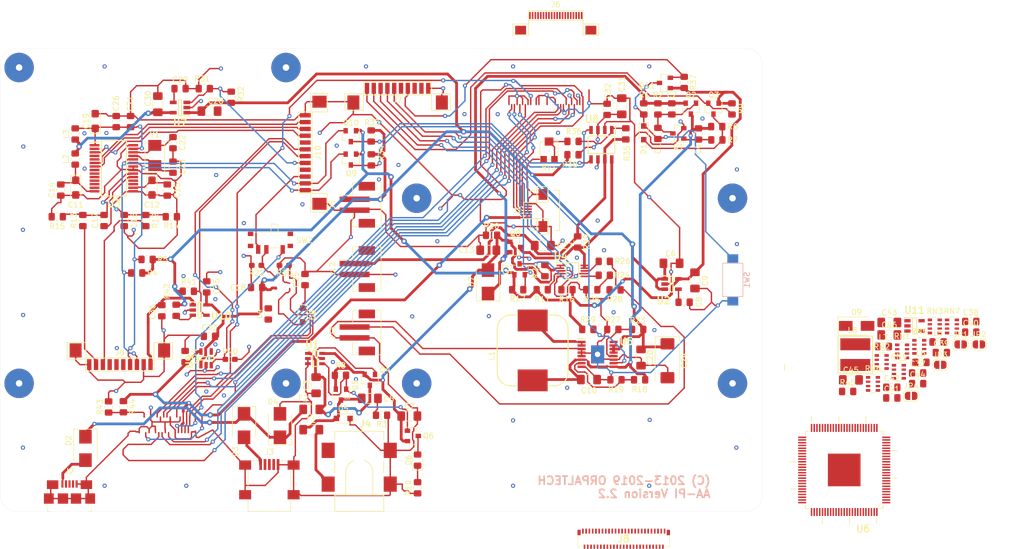
<source format=kicad_pcb>
(kicad_pcb (version 20171130) (host pcbnew 5.0.2-bee76a0~70~ubuntu18.04.1)
  (title_block (title "AA-PI Main Board for OrangePi One") (date 2018-10-10) (rev 2.2) (company ORPALTECH) (comment 4 "Author: Sergey Suloev"))
  (layers (0 F.Cu signal) (31 B.Cu signal) (34 B.Paste user) (35 F.Paste user) (36 B.SilkS user) (37 F.SilkS user) (38 B.Mask user) (39 F.Mask user) (44 Edge.Cuts user))
  (net 0 "")
  (net 1 "Net-(C1-Pad2)")
  (net 2 "Net-(C1-Pad1)")
  (net 3 V_SW)
  (net 4 GND)
  (net 5 "Net-(C4-Pad2)")
  (net 6 V_LOAD)
  (net 7 "Net-(C5-Pad2)")
  (net 8 +5V)
  (net 9 V_IN)
  (net 10 +3V3)
  (net 11 "Net-(C11-Pad1)")
  (net 12 "Net-(C12-Pad1)")
  (net 13 "Net-(C16-Pad1)")
  (net 14 "Net-(C17-Pad1)")
  (net 15 "Net-(C19-Pad1)")
  (net 16 "Net-(C22-Pad1)")
  (net 17 "Net-(C23-Pad1)")
  (net 18 LED-A)
  (net 19 "Net-(D1-Pad2)")
  (net 20 "Net-(D6-Pad1)")
  (net 21 "Net-(D6-Pad2)")
  (net 22 "Net-(D8-Pad2)")
  (net 23 I2C_SDA)
  (net 24 I2C_SCL)
  (net 25 "Net-(J2-Pad3)")
  (net 26 "Net-(J2-Pad2)")
  (net 27 "Net-(J2-Pad4)")
  (net 28 "Net-(J3-Pad2)")
  (net 29 "Net-(J3-Pad3)")
  (net 30 "Net-(J3-Pad4)")
  (net 31 DSI_D1_N)
  (net 32 DSI_D1_P)
  (net 33 PWM_CABC)
  (net 34 LED-K)
  (net 35 SHDN_CTRL)
  (net 36 CHRG_PG)
  (net 37 CHRG_STAT1)
  (net 38 CHRG_STAT2)
  (net 39 LOW_BATT)
  (net 40 "Net-(J9-Pad5)")
  (net 41 "Net-(J9-Pad7)")
  (net 42 OUT_VV)
  (net 43 OUT_VI)
  (net 44 PWM_MCU)
  (net 45 I2S_BCLK)
  (net 46 I2S_LRCK)
  (net 47 I2S_DIN)
  (net 48 "Net-(J11-Pad1)")
  (net 49 "Net-(L1-Pad2)")
  (net 50 "Net-(Q4-Pad1)")
  (net 51 "Net-(Q5-Pad1)")
  (net 52 "Net-(Q7-Pad3)")
  (net 53 "Net-(R18-Pad1)")
  (net 54 "Net-(R22-Pad1)")
  (net 55 "Net-(R23-Pad1)")
  (net 56 "Net-(R24-Pad1)")
  (net 57 "Net-(R24-Pad2)")
  (net 58 "Net-(R26-Pad1)")
  (net 59 "Net-(U3-Pad2)")
  (net 60 "Net-(U3-Pad4)")
  (net 61 "Net-(U3-Pad5)")
  (net 62 "Net-(U3-Pad8)")
  (net 63 "Net-(U3-Pad9)")
  (net 64 "Net-(U3-Pad10)")
  (net 65 "Net-(U3-Pad11)")
  (net 66 "Net-(U3-Pad12)")
  (net 67 "Net-(U3-Pad13)")
  (net 68 "Net-(U3-Pad17)")
  (net 69 "Net-(U3-Pad18)")
  (net 70 "Net-(U5-Pad16)")
  (net 71 /V_WALL)
  (net 72 /V_USB2)
  (net 73 /V_USB1)
  (net 74 /V_USB)
  (net 75 /V_SUPPLY)
  (net 76 /V_F2)
  (net 77 "Net-(C29-Pad1)")
  (net 78 ADC_EN)
  (net 79 RADIO_EN)
  (net 80 "Net-(R35-Pad1)")
  (net 81 I2C_SCL_H)
  (net 82 I2C_SDA_H)
  (net 83 "Net-(R36-Pad1)")
  (net 84 SHDN_REQ)
  (net 85 "Net-(J10-Pad8)")
  (net 86 "Net-(J7-Pad6)")
  (net 87 "Net-(J10-Pad4)")
  (net 88 "Net-(J8-Pad15)")
  (net 89 "Net-(J8-Pad18)")
  (net 90 "Net-(J8-Pad28)")
  (net 91 "Net-(J8-Pad29)")
  (net 92 "Net-(J8-Pad30)")
  (net 93 BATT2)
  (net 94 "Net-(C31-Pad1)")
  (net 95 BATT1)
  (net 96 "Net-(R42-Pad1)")
  (net 97 "Net-(U9-Pad4)")
  (net 98 LCD_EN)
  (net 99 "Net-(C8-Pad1)")
  (net 100 "Net-(J9-Pad6)")
  (net 101 "Net-(J7-Pad8)")
  (net 102 "Net-(J7-Pad9)")
  (net 103 +V_RADIO)
  (net 104 +V_LCD)
  (net 105 +V_ADC)
  (net 106 GNDD)
  (net 107 "Net-(JP2-Pad2)")
  (net 108 "Net-(JP3-Pad1)")
  (net 109 ACTIVE)
  (net 110 "Net-(JP4-Pad2)")
  (net 111 "Net-(C18-Pad1)")
  (net 112 "Net-(D9-Pad2)")
  (net 113 G1)
  (net 114 G5)
  (net 115 G3)
  (net 116 G7)
  (net 117 "Net-(J8-Pad26)")
  (net 118 "Net-(J8-Pad24)")
  (net 119 "Net-(RN1-Pad5)")
  (net 120 "Net-(RN1-Pad6)")
  (net 121 "Net-(RN1-Pad8)")
  (net 122 "Net-(RN1-Pad7)")
  (net 123 PIXCLK)
  (net 124 VSYNC)
  (net 125 DISPEN)
  (net 126 HSYNC)
  (net 127 B0)
  (net 128 B4)
  (net 129 B2)
  (net 130 B6)
  (net 131 "Net-(J8-Pad17)")
  (net 132 "Net-(J8-Pad19)")
  (net 133 "Net-(J8-Pad21)")
  (net 134 "Net-(J8-Pad27)")
  (net 135 "Net-(J8-Pad23)")
  (net 136 "Net-(J8-Pad25)")
  (net 137 G6)
  (net 138 G2)
  (net 139 G4)
  (net 140 G0)
  (net 141 B1)
  (net 142 B5)
  (net 143 B3)
  (net 144 B7)
  (net 145 "Net-(J8-Pad16)")
  (net 146 "Net-(J8-Pad20)")
  (net 147 "Net-(J8-Pad22)")
  (net 148 "Net-(J8-Pad37)")
  (net 149 "Net-(J8-Pad35)")
  (net 150 "Net-(J8-Pad31)")
  (net 151 "Net-(J8-Pad33)")
  (net 152 R6)
  (net 153 R2)
  (net 154 R4)
  (net 155 R0)
  (net 156 R1)
  (net 157 R5)
  (net 158 R3)
  (net 159 R7)
  (net 160 "Net-(J8-Pad34)")
  (net 161 "Net-(J8-Pad32)")
  (net 162 "Net-(J8-Pad36)")
  (net 163 "Net-(J8-Pad38)")
  (net 164 /AA-PI-V2_2-Display-Board-OrangePiOne-LCD/HDP)
  (net 165 "Net-(U6-Pad2)")
  (net 166 "Net-(C34-Pad1)")
  (net 167 "Net-(U6-Pad40)")
  (net 168 "Net-(U6-Pad41)")
  (net 169 "Net-(U6-Pad42)")
  (net 170 "Net-(U6-Pad49)")
  (net 171 "Net-(U6-Pad50)")
  (net 172 "Net-(U6-Pad51)")
  (net 173 "Net-(U6-Pad52)")
  (net 174 "Net-(U6-Pad53)")
  (net 175 "Net-(U6-Pad54)")
  (net 176 "Net-(U6-Pad55)")
  (net 177 "Net-(U6-Pad56)")
  (net 178 "Net-(U6-Pad59)")
  (net 179 "Net-(U6-Pad60)")
  (net 180 "Net-(U6-Pad61)")
  (net 181 "Net-(U6-Pad62)")
  (net 182 "Net-(U6-Pad63)")
  (net 183 "Net-(U6-Pad64)")
  (net 184 "Net-(U6-Pad65)")
  (net 185 "Net-(U6-Pad66)")
  (net 186 "Net-(U6-Pad69)")
  (net 187 "Net-(U6-Pad70)")
  (net 188 "Net-(U6-Pad71)")
  (net 189 "Net-(U6-Pad72)")
  (net 190 "Net-(U6-Pad73)")
  (net 191 "Net-(U6-Pad74)")
  (net 192 "Net-(U6-Pad75)")
  (net 193 "Net-(U6-Pad77)")
  (net 194 TMDS_D2+)
  (net 195 TMDS_D2-)
  (net 196 "Net-(C40-Pad1)")
  (net 197 TMDS_D1+)
  (net 198 TMDS_D1-)
  (net 199 TMDS_D0+)
  (net 200 TMDS_D0-)
  (net 201 TMDS_CLK+)
  (net 202 TMDS_CLK-)
  (net 203 "Net-(U6-Pad96)")
  (net 204 "Net-(C42-Pad1)")
  (net 205 CTP_INT)
  (net 206 CTP_RST)
  (net 207 HDMI_CEC)
  (net 208 "Net-(J6-Pad14)")
  (net 209 "Net-(J6-Pad15)")
  (net 210 "Net-(J6-Pad16)")
  (net 211 "Net-(J6-Pad20)")
  (net 212 LCD_TE)
  (net 213 LCD_RST)
  (net 214 "Net-(J8-Pad40)")
  (net 215 "Net-(J8-Pad41)")
  (net 216 "Net-(J8-Pad42)")
  (net 217 "Net-(J8-Pad43)")
  (net 218 "Net-(J8-Pad45)")
  (net 219 "Net-(J8-Pad46)")
  (net 220 "Net-(J8-Pad47)")
  (module SOT95P280X145-5N (layer F.Cu) (at 88.63 111.6 90)
    (fp_text reference U9 (at -0.6 -3.05 90) (layer F.SilkS) (effects (font (size 1.27 1.27) (thickness 0.254))))
    (fp_text value TLV75733PDBVR hide)
    (pad 1 smd rect (at -1.25 -0.95 180) (size 0.6 1.2) (layers F.Cu F.Paste F.Mask) (net 8 +5V))
    (pad 2 smd rect (at -1.25 0 180) (size 0.6 1.2) (layers F.Cu F.Paste F.Mask) (net 106 GNDD))
    (pad 3 smd rect (at -1.25 0.95 180) (size 0.6 1.2) (layers F.Cu F.Paste F.Mask) (net 98 LCD_EN))
    (pad 4 smd rect (at 1.25 0.95 180) (size 0.6 1.2) (layers F.Cu F.Paste F.Mask) (net 97 "Net-(U9-Pad4)"))
    (pad 5 smd rect (at 1.25 -0.95 180) (size 0.6 1.2) (layers F.Cu F.Paste F.Mask) (net 104 +V_LCD))
  )
  (module AA-PI-Footprints:CD54 (layer F.Cu) (at 207.846601 110.921601)
    (fp_text reference L8 (at -1.5 -3.9) (layer F.SilkS) (effects (justify left bottom)))
    (fp_text value 4.7uH hide)
    (pad 1 smd rect (at 0 -1.9) (size 5.5 2.2) (layers F.Cu F.Paste F.Mask) (net 104 +V_LCD))
    (pad 2 smd rect (at 0 1.9) (size 5.5 2.2) (layers F.Cu F.Paste F.Mask) (net 112 "Net-(D9-Pad2)"))
  )
  (module AA-PI-Footprints:C_0805_2012Metric_Pad1.15x1.40mm_HandSolder (layer F.Cu) (at 219.295001 116.245001)
    (fp_text reference C44 (at 0 -1.65) (layer F.SilkS))
    (fp_text value 10u)
    (pad 2 smd roundrect (at 1.025 0) (size 1.15 1.4) (layers F.Cu F.Paste F.Mask) (roundrect_rratio 0.217391) (net 106 GNDD))
    (pad 1 smd roundrect (at -1.025 0) (size 1.15 1.4) (layers F.Cu F.Paste F.Mask) (roundrect_rratio 0.217391) (net 104 +V_LCD))
  )
  (module AA-PI-Footprints:C_0805_2012Metric_Pad1.15x1.40mm_HandSolder (layer F.Cu) (at 229.045001 106.795001)
    (fp_text reference C40 (at 0 -1.65) (layer F.SilkS))
    (fp_text value 100n)
    (pad 1 smd roundrect (at -1.025 0) (size 1.15 1.4) (layers F.Cu F.Paste F.Mask) (roundrect_rratio 0.217391) (net 196 "Net-(C40-Pad1)"))
    (pad 2 smd roundrect (at 1.025 0) (size 1.15 1.4) (layers F.Cu F.Paste F.Mask) (roundrect_rratio 0.217391) (net 106 GNDD))
  )
  (module AA-PI-Footprints:C_0805_2012Metric_Pad1.15x1.40mm_HandSolder (layer F.Cu) (at 223.645001 110.545001)
    (fp_text reference C39 (at 0 -1.65) (layer F.SilkS))
    (fp_text value 100n)
    (pad 2 smd roundrect (at 1.025 0) (size 1.15 1.4) (layers F.Cu F.Paste F.Mask) (roundrect_rratio 0.217391) (net 106 GNDD))
    (pad 1 smd roundrect (at -1.025 0) (size 1.15 1.4) (layers F.Cu F.Paste F.Mask) (roundrect_rratio 0.217391) (net 166 "Net-(C34-Pad1)"))
  )
  (module AA-PI-Footprints:C_0805_2012Metric_Pad1.15x1.40mm_HandSolder (layer F.Cu) (at 229.045001 104.845001)
    (fp_text reference C38 (at 0 -1.65) (layer F.SilkS))
    (fp_text value 100n)
    (pad 1 smd roundrect (at -1.025 0) (size 1.15 1.4) (layers F.Cu F.Paste F.Mask) (roundrect_rratio 0.217391) (net 166 "Net-(C34-Pad1)"))
    (pad 2 smd roundrect (at 1.025 0) (size 1.15 1.4) (layers F.Cu F.Paste F.Mask) (roundrect_rratio 0.217391) (net 106 GNDD))
  )
  (module AA-PI-Footprints:C_0805_2012Metric_Pad1.15x1.40mm_HandSolder (layer F.Cu) (at 219.295001 114.295001)
    (fp_text reference C37 (at 0 -1.65) (layer F.SilkS))
    (fp_text value 100n)
    (pad 2 smd roundrect (at 1.025 0) (size 1.15 1.4) (layers F.Cu F.Paste F.Mask) (roundrect_rratio 0.217391) (net 106 GNDD))
    (pad 1 smd roundrect (at -1.025 0) (size 1.15 1.4) (layers F.Cu F.Paste F.Mask) (roundrect_rratio 0.217391) (net 166 "Net-(C34-Pad1)"))
  )
  (module AA-PI-Footprints:C_0805_2012Metric_Pad1.15x1.40mm_HandSolder (layer F.Cu) (at 84.78 111.27 270)
    (fp_text reference C34 (at 0 -1.65 270) (layer F.SilkS))
    (fp_text value 100n)
    (pad 1 smd roundrect (at -1.025 0 270) (size 1.15 1.4) (layers F.Cu F.Paste F.Mask) (roundrect_rratio 0.217391) (net 166 "Net-(C34-Pad1)"))
    (pad 2 smd roundrect (at 1.025 0 270) (size 1.15 1.4) (layers F.Cu F.Paste F.Mask) (roundrect_rratio 0.217391) (net 106 GNDD))
  )
  (module AA-PI-Footprints:C_0805_2012Metric_Pad1.15x1.40mm_HandSolder (layer F.Cu) (at 89.25 107.56)
    (fp_text reference C33 (at 0 -1.65) (layer F.SilkS))
    (fp_text value 100n)
    (pad 2 smd roundrect (at 1.025 0) (size 1.15 1.4) (layers F.Cu F.Paste F.Mask) (roundrect_rratio 0.217391) (net 106 GNDD))
    (pad 1 smd roundrect (at -1.025 0) (size 1.15 1.4) (layers F.Cu F.Paste F.Mask) (roundrect_rratio 0.217391) (net 104 +V_LCD))
  )
  (module AA-PI-Footprints:C_0805_2012Metric_Pad1.15x1.40mm_HandSolder (layer F.Cu) (at 214.545001 118.875001)
    (fp_text reference C41 (at 0 -1.65) (layer F.SilkS))
    (fp_text value 100n)
    (pad 1 smd roundrect (at -1.025 0) (size 1.15 1.4) (layers F.Cu F.Paste F.Mask) (roundrect_rratio 0.217391) (net 196 "Net-(C40-Pad1)"))
    (pad 2 smd roundrect (at 1.025 0) (size 1.15 1.4) (layers F.Cu F.Paste F.Mask) (roundrect_rratio 0.217391) (net 106 GNDD))
  )
  (module AA-PI-Footprints:C_0805_2012Metric_Pad1.15x1.40mm_HandSolder (layer F.Cu) (at 214.545001 116.925001)
    (fp_text reference C42 (at 0 -1.65) (layer F.SilkS))
    (fp_text value 100n)
    (pad 2 smd roundrect (at 1.025 0) (size 1.15 1.4) (layers F.Cu F.Paste F.Mask) (roundrect_rratio 0.217391) (net 106 GNDD))
    (pad 1 smd roundrect (at -1.025 0) (size 1.15 1.4) (layers F.Cu F.Paste F.Mask) (roundrect_rratio 0.217391) (net 204 "Net-(C42-Pad1)"))
  )
  (module AA-PI-Footprints:C_0805_2012Metric_Pad1.15x1.40mm_HandSolder (layer F.Cu) (at 106.8 97.15 90)
    (fp_text reference C25 (at 0 -1.65 90) (layer F.SilkS))
    (fp_text value 100n)
    (pad 1 smd roundrect (at -1.025 0 90) (size 1.15 1.4) (layers F.Cu F.Paste F.Mask) (roundrect_rratio 0.217391) (net 104 +V_LCD))
    (pad 2 smd roundrect (at 1.025 0 90) (size 1.15 1.4) (layers F.Cu F.Paste F.Mask) (roundrect_rratio 0.217391) (net 106 GNDD))
  )
  (module AA-PI-Footprints:C_1206_3216Metric_Pad1.42x1.75mm_HandSolder (layer F.Cu) (at 214.095001 105.015001)
    (fp_text reference C43 (at 0 -1.82) (layer F.SilkS))
    (fp_text value 4.7u)
    (pad 1 smd roundrect (at -1.4875 0) (size 1.425 1.75) (layers F.Cu F.Paste F.Mask) (roundrect_rratio 0.175439) (net 106 GNDD))
    (pad 2 smd roundrect (at 1.4875 0) (size 1.425 1.75) (layers F.Cu F.Paste F.Mask) (roundrect_rratio 0.175439) (net 8 +5V))
  )
  (module AA-PI-Footprints:C_1206_3216Metric_Pad1.42x1.75mm_HandSolder (layer F.Cu) (at 207.045001 115.565001)
    (fp_text reference C45 (at 0 -1.82) (layer F.SilkS))
    (fp_text value 4.7u)
    (pad 2 smd roundrect (at 1.4875 0) (size 1.425 1.75) (layers F.Cu F.Paste F.Mask) (roundrect_rratio 0.175439) (net 104 +V_LCD))
    (pad 1 smd roundrect (at -1.4875 0) (size 1.425 1.75) (layers F.Cu F.Paste F.Mask) (roundrect_rratio 0.175439) (net 106 GNDD))
  )
  (module AA-PI-Footprints:C_1206_3216Metric_Pad1.42x1.75mm_HandSolder (layer F.Cu) (at 214.095001 107.305001)
    (fp_text reference C46 (at 0 -1.82) (layer F.SilkS))
    (fp_text value "1u (>30V)")
    (pad 1 smd roundrect (at -1.4875 0) (size 1.425 1.75) (layers F.Cu F.Paste F.Mask) (roundrect_rratio 0.175439) (net 18 LED-A))
    (pad 2 smd roundrect (at 1.4875 0) (size 1.425 1.75) (layers F.Cu F.Paste F.Mask) (roundrect_rratio 0.175439) (net 106 GNDD))
  )
  (module AA-PI-Footprints:D_SMA (layer F.Cu) (at 208.095001 105.645001)
    (fp_text reference D9 (at 0 -2.5) (layer F.SilkS))
    (fp_text value SS14)
    (pad 1 smd rect (at -2 0) (size 2.5 1.8) (layers F.Cu F.Paste F.Mask) (net 18 LED-A))
    (pad 2 smd rect (at 2 0) (size 2.5 1.8) (layers F.Cu F.Paste F.Mask) (net 112 "Net-(D9-Pad2)"))
  )
  (module AA-PI-Footprints:D_SOD-323_HandSoldering (layer F.Cu) (at 106.35 103.65 270)
    (fp_text reference D8 (at 0 -1.85 270) (layer F.SilkS))
    (fp_text value 1N4148)
    (pad 1 smd rect (at -1.25 0 270) (size 1 1) (layers F.Cu F.Paste F.Mask) (net 109 ACTIVE))
    (pad 2 smd rect (at 1.25 0 270) (size 1 1) (layers F.Cu F.Paste F.Mask) (net 22 "Net-(D8-Pad2)"))
  )
  (module AA-PI-Footprints:FH26-51S-0.3SHW (layer F.Cu) (at 165.32 144.71 180)
    (fp_text reference J8 (at 0 -0.024 180) (layer F.SilkS) (effects (font (size 1.27 1.27) (thickness 0.254))))
    (fp_text value "LCD Interface" hide)
    (pad 1 smd rect (at -7.5 1.375 180) (size 0.3 0.9) (layers F.Cu F.Paste F.Mask) (net 106 GNDD))
    (pad 2 smd rect (at -6.9 1.375 180) (size 0.3 0.9) (layers F.Cu F.Paste F.Mask) (net 104 +V_LCD))
    (pad 3 smd rect (at -6.3 1.375 180) (size 0.3 0.9) (layers F.Cu F.Paste F.Mask) (net 104 +V_LCD))
    (pad 4 smd rect (at -5.7 1.375 180) (size 0.3 0.9) (layers F.Cu F.Paste F.Mask) (net 106 GNDD))
    (pad 5 smd rect (at -5.1 1.375 180) (size 0.3 0.9) (layers F.Cu F.Paste F.Mask) (net 104 +V_LCD))
    (pad 6 smd rect (at -4.5 1.375 180) (size 0.3 0.9) (layers F.Cu F.Paste F.Mask) (net 106 GNDD))
    (pad 7 smd rect (at -3.9 1.375 180) (size 0.3 0.9) (layers F.Cu F.Paste F.Mask) (net 212 LCD_TE))
    (pad 8 smd rect (at -3.3 1.375 180) (size 0.3 0.9) (layers F.Cu F.Paste F.Mask) (net 104 +V_LCD))
    (pad 9 smd rect (at -2.7 1.375 180) (size 0.3 0.9) (layers F.Cu F.Paste F.Mask) (net 104 +V_LCD))
    (pad 10 smd rect (at -2.1 1.375 180) (size 0.3 0.9) (layers F.Cu F.Paste F.Mask) (net 104 +V_LCD))
    (pad 11 smd rect (at -1.5 1.375 180) (size 0.3 0.9) (layers F.Cu F.Paste F.Mask) (net 104 +V_LCD))
    (pad 12 smd rect (at -0.9 1.375 180) (size 0.3 0.9) (layers F.Cu F.Paste F.Mask) (net 104 +V_LCD))
    (pad 13 smd rect (at -0.3 1.375 180) (size 0.3 0.9) (layers F.Cu F.Paste F.Mask) (net 213 LCD_RST))
    (pad 14 smd rect (at 0.3 1.375 180) (size 0.3 0.9) (layers F.Cu F.Paste F.Mask) (net 106 GNDD))
    (pad 15 smd rect (at 0.9 1.375 180) (size 0.3 0.9) (layers F.Cu F.Paste F.Mask) (net 88 "Net-(J8-Pad15)"))
    (pad 16 smd rect (at 1.5 1.375 180) (size 0.3 0.9) (layers F.Cu F.Paste F.Mask) (net 145 "Net-(J8-Pad16)"))
    (pad 17 smd rect (at 2.1 1.375 180) (size 0.3 0.9) (layers F.Cu F.Paste F.Mask) (net 131 "Net-(J8-Pad17)"))
    (pad 18 smd rect (at 2.7 1.375 180) (size 0.3 0.9) (layers F.Cu F.Paste F.Mask) (net 89 "Net-(J8-Pad18)"))
    (pad 19 smd rect (at 3.3 1.375 180) (size 0.3 0.9) (layers F.Cu F.Paste F.Mask) (net 132 "Net-(J8-Pad19)"))
    (pad 20 smd rect (at 3.9 1.375 180) (size 0.3 0.9) (layers F.Cu F.Paste F.Mask) (net 146 "Net-(J8-Pad20)"))
    (pad 21 smd rect (at 4.5 1.375 180) (size 0.3 0.9) (layers F.Cu F.Paste F.Mask) (net 133 "Net-(J8-Pad21)"))
    (pad 22 smd rect (at 5.1 1.375 180) (size 0.3 0.9) (layers F.Cu F.Paste F.Mask) (net 147 "Net-(J8-Pad22)"))
    (pad 23 smd rect (at 5.7 1.375 180) (size 0.3 0.9) (layers F.Cu F.Paste F.Mask) (net 135 "Net-(J8-Pad23)"))
    (pad 24 smd rect (at 6.3 1.375 180) (size 0.3 0.9) (layers F.Cu F.Paste F.Mask) (net 118 "Net-(J8-Pad24)"))
    (pad 25 smd rect (at 6.9 1.375 180) (size 0.3 0.9) (layers F.Cu F.Paste F.Mask) (net 136 "Net-(J8-Pad25)"))
    (pad 26 smd rect (at 7.5 1.375 180) (size 0.3 0.9) (layers F.Cu F.Paste F.Mask) (net 117 "Net-(J8-Pad26)"))
    (pad 27 smd rect (at -7.2 -1.5 180) (size 0.3 0.8) (layers F.Cu F.Paste F.Mask) (net 134 "Net-(J8-Pad27)"))
    (pad 28 smd rect (at -6.6 -1.5 180) (size 0.3 0.8) (layers F.Cu F.Paste F.Mask) (net 90 "Net-(J8-Pad28)"))
    (pad 29 smd rect (at -6 -1.5 180) (size 0.3 0.8) (layers F.Cu F.Paste F.Mask) (net 91 "Net-(J8-Pad29)"))
    (pad 30 smd rect (at -5.4 -1.5 180) (size 0.3 0.8) (layers F.Cu F.Paste F.Mask) (net 92 "Net-(J8-Pad30)"))
    (pad 31 smd rect (at -4.8 -1.5 180) (size 0.3 0.8) (layers F.Cu F.Paste F.Mask) (net 150 "Net-(J8-Pad31)"))
    (pad 32 smd rect (at -4.2 -1.5 180) (size 0.3 0.8) (layers F.Cu F.Paste F.Mask) (net 161 "Net-(J8-Pad32)"))
    (pad 33 smd rect (at -3.6 -1.5 180) (size 0.3 0.8) (layers F.Cu F.Paste F.Mask) (net 151 "Net-(J8-Pad33)"))
    (pad 34 smd rect (at -3 -1.5 180) (size 0.3 0.8) (layers F.Cu F.Paste F.Mask) (net 160 "Net-(J8-Pad34)"))
    (pad 35 smd rect (at -2.4 -1.5 180) (size 0.3 0.8) (layers F.Cu F.Paste F.Mask) (net 149 "Net-(J8-Pad35)"))
    (pad 36 smd rect (at -1.8 -1.5 180) (size 0.3 0.8) (layers F.Cu F.Paste F.Mask) (net 162 "Net-(J8-Pad36)"))
    (pad 37 smd rect (at -1.2 -1.5 180) (size 0.3 0.8) (layers F.Cu F.Paste F.Mask) (net 148 "Net-(J8-Pad37)"))
    (pad 38 smd rect (at -0.6 -1.5 180) (size 0.3 0.8) (layers F.Cu F.Paste F.Mask) (net 163 "Net-(J8-Pad38)"))
    (pad 39 smd rect (at 0 -1.5 180) (size 0.3 0.8) (layers F.Cu F.Paste F.Mask) (net 106 GNDD))
    (pad 40 smd rect (at 0.6 -1.5 180) (size 0.3 0.8) (layers F.Cu F.Paste F.Mask) (net 214 "Net-(J8-Pad40)"))
    (pad 41 smd rect (at 1.2 -1.5 180) (size 0.3 0.8) (layers F.Cu F.Paste F.Mask) (net 215 "Net-(J8-Pad41)"))
    (pad 42 smd rect (at 1.8 -1.5 180) (size 0.3 0.8) (layers F.Cu F.Paste F.Mask) (net 216 "Net-(J8-Pad42)"))
    (pad 43 smd rect (at 2.4 -1.5 180) (size 0.3 0.8) (layers F.Cu F.Paste F.Mask) (net 217 "Net-(J8-Pad43)"))
    (pad 44 smd rect (at 3 -1.5 180) (size 0.3 0.8) (layers F.Cu F.Paste F.Mask) (net 33 PWM_CABC))
    (pad 45 smd rect (at 3.6 -1.5 180) (size 0.3 0.8) (layers F.Cu F.Paste F.Mask) (net 218 "Net-(J8-Pad45)"))
    (pad 46 smd rect (at 4.2 -1.5 180) (size 0.3 0.8) (layers F.Cu F.Paste F.Mask) (net 219 "Net-(J8-Pad46)"))
    (pad 47 smd rect (at 4.8 -1.5 180) (size 0.3 0.8) (layers F.Cu F.Paste F.Mask) (net 220 "Net-(J8-Pad47)"))
    (pad 48 smd rect (at 5.4 -1.5 180) (size 0.3 0.8) (layers F.Cu F.Paste F.Mask) (net 34 LED-K))
    (pad 49 smd rect (at 6 -1.5 180) (size 0.3 0.8) (layers F.Cu F.Paste F.Mask) (net 34 LED-K))
    (pad 50 smd rect (at 6.6 -1.5 180) (size 0.3 0.8) (layers F.Cu F.Paste F.Mask) (net 18 LED-A))
    (pad 51 smd rect (at 7.2 -1.5 180) (size 0.3 0.8) (layers F.Cu F.Paste F.Mask) (net 18 LED-A))
    (pad SH2 smd rect (at 8.2 1.125 180) (size 0.6 1) (layers F.Cu F.Paste F.Mask) (net 106 GNDD))
    (pad SH1 smd rect (at -8.2 1.125 180) (size 0.6 1) (layers F.Cu F.Paste F.Mask) (net 106 GNDD))
  )
  (module AA-PI-Footprints:FPC-0.5-1-20P_Clamshell_Bottom (layer F.Cu) (at 152.84 48.65)
    (fp_text reference J6 (at 0 -2) (layer F.SilkS))
    (fp_text value "MCU Display Interface")
    (pad 1 smd rect (at -4.75 0) (size 0.3 1.3) (layers F.Cu F.Paste F.Mask) (net 194 TMDS_D2+))
    (pad 2 smd rect (at -4.25 0) (size 0.3 1.3) (layers F.Cu F.Paste F.Mask) (net 106 GNDD))
    (pad 3 smd rect (at -3.75 0) (size 0.3 1.3) (layers F.Cu F.Paste F.Mask) (net 195 TMDS_D2-))
    (pad 4 smd rect (at -3.25 0) (size 0.3 1.3) (layers F.Cu F.Paste F.Mask) (net 197 TMDS_D1+))
    (pad 5 smd rect (at -2.75 0) (size 0.3 1.3) (layers F.Cu F.Paste F.Mask) (net 106 GNDD))
    (pad 6 smd rect (at -2.25 0) (size 0.3 1.3) (layers F.Cu F.Paste F.Mask) (net 198 TMDS_D1-))
    (pad 7 smd rect (at -1.75 0) (size 0.3 1.3) (layers F.Cu F.Paste F.Mask) (net 199 TMDS_D0+))
    (pad 8 smd rect (at -1.25 0) (size 0.3 1.3) (layers F.Cu F.Paste F.Mask) (net 106 GNDD))
    (pad 9 smd rect (at -0.75 0) (size 0.3 1.3) (layers F.Cu F.Paste F.Mask) (net 200 TMDS_D0-))
    (pad 10 smd rect (at -0.25 0) (size 0.3 1.3) (layers F.Cu F.Paste F.Mask) (net 201 TMDS_CLK+))
    (pad 11 smd rect (at 0.25 0) (size 0.3 1.3) (layers F.Cu F.Paste F.Mask) (net 106 GNDD))
    (pad 12 smd rect (at 0.75 0) (size 0.3 1.3) (layers F.Cu F.Paste F.Mask) (net 202 TMDS_CLK-))
    (pad 13 smd rect (at 1.25 0) (size 0.3 1.3) (layers F.Cu F.Paste F.Mask) (net 207 HDMI_CEC))
    (pad 14 smd rect (at 1.75 0) (size 0.3 1.3) (layers F.Cu F.Paste F.Mask) (net 208 "Net-(J6-Pad14)"))
    (pad 15 smd rect (at 2.25 0) (size 0.3 1.3) (layers F.Cu F.Paste F.Mask) (net 209 "Net-(J6-Pad15)"))
    (pad 16 smd rect (at 2.75 0) (size 0.3 1.3) (layers F.Cu F.Paste F.Mask) (net 210 "Net-(J6-Pad16)"))
    (pad 17 smd rect (at 3.25 0) (size 0.3 1.3) (layers F.Cu F.Paste F.Mask) (net 106 GNDD))
    (pad 18 smd rect (at 3.75 0) (size 0.3 1.3) (layers F.Cu F.Paste F.Mask) (net 111 "Net-(C18-Pad1)"))
    (pad 19 smd rect (at 4.25 0) (size 0.3 1.3) (layers F.Cu F.Paste F.Mask) (net 164 /AA-PI-V2_2-Display-Board-OrangePiOne-LCD/HDP))
    (pad 20 smd rect (at 4.75 0) (size 0.3 1.3) (layers F.Cu F.Paste F.Mask) (net 211 "Net-(J6-Pad20)"))
    (pad SH smd rect (at -6.45 2.68) (size 2 1.6) (layers F.Cu F.Paste F.Mask) (net 106 GNDD))
    (pad SH smd rect (at 6.45 2.68) (size 2 1.6) (layers F.Cu F.Paste F.Mask) (net 106 GNDD))
  )
  (module AA-PI-Footprints:L_0805_2012Metric_Pad1.15x1.40mm_HandSolder (layer F.Cu) (at 212.995001 109.425001)
    (fp_text reference L7 (at 0 -1.65) (layer F.SilkS))
    (fp_text value 0.5)
    (pad 2 smd roundrect (at 1.025 0) (size 1.15 1.4) (layers F.Cu F.Paste F.Mask) (roundrect_rratio 0.217391) (net 204 "Net-(C42-Pad1)"))
    (pad 1 smd roundrect (at -1.025 0) (size 1.15 1.4) (layers F.Cu F.Paste F.Mask) (roundrect_rratio 0.217391) (net 104 +V_LCD))
  )
  (module AA-PI-Footprints:L_0805_2012Metric_Pad1.15x1.40mm_HandSolder (layer F.Cu) (at 100.05 103.45 90)
    (fp_text reference L4 (at 0 -1.65 90) (layer F.SilkS))
    (fp_text value 0.5)
    (pad 1 smd roundrect (at -1.025 0 90) (size 1.15 1.4) (layers F.Cu F.Paste F.Mask) (roundrect_rratio 0.217391) (net 104 +V_LCD))
    (pad 2 smd roundrect (at 1.025 0 90) (size 1.15 1.4) (layers F.Cu F.Paste F.Mask) (roundrect_rratio 0.217391) (net 104 +V_LCD))
  )
  (module AA-PI-Footprints:L_0805_2012Metric_Pad1.15x1.40mm_HandSolder (layer F.Cu) (at 223.045001 108.595001)
    (fp_text reference L5 (at 0 -1.65) (layer F.SilkS))
    (fp_text value 0.5)
    (pad 2 smd roundrect (at 1.025 0) (size 1.15 1.4) (layers F.Cu F.Paste F.Mask) (roundrect_rratio 0.217391) (net 166 "Net-(C34-Pad1)"))
    (pad 1 smd roundrect (at -1.025 0) (size 1.15 1.4) (layers F.Cu F.Paste F.Mask) (roundrect_rratio 0.217391) (net 104 +V_LCD))
  )
  (module AA-PI-Footprints:L_0805_2012Metric_Pad1.15x1.40mm_HandSolder (layer F.Cu) (at 219.895001 112.345001)
    (fp_text reference L6 (at 0 -1.65) (layer F.SilkS))
    (fp_text value 0.5)
    (pad 1 smd roundrect (at -1.025 0) (size 1.15 1.4) (layers F.Cu F.Paste F.Mask) (roundrect_rratio 0.217391) (net 104 +V_LCD))
    (pad 2 smd roundrect (at 1.025 0) (size 1.15 1.4) (layers F.Cu F.Paste F.Mask) (roundrect_rratio 0.217391) (net 196 "Net-(C40-Pad1)"))
  )
  (module AA-PI-Footprints:QFP50P1600X1600X120-101N (layer F.Cu) (at 205.81 132.1 180)
    (fp_text reference U6 (at -3.4544 -10.795 180) (layer F.SilkS) (effects (font (size 1.27 1.27) (thickness 0.254))))
    (fp_text value TFP401APZP hide)
    (pad 1 smd rect (at -7.7216 -5.9944 270) (size 0.2794 1.4732) (layers F.Cu F.Paste F.Mask) (net 106 GNDD))
    (pad 2 smd rect (at -7.7216 -5.5118 270) (size 0.2794 1.4732) (layers F.Cu F.Paste F.Mask) (net 165 "Net-(U6-Pad2)"))
    (pad 3 smd rect (at -7.7216 -5.0038 270) (size 0.2794 1.4732) (layers F.Cu F.Paste F.Mask) (net 108 "Net-(JP3-Pad1)"))
    (pad 4 smd rect (at -7.7216 -4.4958 270) (size 0.2794 1.4732) (layers F.Cu F.Paste F.Mask) (net 106 GNDD))
    (pad 5 smd rect (at -7.7216 -3.9878 270) (size 0.2794 1.4732) (layers F.Cu F.Paste F.Mask) (net 106 GNDD))
    (pad 6 smd rect (at -7.7216 -3.5052 270) (size 0.2794 1.4732) (layers F.Cu F.Paste F.Mask) (net 104 +V_LCD))
    (pad 7 smd rect (at -7.7216 -2.9972 270) (size 0.2794 1.4732) (layers F.Cu F.Paste F.Mask) (net 104 +V_LCD))
    (pad 8 smd rect (at -7.7216 -2.4892 270) (size 0.2794 1.4732) (layers F.Cu F.Paste F.Mask) (net 109 ACTIVE))
    (pad 9 smd rect (at -7.7216 -2.0066 270) (size 0.2794 1.4732) (layers F.Cu F.Paste F.Mask) (net 110 "Net-(JP4-Pad2)"))
    (pad 10 smd rect (at -7.7216 -1.4986 270) (size 0.2794 1.4732) (layers F.Cu F.Paste F.Mask) (net 127 B0))
    (pad 11 smd rect (at -7.7216 -0.9906 270) (size 0.2794 1.4732) (layers F.Cu F.Paste F.Mask) (net 141 B1))
    (pad 12 smd rect (at -7.7216 -0.508 270) (size 0.2794 1.4732) (layers F.Cu F.Paste F.Mask) (net 129 B2))
    (pad 13 smd rect (at -7.7216 0 270) (size 0.2794 1.4732) (layers F.Cu F.Paste F.Mask) (net 143 B3))
    (pad 14 smd rect (at -7.7216 0.508 270) (size 0.2794 1.4732) (layers F.Cu F.Paste F.Mask) (net 128 B4))
    (pad 15 smd rect (at -7.7216 0.9906 270) (size 0.2794 1.4732) (layers F.Cu F.Paste F.Mask) (net 142 B5))
    (pad 16 smd rect (at -7.7216 1.4986 270) (size 0.2794 1.4732) (layers F.Cu F.Paste F.Mask) (net 130 B6))
    (pad 17 smd rect (at -7.7216 2.0066 270) (size 0.2794 1.4732) (layers F.Cu F.Paste F.Mask) (net 144 B7))
    (pad 18 smd rect (at -7.7216 2.4892 270) (size 0.2794 1.4732) (layers F.Cu F.Paste F.Mask) (net 166 "Net-(C34-Pad1)"))
    (pad 19 smd rect (at -7.7216 2.9972 270) (size 0.2794 1.4732) (layers F.Cu F.Paste F.Mask) (net 106 GNDD))
    (pad 20 smd rect (at -7.7216 3.5052 270) (size 0.2794 1.4732) (layers F.Cu F.Paste F.Mask) (net 140 G0))
    (pad 21 smd rect (at -7.7216 3.9878 270) (size 0.2794 1.4732) (layers F.Cu F.Paste F.Mask) (net 113 G1))
    (pad 22 smd rect (at -7.7216 4.4958 270) (size 0.2794 1.4732) (layers F.Cu F.Paste F.Mask) (net 138 G2))
    (pad 23 smd rect (at -7.7216 5.0038 270) (size 0.2794 1.4732) (layers F.Cu F.Paste F.Mask) (net 115 G3))
    (pad 24 smd rect (at -7.7216 5.5118 270) (size 0.2794 1.4732) (layers F.Cu F.Paste F.Mask) (net 139 G4))
    (pad 25 smd rect (at -7.7216 5.9944 270) (size 0.2794 1.4732) (layers F.Cu F.Paste F.Mask) (net 114 G5))
    (pad 26 smd rect (at -5.9944 7.7216 180) (size 0.2794 1.4732) (layers F.Cu F.Paste F.Mask) (net 137 G6))
    (pad 27 smd rect (at -5.5118 7.7216 180) (size 0.2794 1.4732) (layers F.Cu F.Paste F.Mask) (net 116 G7))
    (pad 28 smd rect (at -5.0038 7.7216 180) (size 0.2794 1.4732) (layers F.Cu F.Paste F.Mask) (net 106 GNDD))
    (pad 29 smd rect (at -4.4958 7.7216 180) (size 0.2794 1.4732) (layers F.Cu F.Paste F.Mask) (net 166 "Net-(C34-Pad1)"))
    (pad 30 smd rect (at -3.9878 7.7216 180) (size 0.2794 1.4732) (layers F.Cu F.Paste F.Mask) (net 155 R0))
    (pad 31 smd rect (at -3.5052 7.7216 180) (size 0.2794 1.4732) (layers F.Cu F.Paste F.Mask) (net 156 R1))
    (pad 32 smd rect (at -2.9972 7.7216 180) (size 0.2794 1.4732) (layers F.Cu F.Paste F.Mask) (net 153 R2))
    (pad 33 smd rect (at -2.4892 7.7216 180) (size 0.2794 1.4732) (layers F.Cu F.Paste F.Mask) (net 158 R3))
    (pad 34 smd rect (at -2.0066 7.7216 180) (size 0.2794 1.4732) (layers F.Cu F.Paste F.Mask) (net 154 R4))
    (pad 35 smd rect (at -1.4986 7.7216 180) (size 0.2794 1.4732) (layers F.Cu F.Paste F.Mask) (net 157 R5))
    (pad 36 smd rect (at -0.9906 7.7216 180) (size 0.2794 1.4732) (layers F.Cu F.Paste F.Mask) (net 152 R6))
    (pad 37 smd rect (at -0.508 7.7216 180) (size 0.2794 1.4732) (layers F.Cu F.Paste F.Mask) (net 159 R7))
    (pad 38 smd rect (at 0 7.7216 180) (size 0.2794 1.4732) (layers F.Cu F.Paste F.Mask) (net 104 +V_LCD))
    (pad 39 smd rect (at 0.508 7.7216 180) (size 0.2794 1.4732) (layers F.Cu F.Paste F.Mask) (net 106 GNDD))
    (pad 40 smd rect (at 0.9906 7.7216 180) (size 0.2794 1.4732) (layers F.Cu F.Paste F.Mask) (net 167 "Net-(U6-Pad40)"))
    (pad 41 smd rect (at 1.4986 7.7216 180) (size 0.2794 1.4732) (layers F.Cu F.Paste F.Mask) (net 168 "Net-(U6-Pad41)"))
    (pad 42 smd rect (at 2.0066 7.7216 180) (size 0.2794 1.4732) (layers F.Cu F.Paste F.Mask) (net 169 "Net-(U6-Pad42)"))
    (pad 43 smd rect (at 2.4892 7.7216 180) (size 0.2794 1.4732) (layers F.Cu F.Paste F.Mask) (net 166 "Net-(C34-Pad1)"))
    (pad 44 smd rect (at 2.9972 7.7216 180) (size 0.2794 1.4732) (layers F.Cu F.Paste F.Mask) (net 123 PIXCLK))
    (pad 45 smd rect (at 3.5052 7.7216 180) (size 0.2794 1.4732) (layers F.Cu F.Paste F.Mask) (net 106 GNDD))
    (pad 46 smd rect (at 3.9878 7.7216 180) (size 0.2794 1.4732) (layers F.Cu F.Paste F.Mask) (net 125 DISPEN))
    (pad 47 smd rect (at 4.4958 7.7216 180) (size 0.2794 1.4732) (layers F.Cu F.Paste F.Mask) (net 124 VSYNC))
    (pad 48 smd rect (at 5.0038 7.7216 180) (size 0.2794 1.4732) (layers F.Cu F.Paste F.Mask) (net 126 HSYNC))
    (pad 49 smd rect (at 5.5118 7.7216 180) (size 0.2794 1.4732) (layers F.Cu F.Paste F.Mask) (net 170 "Net-(U6-Pad49)"))
    (pad 50 smd rect (at 5.9944 7.7216 180) (size 0.2794 1.4732) (layers F.Cu F.Paste F.Mask) (net 171 "Net-(U6-Pad50)"))
    (pad 51 smd rect (at 7.7216 5.9944 270) (size 0.2794 1.4732) (layers F.Cu F.Paste F.Mask) (net 172 "Net-(U6-Pad51)"))
    (pad 52 smd rect (at 7.7216 5.5118 270) (size 0.2794 1.4732) (layers F.Cu F.Paste F.Mask) (net 173 "Net-(U6-Pad52)"))
    (pad 53 smd rect (at 7.7216 5.0038 270) (size 0.2794 1.4732) (layers F.Cu F.Paste F.Mask) (net 174 "Net-(U6-Pad53)"))
    (pad 54 smd rect (at 7.7216 4.4958 270) (size 0.2794 1.4732) (layers F.Cu F.Paste F.Mask) (net 175 "Net-(U6-Pad54)"))
    (pad 55 smd rect (at 7.7216 3.9878 270) (size 0.2794 1.4732) (layers F.Cu F.Paste F.Mask) (net 176 "Net-(U6-Pad55)"))
    (pad 56 smd rect (at 7.7216 3.5052 270) (size 0.2794 1.4732) (layers F.Cu F.Paste F.Mask) (net 177 "Net-(U6-Pad56)"))
    (pad 57 smd rect (at 7.7216 2.9972 270) (size 0.2794 1.4732) (layers F.Cu F.Paste F.Mask) (net 166 "Net-(C34-Pad1)"))
    (pad 58 smd rect (at 7.7216 2.4892 270) (size 0.2794 1.4732) (layers F.Cu F.Paste F.Mask) (net 106 GNDD))
    (pad 59 smd rect (at 7.7216 2.0066 270) (size 0.2794 1.4732) (layers F.Cu F.Paste F.Mask) (net 178 "Net-(U6-Pad59)"))
    (pad 60 smd rect (at 7.7216 1.4986 270) (size 0.2794 1.4732) (layers F.Cu F.Paste F.Mask) (net 179 "Net-(U6-Pad60)"))
    (pad 61 smd rect (at 7.7216 0.9906 270) (size 0.2794 1.4732) (layers F.Cu F.Paste F.Mask) (net 180 "Net-(U6-Pad61)"))
    (pad 62 smd rect (at 7.7216 0.508 270) (size 0.2794 1.4732) (layers F.Cu F.Paste F.Mask) (net 181 "Net-(U6-Pad62)"))
    (pad 63 smd rect (at 7.7216 0 270) (size 0.2794 1.4732) (layers F.Cu F.Paste F.Mask) (net 182 "Net-(U6-Pad63)"))
    (pad 64 smd rect (at 7.7216 -0.508 270) (size 0.2794 1.4732) (layers F.Cu F.Paste F.Mask) (net 183 "Net-(U6-Pad64)"))
    (pad 65 smd rect (at 7.7216 -0.9906 270) (size 0.2794 1.4732) (layers F.Cu F.Paste F.Mask) (net 184 "Net-(U6-Pad65)"))
    (pad 66 smd rect (at 7.7216 -1.4986 270) (size 0.2794 1.4732) (layers F.Cu F.Paste F.Mask) (net 185 "Net-(U6-Pad66)"))
    (pad 67 smd rect (at 7.7216 -2.0066 270) (size 0.2794 1.4732) (layers F.Cu F.Paste F.Mask) (net 104 +V_LCD))
    (pad 68 smd rect (at 7.7216 -2.4892 270) (size 0.2794 1.4732) (layers F.Cu F.Paste F.Mask) (net 106 GNDD))
    (pad 69 smd rect (at 7.7216 -2.9972 270) (size 0.2794 1.4732) (layers F.Cu F.Paste F.Mask) (net 186 "Net-(U6-Pad69)"))
    (pad 70 smd rect (at 7.7216 -3.5052 270) (size 0.2794 1.4732) (layers F.Cu F.Paste F.Mask) (net 187 "Net-(U6-Pad70)"))
    (pad 71 smd rect (at 7.7216 -3.9878 270) (size 0.2794 1.4732) (layers F.Cu F.Paste F.Mask) (net 188 "Net-(U6-Pad71)"))
    (pad 72 smd rect (at 7.7216 -4.4958 270) (size 0.2794 1.4732) (layers F.Cu F.Paste F.Mask) (net 189 "Net-(U6-Pad72)"))
    (pad 73 smd rect (at 7.7216 -5.0038 270) (size 0.2794 1.4732) (layers F.Cu F.Paste F.Mask) (net 190 "Net-(U6-Pad73)"))
    (pad 74 smd rect (at 7.7216 -5.5118 270) (size 0.2794 1.4732) (layers F.Cu F.Paste F.Mask) (net 191 "Net-(U6-Pad74)"))
    (pad 75 smd rect (at 7.7216 -5.9944 270) (size 0.2794 1.4732) (layers F.Cu F.Paste F.Mask) (net 192 "Net-(U6-Pad75)"))
    (pad 76 smd rect (at 5.9944 -7.7216 180) (size 0.2794 1.4732) (layers F.Cu F.Paste F.Mask) (net 106 GNDD))
    (pad 77 smd rect (at 5.5118 -7.7216 180) (size 0.2794 1.4732) (layers F.Cu F.Paste F.Mask) (net 193 "Net-(U6-Pad77)"))
    (pad 78 smd rect (at 5.0038 -7.7216 180) (size 0.2794 1.4732) (layers F.Cu F.Paste F.Mask) (net 166 "Net-(C34-Pad1)"))
    (pad 79 smd rect (at 4.4958 -7.7216 180) (size 0.2794 1.4732) (layers F.Cu F.Paste F.Mask) (net 106 GNDD))
    (pad 80 smd rect (at 3.9878 -7.7216 180) (size 0.2794 1.4732) (layers F.Cu F.Paste F.Mask) (net 194 TMDS_D2+))
    (pad 81 smd rect (at 3.5052 -7.7216 180) (size 0.2794 1.4732) (layers F.Cu F.Paste F.Mask) (net 195 TMDS_D2-))
    (pad 82 smd rect (at 2.9972 -7.7216 180) (size 0.2794 1.4732) (layers F.Cu F.Paste F.Mask) (net 196 "Net-(C40-Pad1)"))
    (pad 83 smd rect (at 2.4892 -7.7216 180) (size 0.2794 1.4732) (layers F.Cu F.Paste F.Mask) (net 106 GNDD))
    (pad 84 smd rect (at 2.0066 -7.7216 180) (size 0.2794 1.4732) (layers F.Cu F.Paste F.Mask) (net 196 "Net-(C40-Pad1)"))
    (pad 85 smd rect (at 1.4986 -7.7216 180) (size 0.2794 1.4732) (layers F.Cu F.Paste F.Mask) (net 197 TMDS_D1+))
    (pad 86 smd rect (at 0.9906 -7.7216 180) (size 0.2794 1.4732) (layers F.Cu F.Paste F.Mask) (net 198 TMDS_D1-))
    (pad 87 smd rect (at 0.508 -7.7216 180) (size 0.2794 1.4732) (layers F.Cu F.Paste F.Mask) (net 106 GNDD))
    (pad 88 smd rect (at 0 -7.7216 180) (size 0.2794 1.4732) (layers F.Cu F.Paste F.Mask) (net 196 "Net-(C40-Pad1)"))
    (pad 89 smd rect (at -0.508 -7.7216 180) (size 0.2794 1.4732) (layers F.Cu F.Paste F.Mask) (net 106 GNDD))
    (pad 90 smd rect (at -0.9906 -7.7216 180) (size 0.2794 1.4732) (layers F.Cu F.Paste F.Mask) (net 199 TMDS_D0+))
    (pad 91 smd rect (at -1.4986 -7.7216 180) (size 0.2794 1.4732) (layers F.Cu F.Paste F.Mask) (net 200 TMDS_D0-))
    (pad 92 smd rect (at -2.0066 -7.7216 180) (size 0.2794 1.4732) (layers F.Cu F.Paste F.Mask) (net 106 GNDD))
    (pad 93 smd rect (at -2.4892 -7.7216 180) (size 0.2794 1.4732) (layers F.Cu F.Paste F.Mask) (net 201 TMDS_CLK+))
    (pad 94 smd rect (at -2.9972 -7.7216 180) (size 0.2794 1.4732) (layers F.Cu F.Paste F.Mask) (net 202 TMDS_CLK-))
    (pad 95 smd rect (at -3.5052 -7.7216 180) (size 0.2794 1.4732) (layers F.Cu F.Paste F.Mask) (net 196 "Net-(C40-Pad1)"))
    (pad 96 smd rect (at -3.9878 -7.7216 180) (size 0.2794 1.4732) (layers F.Cu F.Paste F.Mask) (net 203 "Net-(U6-Pad96)"))
    (pad 97 smd rect (at -4.4958 -7.7216 180) (size 0.2794 1.4732) (layers F.Cu F.Paste F.Mask) (net 204 "Net-(C42-Pad1)"))
    (pad 98 smd rect (at -5.0038 -7.7216 180) (size 0.2794 1.4732) (layers F.Cu F.Paste F.Mask) (net 106 GNDD))
    (pad 99 smd rect (at -5.5118 -7.7216 180) (size 0.2794 1.4732) (layers F.Cu F.Paste F.Mask) (net 104 +V_LCD))
    (pad 100 smd rect (at -5.9944 -7.7216 180) (size 0.2794 1.4732) (layers F.Cu F.Paste F.Mask) (net 107 "Net-(JP2-Pad2)"))
    (pad 101 smd rect (at 0 0 270) (size 5.9944 5.9944) (layers F.Cu F.Paste F.Mask) (net 106 GNDD))
  )
  (module AA-PI-Footprints:R_0603_1608Metric_Pad1.05x0.95mm_HandSolder (layer F.Cu) (at 97.902 94.526 180)
    (fp_text reference R22 (at 0 -1.43 180) (layer F.SilkS))
    (fp_text value 10K)
    (pad 1 smd roundrect (at -0.875 0 180) (size 1.05 0.95) (layers F.Cu F.Paste F.Mask) (net 8 +5V))
    (pad 2 smd roundrect (at 0.875 0 180) (size 1.05 0.95) (layers F.Cu F.Paste F.Mask) (net 164 /AA-PI-V2_2-Display-Board-OrangePiOne-LCD/HDP))
  )
  (module AA-PI-Footprints:R_0603_1608Metric_Pad1.05x0.95mm_HandSolder (layer F.Cu) (at 102.982 94.526 180)
    (fp_text reference R30 (at 0 -1.43 180) (layer F.SilkS))
    (fp_text value 10K)
    (pad 2 smd roundrect (at 0.875 0 180) (size 1.05 0.95) (layers F.Cu F.Paste F.Mask) (net 104 +V_LCD))
    (pad 1 smd roundrect (at -0.875 0 180) (size 1.05 0.95) (layers F.Cu F.Paste F.Mask) (net 108 "Net-(JP3-Pad1)"))
  )
  (module AA-PI-Footprints:R_0603_1608Metric_Pad1.05x0.95mm_HandSolder (layer F.Cu) (at 93.04 111.79)
    (fp_text reference R40 (at 0 -1.43) (layer F.SilkS))
    (fp_text value 10K)
    (pad 1 smd roundrect (at -0.875 0) (size 1.05 0.95) (layers F.Cu F.Paste F.Mask) (net 107 "Net-(JP2-Pad2)"))
    (pad 2 smd roundrect (at 0.875 0) (size 1.05 0.95) (layers F.Cu F.Paste F.Mask) (net 106 GNDD))
  )
  (module AA-PI-Footprints:R_0805_2012Metric_Pad1.15x1.40mm_HandSolder (layer F.Cu) (at 206.445001 117.685001)
    (fp_text reference R45 (at 0 -1.65) (layer F.SilkS))
    (fp_text value 4.99)
    (pad 1 smd roundrect (at -1.025 0) (size 1.15 1.4) (layers F.Cu F.Paste F.Mask) (roundrect_rratio 0.217391) (net 34 LED-K))
    (pad 2 smd roundrect (at 1.025 0) (size 1.15 1.4) (layers F.Cu F.Paste F.Mask) (roundrect_rratio 0.217391) (net 106 GNDD))
  )
  (module AA-PI-Footprints:R_Array_Convex_4x0603 (layer F.Cu) (at 225.595001 105.745001)
    (fp_text reference RN7 (at 0 -2.8) (layer F.SilkS))
    (fp_text value 33)
    (pad 1 smd rect (at -0.9 -1.2) (size 0.8 0.5) (layers F.Cu F.Paste F.Mask) (net 156 R1))
    (pad 3 smd rect (at -0.9 0.4) (size 0.8 0.4) (layers F.Cu F.Paste F.Mask) (net 157 R5))
    (pad 2 smd rect (at -0.9 -0.4) (size 0.8 0.4) (layers F.Cu F.Paste F.Mask) (net 158 R3))
    (pad 4 smd rect (at -0.9 1.2) (size 0.8 0.5) (layers F.Cu F.Paste F.Mask) (net 159 R7))
    (pad 7 smd rect (at 0.9 -0.4) (size 0.8 0.4) (layers F.Cu F.Paste F.Mask) (net 160 "Net-(J8-Pad34)"))
    (pad 8 smd rect (at 0.9 -1.2) (size 0.8 0.5) (layers F.Cu F.Paste F.Mask) (net 161 "Net-(J8-Pad32)"))
    (pad 6 smd rect (at 0.9 0.4) (size 0.8 0.4) (layers F.Cu F.Paste F.Mask) (net 162 "Net-(J8-Pad36)"))
    (pad 5 smd rect (at 0.9 1.2) (size 0.8 0.5) (layers F.Cu F.Paste F.Mask) (net 163 "Net-(J8-Pad38)"))
  )
  (module AA-PI-Footprints:R_Array_Convex_4x0603 (layer F.Cu) (at 215.845001 114.075001)
    (fp_text reference RN4 (at 0 -2.8) (layer F.SilkS))
    (fp_text value 33)
    (pad 5 smd rect (at 0.9 1.2) (size 0.8 0.5) (layers F.Cu F.Paste F.Mask) (net 148 "Net-(J8-Pad37)"))
    (pad 6 smd rect (at 0.9 0.4) (size 0.8 0.4) (layers F.Cu F.Paste F.Mask) (net 149 "Net-(J8-Pad35)"))
    (pad 8 smd rect (at 0.9 -1.2) (size 0.8 0.5) (layers F.Cu F.Paste F.Mask) (net 150 "Net-(J8-Pad31)"))
    (pad 7 smd rect (at 0.9 -0.4) (size 0.8 0.4) (layers F.Cu F.Paste F.Mask) (net 151 "Net-(J8-Pad33)"))
    (pad 4 smd rect (at -0.9 1.2) (size 0.8 0.5) (layers F.Cu F.Paste F.Mask) (net 152 R6))
    (pad 2 smd rect (at -0.9 -0.4) (size 0.8 0.4) (layers F.Cu F.Paste F.Mask) (net 153 R2))
    (pad 3 smd rect (at -0.9 0.4) (size 0.8 0.4) (layers F.Cu F.Paste F.Mask) (net 154 R4))
    (pad 1 smd rect (at -0.9 -1.2) (size 0.8 0.5) (layers F.Cu F.Paste F.Mask) (net 155 R0))
  )
  (module AA-PI-Footprints:R_Array_Convex_4x0603 (layer F.Cu) (at 219.595001 109.495001)
    (fp_text reference RN5 (at 0 -2.8) (layer F.SilkS))
    (fp_text value 33)
    (pad 1 smd rect (at -0.9 -1.2) (size 0.8 0.5) (layers F.Cu F.Paste F.Mask) (net 141 B1))
    (pad 3 smd rect (at -0.9 0.4) (size 0.8 0.4) (layers F.Cu F.Paste F.Mask) (net 142 B5))
    (pad 2 smd rect (at -0.9 -0.4) (size 0.8 0.4) (layers F.Cu F.Paste F.Mask) (net 143 B3))
    (pad 4 smd rect (at -0.9 1.2) (size 0.8 0.5) (layers F.Cu F.Paste F.Mask) (net 144 B7))
    (pad 7 smd rect (at 0.9 -0.4) (size 0.8 0.4) (layers F.Cu F.Paste F.Mask) (net 89 "Net-(J8-Pad18)"))
    (pad 8 smd rect (at 0.9 -1.2) (size 0.8 0.5) (layers F.Cu F.Paste F.Mask) (net 145 "Net-(J8-Pad16)"))
    (pad 6 smd rect (at 0.9 0.4) (size 0.8 0.4) (layers F.Cu F.Paste F.Mask) (net 146 "Net-(J8-Pad20)"))
    (pad 5 smd rect (at 0.9 1.2) (size 0.8 0.5) (layers F.Cu F.Paste F.Mask) (net 147 "Net-(J8-Pad22)"))
  )
  (module AA-PI-Footprints:R_Array_Convex_4x0603 (layer F.Cu) (at 222.445001 105.745001)
    (fp_text reference RN3 (at 0 -2.8) (layer F.SilkS))
    (fp_text value 33)
    (pad 5 smd rect (at 0.9 1.2) (size 0.8 0.5) (layers F.Cu F.Paste F.Mask) (net 91 "Net-(J8-Pad29)"))
    (pad 6 smd rect (at 0.9 0.4) (size 0.8 0.4) (layers F.Cu F.Paste F.Mask) (net 134 "Net-(J8-Pad27)"))
    (pad 8 smd rect (at 0.9 -1.2) (size 0.8 0.5) (layers F.Cu F.Paste F.Mask) (net 135 "Net-(J8-Pad23)"))
    (pad 7 smd rect (at 0.9 -0.4) (size 0.8 0.4) (layers F.Cu F.Paste F.Mask) (net 136 "Net-(J8-Pad25)"))
    (pad 4 smd rect (at -0.9 1.2) (size 0.8 0.5) (layers F.Cu F.Paste F.Mask) (net 137 G6))
    (pad 2 smd rect (at -0.9 -0.4) (size 0.8 0.4) (layers F.Cu F.Paste F.Mask) (net 138 G2))
    (pad 3 smd rect (at -0.9 0.4) (size 0.8 0.4) (layers F.Cu F.Paste F.Mask) (net 139 G4))
    (pad 1 smd rect (at -0.9 -1.2) (size 0.8 0.5) (layers F.Cu F.Paste F.Mask) (net 140 G0))
  )
  (module AA-PI-Footprints:R_Array_Convex_4x0603 (layer F.Cu) (at 212.695001 112.275001)
    (fp_text reference RN2 (at 0 -2.8) (layer F.SilkS))
    (fp_text value 33)
    (pad 1 smd rect (at -0.9 -1.2) (size 0.8 0.5) (layers F.Cu F.Paste F.Mask) (net 127 B0))
    (pad 3 smd rect (at -0.9 0.4) (size 0.8 0.4) (layers F.Cu F.Paste F.Mask) (net 128 B4))
    (pad 2 smd rect (at -0.9 -0.4) (size 0.8 0.4) (layers F.Cu F.Paste F.Mask) (net 129 B2))
    (pad 4 smd rect (at -0.9 1.2) (size 0.8 0.5) (layers F.Cu F.Paste F.Mask) (net 130 B6))
    (pad 7 smd rect (at 0.9 -0.4) (size 0.8 0.4) (layers F.Cu F.Paste F.Mask) (net 131 "Net-(J8-Pad17)"))
    (pad 8 smd rect (at 0.9 -1.2) (size 0.8 0.5) (layers F.Cu F.Paste F.Mask) (net 88 "Net-(J8-Pad15)"))
    (pad 6 smd rect (at 0.9 0.4) (size 0.8 0.4) (layers F.Cu F.Paste F.Mask) (net 132 "Net-(J8-Pad19)"))
    (pad 5 smd rect (at 0.9 1.2) (size 0.8 0.5) (layers F.Cu F.Paste F.Mask) (net 133 "Net-(J8-Pad21)"))
  )
  (module AA-PI-Footprints:R_Array_Convex_4x0603 (layer F.Cu) (at 216.445001 110.325001)
    (fp_text reference RN1 (at 0 -2.8) (layer F.SilkS))
    (fp_text value 33)
    (pad 5 smd rect (at 0.9 1.2) (size 0.8 0.5) (layers F.Cu F.Paste F.Mask) (net 119 "Net-(RN1-Pad5)"))
    (pad 6 smd rect (at 0.9 0.4) (size 0.8 0.4) (layers F.Cu F.Paste F.Mask) (net 120 "Net-(RN1-Pad6)"))
    (pad 8 smd rect (at 0.9 -1.2) (size 0.8 0.5) (layers F.Cu F.Paste F.Mask) (net 121 "Net-(RN1-Pad8)"))
    (pad 7 smd rect (at 0.9 -0.4) (size 0.8 0.4) (layers F.Cu F.Paste F.Mask) (net 122 "Net-(RN1-Pad7)"))
    (pad 4 smd rect (at -0.9 1.2) (size 0.8 0.5) (layers F.Cu F.Paste F.Mask) (net 123 PIXCLK))
    (pad 2 smd rect (at -0.9 -0.4) (size 0.8 0.4) (layers F.Cu F.Paste F.Mask) (net 124 VSYNC))
    (pad 3 smd rect (at -0.9 0.4) (size 0.8 0.4) (layers F.Cu F.Paste F.Mask) (net 125 DISPEN))
    (pad 1 smd rect (at -0.9 -1.2) (size 0.8 0.5) (layers F.Cu F.Paste F.Mask) (net 126 HSYNC))
  )
  (module AA-PI-Footprints:R_Array_Convex_4x0603 (layer F.Cu) (at 211.095001 116.295001)
    (fp_text reference RN6 (at 0 -2.8) (layer F.SilkS))
    (fp_text value 33)
    (pad 1 smd rect (at -0.9 -1.2) (size 0.8 0.5) (layers F.Cu F.Paste F.Mask) (net 113 G1))
    (pad 3 smd rect (at -0.9 0.4) (size 0.8 0.4) (layers F.Cu F.Paste F.Mask) (net 114 G5))
    (pad 2 smd rect (at -0.9 -0.4) (size 0.8 0.4) (layers F.Cu F.Paste F.Mask) (net 115 G3))
    (pad 4 smd rect (at -0.9 1.2) (size 0.8 0.5) (layers F.Cu F.Paste F.Mask) (net 116 G7))
    (pad 7 smd rect (at 0.9 -0.4) (size 0.8 0.4) (layers F.Cu F.Paste F.Mask) (net 117 "Net-(J8-Pad26)"))
    (pad 8 smd rect (at 0.9 -1.2) (size 0.8 0.5) (layers F.Cu F.Paste F.Mask) (net 118 "Net-(J8-Pad24)"))
    (pad 6 smd rect (at 0.9 0.4) (size 0.8 0.4) (layers F.Cu F.Paste F.Mask) (net 90 "Net-(J8-Pad28)"))
    (pad 5 smd rect (at 0.9 1.2) (size 0.8 0.5) (layers F.Cu F.Paste F.Mask) (net 92 "Net-(J8-Pad30)"))
  )
  (module AA-PI-Footprints:SOT95P280X90-5N (layer F.Cu) (at 218.720001 105.645001)
    (fp_text reference U11 (at 0 -2.9) (layer F.SilkS) (effects (font (size 1.27 1.27) (thickness 0.254))))
    (fp_text value MP3302DJ hide)
    (pad 1 smd rect (at -1.3 -0.95 90) (size 0.6 1.15) (layers F.Cu F.Paste F.Mask) (net 112 "Net-(D9-Pad2)"))
    (pad 2 smd rect (at -1.3 0 90) (size 0.6 1.15) (layers F.Cu F.Paste F.Mask) (net 106 GNDD))
    (pad 3 smd rect (at -1.3 0.95 90) (size 0.6 1.15) (layers F.Cu F.Paste F.Mask) (net 34 LED-K))
    (pad 4 smd rect (at 1.3 0.95 90) (size 0.6 1.15) (layers F.Cu F.Paste F.Mask) (net 22 "Net-(D8-Pad2)"))
    (pad 5 smd rect (at 1.3 -0.95 90) (size 0.6 1.15) (layers F.Cu F.Paste F.Mask) (net 104 +V_LCD))
  )
  (module AA-PI-Footprints:SolderJumper-2_P1.3mm_Open_RoundedPad1.0x1.5mm (layer F.Cu) (at 227.195001 109.045001)
    (fp_text reference JP1 (at 0 -1.8) (layer F.SilkS))
    (fp_text value HPWR)
    (pad 2 smd custom (at 0.65 0) (size 1 0.5) (layers F.Cu F.Mask) (net 8 +5V) (options (clearance outline) (anchor rect)) (primitives (gr_circle (center 0 0.25) (end 0.5 0.25) (width 0)) (gr_circle (center 0 -0.25) (end 0.5 -0.25) (width 0)) (gr_poly (pts (xy 0 -0.75) (xy -0.5 -0.75) (xy -0.5 0.75) (xy 0 0.75)) (width 0))))
    (pad 1 smd custom (at -0.65 0) (size 1 0.5) (layers F.Cu F.Mask) (net 111 "Net-(C18-Pad1)") (options (clearance outline) (anchor rect)) (primitives (gr_circle (center 0 0.25) (end 0.5 0.25) (width 0)) (gr_circle (center 0 -0.25) (end 0.5 -0.25) (width 0)) (gr_poly (pts (xy 0 -0.75) (xy 0.5 -0.75) (xy 0.5 0.75) (xy 0 0.75)) (width 0))))
  )
  (module AA-PI-Footprints:SolderJumper-2_P1.3mm_Open_RoundedPad1.0x1.5mm (layer F.Cu) (at 218.095001 118.495001)
    (fp_text reference JP4 (at 0 -1.8) (layer F.SilkS))
    (fp_text value SolderJumper_2_Open)
    (pad 1 smd custom (at -0.65 0) (size 1 0.5) (layers F.Cu F.Mask) (net 109 ACTIVE) (options (clearance outline) (anchor rect)) (primitives (gr_circle (center 0 0.25) (end 0.5 0.25) (width 0)) (gr_circle (center 0 -0.25) (end 0.5 -0.25) (width 0)) (gr_poly (pts (xy 0 -0.75) (xy 0.5 -0.75) (xy 0.5 0.75) (xy 0 0.75)) (width 0))))
    (pad 2 smd custom (at 0.65 0) (size 1 0.5) (layers F.Cu F.Mask) (net 110 "Net-(JP4-Pad2)") (options (clearance outline) (anchor rect)) (primitives (gr_circle (center 0 0.25) (end 0.5 0.25) (width 0)) (gr_circle (center 0 -0.25) (end 0.5 -0.25) (width 0)) (gr_poly (pts (xy 0 -0.75) (xy -0.5 -0.75) (xy -0.5 0.75) (xy 0 0.75)) (width 0))))
  )
  (module AA-PI-Footprints:SolderJumper-2_P1.3mm_Open_RoundedPad1.0x1.5mm (layer F.Cu) (at 223.445001 112.795001)
    (fp_text reference JP3 (at 0 -1.8) (layer F.SilkS))
    (fp_text value SolderJumper_2_Open)
    (pad 2 smd custom (at 0.65 0) (size 1 0.5) (layers F.Cu F.Mask) (net 106 GNDD) (options (clearance outline) (anchor rect)) (primitives (gr_circle (center 0 0.25) (end 0.5 0.25) (width 0)) (gr_circle (center 0 -0.25) (end 0.5 -0.25) (width 0)) (gr_poly (pts (xy 0 -0.75) (xy -0.5 -0.75) (xy -0.5 0.75) (xy 0 0.75)) (width 0))))
    (pad 1 smd custom (at -0.65 0) (size 1 0.5) (layers F.Cu F.Mask) (net 108 "Net-(JP3-Pad1)") (options (clearance outline) (anchor rect)) (primitives (gr_circle (center 0 0.25) (end 0.5 0.25) (width 0)) (gr_circle (center 0 -0.25) (end 0.5 -0.25) (width 0)) (gr_poly (pts (xy 0 -0.75) (xy 0.5 -0.75) (xy 0.5 0.75) (xy 0 0.75)) (width 0))))
  )
  (module AA-PI-Footprints:SolderJumper-2_P1.3mm_Open_RoundedPad1.0x1.5mm (layer F.Cu) (at 230.545001 109.045001)
    (fp_text reference JP2 (at 0 -1.8) (layer F.SilkS))
    (fp_text value SolderJumper_2_Open)
    (pad 1 smd custom (at -0.65 0) (size 1 0.5) (layers F.Cu F.Mask) (net 104 +V_LCD) (options (clearance outline) (anchor rect)) (primitives (gr_circle (center 0 0.25) (end 0.5 0.25) (width 0)) (gr_circle (center 0 -0.25) (end 0.5 -0.25) (width 0)) (gr_poly (pts (xy 0 -0.75) (xy 0.5 -0.75) (xy 0.5 0.75) (xy 0 0.75)) (width 0))))
    (pad 2 smd custom (at 0.65 0) (size 1 0.5) (layers F.Cu F.Mask) (net 107 "Net-(JP2-Pad2)") (options (clearance outline) (anchor rect)) (primitives (gr_circle (center 0 0.25) (end 0.5 0.25) (width 0)) (gr_circle (center 0 -0.25) (end 0.5 -0.25) (width 0)) (gr_poly (pts (xy 0 -0.75) (xy -0.5 -0.75) (xy -0.5 0.75) (xy 0 0.75)) (width 0))))
  )
  (module AA-PI-Footprints:R_0805_2012Metric_Pad1.15x1.40mm_HandSolder (layer F.Cu) (at 73.45 120.49 270)
    (fp_text reference R44 (at 0 -1.65 270) (layer F.SilkS))
    (fp_text value 100K hide)
    (pad 2 smd roundrect (at 1.025 0 270) (size 1.15 1.4) (layers F.Cu F.Paste F.Mask) (roundrect_rratio 0.217391) (net 106 GNDD))
    (pad 1 smd roundrect (at -1.025 0 270) (size 1.15 1.4) (layers F.Cu F.Paste F.Mask) (roundrect_rratio 0.217391) (net 22 "Net-(D8-Pad2)"))
  )
  (module AA-PI-Footprints:R_0805_2012Metric_Pad1.15x1.40mm_HandSolder (layer F.Cu) (at 70.73 120.53 270)
    (fp_text reference R43 (at 0.02 1.61 270) (layer F.SilkS))
    (fp_text value 100K hide)
    (pad 1 smd roundrect (at -1.025 0 270) (size 1.15 1.4) (layers F.Cu F.Paste F.Mask) (roundrect_rratio 0.217391) (net 98 LCD_EN))
    (pad 2 smd roundrect (at 1.025 0 270) (size 1.15 1.4) (layers F.Cu F.Paste F.Mask) (roundrect_rratio 0.217391) (net 106 GNDD))
  )
  (module AA-PI-Footprints:PCB-Standoff-Spacer-SMD-M3 (layer F.Cu) (at 103.3 116.2)
    (fp_text reference SS8 hide)
    (fp_text value PCB-Standoff-Spacer-SMD-M3 hide)
    (pad 1 thru_hole circle (at 0 0) (size 5.4 5.4) (drill 1.2) (layers *.Cu *.Mask))
  )
  (module SOT94P279X130-5N (layer F.Cu) (at 174.11 97.96)
    (fp_text reference U2 (at -1.48 3.03) (layer F.SilkS) (effects (font (size 1.27 1.27) (thickness 0.254))))
    (fp_text value RT9193-33GB hide)
    (pad 1 smd rect (at -1.25 -0.94 90) (size 0.65 1.25) (layers F.Cu F.Paste F.Mask) (net 8 +5V))
    (pad 2 smd rect (at -1.25 0 90) (size 0.65 1.25) (layers F.Cu F.Paste F.Mask) (net 106 GNDD))
    (pad 3 smd rect (at -1.25 0.94 90) (size 0.65 1.25) (layers F.Cu F.Paste F.Mask) (net 8 +5V))
    (pad 4 smd rect (at 1.25 0.94 90) (size 0.65 1.25) (layers F.Cu F.Paste F.Mask) (net 99 "Net-(C8-Pad1)"))
    (pad 5 smd rect (at 1.25 -0.94 90) (size 0.65 1.25) (layers F.Cu F.Paste F.Mask) (net 10 +3V3))
  )
  (module AA-PI-Footprints:C_0805_2012Metric_Pad1.15x1.40mm_HandSolder (layer F.Cu) (at 176.41 101.3)
    (fp_text reference C8 (at 2.71 -0.04 -90) (layer F.SilkS))
    (fp_text value 22n hide)
    (pad 1 smd roundrect (at -1.025 0) (size 1.15 1.4) (layers F.Cu F.Paste F.Mask) (roundrect_rratio 0.217391) (net 99 "Net-(C8-Pad1)"))
    (pad 2 smd roundrect (at 1.025 0) (size 1.15 1.4) (layers F.Cu F.Paste F.Mask) (roundrect_rratio 0.217391) (net 106 GNDD))
  )
  (module AA-PI-Footprints:C_0805_2012Metric_Pad1.15x1.40mm_HandSolder (layer F.Cu) (at 88.74 98.48 90)
    (fp_text reference C35 (at 0.09 1.8 90) (layer F.SilkS))
    (fp_text value 100n hide)
    (pad 2 smd roundrect (at 1.025 0 90) (size 1.15 1.4) (layers F.Cu F.Paste F.Mask) (roundrect_rratio 0.217391) (net 106 GNDD))
    (pad 1 smd roundrect (at -1.025 0 90) (size 1.15 1.4) (layers F.Cu F.Paste F.Mask) (roundrect_rratio 0.217391) (net 8 +5V))
  )
  (module AA-PI-Footprints:C_0805_2012Metric_Pad1.15x1.40mm_HandSolder (layer F.Cu) (at 80.5 102.86 270)
    (fp_text reference C36 (at 0.2 1.71 270) (layer F.SilkS))
    (fp_text value 100n hide)
    (pad 1 smd roundrect (at -1.025 0 270) (size 1.15 1.4) (layers F.Cu F.Paste F.Mask) (roundrect_rratio 0.217391) (net 103 +V_RADIO))
    (pad 2 smd roundrect (at 1.025 0 270) (size 1.15 1.4) (layers F.Cu F.Paste F.Mask) (roundrect_rratio 0.217391) (net 106 GNDD))
  )
  (module AA-PI-Footprints:C_1206_3216Metric_Pad1.42x1.75mm_HandSolder (layer F.Cu) (at 178.4 97.29 90)
    (fp_text reference C9 (at -0.07 1.91 90) (layer F.SilkS))
    (fp_text value 22u hide)
    (pad 1 smd roundrect (at -1.4875 0 90) (size 1.425 1.75) (layers F.Cu F.Paste F.Mask) (roundrect_rratio 0.175439) (net 106 GNDD))
    (pad 2 smd roundrect (at 1.4875 0 90) (size 1.425 1.75) (layers F.Cu F.Paste F.Mask) (roundrect_rratio 0.175439) (net 10 +3V3))
  )
  (module AA-PI-Footprints:C_1206_3216Metric_Pad1.42x1.75mm_HandSolder (layer F.Cu) (at 174.1 94.15 180)
    (fp_text reference C6 (at 0.17 1.78 180) (layer F.SilkS))
    (fp_text value 2.2u hide)
    (pad 1 smd roundrect (at -1.4875 0 180) (size 1.425 1.75) (layers F.Cu F.Paste F.Mask) (roundrect_rratio 0.175439) (net 106 GNDD))
    (pad 2 smd roundrect (at 1.4875 0 180) (size 1.425 1.75) (layers F.Cu F.Paste F.Mask) (roundrect_rratio 0.175439) (net 8 +5V))
  )
  (module AA-PI-Footprints:R_0805_2012Metric_Pad1.15x1.40mm_HandSolder (layer F.Cu) (at 83.14 102.78 90)
    (fp_text reference R42 (at 3.47 -1.7 90) (layer F.SilkS))
    (fp_text value 10K hide)
    (pad 1 smd roundrect (at -1.025 0 90) (size 1.15 1.4) (layers F.Cu F.Paste F.Mask) (roundrect_rratio 0.217391) (net 96 "Net-(R42-Pad1)"))
    (pad 2 smd roundrect (at 1.025 0 90) (size 1.15 1.4) (layers F.Cu F.Paste F.Mask) (roundrect_rratio 0.217391) (net 10 +3V3))
  )
  (module AA-PI-Footprints:R_0805_2012Metric_Pad1.15x1.40mm_HandSolder (layer F.Cu) (at 85.37 99.29 180)
    (fp_text reference R41 (at -0.09 1.77 180) (layer F.SilkS))
    (fp_text value 10K hide)
    (pad 2 smd roundrect (at 1.025 0 180) (size 1.15 1.4) (layers F.Cu F.Paste F.Mask) (roundrect_rratio 0.217391) (net 10 +3V3))
    (pad 1 smd roundrect (at -1.025 0 180) (size 1.15 1.4) (layers F.Cu F.Paste F.Mask) (roundrect_rratio 0.217391) (net 79 RADIO_EN))
  )
  (module AA-PI-Footprints:SOT95P280X145-5N (layer F.Cu) (at 87.45 102.74)
    (fp_text reference U10 (at 3.96 1.06) (layer F.SilkS) (effects (font (size 1.27 1.27) (thickness 0.254))))
    (fp_text value TPS2051BDBVR hide)
    (pad 1 smd rect (at -1.25 -0.95 90) (size 0.6 1.2) (layers F.Cu F.Paste F.Mask) (net 103 +V_RADIO))
    (pad 2 smd rect (at -1.25 0 90) (size 0.6 1.2) (layers F.Cu F.Paste F.Mask) (net 106 GNDD))
    (pad 3 smd rect (at -1.25 0.95 90) (size 0.6 1.2) (layers F.Cu F.Paste F.Mask) (net 96 "Net-(R42-Pad1)"))
    (pad 4 smd rect (at 1.25 0.95 90) (size 0.6 1.2) (layers F.Cu F.Paste F.Mask) (net 79 RADIO_EN))
    (pad 5 smd rect (at 1.25 -0.95 90) (size 0.6 1.2) (layers F.Cu F.Paste F.Mask) (net 8 +5V))
  )
  (module AA-PI-Footprints:C_0805_2012Metric_Pad1.15x1.40mm_HandSolder (layer F.Cu) (at 162.27 65.88 270)
    (fp_text reference C32 (at -3.37 -0.17 270) (layer F.SilkS))
    (fp_text value 100n hide)
    (pad 1 smd roundrect (at -1.025 0 270) (size 1.15 1.4) (layers F.Cu F.Paste F.Mask) (roundrect_rratio 0.217391) (net 106 GNDD))
    (pad 2 smd roundrect (at 1.025 0 270) (size 1.15 1.4) (layers F.Cu F.Paste F.Mask) (roundrect_rratio 0.217391) (net 94 "Net-(C31-Pad1)"))
  )
  (module AA-PI-Footprints:C_1206_3216Metric_Pad1.42x1.75mm_HandSolder (layer F.Cu) (at 164.96 65.32 90)
    (fp_text reference C31 (at 4.08 0.02 90) (layer F.SilkS))
    (fp_text value 10u hide)
    (pad 1 smd roundrect (at -1.4875 0 90) (size 1.425 1.75) (layers F.Cu F.Paste F.Mask) (roundrect_rratio 0.175439) (net 94 "Net-(C31-Pad1)"))
    (pad 2 smd roundrect (at 1.4875 0 90) (size 1.425 1.75) (layers F.Cu F.Paste F.Mask) (roundrect_rratio 0.175439) (net 106 GNDD))
  )
  (module AA-PI-Footprints:R_0805_2012Metric_Pad1.15x1.40mm_HandSolder (layer F.Cu) (at 156.86 90.23 270)
    (fp_text reference R39 (at 0 -1.65 270) (layer F.SilkS))
    (fp_text value 0.01 hide)
    (pad 2 smd roundrect (at 1.025 0 270) (size 1.15 1.4) (layers F.Cu F.Paste F.Mask) (roundrect_rratio 0.217391) (net 93 BATT2))
    (pad 1 smd roundrect (at -1.025 0 270) (size 1.15 1.4) (layers F.Cu F.Paste F.Mask) (roundrect_rratio 0.217391) (net 95 BATT1))
  )
  (module AA-PI-Footprints:R_0805_2012Metric_Pad1.15x1.40mm_HandSolder (layer F.Cu) (at 156 74.22 180)
    (fp_text reference R38 (at 0.57 -1.76) (layer F.SilkS))
    (fp_text value 910 hide)
    (pad 1 smd roundrect (at -1.025 0 180) (size 1.15 1.4) (layers F.Cu F.Paste F.Mask) (roundrect_rratio 0.217391) (net 94 "Net-(C31-Pad1)"))
    (pad 2 smd roundrect (at 1.025 0 180) (size 1.15 1.4) (layers F.Cu F.Paste F.Mask) (roundrect_rratio 0.217391) (net 8 +5V))
  )
  (module AA-PI-Footprints:SOIC127P600X175-8N (layer F.Cu) (at 161.22 72.37 270)
    (fp_text reference U8 (at -4.7 1.73 180) (layer F.SilkS) (effects (font (size 1.27 1.27) (thickness 0.254))))
    (fp_text value MCP3422A0-E_SN hide)
    (pad 1 smd rect (at -2.7 -1.905) (size 0.65 1.5) (layers F.Cu F.Paste F.Mask) (net 80 "Net-(R35-Pad1)"))
    (pad 2 smd rect (at -2.7 -0.635) (size 0.65 1.5) (layers F.Cu F.Paste F.Mask) (net 106 GNDD))
    (pad 3 smd rect (at -2.7 0.635) (size 0.65 1.5) (layers F.Cu F.Paste F.Mask) (net 94 "Net-(C31-Pad1)"))
    (pad 4 smd rect (at -2.7 1.905) (size 0.65 1.5) (layers F.Cu F.Paste F.Mask) (net 82 I2C_SDA_H))
    (pad 5 smd rect (at 2.7 1.905) (size 0.65 1.5) (layers F.Cu F.Paste F.Mask) (net 81 I2C_SCL_H))
    (pad 6 smd rect (at 2.7 0.635) (size 0.65 1.5) (layers F.Cu F.Paste F.Mask) (net 106 GNDD))
    (pad 7 smd rect (at 2.7 -0.635) (size 0.65 1.5) (layers F.Cu F.Paste F.Mask) (net 95 BATT1))
    (pad 8 smd rect (at 2.7 -1.905) (size 0.65 1.5) (layers F.Cu F.Paste F.Mask) (net 93 BATT2))
  )
  (module AA-PI-Footprints:1.25-AB-SMT-10pin-Vertical (layer F.Cu) (at 123.8 62.02)
    (fp_text reference J7 (at 0 2.15) (layer F.SilkS))
    (fp_text value "Power Control")
    (pad 1 smd rect (at -5.625 0) (size 0.8 2) (layers F.Cu F.Paste F.Mask) (net 35 SHDN_CTRL))
    (pad 2 smd rect (at -4.375 0) (size 0.8 2) (layers F.Cu F.Paste F.Mask) (net 36 CHRG_PG))
    (pad 3 smd rect (at -3.125 0) (size 0.8 2) (layers F.Cu F.Paste F.Mask) (net 37 CHRG_STAT1))
    (pad 4 smd rect (at -1.875 0) (size 0.8 2) (layers F.Cu F.Paste F.Mask) (net 38 CHRG_STAT2))
    (pad 5 smd rect (at -0.625 0) (size 0.8 2) (layers F.Cu F.Paste F.Mask) (net 39 LOW_BATT))
    (pad 6 smd rect (at 0.625 0) (size 0.8 2) (layers F.Cu F.Paste F.Mask) (net 86 "Net-(J7-Pad6)"))
    (pad 7 smd rect (at 1.875 0) (size 0.8 2) (layers F.Cu F.Paste F.Mask) (net 84 SHDN_REQ))
    (pad 8 smd rect (at 3.125 0) (size 0.8 2) (layers F.Cu F.Paste F.Mask) (net 101 "Net-(J7-Pad8)"))
    (pad 9 smd rect (at 4.375 0) (size 0.8 2) (layers F.Cu F.Paste F.Mask) (net 102 "Net-(J7-Pad9)"))
    (pad 10 smd rect (at 5.625 0) (size 0.8 2) (layers F.Cu F.Paste F.Mask) (net 106 GNDD))
    (pad SH smd rect (at -8.125 2.6) (size 2.2 2.6) (layers F.Cu F.Paste F.Mask) (net 106 GNDD))
    (pad SH smd rect (at 8.125 2.6) (size 2.2 2.6) (layers F.Cu F.Paste F.Mask) (net 106 GNDD))
  )
  (module AA-PI-Footprints:R_0805_2012Metric_Pad1.15x1.40mm_HandSolder (layer F.Cu) (at 176.42 60.93 270)
    (fp_text reference R37 (at 0 -1.65 270) (layer F.SilkS))
    (fp_text value 10K hide)
    (pad 1 smd roundrect (at -1.025 0 270) (size 1.15 1.4) (layers F.Cu F.Paste F.Mask) (roundrect_rratio 0.217391) (net 84 SHDN_REQ))
    (pad 2 smd roundrect (at 1.025 0 270) (size 1.15 1.4) (layers F.Cu F.Paste F.Mask) (roundrect_rratio 0.217391) (net 10 +3V3))
  )
  (module AA-PI-Footprints:SOT-23 (layer F.Cu) (at 172.88 61.03 180)
    (fp_text reference Q11 (at 3.32 -0.51 180) (layer F.SilkS))
    (fp_text value IRLML6244 hide)
    (pad 1 smd rect (at -1 -0.95 180) (size 1 0.8) (layers F.Cu F.Paste F.Mask) (net 10 +3V3))
    (pad 2 smd rect (at -1 0.95 180) (size 1 0.8) (layers F.Cu F.Paste F.Mask) (net 84 SHDN_REQ))
    (pad 3 smd rect (at 1 0 180) (size 1 0.8) (layers F.Cu F.Paste F.Mask) (net 2 "Net-(C1-Pad1)"))
  )
  (module AA-PI-Footprints:R_0805_2012Metric_Pad1.15x1.40mm_HandSolder (layer F.Cu) (at 118.97 75.16 90)
    (fp_text reference R34 (at 1.22 1.85 90) (layer F.SilkS))
    (fp_text value 10K hide)
    (pad 2 smd roundrect (at 1.025 0 90) (size 1.15 1.4) (layers F.Cu F.Paste F.Mask) (roundrect_rratio 0.217391) (net 8 +5V))
    (pad 1 smd roundrect (at -1.025 0 90) (size 1.15 1.4) (layers F.Cu F.Paste F.Mask) (roundrect_rratio 0.217391) (net 82 I2C_SDA_H))
  )
  (module AA-PI-Footprints:R_0805_2012Metric_Pad1.15x1.40mm_HandSolder (layer F.Cu) (at 118.94 70.77 90)
    (fp_text reference R33 (at 2.48 0.18) (layer F.SilkS))
    (fp_text value 10K hide)
    (pad 1 smd roundrect (at -1.025 0 90) (size 1.15 1.4) (layers F.Cu F.Paste F.Mask) (roundrect_rratio 0.217391) (net 81 I2C_SCL_H))
    (pad 2 smd roundrect (at 1.025 0 90) (size 1.15 1.4) (layers F.Cu F.Paste F.Mask) (roundrect_rratio 0.217391) (net 8 +5V))
  )
  (module AA-PI-Footprints:R_0805_2012Metric_Pad1.15x1.40mm_HandSolder (layer F.Cu) (at 156.01 71.77)
    (fp_text reference R36 (at 0.17 -1.83) (layer F.SilkS))
    (fp_text value 380K hide)
    (pad 2 smd roundrect (at 1.025 0) (size 1.15 1.4) (layers F.Cu F.Paste F.Mask) (roundrect_rratio 0.217391) (net 80 "Net-(R35-Pad1)"))
    (pad 1 smd roundrect (at -1.025 0) (size 1.15 1.4) (layers F.Cu F.Paste F.Mask) (roundrect_rratio 0.217391) (net 83 "Net-(R36-Pad1)"))
  )
  (module AA-PI-Footprints:R_0805_2012Metric_Pad1.15x1.40mm_HandSolder (layer F.Cu) (at 165.7 70.38 270)
    (fp_text reference R35 (at 3.59 -0.21 270) (layer F.SilkS))
    (fp_text value 500K hide)
    (pad 1 smd roundrect (at -1.025 0 270) (size 1.15 1.4) (layers F.Cu F.Paste F.Mask) (roundrect_rratio 0.217391) (net 80 "Net-(R35-Pad1)"))
    (pad 2 smd roundrect (at 1.025 0 270) (size 1.15 1.4) (layers F.Cu F.Paste F.Mask) (roundrect_rratio 0.217391) (net 95 BATT1))
  )
  (module AA-PI-Footprints:SMD-Potentiometer-Trimmer-B6W-3x3T (layer F.Cu) (at 151.61 73.45)
    (fp_text reference RV1 (at 0 3.14) (layer F.SilkS))
    (fp_text value 200K hide)
    (pad 2 smd rect (at 0 -1.65) (size 1.6 1.5) (layers F.Cu F.Paste F.Mask) (net 83 "Net-(R36-Pad1)"))
    (pad 1 smd rect (at -1 1.6) (size 1.2 1.2) (layers F.Cu F.Paste F.Mask) (net 106 GNDD))
    (pad 3 smd rect (at 1 1.6) (size 1.2 1.2) (layers F.Cu F.Paste F.Mask) (net 83 "Net-(R36-Pad1)"))
  )
  (module AA-PI-Footprints:SOT-23 (layer F.Cu) (at 115.21 75.1 270)
    (fp_text reference Q9 (at 2.55 -0.08 180) (layer F.SilkS))
    (fp_text value IRLML6244 hide)
    (pad 3 smd rect (at 1 0 270) (size 1 0.8) (layers F.Cu F.Paste F.Mask) (net 82 I2C_SDA_H))
    (pad 2 smd rect (at -1 0.95 270) (size 1 0.8) (layers F.Cu F.Paste F.Mask) (net 23 I2C_SDA))
    (pad 1 smd rect (at -1 -0.95 270) (size 1 0.8) (layers F.Cu F.Paste F.Mask) (net 10 +3V3))
  )
  (module AA-PI-Footprints:SOT-23 (layer F.Cu) (at 115.21 70.81 270)
    (fp_text reference Q10 (at -2.46 -0.01 180) (layer F.SilkS))
    (fp_text value IRLML6244 hide)
    (pad 1 smd rect (at -1 -0.95 270) (size 1 0.8) (layers F.Cu F.Paste F.Mask) (net 10 +3V3))
    (pad 2 smd rect (at -1 0.95 270) (size 1 0.8) (layers F.Cu F.Paste F.Mask) (net 24 I2C_SCL))
    (pad 3 smd rect (at 1 0 270) (size 1 0.8) (layers F.Cu F.Paste F.Mask) (net 81 I2C_SCL_H))
  )
  (module AA-PI-Footprints:R_0805_2012Metric_Pad1.15x1.40mm_HandSolder (layer F.Cu) (at 93.24 63.66 90)
    (fp_text reference R32 (at 0.59 1.8 90) (layer F.SilkS))
    (fp_text value 0)
    (pad 1 smd roundrect (at -1.025 0 90) (size 1.15 1.4) (layers F.Cu F.Paste F.Mask) (roundrect_rratio 0.217391) (net 8 +5V))
    (pad 2 smd roundrect (at 1.025 0 90) (size 1.15 1.4) (layers F.Cu F.Paste F.Mask) (roundrect_rratio 0.217391) (net 78 ADC_EN))
  )
  (module SOT94P279X130-5N (layer F.Cu) (at 83.85 65.55 180)
    (fp_text reference U7 (at 0 -2.794 180) (layer F.SilkS) (effects (font (size 1.27 1.27) (thickness 0.254))))
    (fp_text value RT9193-2HPB hide)
    (pad 1 smd rect (at -1.25 -0.94 270) (size 0.65 1.25) (layers F.Cu F.Paste F.Mask) (net 8 +5V))
    (pad 2 smd rect (at -1.25 0 270) (size 0.65 1.25) (layers F.Cu F.Paste F.Mask) (net 106 GNDD))
    (pad 3 smd rect (at -1.25 0.94 270) (size 0.65 1.25) (layers F.Cu F.Paste F.Mask) (net 78 ADC_EN))
    (pad 4 smd rect (at 1.25 0.94 270) (size 0.65 1.25) (layers F.Cu F.Paste F.Mask) (net 77 "Net-(C29-Pad1)"))
    (pad 5 smd rect (at 1.25 -0.94 270) (size 0.65 1.25) (layers F.Cu F.Paste F.Mask) (net 105 +V_ADC))
  )
  (module AA-PI-Footprints:C_0805_2012Metric_Pad1.15x1.40mm_HandSolder (layer F.Cu) (at 83.85 62.08)
    (fp_text reference C29 (at 0 -1.65) (layer F.SilkS))
    (fp_text value 22n hide)
    (pad 1 smd roundrect (at -1.025 0) (size 1.15 1.4) (layers F.Cu F.Paste F.Mask) (roundrect_rratio 0.217391) (net 77 "Net-(C29-Pad1)"))
    (pad 2 smd roundrect (at 1.025 0) (size 1.15 1.4) (layers F.Cu F.Paste F.Mask) (roundrect_rratio 0.217391) (net 106 GNDD))
  )
  (module AA-PI-Footprints:C_1206_3216Metric_Pad1.42x1.75mm_HandSolder (layer F.Cu) (at 79.77 64.93 270)
    (fp_text reference C30 (at -1.01 1.8 270) (layer F.SilkS))
    (fp_text value 10u hide)
    (pad 2 smd roundrect (at 1.4875 0 270) (size 1.425 1.75) (layers F.Cu F.Paste F.Mask) (roundrect_rratio 0.175439) (net 105 +V_ADC))
    (pad 1 smd roundrect (at -1.4875 0 270) (size 1.425 1.75) (layers F.Cu F.Paste F.Mask) (roundrect_rratio 0.175439) (net 106 GNDD))
  )
  (module AA-PI-Footprints:C_1206_3216Metric_Pad1.42x1.75mm_HandSolder (layer F.Cu) (at 89.26 66.21 180)
    (fp_text reference C28 (at -1.14 1.86 180) (layer F.SilkS))
    (fp_text value 2.2u hide)
    (pad 1 smd roundrect (at -1.4875 0 180) (size 1.425 1.75) (layers F.Cu F.Paste F.Mask) (roundrect_rratio 0.175439) (net 106 GNDD))
    (pad 2 smd roundrect (at 1.4875 0 180) (size 1.425 1.75) (layers F.Cu F.Paste F.Mask) (roundrect_rratio 0.175439) (net 8 +5V))
  )
  (module AA-PI-Footprints:R_0805_2012Metric_Pad1.15x1.40mm_HandSolder (layer F.Cu) (at 88.305 62.08 180)
    (fp_text reference R31 (at 0.405 1.8 180) (layer F.SilkS))
    (fp_text value 75K hide)
    (pad 1 smd roundrect (at -1.025 0 180) (size 1.15 1.4) (layers F.Cu F.Paste F.Mask) (roundrect_rratio 0.217391) (net 78 ADC_EN))
    (pad 2 smd roundrect (at 1.025 0 180) (size 1.15 1.4) (layers F.Cu F.Paste F.Mask) (roundrect_rratio 0.217391) (net 106 GNDD))
  )
  (module AA-PI-Footprints:C_0805_2012Metric_Pad1.15x1.40mm_HandSolder (layer F.Cu) (at 82.55 76.5 90)
    (fp_text reference C23 (at 0 1.75 90) (layer F.SilkS))
    (fp_text value 22p hide)
    (pad 1 smd roundrect (at -1.025 0 90) (size 1.15 1.4) (layers F.Cu F.Paste F.Mask) (roundrect_rratio 0.217391) (net 17 "Net-(C23-Pad1)"))
    (pad 2 smd roundrect (at 1.025 0 90) (size 1.15 1.4) (layers F.Cu F.Paste F.Mask) (roundrect_rratio 0.217391) (net 106 GNDD))
  )
  (module AA-PI-Footprints:SOT95P280X100-6N (layer F.Cu) (at 108.63 111.64)
    (fp_text reference U1 (at -0.508 -2.54) (layer F.SilkS) (effects (font (size 1.27 1.27) (thickness 0.254))))
    (fp_text value LTC4412 hide)
    (pad 6 smd rect (at 1.3 -0.95 90) (size 0.55 1.05) (layers F.Cu F.Paste F.Mask) (net 9 V_IN))
    (pad 5 smd rect (at 1.3 0 90) (size 0.55 1.05) (layers F.Cu F.Paste F.Mask) (net 50 "Net-(Q4-Pad1)"))
    (pad 4 smd rect (at 1.3 0.95 90) (size 0.55 1.05) (layers F.Cu F.Paste F.Mask) (net 51 "Net-(Q5-Pad1)"))
    (pad 3 smd rect (at -1.3 0.95 90) (size 0.55 1.05) (layers F.Cu F.Paste F.Mask) (net 106 GNDD))
    (pad 2 smd rect (at -1.3 0 90) (size 0.55 1.05) (layers F.Cu F.Paste F.Mask) (net 106 GNDD))
    (pad 1 smd rect (at -1.3 -0.95 90) (size 0.55 1.05) (layers F.Cu F.Paste F.Mask) (net 74 /V_USB))
  )
  (module AA-PI-Footprints:SOP65P780X200-28N (layer F.Cu) (at 71.7 76.7)
    (fp_text reference U3 (at 0 6.5) (layer F.SilkS) (effects (font (size 1.27 1.27) (thickness 0.254))))
    (fp_text value WM8731 hide)
    (pad 28 smd rect (at 3.55 -4.225 90) (size 0.45 1.8) (layers F.Cu F.Paste F.Mask) (net 106 GNDD))
    (pad 27 smd rect (at 3.55 -3.575 90) (size 0.45 1.8) (layers F.Cu F.Paste F.Mask) (net 15 "Net-(C19-Pad1)"))
    (pad 26 smd rect (at 3.55 -2.925 90) (size 0.45 1.8) (layers F.Cu F.Paste F.Mask) (net 16 "Net-(C22-Pad1)"))
    (pad 25 smd rect (at 3.55 -2.275 90) (size 0.45 1.8) (layers F.Cu F.Paste F.Mask) (net 17 "Net-(C23-Pad1)"))
    (pad 24 smd rect (at 3.55 -1.625 90) (size 0.45 1.8) (layers F.Cu F.Paste F.Mask) (net 24 I2C_SCL))
    (pad 23 smd rect (at 3.55 -0.975 90) (size 0.45 1.8) (layers F.Cu F.Paste F.Mask) (net 23 I2C_SDA))
    (pad 22 smd rect (at 3.55 -0.325 90) (size 0.45 1.8) (layers F.Cu F.Paste F.Mask) (net 106 GNDD))
    (pad 21 smd rect (at 3.55 0.325 90) (size 0.45 1.8) (layers F.Cu F.Paste F.Mask) (net 106 GNDD))
    (pad 20 smd rect (at 3.55 0.975 90) (size 0.45 1.8) (layers F.Cu F.Paste F.Mask) (net 13 "Net-(C16-Pad1)"))
    (pad 19 smd rect (at 3.55 1.625 90) (size 0.45 1.8) (layers F.Cu F.Paste F.Mask) (net 14 "Net-(C17-Pad1)"))
    (pad 18 smd rect (at 3.55 2.275 90) (size 0.45 1.8) (layers F.Cu F.Paste F.Mask) (net 69 "Net-(U3-Pad18)"))
    (pad 17 smd rect (at 3.55 2.925 90) (size 0.45 1.8) (layers F.Cu F.Paste F.Mask) (net 68 "Net-(U3-Pad17)"))
    (pad 16 smd rect (at 3.55 3.575 90) (size 0.45 1.8) (layers F.Cu F.Paste F.Mask) (net 12 "Net-(C12-Pad1)"))
    (pad 15 smd rect (at 3.55 4.225 90) (size 0.45 1.8) (layers F.Cu F.Paste F.Mask) (net 106 GNDD))
    (pad 14 smd rect (at -3.55 4.225 90) (size 0.45 1.8) (layers F.Cu F.Paste F.Mask) (net 11 "Net-(C11-Pad1)"))
    (pad 13 smd rect (at -3.55 3.575 90) (size 0.45 1.8) (layers F.Cu F.Paste F.Mask) (net 67 "Net-(U3-Pad13)"))
    (pad 12 smd rect (at -3.55 2.925 90) (size 0.45 1.8) (layers F.Cu F.Paste F.Mask) (net 66 "Net-(U3-Pad12)"))
    (pad 11 smd rect (at -3.55 2.275 90) (size 0.45 1.8) (layers F.Cu F.Paste F.Mask) (net 65 "Net-(U3-Pad11)"))
    (pad 10 smd rect (at -3.55 1.625 90) (size 0.45 1.8) (layers F.Cu F.Paste F.Mask) (net 64 "Net-(U3-Pad10)"))
    (pad 9 smd rect (at -3.55 0.975 90) (size 0.45 1.8) (layers F.Cu F.Paste F.Mask) (net 63 "Net-(U3-Pad9)"))
    (pad 8 smd rect (at -3.55 0.325 90) (size 0.45 1.8) (layers F.Cu F.Paste F.Mask) (net 62 "Net-(U3-Pad8)"))
    (pad 7 smd rect (at -3.55 -0.325 90) (size 0.45 1.8) (layers F.Cu F.Paste F.Mask) (net 46 I2S_LRCK))
    (pad 6 smd rect (at -3.55 -0.975 90) (size 0.45 1.8) (layers F.Cu F.Paste F.Mask) (net 47 I2S_DIN))
    (pad 5 smd rect (at -3.55 -1.625 90) (size 0.45 1.8) (layers F.Cu F.Paste F.Mask) (net 61 "Net-(U3-Pad5)"))
    (pad 4 smd rect (at -3.55 -2.275 90) (size 0.45 1.8) (layers F.Cu F.Paste F.Mask) (net 60 "Net-(U3-Pad4)"))
    (pad 3 smd rect (at -3.55 -2.925 90) (size 0.45 1.8) (layers F.Cu F.Paste F.Mask) (net 45 I2S_BCLK))
    (pad 2 smd rect (at -3.55 -3.575 90) (size 0.45 1.8) (layers F.Cu F.Paste F.Mask) (net 59 "Net-(U3-Pad2)"))
    (pad 1 smd rect (at -3.55 -4.225 90) (size 0.45 1.8) (layers F.Cu F.Paste F.Mask) (net 15 "Net-(C19-Pad1)"))
  )
  (module AA-PI-Footprints:SOP65P640X120-17N (layer F.Cu) (at 160.52 110.872)
    (fp_text reference U5 (at 5.28 -2.372) (layer F.SilkS) (effects (font (size 1.27 1.27) (thickness 0.254))))
    (fp_text value TPS61030PWP hide)
    (pad 17 thru_hole rect (at 0 0) (size 2.41 3.29) (drill 1) (layers *.Cu *.Mask) (net 106 GNDD))
    (pad 16 smd rect (at 2.938 -2.275 90) (size 0.45 1.475) (layers F.Cu F.Paste F.Mask) (net 70 "Net-(U5-Pad16)"))
    (pad 15 smd rect (at 2.938 -1.625 90) (size 0.45 1.475) (layers F.Cu F.Paste F.Mask) (net 8 +5V))
    (pad 14 smd rect (at 2.938 -0.975 90) (size 0.45 1.475) (layers F.Cu F.Paste F.Mask) (net 8 +5V))
    (pad 13 smd rect (at 2.938 -0.325 90) (size 0.45 1.475) (layers F.Cu F.Paste F.Mask) (net 8 +5V))
    (pad 12 smd rect (at 2.938 0.325 90) (size 0.45 1.475) (layers F.Cu F.Paste F.Mask) (net 55 "Net-(R23-Pad1)"))
    (pad 11 smd rect (at 2.938 0.975 90) (size 0.45 1.475) (layers F.Cu F.Paste F.Mask) (net 106 GNDD))
    (pad 10 smd rect (at 2.938 1.625 90) (size 0.45 1.475) (layers F.Cu F.Paste F.Mask) (net 39 LOW_BATT))
    (pad 9 smd rect (at 2.938 2.275 90) (size 0.45 1.475) (layers F.Cu F.Paste F.Mask) (net 6 V_LOAD))
    (pad 8 smd rect (at -2.938 2.275 90) (size 0.45 1.475) (layers F.Cu F.Paste F.Mask) (net 106 GNDD))
    (pad 7 smd rect (at -2.938 1.625 90) (size 0.45 1.475) (layers F.Cu F.Paste F.Mask) (net 53 "Net-(R18-Pad1)"))
    (pad 6 smd rect (at -2.938 0.975 90) (size 0.45 1.475) (layers F.Cu F.Paste F.Mask) (net 6 V_LOAD))
    (pad 5 smd rect (at -2.938 0.325 90) (size 0.45 1.475) (layers F.Cu F.Paste F.Mask) (net 106 GNDD))
    (pad 4 smd rect (at -2.938 -0.325 90) (size 0.45 1.475) (layers F.Cu F.Paste F.Mask) (net 106 GNDD))
    (pad 3 smd rect (at -2.938 -0.975 90) (size 0.45 1.475) (layers F.Cu F.Paste F.Mask) (net 106 GNDD))
    (pad 2 smd rect (at -2.938 -1.625 90) (size 0.45 1.475) (layers F.Cu F.Paste F.Mask) (net 49 "Net-(L1-Pad2)"))
    (pad 1 smd rect (at -2.938 -2.275 90) (size 0.45 1.475) (layers F.Cu F.Paste F.Mask) (net 49 "Net-(L1-Pad2)"))
  )
  (module AA-PI-Footprints:DC-050-SMD-Power-Jack (layer F.Cu) (at 116.75 139.7 90)
    (fp_text reference J4 (at 15.35 -0.05) (layer F.SilkS) (effects (font (size 1.2065 1.2065) (thickness 0.254)) (justify left bottom)))
    (fp_text value "Wall adapter" hide)
    (pad 1 smd rect (at 5 -5.7 90) (size 2.8 2.4) (layers F.Cu F.Paste F.Mask) (net 71 /V_WALL))
    (pad 2 smd rect (at 5 5.7 90) (size 2.8 2.4) (layers F.Cu F.Paste F.Mask) (net 106 GNDD))
    (pad 4 smd rect (at 11.2 -5.7 90) (size 2.8 2.4) (layers F.Cu F.Paste F.Mask))
    (pad 3 smd rect (at 11.2 5.7 90) (size 2.8 2.4) (layers F.Cu F.Paste F.Mask) (net 106 GNDD))
    (pad "" np_thru_hole circle (at 5 0 90) (size 1.6 1.6) (drill 1.6) (layers *.Cu *.Mask))
    (pad "" np_thru_hole circle (at 9.5 0 90) (size 1.6 1.6) (drill 1.6) (layers *.Cu *.Mask))
  )
  (module AA-PI-Footprints:LCD-0.3-33P-CABLE-HOLE (layer F.Cu) (at 81.15 128.81)
    (fp_text reference HOLE2 hide)
    (fp_text value LCD-0.3-33P-CABLE-HOLE hide)
    (pad "" np_thru_hole oval (at 0 0) (size 14 1.8) (drill oval 14 1.8) (layers *.Cu *.Mask))
  )
  (module AA-PI-Footprints:PCB-Standoff-Spacer-SMD-M3 (layer F.Cu) (at 54.3 116.2)
    (fp_text reference SS7 hide)
    (fp_text value PCB-Standoff-Spacer-SMD-M3 hide)
    (pad 1 thru_hole circle (at 0 0) (size 5.4 5.4) (drill 1.2) (layers *.Cu *.Mask))
  )
  (module AA-PI-Footprints:PCB-Standoff-Spacer-SMD-M3 (layer F.Cu) (at 103.3 58.2)
    (fp_text reference SS6 hide)
    (fp_text value PCB-Standoff-Spacer-SMD-M3 hide)
    (pad 1 thru_hole circle (at 0 0) (size 5.4 5.4) (drill 1.2) (layers *.Cu *.Mask))
  )
  (module AA-PI-Footprints:PCB-Standoff-Spacer-SMD-M3 (layer F.Cu) (at 54.3 58.2)
    (fp_text reference SS5 hide)
    (fp_text value PCB-Standoff-Spacer-SMD-M3 hide)
    (pad 1 thru_hole circle (at 0 0) (size 5.4 5.4) (drill 1.2) (layers *.Cu *.Mask))
  )
  (module AA-PI-Footprints:PCB-Standoff-Spacer-SMD-M3 (layer F.Cu) (at 185.3 116.2)
    (fp_text reference SS4 hide)
    (fp_text value PCB-Standoff-Spacer-SMD-M3 hide)
    (pad 1 thru_hole circle (at 0 0) (size 5.4 5.4) (drill 1.2) (layers *.Cu *.Mask))
  )
  (module AA-PI-Footprints:PCB-Standoff-Spacer-SMD-M3 (layer F.Cu) (at 127.3 116.2)
    (fp_text reference SS3 hide)
    (fp_text value PCB-Standoff-Spacer-SMD-M3 hide)
    (pad 1 thru_hole circle (at 0 0) (size 5.4 5.4) (drill 1.2) (layers *.Cu *.Mask))
  )
  (module AA-PI-Footprints:PCB-Standoff-Spacer-SMD-M3 (layer F.Cu) (at 127.3 82.2)
    (fp_text reference SS1 hide)
    (fp_text value PCB-Standoff-Spacer-SMD-M3 hide)
    (pad 1 thru_hole circle (at 0 0) (size 5.4 5.4) (drill 1.2) (layers *.Cu *.Mask))
  )
  (module AA-PI-Footprints:PCB-Standoff-Spacer-SMD-M3 (layer F.Cu) (at 185.3 82.2)
    (fp_text reference SS2 hide)
    (fp_text value PCB-Standoff-Spacer-SMD-M3 hide)
    (pad 1 thru_hole circle (at 0 0) (size 5.4 5.4) (drill 1.2) (layers *.Cu *.Mask))
  )
  (module AA-PI-Footprints:FPC-0.5-1-6P_Clamshell_Bottom (layer F.Cu) (at 147.8 84.45 90)
    (fp_text reference J1 (at 0 -2 90) (layer F.SilkS))
    (fp_text value "CTP Interface")
    (pad SH smd rect (at 2.95 2.68 90) (size 2 1.6) (layers F.Cu F.Paste F.Mask) (net 106 GNDD))
    (pad SH smd rect (at -2.95 2.68 90) (size 2 1.6) (layers F.Cu F.Paste F.Mask) (net 106 GNDD))
    (pad 6 smd rect (at 1.25 0 90) (size 0.3 1.3) (layers F.Cu F.Paste F.Mask) (net 106 GNDD))
    (pad 5 smd rect (at 0.75 0 90) (size 0.3 1.3) (layers F.Cu F.Paste F.Mask) (net 24 I2C_SCL))
    (pad 4 smd rect (at 0.25 0 90) (size 0.3 1.3) (layers F.Cu F.Paste F.Mask) (net 23 I2C_SDA))
    (pad 3 smd rect (at -0.25 0 90) (size 0.3 1.3) (layers F.Cu F.Paste F.Mask) (net 205 CTP_INT))
    (pad 2 smd rect (at -0.75 0 90) (size 0.3 1.3) (layers F.Cu F.Paste F.Mask) (net 206 CTP_RST))
    (pad 1 smd rect (at -1.25 0 90) (size 0.3 1.3) (layers F.Cu F.Paste F.Mask) (net 104 +V_LCD))
  )
  (module AA-PI-Footprints:C_0805_2012Metric_Pad1.15x1.40mm_HandSolder (layer F.Cu) (at 171.6 70.3 90)
    (fp_text reference C1 (at -2.8 0 90) (layer F.SilkS))
    (fp_text value 1u hide)
    (pad 2 smd roundrect (at 1.025 0 90) (size 1.15 1.4) (layers F.Cu F.Paste F.Mask) (roundrect_rratio 0.217391) (net 1 "Net-(C1-Pad2)"))
    (pad 1 smd roundrect (at -1.025 0 90) (size 1.15 1.4) (layers F.Cu F.Paste F.Mask) (roundrect_rratio 0.217391) (net 2 "Net-(C1-Pad1)"))
  )
  (module AA-PI-Footprints:C_0805_2012Metric_Pad1.15x1.40mm_HandSolder (layer F.Cu) (at 174.15 65.8 270)
    (fp_text reference C2 (at -2.61 -0.03 180) (layer F.SilkS))
    (fp_text value 100n hide)
    (pad 1 smd roundrect (at -1.025 0 270) (size 1.15 1.4) (layers F.Cu F.Paste F.Mask) (roundrect_rratio 0.217391) (net 3 V_SW))
    (pad 2 smd roundrect (at 1.025 0 270) (size 1.15 1.4) (layers F.Cu F.Paste F.Mask) (roundrect_rratio 0.217391) (net 1 "Net-(C1-Pad2)"))
  )
  (module AA-PI-Footprints:C_1206_3216Metric_Pad1.42x1.75mm_HandSolder (layer F.Cu) (at 108.83 116.54 270)
    (fp_text reference C3 (at 0 1.778 270) (layer F.SilkS))
    (fp_text value 4.7u hide)
    (pad 1 smd roundrect (at -1.4875 0 270) (size 1.425 1.75) (layers F.Cu F.Paste F.Mask) (roundrect_rratio 0.175439) (net 74 /V_USB))
    (pad 2 smd roundrect (at 1.4875 0 270) (size 1.425 1.75) (layers F.Cu F.Paste F.Mask) (roundrect_rratio 0.175439) (net 106 GNDD))
  )
  (module AA-PI-Footprints:C_0805_2012Metric_Pad1.15x1.40mm_HandSolder (layer F.Cu) (at 179.05 70.4 270)
    (fp_text reference C4 (at 2.85 0.05 270) (layer F.SilkS))
    (fp_text value 10u hide)
    (pad 2 smd roundrect (at 1.025 0 270) (size 1.15 1.4) (layers F.Cu F.Paste F.Mask) (roundrect_rratio 0.217391) (net 5 "Net-(C4-Pad2)"))
    (pad 1 smd roundrect (at -1.025 0 270) (size 1.15 1.4) (layers F.Cu F.Paste F.Mask) (roundrect_rratio 0.217391) (net 6 V_LOAD))
  )
  (module AA-PI-Footprints:C_1206_3216Metric_Pad1.42x1.75mm_HandSolder (layer F.Cu) (at 118.7 118.95)
    (fp_text reference C5 (at 3.5 0.1) (layer F.SilkS))
    (fp_text value 22u hide)
    (pad 1 smd roundrect (at -1.4875 0) (size 1.425 1.75) (layers F.Cu F.Paste F.Mask) (roundrect_rratio 0.175439) (net 75 /V_SUPPLY))
    (pad 2 smd roundrect (at 1.4875 0) (size 1.425 1.75) (layers F.Cu F.Paste F.Mask) (roundrect_rratio 0.175439) (net 7 "Net-(C5-Pad2)"))
  )
  (module AA-PI-Footprints:C_1206_3216Metric_Pad1.42x1.75mm_HandSolder (layer F.Cu) (at 125.95 122.2)
    (fp_text reference C7 (at 0 -1.82) (layer F.SilkS))
    (fp_text value 4.7u hide)
    (pad 1 smd roundrect (at -1.4875 0) (size 1.425 1.75) (layers F.Cu F.Paste F.Mask) (roundrect_rratio 0.175439) (net 9 V_IN))
    (pad 2 smd roundrect (at 1.4875 0) (size 1.425 1.75) (layers F.Cu F.Paste F.Mask) (roundrect_rratio 0.175439) (net 106 GNDD))
  )
  (module AA-PI-Footprints:C_1206_3216Metric_Pad1.42x1.75mm_HandSolder (layer F.Cu) (at 158.95 115.5)
    (fp_text reference C10 (at 0 2.032) (layer F.SilkS))
    (fp_text value 10u hide)
    (pad 2 smd roundrect (at 1.4875 0) (size 1.425 1.75) (layers F.Cu F.Paste F.Mask) (roundrect_rratio 0.175439) (net 106 GNDD))
    (pad 1 smd roundrect (at -1.4875 0) (size 1.425 1.75) (layers F.Cu F.Paste F.Mask) (roundrect_rratio 0.175439) (net 6 V_LOAD))
  )
  (module AA-PI-Footprints:CP_EIA-3216-18_Kemet-A (layer F.Cu) (at 64.7 80.25 270)
    (fp_text reference C11 (at 3.15 0 180) (layer F.SilkS))
    (fp_text value 10u hide)
    (pad 1 smd roundrect (at -1.35 0 270) (size 1.4 1.35) (layers F.Cu F.Paste F.Mask) (roundrect_rratio 0.185185) (net 11 "Net-(C11-Pad1)"))
    (pad 2 smd roundrect (at 1.35 0 270) (size 1.4 1.35) (layers F.Cu F.Paste F.Mask) (roundrect_rratio 0.185185) (net 106 GNDD))
  )
  (module AA-PI-Footprints:CP_EIA-3216-18_Kemet-A (layer F.Cu) (at 78.7 80.25 270)
    (fp_text reference C12 (at 3.15 0 180) (layer F.SilkS))
    (fp_text value 10u hide)
    (pad 2 smd roundrect (at 1.35 0 270) (size 1.4 1.35) (layers F.Cu F.Paste F.Mask) (roundrect_rratio 0.185185) (net 106 GNDD))
    (pad 1 smd roundrect (at -1.35 0 270) (size 1.4 1.35) (layers F.Cu F.Paste F.Mask) (roundrect_rratio 0.185185) (net 12 "Net-(C12-Pad1)"))
  )
  (module AA-PI-Footprints:C_1206_3216Metric_Pad1.42x1.75mm_HandSolder (layer F.Cu) (at 140.45 91.75)
    (fp_text reference C13 (at -4 -0.05) (layer F.SilkS))
    (fp_text value 4.7u hide)
    (pad 1 smd roundrect (at -1.4875 0) (size 1.425 1.75) (layers F.Cu F.Paste F.Mask) (roundrect_rratio 0.175439) (net 106 GNDD))
    (pad 2 smd roundrect (at 1.4875 0) (size 1.425 1.75) (layers F.Cu F.Paste F.Mask) (roundrect_rratio 0.175439) (net 9 V_IN))
  )
  (module AA-PI-Footprints:C_0805_2012Metric_Pad1.15x1.40mm_HandSolder (layer F.Cu) (at 61.95 80.7 270)
    (fp_text reference C14 (at 0 1.65 270) (layer F.SilkS))
    (fp_text value 100n hide)
    (pad 2 smd roundrect (at 1.025 0 270) (size 1.15 1.4) (layers F.Cu F.Paste F.Mask) (roundrect_rratio 0.217391) (net 106 GNDD))
    (pad 1 smd roundrect (at -1.025 0 270) (size 1.15 1.4) (layers F.Cu F.Paste F.Mask) (roundrect_rratio 0.217391) (net 11 "Net-(C11-Pad1)"))
  )
  (module AA-PI-Footprints:C_0805_2012Metric_Pad1.15x1.40mm_HandSolder (layer F.Cu) (at 81.5 80.7 90)
    (fp_text reference C15 (at -0.05 1.85 90) (layer F.SilkS))
    (fp_text value 100n hide)
    (pad 1 smd roundrect (at -1.025 0 90) (size 1.15 1.4) (layers F.Cu F.Paste F.Mask) (roundrect_rratio 0.217391) (net 106 GNDD))
    (pad 2 smd roundrect (at 1.025 0 90) (size 1.15 1.4) (layers F.Cu F.Paste F.Mask) (roundrect_rratio 0.217391) (net 12 "Net-(C12-Pad1)"))
  )
  (module AA-PI-Footprints:C_0805_2012Metric_Pad1.15x1.40mm_HandSolder (layer F.Cu) (at 73.6 86.3 270)
    (fp_text reference C16 (at 0 -1.8 270) (layer F.SilkS))
    (fp_text value 10n hide)
    (pad 2 smd roundrect (at 1.025 0 270) (size 1.15 1.4) (layers F.Cu F.Paste F.Mask) (roundrect_rratio 0.217391) (net 106 GNDD))
    (pad 1 smd roundrect (at -1.025 0 270) (size 1.15 1.4) (layers F.Cu F.Paste F.Mask) (roundrect_rratio 0.217391) (net 13 "Net-(C16-Pad1)"))
  )
  (module AA-PI-Footprints:C_0805_2012Metric_Pad1.15x1.40mm_HandSolder (layer F.Cu) (at 69.9 86.3 270)
    (fp_text reference C17 (at 0 1.65 270) (layer F.SilkS))
    (fp_text value 10n hide)
    (pad 1 smd roundrect (at -1.025 0 270) (size 1.15 1.4) (layers F.Cu F.Paste F.Mask) (roundrect_rratio 0.217391) (net 14 "Net-(C17-Pad1)"))
    (pad 2 smd roundrect (at 1.025 0 270) (size 1.15 1.4) (layers F.Cu F.Paste F.Mask) (roundrect_rratio 0.217391) (net 106 GNDD))
  )
  (module AA-PI-Footprints:C_0805_2012Metric_Pad1.15x1.40mm_HandSolder (layer F.Cu) (at 97.902 98.59 180)
    (fp_text reference C18 (at 3.402 -0.01 180) (layer F.SilkS))
    (fp_text value 100n hide)
    (pad 1 smd roundrect (at -1.025 0 180) (size 1.15 1.4) (layers F.Cu F.Paste F.Mask) (roundrect_rratio 0.217391) (net 111 "Net-(C18-Pad1)"))
    (pad 2 smd roundrect (at 1.025 0 180) (size 1.15 1.4) (layers F.Cu F.Paste F.Mask) (roundrect_rratio 0.217391) (net 106 GNDD))
  )
  (module AA-PI-Footprints:CP_EIA-3216-18_Kemet-A (layer F.Cu) (at 68.27 68.03 90)
    (fp_text reference C19 (at 0 -1.7 90) (layer F.SilkS))
    (fp_text value 10u hide)
    (pad 1 smd roundrect (at -1.35 0 90) (size 1.4 1.35) (layers F.Cu F.Paste F.Mask) (roundrect_rratio 0.185185) (net 15 "Net-(C19-Pad1)"))
    (pad 2 smd roundrect (at 1.35 0 90) (size 1.4 1.35) (layers F.Cu F.Paste F.Mask) (roundrect_rratio 0.185185) (net 106 GNDD))
  )
  (module AA-PI-Footprints:C_1206_3216Metric_Pad1.42x1.75mm_HandSolder (layer F.Cu) (at 168.5 111.45 270)
    (fp_text reference C20 (at 0.06 -1.67 270) (layer F.SilkS))
    (fp_text value 2.2u hide)
    (pad 2 smd roundrect (at 1.4875 0 270) (size 1.425 1.75) (layers F.Cu F.Paste F.Mask) (roundrect_rratio 0.175439) (net 106 GNDD))
    (pad 1 smd roundrect (at -1.4875 0 270) (size 1.425 1.75) (layers F.Cu F.Paste F.Mask) (roundrect_rratio 0.175439) (net 8 +5V))
  )
  (module AA-PI-Footprints:C_0805_2012Metric_Pad1.15x1.40mm_HandSolder (layer F.Cu) (at 74.76 68.13 90)
    (fp_text reference C21 (at 3.29 -0.05 90) (layer F.SilkS))
    (fp_text value 100n hide)
    (pad 1 smd roundrect (at -1.025 0 90) (size 1.15 1.4) (layers F.Cu F.Paste F.Mask) (roundrect_rratio 0.217391) (net 15 "Net-(C19-Pad1)"))
    (pad 2 smd roundrect (at 1.025 0 90) (size 1.15 1.4) (layers F.Cu F.Paste F.Mask) (roundrect_rratio 0.217391) (net 106 GNDD))
  )
  (module AA-PI-Footprints:C_0805_2012Metric_Pad1.15x1.40mm_HandSolder (layer F.Cu) (at 82.55 72 270)
    (fp_text reference C22 (at 0 -1.75 270) (layer F.SilkS))
    (fp_text value 22p hide)
    (pad 2 smd roundrect (at 1.025 0 270) (size 1.15 1.4) (layers F.Cu F.Paste F.Mask) (roundrect_rratio 0.217391) (net 106 GNDD))
    (pad 1 smd roundrect (at -1.025 0 270) (size 1.15 1.4) (layers F.Cu F.Paste F.Mask) (roundrect_rratio 0.217391) (net 16 "Net-(C22-Pad1)"))
  )
  (module AA-PI-Footprints:CP_EIA-7343-31_Kemet-D (layer F.Cu) (at 173.35 112.05 270)
    (fp_text reference C24 (at 0 -3.1 270) (layer F.SilkS))
    (fp_text value 470u hide)
    (pad 1 smd roundrect (at -3.1125 0 270) (size 2.075 2.55) (layers F.Cu F.Paste F.Mask) (roundrect_rratio 0.120482) (net 8 +5V))
    (pad 2 smd roundrect (at 3.1125 0 270) (size 2.075 2.55) (layers F.Cu F.Paste F.Mask) (roundrect_rratio 0.120482) (net 106 GNDD))
  )
  (module AA-PI-Footprints:C_0805_2012Metric_Pad1.15x1.40mm_HandSolder (layer F.Cu) (at 72.13 68.13 90)
    (fp_text reference C26 (at 3.35 -0.06 90) (layer F.SilkS))
    (fp_text value 100n hide)
    (pad 1 smd roundrect (at -1.025 0 90) (size 1.15 1.4) (layers F.Cu F.Paste F.Mask) (roundrect_rratio 0.217391) (net 15 "Net-(C19-Pad1)"))
    (pad 2 smd roundrect (at 1.025 0 90) (size 1.15 1.4) (layers F.Cu F.Paste F.Mask) (roundrect_rratio 0.217391) (net 106 GNDD))
  )
  (module AA-PI-Footprints:C_1206_3216Metric_Pad1.42x1.75mm_HandSolder (layer F.Cu) (at 150.47 90.9)
    (fp_text reference C27 (at 4 0.1) (layer F.SilkS))
    (fp_text value 10u hide)
    (pad 2 smd roundrect (at 1.4875 0) (size 1.425 1.75) (layers F.Cu F.Paste F.Mask) (roundrect_rratio 0.175439) (net 106 GNDD))
    (pad 1 smd roundrect (at -1.4875 0) (size 1.425 1.75) (layers F.Cu F.Paste F.Mask) (roundrect_rratio 0.175439) (net 95 BATT1))
  )
  (module AA-PI-Footprints:D_SOD-323_HandSoldering (layer F.Cu) (at 169 70.2 270)
    (fp_text reference D1 (at 3 0 270) (layer F.SilkS))
    (fp_text value 1N4148 hide)
    (pad 1 smd rect (at -1.25 0 270) (size 1 1) (layers F.Cu F.Paste F.Mask) (net 2 "Net-(C1-Pad1)"))
    (pad 2 smd rect (at 1.25 0 270) (size 1 1) (layers F.Cu F.Paste F.Mask) (net 19 "Net-(D1-Pad2)"))
  )
  (module AA-PI-Footprints:D_SMB (layer F.Cu) (at 66.48 128.15 270)
    (fp_text reference D2 (at -1.45 3.1 270) (layer F.SilkS))
    (fp_text value B330B hide)
    (pad 2 smd rect (at 2.15 0 270) (size 2.5 2.3) (layers F.Cu F.Paste F.Mask) (net 73 /V_USB1))
    (pad 1 smd rect (at -2.15 0 270) (size 2.5 2.3) (layers F.Cu F.Paste F.Mask) (net 76 /V_F2))
  )
  (module AA-PI-Footprints:D_SMB (layer F.Cu) (at 95.6 123.95 270)
    (fp_text reference D3 (at 4.75 1.6 270) (layer F.SilkS))
    (fp_text value B330B hide)
    (pad 2 smd rect (at 2.15 0 270) (size 2.5 2.3) (layers F.Cu F.Paste F.Mask) (net 72 /V_USB2))
    (pad 1 smd rect (at -2.15 0 270) (size 2.5 2.3) (layers F.Cu F.Paste F.Mask) (net 76 /V_F2))
  )
  (module AA-PI-Footprints:D_SMB (layer F.Cu) (at 102.2 123.95 90)
    (fp_text reference D4 (at 4.37 -1.27) (layer F.SilkS))
    (fp_text value B330B hide)
    (pad 1 smd rect (at -2.15 0 90) (size 2.5 2.3) (layers F.Cu F.Paste F.Mask) (net 76 /V_F2))
    (pad 2 smd rect (at 2.15 0 90) (size 2.5 2.3) (layers F.Cu F.Paste F.Mask) (net 106 GNDD))
  )
  (module AA-PI-Footprints:D_SOD-323_HandSoldering (layer F.Cu) (at 113.816 122.64 180)
    (fp_text reference D5 (at 0 1.778 180) (layer F.SilkS))
    (fp_text value PESD5V0S1BA hide)
    (pad 2 smd rect (at 1.25 0 180) (size 1 1) (layers F.Cu F.Paste F.Mask) (net 75 /V_SUPPLY))
    (pad 1 smd rect (at -1.25 0 180) (size 1 1) (layers F.Cu F.Paste F.Mask) (net 106 GNDD))
  )
  (module AA-PI-Footprints:LED_0805_2012Metric_Pad1.15x1.40mm_HandSolder (layer F.Cu) (at 127.468 130.294 90)
    (fp_text reference D6 (at 0 -1.65 90) (layer F.SilkS))
    (fp_text value "Wall adapter")
    (pad 1 smd roundrect (at -1.025 0 90) (size 1.15 1.4) (layers F.Cu F.Paste F.Mask) (roundrect_rratio 0.217391) (net 20 "Net-(D6-Pad1)"))
    (pad 2 smd roundrect (at 1.025 0 90) (size 1.15 1.4) (layers F.Cu F.Paste F.Mask) (roundrect_rratio 0.217391) (net 21 "Net-(D6-Pad2)"))
  )
  (module AA-PI-Footprints:D_SMB (layer F.Cu) (at 140.4 97.55 90)
    (fp_text reference D7 (at 0 -3 90) (layer F.SilkS))
    (fp_text value B330B hide)
    (pad 1 smd rect (at -2.15 0 90) (size 2.5 2.3) (layers F.Cu F.Paste F.Mask) (net 3 V_SW))
    (pad 2 smd rect (at 2.15 0 90) (size 2.5 2.3) (layers F.Cu F.Paste F.Mask) (net 9 V_IN))
  )
  (module AA-PI-Footprints:Fuse_1206_3216Metric_Pad1.42x1.75mm_HandSolder (layer F.Cu) (at 107.95 124.7 180)
    (fp_text reference F1 (at 0 1.778 180) (layer F.SilkS))
    (fp_text value "2A 6V" hide)
    (pad 1 smd roundrect (at -1.4875 0 180) (size 1.425 1.75) (layers F.Cu F.Paste F.Mask) (roundrect_rratio 0.175439) (net 71 /V_WALL))
    (pad 2 smd roundrect (at 1.4875 0 180) (size 1.425 1.75) (layers F.Cu F.Paste F.Mask) (roundrect_rratio 0.175439) (net 75 /V_SUPPLY))
  )
  (module AA-PI-Footprints:Fuse_1206_3216Metric_Pad1.42x1.75mm_HandSolder (layer F.Cu) (at 107.95 120.98)
    (fp_text reference F2 (at -1.47 -2.01) (layer F.SilkS))
    (fp_text value "2A 6V" hide)
    (pad 2 smd roundrect (at 1.4875 0) (size 1.425 1.75) (layers F.Cu F.Paste F.Mask) (roundrect_rratio 0.175439) (net 74 /V_USB))
    (pad 1 smd roundrect (at -1.4875 0) (size 1.425 1.75) (layers F.Cu F.Paste F.Mask) (roundrect_rratio 0.175439) (net 76 /V_F2))
  )
  (module AA-PI-Footprints:USB_Micro_B_Female_10118192 (layer F.Cu) (at 63.55 137.35)
    (fp_text reference J2 (at 0 -5) (layer F.SilkS))
    (fp_text value USB_B_Micro hide)
    (pad 3 smd rect (at 0 -2.675) (size 0.4 1.35) (layers F.Cu F.Paste F.Mask) (net 25 "Net-(J2-Pad3)"))
    (pad 2 smd rect (at -0.65 -2.675) (size 0.4 1.35) (layers F.Cu F.Paste F.Mask) (net 26 "Net-(J2-Pad2)"))
    (pad 5 smd rect (at 1.3 -2.675) (size 0.4 1.35) (layers F.Cu F.Paste F.Mask) (net 106 GNDD))
    (pad 4 smd rect (at 0.65 -2.675) (size 0.4 1.35) (layers F.Cu F.Paste F.Mask) (net 27 "Net-(J2-Pad4)"))
    (pad 1 smd rect (at -1.3 -2.675) (size 0.4 1.35) (layers F.Cu F.Paste F.Mask) (net 73 /V_USB1))
    (pad SH smd rect (at 3.1 -2.55) (size 2.1 1.6) (layers F.Cu F.Paste F.Mask) (net 106 GNDD))
    (pad SH smd rect (at -3.1 -2.55) (size 2.1 1.6) (layers F.Cu F.Paste F.Mask) (net 106 GNDD))
    (pad SH smd rect (at 1.2 0) (size 1.9 1.9) (layers F.Cu F.Paste F.Mask) (net 106 GNDD))
    (pad SH smd rect (at -1.2 0) (size 1.9 1.9) (layers F.Cu F.Paste F.Mask) (net 106 GNDD))
    (pad SH smd rect (at 3.8 0) (size 1.8 1.9) (layers F.Cu F.Paste F.Mask) (net 106 GNDD))
    (pad SH smd rect (at -3.8 0) (size 1.8 1.9) (layers F.Cu F.Paste F.Mask) (net 106 GNDD))
  )
  (module AA-PI-Footprints:USB_Mini-B_Lumberg_2486_01_Horizontal (layer F.Cu) (at 100.25 133.8)
    (fp_text reference J3 (at 0 -5) (layer F.SilkS))
    (fp_text value USB_B_Mini hide)
    (pad 1 smd rect (at -1.6 -2.7) (size 0.5 2) (layers F.Cu F.Paste F.Mask) (net 72 /V_USB2))
    (pad 2 smd rect (at -0.8 -2.7) (size 0.5 2) (layers F.Cu F.Paste F.Mask) (net 28 "Net-(J3-Pad2)"))
    (pad 3 smd rect (at 0 -2.7) (size 0.5 2) (layers F.Cu F.Paste F.Mask) (net 29 "Net-(J3-Pad3)"))
    (pad 4 smd rect (at 0.8 -2.7) (size 0.5 2) (layers F.Cu F.Paste F.Mask) (net 30 "Net-(J3-Pad4)"))
    (pad 5 smd rect (at 1.6 -2.7) (size 0.5 2) (layers F.Cu F.Paste F.Mask) (net 106 GNDD))
    (pad SH smd rect (at -4.45 -2.6) (size 2.2 1.7) (layers F.Cu F.Paste F.Mask) (net 106 GNDD))
    (pad SH smd rect (at -4.45 2.85) (size 2.2 1.7) (layers F.Cu F.Paste F.Mask) (net 106 GNDD))
    (pad SH smd rect (at 4.45 -2.6) (size 2.2 1.7) (layers F.Cu F.Paste F.Mask) (net 106 GNDD))
    (pad SH smd rect (at 4.45 2.85) (size 2.2 1.7) (layers F.Cu F.Paste F.Mask) (net 106 GNDD))
    (pad "" np_thru_hole circle (at -2.2 0) (size 1 1) (drill 1) (layers *.Cu *.Mask))
    (pad "" np_thru_hole circle (at 2.2 0) (size 1 1) (drill 1) (layers *.Cu *.Mask))
  )
  (module AA-PI-Footprints:JST_PH_B2B-PH-SM4-TB_1x02-1MP_P2.00mm_Vertical (layer F.Cu) (at 116.4 83.4 270)
    (fp_text reference J5 (at 0 4.572 270) (layer F.SilkS))
    (fp_text value "MCU Power")
    (pad 1 smd rect (at -1 0.5 270) (size 1 5.5) (layers F.Cu F.Paste F.Mask) (net 8 +5V))
    (pad 2 smd rect (at 1 0.5 270) (size 1 5.5) (layers F.Cu F.Paste F.Mask) (net 106 GNDD))
    (pad MP smd rect (at -3.4 -1.75 270) (size 1.6 3) (layers F.Cu F.Paste F.Mask))
    (pad MP smd rect (at 3.4 -1.75 270) (size 1.6 3) (layers F.Cu F.Paste F.Mask))
  )
  (module AA-PI-Footprints:1.25-AB-SMT-10pin-Vertical (layer F.Cu) (at 72.8 112.75 180)
    (fp_text reference J9 (at 0 2.15 180) (layer F.SilkS))
    (fp_text value "VNA Board Interface")
    (pad 1 smd rect (at -5.625 0 180) (size 0.8 2) (layers F.Cu F.Paste F.Mask) (net 103 +V_RADIO))
    (pad 2 smd rect (at -4.375 0 180) (size 0.8 2) (layers F.Cu F.Paste F.Mask) (net 106 GNDD))
    (pad 3 smd rect (at -3.125 0 180) (size 0.8 2) (layers F.Cu F.Paste F.Mask) (net 24 I2C_SCL))
    (pad 4 smd rect (at -1.875 0 180) (size 0.8 2) (layers F.Cu F.Paste F.Mask) (net 23 I2C_SDA))
    (pad 5 smd rect (at -0.625 0 180) (size 0.8 2) (layers F.Cu F.Paste F.Mask) (net 40 "Net-(J9-Pad5)"))
    (pad 6 smd rect (at 0.625 0 180) (size 0.8 2) (layers F.Cu F.Paste F.Mask) (net 100 "Net-(J9-Pad6)"))
    (pad 7 smd rect (at 1.875 0 180) (size 0.8 2) (layers F.Cu F.Paste F.Mask) (net 41 "Net-(J9-Pad7)"))
    (pad 8 smd rect (at 3.125 0 180) (size 0.8 2) (layers F.Cu F.Paste F.Mask) (net 42 OUT_VV))
    (pad 9 smd rect (at 4.375 0 180) (size 0.8 2) (layers F.Cu F.Paste F.Mask) (net 43 OUT_VI))
    (pad 10 smd rect (at 5.625 0 180) (size 0.8 2) (layers F.Cu F.Paste F.Mask) (net 106 GNDD))
    (pad SH smd rect (at -8.125 2.6 180) (size 2.2 2.6) (layers F.Cu F.Paste F.Mask) (net 106 GNDD))
    (pad SH smd rect (at 8.125 2.6 180) (size 2.2 2.6) (layers F.Cu F.Paste F.Mask) (net 106 GNDD))
  )
  (module AA-PI-Footprints:1.25-AB-SMT-12pin-Vertical (layer F.Cu) (at 106.85 73.85 90)
    (fp_text reference J10 (at 0 2.3 90) (layer F.SilkS))
    (fp_text value "MCU Interface")
    (pad 1 smd rect (at -6.875 0 90) (size 0.8 2) (layers F.Cu F.Paste F.Mask) (net 23 I2C_SDA))
    (pad 2 smd rect (at -5.625 0 90) (size 0.8 2) (layers F.Cu F.Paste F.Mask) (net 24 I2C_SCL))
    (pad 3 smd rect (at -4.375 0 90) (size 0.8 2) (layers F.Cu F.Paste F.Mask) (net 44 PWM_MCU))
    (pad 4 smd rect (at -3.125 0 90) (size 0.8 2) (layers F.Cu F.Paste F.Mask) (net 87 "Net-(J10-Pad4)"))
    (pad 5 smd rect (at -1.875 0 90) (size 0.8 2) (layers F.Cu F.Paste F.Mask) (net 78 ADC_EN))
    (pad 6 smd rect (at -0.625 0 90) (size 0.8 2) (layers F.Cu F.Paste F.Mask) (net 79 RADIO_EN))
    (pad 7 smd rect (at 0.625 0 90) (size 0.8 2) (layers F.Cu F.Paste F.Mask) (net 98 LCD_EN))
    (pad 8 smd rect (at 1.875 0 90) (size 0.8 2) (layers F.Cu F.Paste F.Mask) (net 85 "Net-(J10-Pad8)"))
    (pad 9 smd rect (at 3.125 0 90) (size 0.8 2) (layers F.Cu F.Paste F.Mask) (net 45 I2S_BCLK))
    (pad 10 smd rect (at 4.375 0 90) (size 0.8 2) (layers F.Cu F.Paste F.Mask) (net 46 I2S_LRCK))
    (pad 11 smd rect (at 5.625 0 90) (size 0.8 2) (layers F.Cu F.Paste F.Mask) (net 47 I2S_DIN))
    (pad 12 smd rect (at 6.875 0 90) (size 0.8 2) (layers F.Cu F.Paste F.Mask) (net 106 GNDD))
    (pad SH smd rect (at -9.375 2.6 90) (size 2.2 2.6) (layers F.Cu F.Paste F.Mask) (net 106 GNDD))
    (pad SH smd rect (at 9.375 2.6 90) (size 2.2 2.6) (layers F.Cu F.Paste F.Mask) (net 106 GNDD))
  )
  (module AA-PI-Footprints:JST_PH_B2B-PH-SM4-TB_1x02-1MP_P2.00mm_Vertical (layer F.Cu) (at 116.4 106.85 270)
    (fp_text reference J11 (at 0 4.572 270) (layer F.SilkS))
    (fp_text value "NTC Thermistor")
    (pad MP smd rect (at 3.4 -1.75 270) (size 1.6 3) (layers F.Cu F.Paste F.Mask))
    (pad MP smd rect (at -3.4 -1.75 270) (size 1.6 3) (layers F.Cu F.Paste F.Mask))
    (pad 2 smd rect (at 1 0.5 270) (size 1 5.5) (layers F.Cu F.Paste F.Mask) (net 106 GNDD))
    (pad 1 smd rect (at -1 0.5 270) (size 1 5.5) (layers F.Cu F.Paste F.Mask) (net 48 "Net-(J11-Pad1)"))
  )
  (module AA-PI-Footprints:JST_PH_B2B-PH-SM4-TB_1x02-1MP_P2.00mm_Vertical (layer F.Cu) (at 116.4 95.2 270)
    (fp_text reference J12 (at 0 4.572 270) (layer F.SilkS))
    (fp_text value Battery)
    (pad 1 smd rect (at -1 0.5 270) (size 1 5.5) (layers F.Cu F.Paste F.Mask) (net 95 BATT1))
    (pad 2 smd rect (at 1 0.5 270) (size 1 5.5) (layers F.Cu F.Paste F.Mask) (net 106 GNDD))
    (pad MP smd rect (at -3.4 -1.75 270) (size 1.6 3) (layers F.Cu F.Paste F.Mask))
    (pad MP smd rect (at 3.4 -1.75 270) (size 1.6 3) (layers F.Cu F.Paste F.Mask))
  )
  (module AA-PI-Footprints:CDRH124 (layer F.Cu) (at 148.6 110.15 90)
    (fp_text reference L1 (at 0 -8.1 90) (layer F.SilkS) (effects (justify right top)))
    (fp_text value 6.8uH hide)
    (pad 1 smd rect (at -5.5 0 180) (size 5.5 4) (layers F.Cu F.Paste F.Mask) (net 6 V_LOAD))
    (pad 2 smd rect (at 5.5 0 180) (size 5.5 4) (layers F.Cu F.Paste F.Mask) (net 49 "Net-(L1-Pad2)"))
  )
  (module AA-PI-Footprints:L_0805_2012Metric_Pad1.15x1.40mm_HandSolder (layer F.Cu) (at 64.6 75.01 270)
    (fp_text reference L2 (at 0 1.7 270) (layer F.SilkS))
    (fp_text value 0.5 hide)
    (pad 2 smd roundrect (at 1.025 0 270) (size 1.15 1.4) (layers F.Cu F.Paste F.Mask) (roundrect_rratio 0.217391) (net 11 "Net-(C11-Pad1)"))
    (pad 1 smd roundrect (at -1.025 0 270) (size 1.15 1.4) (layers F.Cu F.Paste F.Mask) (roundrect_rratio 0.217391) (net 105 +V_ADC))
  )
  (module AA-PI-Footprints:L_0805_2012Metric_Pad1.15x1.40mm_HandSolder (layer F.Cu) (at 64.6 70.4 90)
    (fp_text reference L3 (at 0 -1.65 90) (layer F.SilkS))
    (fp_text value 0.5 hide)
    (pad 1 smd roundrect (at -1.025 0 90) (size 1.15 1.4) (layers F.Cu F.Paste F.Mask) (roundrect_rratio 0.217391) (net 105 +V_ADC))
    (pad 2 smd roundrect (at 1.025 0 90) (size 1.15 1.4) (layers F.Cu F.Paste F.Mask) (roundrect_rratio 0.217391) (net 15 "Net-(C19-Pad1)"))
  )
  (module AA-PI-Footprints:SOT-23 (layer F.Cu) (at 175.35 70.3 180)
    (fp_text reference Q1 (at -0.05 -2.5 180) (layer F.SilkS))
    (fp_text value IRLML6244 hide)
    (pad 3 smd rect (at 1 0 180) (size 1 0.8) (layers F.Cu F.Paste F.Mask) (net 1 "Net-(C1-Pad2)"))
    (pad 2 smd rect (at -1 0.95 180) (size 1 0.8) (layers F.Cu F.Paste F.Mask) (net 106 GNDD))
    (pad 1 smd rect (at -1 -0.95 180) (size 1 0.8) (layers F.Cu F.Paste F.Mask) (net 5 "Net-(C4-Pad2)"))
  )
  (module AA-PI-Footprints:SOT-23 (layer F.Cu) (at 177.65 65.75 270)
    (fp_text reference Q2 (at -2.5 0 180) (layer F.SilkS))
    (fp_text value IRLML2244 hide)
    (pad 1 smd rect (at -1 -0.95 270) (size 1 0.8) (layers F.Cu F.Paste F.Mask) (net 1 "Net-(C1-Pad2)"))
    (pad 2 smd rect (at -1 0.95 270) (size 1 0.8) (layers F.Cu F.Paste F.Mask) (net 3 V_SW))
    (pad 3 smd rect (at 1 0 270) (size 1 0.8) (layers F.Cu F.Paste F.Mask) (net 6 V_LOAD))
  )
  (module AA-PI-Footprints:SOT-23 (layer F.Cu) (at 181.8 65.75 270)
    (fp_text reference Q3 (at -2.5 -0.05 180) (layer F.SilkS))
    (fp_text value IRLML6244 hide)
    (pad 3 smd rect (at 1 0 270) (size 1 0.8) (layers F.Cu F.Paste F.Mask) (net 19 "Net-(D1-Pad2)"))
    (pad 2 smd rect (at -1 0.95 270) (size 1 0.8) (layers F.Cu F.Paste F.Mask) (net 35 SHDN_CTRL))
    (pad 1 smd rect (at -1 -0.95 270) (size 1 0.8) (layers F.Cu F.Paste F.Mask) (net 10 +3V3))
  )
  (module AA-PI-Footprints:SOT-23 (layer F.Cu) (at 118.7 115.55 270)
    (fp_text reference Q4 (at -1.8 -2.79 180) (layer F.SilkS))
    (fp_text value IRLML2244 hide)
    (pad 3 smd rect (at 1 0 270) (size 1 0.8) (layers F.Cu F.Paste F.Mask) (net 74 /V_USB))
    (pad 2 smd rect (at -1 0.95 270) (size 1 0.8) (layers F.Cu F.Paste F.Mask) (net 9 V_IN))
    (pad 1 smd rect (at -1 -0.95 270) (size 1 0.8) (layers F.Cu F.Paste F.Mask) (net 50 "Net-(Q4-Pad1)"))
  )
  (module AA-PI-Footprints:SOT-23 (layer F.Cu) (at 113.404 118.268 270)
    (fp_text reference Q5 (at -1.758 -2.606 270) (layer F.SilkS))
    (fp_text value IRLML2244 hide)
    (pad 1 smd rect (at -1 -0.95 270) (size 1 0.8) (layers F.Cu F.Paste F.Mask) (net 51 "Net-(Q5-Pad1)"))
    (pad 2 smd rect (at -1 0.95 270) (size 1 0.8) (layers F.Cu F.Paste F.Mask) (net 9 V_IN))
    (pad 3 smd rect (at 1 0 270) (size 1 0.8) (layers F.Cu F.Paste F.Mask) (net 75 /V_SUPPLY))
  )
  (module AA-PI-Footprints:SOT-23 (layer F.Cu) (at 126.6 125.85)
    (fp_text reference Q6 (at 2.85 0) (layer F.SilkS))
    (fp_text value IRLML2244 hide)
    (pad 1 smd rect (at -1 -0.95) (size 1 0.8) (layers F.Cu F.Paste F.Mask) (net 51 "Net-(Q5-Pad1)"))
    (pad 2 smd rect (at -1 0.95) (size 1 0.8) (layers F.Cu F.Paste F.Mask) (net 9 V_IN))
    (pad 3 smd rect (at 1 0) (size 1 0.8) (layers F.Cu F.Paste F.Mask) (net 21 "Net-(D6-Pad2)"))
  )
  (module AA-PI-Footprints:SOT-23 (layer F.Cu) (at 146.2 95.25 90)
    (fp_text reference Q7 (at 0 -2.5 90) (layer F.SilkS))
    (fp_text value IRLML6244 hide)
    (pad 3 smd rect (at 1 0 90) (size 1 0.8) (layers F.Cu F.Paste F.Mask) (net 52 "Net-(Q7-Pad3)"))
    (pad 2 smd rect (at -1 0.95 90) (size 1 0.8) (layers F.Cu F.Paste F.Mask) (net 36 CHRG_PG))
    (pad 1 smd rect (at -1 -0.95 90) (size 1 0.8) (layers F.Cu F.Paste F.Mask) (net 10 +3V3))
  )
  (module AA-PI-Footprints:SOT-23 (layer F.Cu) (at 145.4 91.15)
    (fp_text reference Q8 (at 0 -2.5) (layer F.SilkS))
    (fp_text value IRLML2244 hide)
    (pad 1 smd rect (at -1 -0.95) (size 1 0.8) (layers F.Cu F.Paste F.Mask) (net 9 V_IN))
    (pad 2 smd rect (at -1 0.95) (size 1 0.8) (layers F.Cu F.Paste F.Mask) (net 3 V_SW))
    (pad 3 smd rect (at 1 0) (size 1 0.8) (layers F.Cu F.Paste F.Mask) (net 93 BATT2))
  )
  (module AA-PI-Footprints:R_0805_2012Metric_Pad1.15x1.40mm_HandSolder (layer F.Cu) (at 169 65.8 270)
    (fp_text reference R1 (at -2.61 -0.08 180) (layer F.SilkS))
    (fp_text value 10K hide)
    (pad 1 smd roundrect (at -1.025 0 270) (size 1.15 1.4) (layers F.Cu F.Paste F.Mask) (roundrect_rratio 0.217391) (net 3 V_SW))
    (pad 2 smd roundrect (at 1.025 0 270) (size 1.15 1.4) (layers F.Cu F.Paste F.Mask) (roundrect_rratio 0.217391) (net 2 "Net-(C1-Pad1)"))
  )
  (module AA-PI-Footprints:R_0805_2012Metric_Pad1.15x1.40mm_HandSolder (layer F.Cu) (at 171.6 65.8 270)
    (fp_text reference R2 (at -2.58 -0.05 180) (layer F.SilkS))
    (fp_text value 100K hide)
    (pad 2 smd roundrect (at 1.025 0 270) (size 1.15 1.4) (layers F.Cu F.Paste F.Mask) (roundrect_rratio 0.217391) (net 1 "Net-(C1-Pad2)"))
    (pad 1 smd roundrect (at -1.025 0 270) (size 1.15 1.4) (layers F.Cu F.Paste F.Mask) (roundrect_rratio 0.217391) (net 3 V_SW))
  )
  (module AA-PI-Footprints:R_0805_2012Metric_Pad1.15x1.40mm_HandSolder (layer F.Cu) (at 120.85 122.05 180)
    (fp_text reference R3 (at 0 -1.65 180) (layer F.SilkS))
    (fp_text value 0.5 hide)
    (pad 2 smd roundrect (at 1.025 0 180) (size 1.15 1.4) (layers F.Cu F.Paste F.Mask) (roundrect_rratio 0.217391) (net 7 "Net-(C5-Pad2)"))
    (pad 1 smd roundrect (at -1.025 0 180) (size 1.15 1.4) (layers F.Cu F.Paste F.Mask) (roundrect_rratio 0.217391) (net 106 GNDD))
  )
  (module AA-PI-Footprints:R_0805_2012Metric_Pad1.15x1.40mm_HandSolder (layer F.Cu) (at 75.89 95.93)
    (fp_text reference R4 (at 2.88 0) (layer F.SilkS))
    (fp_text value 10K hide)
    (pad 1 smd roundrect (at -1.025 0) (size 1.15 1.4) (layers F.Cu F.Paste F.Mask) (roundrect_rratio 0.217391) (net 24 I2C_SCL))
    (pad 2 smd roundrect (at 1.025 0) (size 1.15 1.4) (layers F.Cu F.Paste F.Mask) (roundrect_rratio 0.217391) (net 10 +3V3))
  )
  (module AA-PI-Footprints:R_0805_2012Metric_Pad1.15x1.40mm_HandSolder (layer F.Cu) (at 77.8 93.44)
    (fp_text reference R5 (at 2.86 0) (layer F.SilkS))
    (fp_text value 10K hide)
    (pad 2 smd roundrect (at 1.025 0) (size 1.15 1.4) (layers F.Cu F.Paste F.Mask) (roundrect_rratio 0.217391) (net 10 +3V3))
    (pad 1 smd roundrect (at -1.025 0) (size 1.15 1.4) (layers F.Cu F.Paste F.Mask) (roundrect_rratio 0.217391) (net 23 I2C_SDA))
  )
  (module AA-PI-Footprints:R_0805_2012Metric_Pad1.15x1.40mm_HandSolder (layer F.Cu) (at 182.4 69.05)
    (fp_text reference R6 (at 2.95 0) (layer F.SilkS))
    (fp_text value 100K hide)
    (pad 1 smd roundrect (at -1.025 0) (size 1.15 1.4) (layers F.Cu F.Paste F.Mask) (roundrect_rratio 0.217391) (net 6 V_LOAD))
    (pad 2 smd roundrect (at 1.025 0) (size 1.15 1.4) (layers F.Cu F.Paste F.Mask) (roundrect_rratio 0.217391) (net 19 "Net-(D1-Pad2)"))
  )
  (module AA-PI-Footprints:R_0805_2012Metric_Pad1.15x1.40mm_HandSolder (layer F.Cu) (at 182.425 71.5 180)
    (fp_text reference R7 (at -2.9 0 180) (layer F.SilkS))
    (fp_text value 300K hide)
    (pad 2 smd roundrect (at 1.025 0 180) (size 1.15 1.4) (layers F.Cu F.Paste F.Mask) (roundrect_rratio 0.217391) (net 5 "Net-(C4-Pad2)"))
    (pad 1 smd roundrect (at -1.025 0 180) (size 1.15 1.4) (layers F.Cu F.Paste F.Mask) (roundrect_rratio 0.217391) (net 19 "Net-(D1-Pad2)"))
  )
  (module AA-PI-Footprints:R_0805_2012Metric_Pad1.15x1.40mm_HandSolder (layer F.Cu) (at 113.3 114.72 180)
    (fp_text reference R8 (at 0 1.778 180) (layer F.SilkS))
    (fp_text value 470K hide)
    (pad 1 smd roundrect (at -1.025 0 180) (size 1.15 1.4) (layers F.Cu F.Paste F.Mask) (roundrect_rratio 0.217391) (net 51 "Net-(Q5-Pad1)"))
    (pad 2 smd roundrect (at 1.025 0 180) (size 1.15 1.4) (layers F.Cu F.Paste F.Mask) (roundrect_rratio 0.217391) (net 9 V_IN))
  )
  (module AA-PI-Footprints:R_0805_2012Metric_Pad1.15x1.40mm_HandSolder (layer F.Cu) (at 185.2 65.8 90)
    (fp_text reference R9 (at 0.05 1.7 90) (layer F.SilkS))
    (fp_text value 10K hide)
    (pad 1 smd roundrect (at -1.025 0 90) (size 1.15 1.4) (layers F.Cu F.Paste F.Mask) (roundrect_rratio 0.217391) (net 35 SHDN_CTRL))
    (pad 2 smd roundrect (at 1.025 0 90) (size 1.15 1.4) (layers F.Cu F.Paste F.Mask) (roundrect_rratio 0.217391) (net 10 +3V3))
  )
  (module AA-PI-Footprints:R_0805_2012Metric_Pad1.15x1.40mm_HandSolder (layer F.Cu) (at 127.468 135.374 90)
    (fp_text reference R10 (at 0 -1.65 90) (layer F.SilkS))
    (fp_text value 330 hide)
    (pad 2 smd roundrect (at 1.025 0 90) (size 1.15 1.4) (layers F.Cu F.Paste F.Mask) (roundrect_rratio 0.217391) (net 20 "Net-(D6-Pad1)"))
    (pad 1 smd roundrect (at -1.025 0 90) (size 1.15 1.4) (layers F.Cu F.Paste F.Mask) (roundrect_rratio 0.217391) (net 106 GNDD))
  )
  (module AA-PI-Footprints:R_0805_2012Metric_Pad1.15x1.40mm_HandSolder (layer F.Cu) (at 150.35 99)
    (fp_text reference R11 (at 0.02 1.75) (layer F.SilkS))
    (fp_text value 10K hide)
    (pad 2 smd roundrect (at 1.025 0) (size 1.15 1.4) (layers F.Cu F.Paste F.Mask) (roundrect_rratio 0.217391) (net 38 CHRG_STAT2))
    (pad 1 smd roundrect (at -1.025 0) (size 1.15 1.4) (layers F.Cu F.Paste F.Mask) (roundrect_rratio 0.217391) (net 10 +3V3))
  )
  (module AA-PI-Footprints:R_0805_2012Metric_Pad1.15x1.40mm_HandSolder (layer F.Cu) (at 77.55 86.3 90)
    (fp_text reference R12 (at 0 1.75 90) (layer F.SilkS))
    (fp_text value 910 hide)
    (pad 1 smd roundrect (at -1.025 0 90) (size 1.15 1.4) (layers F.Cu F.Paste F.Mask) (roundrect_rratio 0.217391) (net 42 OUT_VV))
    (pad 2 smd roundrect (at 1.025 0 90) (size 1.15 1.4) (layers F.Cu F.Paste F.Mask) (roundrect_rratio 0.217391) (net 13 "Net-(C16-Pad1)"))
  )
  (module AA-PI-Footprints:R_0805_2012Metric_Pad1.15x1.40mm_HandSolder (layer F.Cu) (at 66 86.3 90)
    (fp_text reference R13 (at 0 -1.65 90) (layer F.SilkS))
    (fp_text value 910 hide)
    (pad 2 smd roundrect (at 1.025 0 90) (size 1.15 1.4) (layers F.Cu F.Paste F.Mask) (roundrect_rratio 0.217391) (net 14 "Net-(C17-Pad1)"))
    (pad 1 smd roundrect (at -1.025 0 90) (size 1.15 1.4) (layers F.Cu F.Paste F.Mask) (roundrect_rratio 0.217391) (net 43 OUT_VI))
  )
  (module AA-PI-Footprints:R_0805_2012Metric_Pad1.15x1.40mm_HandSolder (layer F.Cu) (at 82.25 85.6 180)
    (fp_text reference R14 (at 0 -1.65 180) (layer F.SilkS))
    (fp_text value void hide)
    (pad 2 smd roundrect (at 1.025 0 180) (size 1.15 1.4) (layers F.Cu F.Paste F.Mask) (roundrect_rratio 0.217391) (net 13 "Net-(C16-Pad1)"))
    (pad 1 smd roundrect (at -1.025 0 180) (size 1.15 1.4) (layers F.Cu F.Paste F.Mask) (roundrect_rratio 0.217391) (net 106 GNDD))
  )
  (module AA-PI-Footprints:R_0805_2012Metric_Pad1.15x1.40mm_HandSolder (layer F.Cu) (at 61.3 85.6)
    (fp_text reference R15 (at 0 1.75) (layer F.SilkS))
    (fp_text value void hide)
    (pad 1 smd roundrect (at -1.025 0) (size 1.15 1.4) (layers F.Cu F.Paste F.Mask) (roundrect_rratio 0.217391) (net 106 GNDD))
    (pad 2 smd roundrect (at 1.025 0) (size 1.15 1.4) (layers F.Cu F.Paste F.Mask) (roundrect_rratio 0.217391) (net 14 "Net-(C17-Pad1)"))
  )
  (module AA-PI-Footprints:R_0805_2012Metric_Pad1.15x1.40mm_HandSolder (layer F.Cu) (at 154.9 99 180)
    (fp_text reference R16 (at 0.02 -1.76 180) (layer F.SilkS))
    (fp_text value 10K hide)
    (pad 2 smd roundrect (at 1.025 0 180) (size 1.15 1.4) (layers F.Cu F.Paste F.Mask) (roundrect_rratio 0.217391) (net 37 CHRG_STAT1))
    (pad 1 smd roundrect (at -1.025 0 180) (size 1.15 1.4) (layers F.Cu F.Paste F.Mask) (roundrect_rratio 0.217391) (net 10 +3V3))
  )
  (module AA-PI-Footprints:R_0805_2012Metric_Pad1.15x1.40mm_HandSolder (layer F.Cu) (at 145.85 99 180)
    (fp_text reference R17 (at 0 -1.65 180) (layer F.SilkS))
    (fp_text value 10K hide)
    (pad 1 smd roundrect (at -1.025 0 180) (size 1.15 1.4) (layers F.Cu F.Paste F.Mask) (roundrect_rratio 0.217391) (net 36 CHRG_PG))
    (pad 2 smd roundrect (at 1.025 0 180) (size 1.15 1.4) (layers F.Cu F.Paste F.Mask) (roundrect_rratio 0.217391) (net 10 +3V3))
  )
  (module AA-PI-Footprints:R_0805_2012Metric_Pad1.15x1.40mm_HandSolder (layer F.Cu) (at 168.236 115.544)
    (fp_text reference R18 (at 0 1.778) (layer F.SilkS))
    (fp_text value 1.6M hide)
    (pad 1 smd roundrect (at -1.025 0) (size 1.15 1.4) (layers F.Cu F.Paste F.Mask) (roundrect_rratio 0.217391) (net 53 "Net-(R18-Pad1)"))
    (pad 2 smd roundrect (at 1.025 0) (size 1.15 1.4) (layers F.Cu F.Paste F.Mask) (roundrect_rratio 0.217391) (net 6 V_LOAD))
  )
  (module AA-PI-Footprints:R_0805_2012Metric_Pad1.15x1.40mm_HandSolder (layer F.Cu) (at 163.9 115.544)
    (fp_text reference R19 (at 0 1.778) (layer F.SilkS))
    (fp_text value 390K hide)
    (pad 2 smd roundrect (at 1.025 0) (size 1.15 1.4) (layers F.Cu F.Paste F.Mask) (roundrect_rratio 0.217391) (net 53 "Net-(R18-Pad1)"))
    (pad 1 smd roundrect (at -1.025 0) (size 1.15 1.4) (layers F.Cu F.Paste F.Mask) (roundrect_rratio 0.217391) (net 106 GNDD))
  )
  (module AA-PI-Footprints:R_0805_2012Metric_Pad1.15x1.40mm_HandSolder (layer F.Cu) (at 141.05 89)
    (fp_text reference R20 (at 0 -1.65) (layer F.SilkS))
    (fp_text value 10K hide)
    (pad 2 smd roundrect (at 1.025 0) (size 1.15 1.4) (layers F.Cu F.Paste F.Mask) (roundrect_rratio 0.217391) (net 9 V_IN))
    (pad 1 smd roundrect (at -1.025 0) (size 1.15 1.4) (layers F.Cu F.Paste F.Mask) (roundrect_rratio 0.217391) (net 106 GNDD))
  )
  (module AA-PI-Footprints:R_0805_2012Metric_Pad1.15x1.40mm_HandSolder (layer F.Cu) (at 150.85 95.5 270)
    (fp_text reference R21 (at 0 1.778 270) (layer F.SilkS))
    (fp_text value 10K hide)
    (pad 1 smd roundrect (at -1.025 0 270) (size 1.15 1.4) (layers F.Cu F.Paste F.Mask) (roundrect_rratio 0.217391) (net 9 V_IN))
    (pad 2 smd roundrect (at 1.025 0 270) (size 1.15 1.4) (layers F.Cu F.Paste F.Mask) (roundrect_rratio 0.217391) (net 52 "Net-(Q7-Pad3)"))
  )
  (module AA-PI-Footprints:R_0805_2012Metric_Pad1.15x1.40mm_HandSolder (layer F.Cu) (at 167.886 106.3)
    (fp_text reference R23 (at 0 -1.65) (layer F.SilkS))
    (fp_text value 2.2M hide)
    (pad 1 smd roundrect (at -1.025 0) (size 1.15 1.4) (layers F.Cu F.Paste F.Mask) (roundrect_rratio 0.217391) (net 55 "Net-(R23-Pad1)"))
    (pad 2 smd roundrect (at 1.025 0) (size 1.15 1.4) (layers F.Cu F.Paste F.Mask) (roundrect_rratio 0.217391) (net 8 +5V))
  )
  (module AA-PI-Footprints:R_0805_2012Metric_Pad1.15x1.40mm_HandSolder (layer F.Cu) (at 161.75 96.35 180)
    (fp_text reference R24 (at -3.3 0 180) (layer F.SilkS))
    (fp_text value 1K hide)
    (pad 1 smd roundrect (at -1.025 0 180) (size 1.15 1.4) (layers F.Cu F.Paste F.Mask) (roundrect_rratio 0.217391) (net 56 "Net-(R24-Pad1)"))
    (pad 2 smd roundrect (at 1.025 0 180) (size 1.15 1.4) (layers F.Cu F.Paste F.Mask) (roundrect_rratio 0.217391) (net 57 "Net-(R24-Pad2)"))
  )
  (module AA-PI-Footprints:R_0805_2012Metric_Pad1.15x1.40mm_HandSolder (layer F.Cu) (at 159.45 99)
    (fp_text reference R25 (at -0.01 1.84) (layer F.SilkS))
    (fp_text value 0 hide)
    (pad 2 smd roundrect (at 1.025 0) (size 1.15 1.4) (layers F.Cu F.Paste F.Mask) (roundrect_rratio 0.217391) (net 56 "Net-(R24-Pad1)"))
    (pad 1 smd roundrect (at -1.025 0) (size 1.15 1.4) (layers F.Cu F.Paste F.Mask) (roundrect_rratio 0.217391) (net 106 GNDD))
  )
  (module AA-PI-Footprints:R_0805_2012Metric_Pad1.15x1.40mm_HandSolder (layer F.Cu) (at 161.75 93.8)
    (fp_text reference R26 (at 3.35 -0.05) (layer F.SilkS))
    (fp_text value 0 hide)
    (pad 1 smd roundrect (at -1.025 0) (size 1.15 1.4) (layers F.Cu F.Paste F.Mask) (roundrect_rratio 0.217391) (net 58 "Net-(R26-Pad1)"))
    (pad 2 smd roundrect (at 1.025 0) (size 1.15 1.4) (layers F.Cu F.Paste F.Mask) (roundrect_rratio 0.217391) (net 48 "Net-(J11-Pad1)"))
  )
  (module AA-PI-Footprints:R_0805_2012Metric_Pad1.15x1.40mm_HandSolder (layer F.Cu) (at 163.314 106.3 180)
    (fp_text reference R27 (at 0 1.778 180) (layer F.SilkS))
    (fp_text value 240K hide)
    (pad 2 smd roundrect (at 1.025 0 180) (size 1.15 1.4) (layers F.Cu F.Paste F.Mask) (roundrect_rratio 0.217391) (net 106 GNDD))
    (pad 1 smd roundrect (at -1.025 0 180) (size 1.15 1.4) (layers F.Cu F.Paste F.Mask) (roundrect_rratio 0.217391) (net 55 "Net-(R23-Pad1)"))
  )
  (module AA-PI-Footprints:R_0805_2012Metric_Pad1.15x1.40mm_HandSolder (layer F.Cu) (at 163.73 99.03)
    (fp_text reference R28 (at -0.05 1.75) (layer F.SilkS))
    (fp_text value 10K hide)
    (pad 2 smd roundrect (at 1.025 0) (size 1.15 1.4) (layers F.Cu F.Paste F.Mask) (roundrect_rratio 0.217391) (net 48 "Net-(J11-Pad1)"))
    (pad 1 smd roundrect (at -1.025 0) (size 1.15 1.4) (layers F.Cu F.Paste F.Mask) (roundrect_rratio 0.217391) (net 106 GNDD))
  )
  (module AA-PI-Footprints:R_0805_2012Metric_Pad1.15x1.40mm_HandSolder (layer F.Cu) (at 158.73 106.29 180)
    (fp_text reference R29 (at 0 1.778 180) (layer F.SilkS))
    (fp_text value 33K hide)
    (pad 1 smd roundrect (at -1.025 0 180) (size 1.15 1.4) (layers F.Cu F.Paste F.Mask) (roundrect_rratio 0.217391) (net 39 LOW_BATT))
    (pad 2 smd roundrect (at 1.025 0 180) (size 1.15 1.4) (layers F.Cu F.Paste F.Mask) (roundrect_rratio 0.217391) (net 10 +3V3))
  )
  (module AA-PI-Footprints:SW_SPST_CK_RS282G05A3 (layer B.Cu) (at 185.35 97.2 90)
    (fp_text reference SW1 (at 0 2.6 90) (layer B.SilkS) (effects (justify mirror)))
    (fp_text value SW_SPST hide)
    (pad 1 smd rect (at -3.9 0 90) (size 1.6 2) (layers B.Cu B.Paste B.Mask) (net 106 GNDD))
    (pad 2 smd rect (at 3.9 0 90) (size 1.6 2) (layers B.Cu B.Paste B.Mask) (net 2 "Net-(C1-Pad1)"))
  )
  (module AA-PI-Footprints:SW_SPDT_PCM12 (layer F.Cu) (at 100.45 89.85 180)
    (fp_text reference SW2 (at -6.25 -0.08 180) (layer F.SilkS))
    (fp_text value SW_SPDT hide)
    (pad "" np_thru_hole circle (at -1.5 0 180) (size 0.9 0.9) (drill 0.9) (layers *.Cu *.Mask))
    (pad "" np_thru_hole circle (at 1.5 0 180) (size 0.9 0.9) (drill 0.9) (layers *.Cu *.Mask))
    (pad 1 smd rect (at -2.25 -1.76 180) (size 0.8 1.6) (layers F.Cu F.Paste F.Mask) (net 33 PWM_CABC))
    (pad 2 smd rect (at 0.75 -1.76 180) (size 0.8 1.6) (layers F.Cu F.Paste F.Mask) (net 22 "Net-(D8-Pad2)"))
    (pad 3 smd rect (at 2.25 -1.76 180) (size 0.8 1.6) (layers F.Cu F.Paste F.Mask) (net 44 PWM_MCU))
    (pad "" smd rect (at -3.65 1.1 180) (size 1 0.8) (layers F.Cu F.Paste F.Mask))
    (pad "" smd rect (at 3.65 1.1 180) (size 1 0.8) (layers F.Cu F.Paste F.Mask))
    (pad "" smd rect (at 3.65 -1.11 180) (size 1 0.8) (layers F.Cu F.Paste F.Mask))
    (pad "" smd rect (at -3.65 -1.11 180) (size 1 0.8) (layers F.Cu F.Paste F.Mask))
  )
  (module AA-PI-Footprints:SOP50P490X110-10N (layer F.Cu) (at 155.9 95.55)
    (fp_text reference U4 (at -2.15 -2.63) (layer F.SilkS) (effects (font (size 1.27 1.27) (thickness 0.254))))
    (fp_text value MCP73833 hide)
    (pad 1 smd rect (at -2.2 -1 90) (size 0.3 1.4) (layers F.Cu F.Paste F.Mask) (net 9 V_IN))
    (pad 2 smd rect (at -2.2 -0.5 90) (size 0.3 1.4) (layers F.Cu F.Paste F.Mask) (net 9 V_IN))
    (pad 3 smd rect (at -2.2 0 90) (size 0.3 1.4) (layers F.Cu F.Paste F.Mask) (net 37 CHRG_STAT1))
    (pad 4 smd rect (at -2.2 0.5 90) (size 0.3 1.4) (layers F.Cu F.Paste F.Mask) (net 38 CHRG_STAT2))
    (pad 5 smd rect (at -2.2 1 90) (size 0.3 1.4) (layers F.Cu F.Paste F.Mask) (net 106 GNDD))
    (pad 6 smd rect (at 2.2 1 90) (size 0.3 1.4) (layers F.Cu F.Paste F.Mask) (net 57 "Net-(R24-Pad2)"))
    (pad 7 smd rect (at 2.2 0.5 90) (size 0.3 1.4) (layers F.Cu F.Paste F.Mask) (net 52 "Net-(Q7-Pad3)"))
    (pad 8 smd rect (at 2.2 0 90) (size 0.3 1.4) (layers F.Cu F.Paste F.Mask) (net 58 "Net-(R26-Pad1)"))
    (pad 9 smd rect (at 2.2 -0.5 90) (size 0.3 1.4) (layers F.Cu F.Paste F.Mask) (net 93 BATT2))
    (pad 10 smd rect (at 2.2 -1 90) (size 0.3 1.4) (layers F.Cu F.Paste F.Mask) (net 93 BATT2))
  )
  (module AA-PI-Footprints:Crystal_SMD_5032-2Pin_5.0x3.2mm (layer F.Cu) (at 79.21 74.35 90)
    (fp_text reference Y1 (at 3.8 0) (layer F.SilkS))
    (fp_text value 12.288M hide)
    (pad 1 smd rect (at -1.85 0 90) (size 2 2.4) (layers F.Cu F.Paste F.Mask) (net 17 "Net-(C23-Pad1)"))
    (pad 2 smd rect (at 1.85 0 90) (size 2 2.4) (layers F.Cu F.Paste F.Mask) (net 16 "Net-(C22-Pad1)"))
  )
  (module AA-PI-Footprints:CTP-CABLE-HOLE (layer F.Cu) (at 178.2 84.45 90)
    (fp_text reference CH1 hide)
    (fp_text value CTP-CABLE-HOLE hide)
    (pad "" np_thru_hole oval (at 0 0 90) (size 16 2) (drill oval 16 2) (layers *.Cu *.Mask))
  )
  (gr_arc (start 187.8 136.7) (end 187.8 139.7) (angle -90) (layer Edge.Cuts) (width 0.0254))
  (gr_arc (start 187.8 57.7) (end 190.8 57.7) (angle -90) (layer Edge.Cuts) (width 0.0254))
  (gr_arc (start 53.8 136.7) (end 50.8 136.7) (angle -90) (layer Edge.Cuts) (width 0.0254))
  (gr_arc (start 53.8 57.7) (end 53.8 54.7) (angle -90) (layer Edge.Cuts) (width 0.0254))
  (gr_text "(C) 2013-2019 ORPALTECH\nAA-PI Version 2.2" (at 181.42 135.26) (layer B.SilkS) (effects (font (size 1.5 1.5) (thickness 0.3)) (justify left mirror)))
  (gr_line (start 50.8 57.7) (end 50.8 136.7) (layer Edge.Cuts) (width 0.0254))
  (gr_line (start 187.8 54.7) (end 53.8 54.7) (layer Edge.Cuts) (width 0.0254))
  (gr_line (start 190.8 136.7) (end 190.8 57.7) (layer Edge.Cuts) (width 0.0254))
  (gr_line (start 53.8 139.7) (end 187.8 139.7) (layer Edge.Cuts) (width 0.0254))
  (segment (start 174.35 70.3) (end 173.977 70.027) (width 0.254) (layer F.Cu) (net 1))
  (segment (start 173.977 70.027) (end 173.85 70.027) (width 0.254) (layer F.Cu) (net 1))
  (segment (start 173.85 70.027) (end 172.6568 70.027) (width 0.254) (layer F.Cu) (net 1))
  (segment (start 172.6568 70.027) (end 172.2945 69.6647) (width 0.254) (layer F.Cu) (net 1))
  (segment (start 172.2945 69.6647) (end 172.2914 69.6647) (width 0.254) (layer F.Cu) (net 1))
  (segment (start 172.2914 69.6647) (end 171.6 69.275) (width 0.254) (layer F.Cu) (net 1))
  (segment (start 171.6 66.825) (end 171.6 67.274) (width 0.254) (layer F.Cu) (net 1))
  (segment (start 171.6 67.274) (end 171.6 67.401) (width 0.254) (layer F.Cu) (net 1))
  (segment (start 171.6 67.401) (end 171.6 68.699) (width 0.254) (layer F.Cu) (net 1))
  (segment (start 171.6 68.699) (end 171.6 68.826) (width 0.254) (layer F.Cu) (net 1))
  (segment (start 171.6 68.826) (end 171.6 69.275) (width 0.254) (layer F.Cu) (net 1))
  (segment (start 171.615 66.81) (end 171.6 66.825) (width 0.254) (layer F.Cu) (net 1))
  (segment (start 174.15 66.825) (end 174.135 66.81) (width 0.254) (layer F.Cu) (net 1))
  (segment (start 174.135 66.81) (end 171.615 66.81) (width 0.254) (layer F.Cu) (net 1))
  (segment (start 175.9679 66.825) (end 174.15 66.825) (width 0.254) (layer F.Cu) (net 1))
  (segment (start 178.5204 64.75) (end 177.5285 65.7419) (width 0.254) (layer F.Cu) (net 1))
  (segment (start 178.6 64.75) (end 178.5204 64.75) (width 0.254) (layer F.Cu) (net 1))
  (segment (start 177.0429 65.75) (end 175.9679 66.825) (width 0.254) (layer F.Cu) (net 1))
  (segment (start 177.5285 65.7419) (end 177.4395 65.7419) (width 0.254) (layer F.Cu) (net 1))
  (segment (start 177.4395 65.7419) (end 177.4314 65.75) (width 0.254) (layer F.Cu) (net 1))
  (segment (start 177.4314 65.75) (end 177.0429 65.75) (width 0.254) (layer F.Cu) (net 1))
  (segment (start 173.044 70.9624) (end 172.8794 71.127) (width 0.254) (layer F.Cu) (net 2))
  (segment (start 172.8794 71.127) (end 172.301 71.127) (width 0.254) (layer F.Cu) (net 2))
  (segment (start 172.301 71.127) (end 172.174 71.127) (width 0.254) (layer F.Cu) (net 2))
  (segment (start 172.174 71.127) (end 171.6 71.325) (width 0.254) (layer F.Cu) (net 2))
  (segment (start 169 66.825) (end 169 67.274) (width 0.254) (layer F.Cu) (net 2))
  (segment (start 169 67.274) (end 169 67.401) (width 0.254) (layer F.Cu) (net 2))
  (segment (start 169 67.401) (end 169 68.45) (width 0.254) (layer F.Cu) (net 2))
  (segment (start 169 68.45) (end 169 68.577) (width 0.254) (layer F.Cu) (net 2))
  (segment (start 169 68.577) (end 169 68.95) (width 0.254) (layer F.Cu) (net 2))
  (via (at 173.044 70.9624) (size 0.762) (drill 0.381) (layers F.Cu B.Cu) (net 2))
  (segment (start 178.4969 74.1469) (end 178.4969 70.3351) (width 0.254) (layer B.Cu) (net 2))
  (segment (start 180.39 88.3604) (end 180.39 76.04) (width 0.254) (layer B.Cu) (net 2))
  (segment (start 184.477 92.4474) (end 180.39 88.3604) (width 0.254) (layer B.Cu) (net 2))
  (segment (start 180.39 76.04) (end 178.4969 74.1469) (width 0.254) (layer B.Cu) (net 2))
  (segment (start 185.35 93.3) (end 184.477 92.627) (width 0.254) (layer B.Cu) (net 2))
  (segment (start 184.477 92.627) (end 184.477 92.4474) (width 0.254) (layer B.Cu) (net 2))
  (segment (start 178.4969 70.3351) (end 177.9761 69.8143) (width 0.254) (layer B.Cu) (net 2))
  (segment (start 177.9761 69.8143) (end 177.2395 69.8143) (width 0.254) (layer B.Cu) (net 2))
  (segment (start 177.2395 69.8143) (end 176.0914 70.9624) (width 0.254) (layer B.Cu) (net 2))
  (segment (start 176.0914 70.9624) (end 173.044 70.9624) (width 0.254) (layer B.Cu) (net 2))
  (segment (start 169.225 68.95) (end 171.6 71.325) (width 0.254) (layer F.Cu) (net 2))
  (segment (start 169 68.95) (end 169.225 68.95) (width 0.254) (layer F.Cu) (net 2))
  (segment (start 167.22 65.55) (end 167.22 65.55) (width 0.254) (layer B.Cu) (net 2))
  (segment (start 169.4 61.85) (end 169.497902 61.752098) (width 0.254) (layer F.Cu) (net 2))
  (via (at 169.497902 61.752098) (size 0.762) (drill 0.381) (layers F.Cu B.Cu) (net 2))
  (segment (start 167.48121 64.960388) (end 167.48121 65.499203) (width 0.254) (layer B.Cu) (net 2))
  (segment (start 169 66.825) (end 167.674203 65.499203) (width 0.254) (layer F.Cu) (net 2))
  (segment (start 167.48121 63.76879) (end 167.48121 64.960388) (width 0.254) (layer B.Cu) (net 2))
  (segment (start 169.497902 61.752098) (end 167.48121 63.76879) (width 0.254) (layer B.Cu) (net 2))
  (segment (start 167.674203 65.499203) (end 167.48121 65.499203) (width 0.254) (layer F.Cu) (net 2))
  (via (at 167.48121 65.499203) (size 0.762) (drill 0.381) (layers F.Cu B.Cu) (net 2))
  (segment (start 169.878901 61.371099) (end 169.497902 61.752098) (width 0.254) (layer F.Cu) (net 2))
  (segment (start 171.88 61.03) (end 170.22 61.03) (width 0.254) (layer F.Cu) (net 2))
  (segment (start 170.22 61.03) (end 169.878901 61.371099) (width 0.254) (layer F.Cu) (net 2))
  (segment (start 176.7 64.75) (end 176.427 64.7625) (width 0.508) (layer F.Cu) (net 3))
  (segment (start 176.427 64.7625) (end 176.3 64.7625) (width 0.508) (layer F.Cu) (net 3))
  (segment (start 176.3 64.7625) (end 174.851 64.7625) (width 0.508) (layer F.Cu) (net 3))
  (segment (start 174.851 64.7625) (end 174.724 64.7625) (width 0.508) (layer F.Cu) (net 3))
  (segment (start 174.724 64.7625) (end 174.15 64.775) (width 0.508) (layer F.Cu) (net 3))
  (via (at 143.2 93.37) (size 1.016) (drill 0.508) (layers F.Cu B.Cu) (net 3))
  (segment (start 142.53 97.89) (end 140.51 99.91) (width 0.508) (layer F.Cu) (net 3))
  (segment (start 144.027 92.373) (end 143.8474 92.373) (width 0.508) (layer F.Cu) (net 3))
  (segment (start 144.4 92.1) (end 144.027 92.373) (width 0.508) (layer F.Cu) (net 3))
  (segment (start 143.8474 92.373) (end 143.3592 92.8612) (width 0.508) (layer F.Cu) (net 3))
  (segment (start 143.3592 92.8612) (end 143.3592 93.2308) (width 0.508) (layer F.Cu) (net 3))
  (segment (start 143.3592 93.2308) (end 142.53 94.06) (width 0.508) (layer F.Cu) (net 3))
  (segment (start 142.53 94.06) (end 142.53 97.89) (width 0.508) (layer F.Cu) (net 3))
  (segment (start 171.6 64.775) (end 169 64.775) (width 0.508) (layer F.Cu) (net 3))
  (segment (start 171.625 64.8) (end 171.6 64.775) (width 0.508) (layer F.Cu) (net 3))
  (segment (start 174.15 64.775) (end 174.125 64.8) (width 0.508) (layer F.Cu) (net 3))
  (segment (start 174.125 64.8) (end 171.625 64.8) (width 0.508) (layer F.Cu) (net 3))
  (segment (start 142.43 81.31) (end 142.43 81.31) (width 0.508) (layer F.Cu) (net 3))
  (segment (start 143.68 82.56) (end 142.43 81.31) (width 0.508) (layer B.Cu) (net 3))
  (via (at 142.43 81.31) (size 0.762) (drill 0.381) (layers F.Cu B.Cu) (net 3))
  (segment (start 143.68 92.9) (end 143.68 82.56) (width 0.508) (layer B.Cu) (net 3))
  (segment (start 143.21 93.37) (end 143.68 92.9) (width 0.508) (layer B.Cu) (net 3))
  (segment (start 138.11 76.99) (end 142.43 81.31) (width 0.508) (layer F.Cu) (net 3))
  (segment (start 140.32 59.82) (end 138.11 62.03) (width 0.508) (layer F.Cu) (net 3))
  (segment (start 165.57 59.82) (end 140.32 59.82) (width 0.508) (layer F.Cu) (net 3))
  (segment (start 169 64.775) (end 169 63.25) (width 0.508) (layer F.Cu) (net 3))
  (segment (start 138.11 62.03) (end 138.11 76.99) (width 0.508) (layer F.Cu) (net 3))
  (segment (start 169 63.25) (end 165.57 59.82) (width 0.508) (layer F.Cu) (net 3))
  (segment (start 78.7034 123.1963) (end 78.7034 123.9697) (width 0.254) (layer F.Cu) (net 106))
  (segment (start 78.7034 123.9697) (end 78.7841 124.0504) (width 0.254) (layer F.Cu) (net 106))
  (segment (start 157.582 109.897) (end 157.582 109.995) (width 0.254) (layer F.Cu) (net 106))
  (segment (start 157.582 109.995) (end 157.582 110.122) (width 0.254) (layer F.Cu) (net 106))
  (segment (start 157.582 110.122) (end 157.582 110.322) (width 0.254) (layer F.Cu) (net 106))
  (segment (start 157.582 110.322) (end 157.582 110.449) (width 0.254) (layer F.Cu) (net 106))
  (segment (start 157.582 110.449) (end 157.582 110.547) (width 0.254) (layer F.Cu) (net 106))
  (segment (start 60.45 134.8) (end 60.1 135.473) (width 0.254) (layer F.Cu) (net 106))
  (segment (start 60.1 135.473) (end 60.1 135.6) (width 0.254) (layer F.Cu) (net 106))
  (segment (start 60.1 135.6) (end 60.1 136.4) (width 0.254) (layer F.Cu) (net 106))
  (segment (start 60.1 136.4) (end 60.1 136.527) (width 0.254) (layer F.Cu) (net 106))
  (segment (start 60.1 136.527) (end 59.75 137.35) (width 0.254) (layer F.Cu) (net 106))
  (segment (start 59.75 137.35) (end 60.523 137.35) (width 0.254) (layer F.Cu) (net 106))
  (segment (start 60.523 137.35) (end 60.65 137.35) (width 0.254) (layer F.Cu) (net 106))
  (segment (start 60.65 137.35) (end 61.4 137.35) (width 0.254) (layer F.Cu) (net 106))
  (segment (start 61.4 137.35) (end 61.527 137.35) (width 0.254) (layer F.Cu) (net 106))
  (segment (start 61.527 137.35) (end 62.35 137.35) (width 0.254) (layer F.Cu) (net 106))
  (segment (start 67.35 137.35) (end 66.577 137.35) (width 0.254) (layer F.Cu) (net 106))
  (segment (start 66.577 137.35) (end 66.45 137.35) (width 0.254) (layer F.Cu) (net 106))
  (segment (start 66.45 137.35) (end 65.7 137.35) (width 0.254) (layer F.Cu) (net 106))
  (segment (start 65.7 137.35) (end 65.573 137.35) (width 0.254) (layer F.Cu) (net 106))
  (segment (start 65.573 137.35) (end 64.75 137.35) (width 0.254) (layer F.Cu) (net 106))
  (segment (start 62.35 137.35) (end 63.173 137.35) (width 0.254) (layer F.Cu) (net 106))
  (segment (start 63.173 137.35) (end 63.3 137.35) (width 0.254) (layer F.Cu) (net 106))
  (segment (start 63.3 137.35) (end 63.8 137.35) (width 0.254) (layer F.Cu) (net 106))
  (segment (start 63.8 137.35) (end 63.927 137.35) (width 0.254) (layer F.Cu) (net 106))
  (segment (start 63.927 137.35) (end 64.75 137.35) (width 0.254) (layer F.Cu) (net 106))
  (segment (start 67.35 137.35) (end 67 136.527) (width 0.254) (layer F.Cu) (net 106))
  (segment (start 67 136.527) (end 67 136.4) (width 0.254) (layer F.Cu) (net 106))
  (segment (start 67 136.4) (end 67 135.6) (width 0.254) (layer F.Cu) (net 106))
  (segment (start 67 135.6) (end 67 135.473) (width 0.254) (layer F.Cu) (net 106))
  (segment (start 67 135.473) (end 66.65 134.8) (width 0.254) (layer F.Cu) (net 106))
  (segment (start 65.6 134.7375) (end 65.727 134.7375) (width 0.254) (layer F.Cu) (net 106))
  (segment (start 65.727 134.7375) (end 66.65 134.8) (width 0.254) (layer F.Cu) (net 106))
  (segment (start 121.875 122.05) (end 122.073 122.624) (width 0.254) (layer F.Cu) (net 106))
  (segment (start 122.073 122.624) (end 122.073 122.751) (width 0.254) (layer F.Cu) (net 106))
  (segment (start 122.073 122.751) (end 122.073 127.1) (width 0.254) (layer F.Cu) (net 106))
  (segment (start 122.073 127.1) (end 122.073 127.227) (width 0.254) (layer F.Cu) (net 106))
  (segment (start 122.073 127.227) (end 122.45 128.5) (width 0.254) (layer F.Cu) (net 106))
  (segment (start 157.582 111.197) (end 157.582 111.099) (width 0.254) (layer F.Cu) (net 106))
  (segment (start 157.582 111.099) (end 157.582 110.972) (width 0.254) (layer F.Cu) (net 106))
  (segment (start 157.582 110.972) (end 157.582 110.772) (width 0.254) (layer F.Cu) (net 106))
  (segment (start 157.582 110.772) (end 157.582 110.645) (width 0.254) (layer F.Cu) (net 106))
  (segment (start 157.582 110.645) (end 157.582 110.547) (width 0.254) (layer F.Cu) (net 106))
  (segment (start 75.25 77.025) (end 74.477 76.927) (width 0.254) (layer F.Cu) (net 106))
  (segment (start 74.477 76.927) (end 74.35 76.927) (width 0.254) (layer F.Cu) (net 106))
  (segment (start 74.35 76.927) (end 73.1913 76.927) (width 0.254) (layer F.Cu) (net 106))
  (segment (start 73.1913 76.927) (end 73.1375 76.8732) (width 0.254) (layer F.Cu) (net 106))
  (segment (start 157.582 113.147) (end 158.1925 113.245) (width 0.254) (layer F.Cu) (net 106))
  (segment (start 158.1925 113.245) (end 158.3195 113.245) (width 0.254) (layer F.Cu) (net 106))
  (segment (start 158.3195 113.245) (end 158.3721 113.245) (width 0.254) (layer F.Cu) (net 106))
  (segment (start 158.3721 113.245) (end 158.4465 113.3194) (width 0.254) (layer F.Cu) (net 106))
  (segment (start 158.4465 113.3194) (end 158.4465 113.3465) (width 0.254) (layer F.Cu) (net 106))
  (segment (start 158.4465 113.3465) (end 159.7982 114.6982) (width 0.254) (layer F.Cu) (net 106))
  (segment (start 159.7982 114.6982) (end 160.4375 115.5) (width 0.254) (layer F.Cu) (net 106))
  (segment (start 82.55 73.025) (end 82.55 73.474) (width 0.254) (layer F.Cu) (net 106))
  (segment (start 82.55 73.474) (end 82.55 73.601) (width 0.254) (layer F.Cu) (net 106))
  (segment (start 82.55 73.601) (end 82.55 74.899) (width 0.254) (layer F.Cu) (net 106))
  (segment (start 82.55 74.899) (end 82.55 75.026) (width 0.254) (layer F.Cu) (net 106))
  (segment (start 82.55 75.026) (end 82.55 75.475) (width 0.254) (layer F.Cu) (net 106))
  (segment (start 75.25 77.025) (end 75.25 76.927) (width 0.254) (layer F.Cu) (net 106))
  (segment (start 75.25 76.927) (end 75.25 76.8) (width 0.254) (layer F.Cu) (net 106))
  (segment (start 75.25 76.8) (end 75.25 76.6) (width 0.254) (layer F.Cu) (net 106))
  (segment (start 75.25 76.6) (end 75.25 76.473) (width 0.254) (layer F.Cu) (net 106))
  (segment (start 75.25 76.473) (end 75.25 76.375) (width 0.254) (layer F.Cu) (net 106))
  (segment (start 85.95 125.2475) (end 85.973 125.1097) (width 0.254) (layer F.Cu) (net 106))
  (segment (start 85.973 125.1097) (end 86.1 125.1097) (width 0.254) (layer F.Cu) (net 106))
  (segment (start 86.1 125.1097) (end 86.38 125.1097) (width 0.254) (layer F.Cu) (net 106))
  (segment (start 86.38 125.1097) (end 86.507 125.1097) (width 0.254) (layer F.Cu) (net 106))
  (segment (start 86.507 125.1097) (end 86.68 124.972) (width 0.254) (layer F.Cu) (net 106))
  (segment (start 75.62 124.9725) (end 75.793 125.11) (width 0.254) (layer F.Cu) (net 106))
  (segment (start 75.793 125.11) (end 75.92 125.11) (width 0.254) (layer F.Cu) (net 106))
  (segment (start 75.92 125.11) (end 76.2 125.11) (width 0.254) (layer F.Cu) (net 106))
  (segment (start 76.2 125.11) (end 76.327 125.11) (width 0.254) (layer F.Cu) (net 106))
  (segment (start 76.327 125.11) (end 76.35 125.2475) (width 0.254) (layer F.Cu) (net 106))
  (segment (start 101.85 131.1) (end 101.973 131.15) (width 0.254) (layer F.Cu) (net 106))
  (segment (start 101.973 131.15) (end 102.1 131.15) (width 0.254) (layer F.Cu) (net 106))
  (segment (start 102.1 131.15) (end 103.6 131.15) (width 0.254) (layer F.Cu) (net 106))
  (segment (start 103.6 131.15) (end 103.727 131.15) (width 0.254) (layer F.Cu) (net 106))
  (segment (start 103.727 131.15) (end 104.7 131.2) (width 0.254) (layer F.Cu) (net 106))
  (segment (start 95.8 136.65) (end 95.8 135.927) (width 0.254) (layer F.Cu) (net 106))
  (segment (start 95.8 135.927) (end 95.8 135.8) (width 0.254) (layer F.Cu) (net 106))
  (segment (start 95.8 135.8) (end 95.8 132.05) (width 0.254) (layer F.Cu) (net 106))
  (segment (start 95.8 132.05) (end 95.8 131.923) (width 0.254) (layer F.Cu) (net 106))
  (segment (start 95.8 131.923) (end 95.8 131.2) (width 0.254) (layer F.Cu) (net 106))
  (segment (start 82.6996 78.9045) (end 82.5713 78.9045) (width 0.254) (layer F.Cu) (net 106))
  (segment (start 82.5713 78.9045) (end 82.3039 78.6371) (width 0.254) (layer F.Cu) (net 106))
  (segment (start 82.3039 78.6371) (end 82.2879 78.6371) (width 0.254) (layer F.Cu) (net 106))
  (segment (start 82.2879 78.6371) (end 82.2661 78.6153) (width 0.254) (layer F.Cu) (net 106))
  (segment (start 82.2661 78.6153) (end 82.2533 78.6153) (width 0.254) (layer F.Cu) (net 106))
  (segment (start 82.2533 78.6153) (end 82.2456 78.6076) (width 0.254) (layer F.Cu) (net 106))
  (segment (start 82.2456 78.6076) (end 82.2261 78.6076) (width 0.254) (layer F.Cu) (net 106))
  (segment (start 82.2261 78.6076) (end 82.2233 78.6048) (width 0.254) (layer F.Cu) (net 106))
  (segment (start 82.2233 78.6048) (end 82.2039 78.6048) (width 0.254) (layer F.Cu) (net 106))
  (segment (start 82.2039 78.6048) (end 82.2011 78.602) (width 0.254) (layer F.Cu) (net 106))
  (segment (start 82.2011 78.602) (end 82.1799 78.602) (width 0.254) (layer F.Cu) (net 106))
  (segment (start 82.1799 78.602) (end 82.1789 78.601) (width 0.254) (layer F.Cu) (net 106))
  (segment (start 82.1789 78.601) (end 82.1577 78.601) (width 0.254) (layer F.Cu) (net 106))
  (segment (start 82.1577 78.601) (end 82.1567 78.6) (width 0.254) (layer F.Cu) (net 106))
  (segment (start 82.1567 78.6) (end 82.0297 78.6) (width 0.254) (layer F.Cu) (net 106))
  (segment (start 82.0297 78.6) (end 81.9849 78.6) (width 0.254) (layer F.Cu) (net 106))
  (segment (start 81.9849 78.6) (end 81.9642 78.6) (width 0.254) (layer F.Cu) (net 106))
  (segment (start 81.9642 78.6) (end 81.8504 78.6) (width 0.254) (layer F.Cu) (net 106))
  (segment (start 81.8504 78.6) (end 81.8456 78.5952) (width 0.254) (layer F.Cu) (net 106))
  (segment (start 81.8456 78.5952) (end 81.8266 78.5952) (width 0.254) (layer F.Cu) (net 106))
  (segment (start 81.8266 78.5952) (end 81.8261 78.5947) (width 0.254) (layer F.Cu) (net 106))
  (segment (start 81.8261 78.5947) (end 81.7043 78.5947) (width 0.254) (layer F.Cu) (net 106))
  (segment (start 81.7043 78.5947) (end 81.7005 78.5909) (width 0.254) (layer F.Cu) (net 106))
  (segment (start 81.7005 78.5909) (end 81.6787 78.5909) (width 0.254) (layer F.Cu) (net 106))
  (segment (start 81.6787 78.5909) (end 81.5429 78.5909) (width 0.254) (layer F.Cu) (net 106))
  (segment (start 81.5429 78.5909) (end 81.5184 78.5909) (width 0.254) (layer F.Cu) (net 106))
  (segment (start 81.5184 78.5909) (end 81.3875 78.5909) (width 0.254) (layer F.Cu) (net 106))
  (segment (start 81.3875 78.5909) (end 81.2605 78.5909) (width 0.254) (layer F.Cu) (net 106))
  (segment (start 81.2605 78.5909) (end 80.338 78.5909) (width 0.254) (layer F.Cu) (net 106))
  (segment (start 80.338 78.5909) (end 79.4968 77.7497) (width 0.254) (layer F.Cu) (net 106))
  (segment (start 79.4968 77.7497) (end 79.4915 77.7497) (width 0.254) (layer F.Cu) (net 106))
  (segment (start 79.4915 77.7497) (end 79.4789 77.7371) (width 0.254) (layer F.Cu) (net 106))
  (segment (start 79.4789 77.7371) (end 79.4735 77.7371) (width 0.254) (layer F.Cu) (net 106))
  (segment (start 79.4735 77.7371) (end 79.461 77.7246) (width 0.254) (layer F.Cu) (net 106))
  (segment (start 79.461 77.7246) (end 79.4504 77.7246) (width 0.254) (layer F.Cu) (net 106))
  (segment (start 79.4504 77.7246) (end 79.4411 77.7153) (width 0.254) (layer F.Cu) (net 106))
  (segment (start 79.4411 77.7153) (end 79.4305 77.7153) (width 0.254) (layer F.Cu) (net 106))
  (segment (start 79.4305 77.7153) (end 79.4213 77.7061) (width 0.254) (layer F.Cu) (net 106))
  (segment (start 79.4213 77.7061) (end 79.4059 77.7061) (width 0.254) (layer F.Cu) (net 106))
  (segment (start 79.4059 77.7061) (end 79.4002 77.7004) (width 0.254) (layer F.Cu) (net 106))
  (segment (start 79.4002 77.7004) (end 79.3847 77.7004) (width 0.254) (layer F.Cu) (net 106))
  (segment (start 79.3847 77.7004) (end 79.3791 77.6948) (width 0.254) (layer F.Cu) (net 106))
  (segment (start 79.3791 77.6948) (end 79.3593 77.6948) (width 0.254) (layer F.Cu) (net 106))
  (segment (start 79.3593 77.6948) (end 79.3573 77.6928) (width 0.254) (layer F.Cu) (net 106))
  (segment (start 79.3573 77.6928) (end 79.3374 77.6928) (width 0.254) (layer F.Cu) (net 106))
  (segment (start 79.3374 77.6928) (end 79.3355 77.6909) (width 0.254) (layer F.Cu) (net 106))
  (segment (start 79.3355 77.6909) (end 79.2085 77.6909) (width 0.254) (layer F.Cu) (net 106))
  (segment (start 79.2085 77.6909) (end 78.6125 77.6909) (width 0.254) (layer F.Cu) (net 106))
  (segment (start 78.6125 77.6909) (end 78.4855 77.6909) (width 0.254) (layer F.Cu) (net 106))
  (segment (start 78.4855 77.6909) (end 76.906 77.6909) (width 0.254) (layer F.Cu) (net 106))
  (segment (start 76.906 77.6909) (end 76.3381 77.123) (width 0.254) (layer F.Cu) (net 106))
  (segment (start 76.3381 77.123) (end 76.2854 77.123) (width 0.254) (layer F.Cu) (net 106))
  (segment (start 76.2854 77.123) (end 76.15 77.123) (width 0.254) (layer F.Cu) (net 106))
  (segment (start 76.15 77.123) (end 76.023 77.123) (width 0.254) (layer F.Cu) (net 106))
  (segment (start 76.023 77.123) (end 75.25 77.025) (width 0.254) (layer F.Cu) (net 106))
  (segment (start 122.45 134.7) (end 122.45 133.427) (width 0.254) (layer F.Cu) (net 106))
  (segment (start 122.45 133.427) (end 122.45 133.3) (width 0.254) (layer F.Cu) (net 106))
  (segment (start 122.45 133.3) (end 122.45 129.9) (width 0.254) (layer F.Cu) (net 106))
  (segment (start 122.45 129.9) (end 122.45 129.773) (width 0.254) (layer F.Cu) (net 106))
  (segment (start 122.45 129.773) (end 122.45 128.5) (width 0.254) (layer F.Cu) (net 106))
  (segment (start 162.875 115.544) (end 163.035 114.97) (width 0.254) (layer F.Cu) (net 106))
  (segment (start 163.035 114.97) (end 163.035 114.843) (width 0.254) (layer F.Cu) (net 106))
  (segment (start 163.035 114.843) (end 163.035 114.2079) (width 0.254) (layer F.Cu) (net 106))
  (segment (start 104.7 136.65) (end 104.7 135.927) (width 0.254) (layer F.Cu) (net 106))
  (segment (start 104.7 135.927) (end 104.7 135.8) (width 0.254) (layer F.Cu) (net 106))
  (segment (start 104.7 135.8) (end 104.7 132.05) (width 0.254) (layer F.Cu) (net 106))
  (segment (start 104.7 132.05) (end 104.7 131.923) (width 0.254) (layer F.Cu) (net 106))
  (segment (start 104.7 131.923) (end 104.7 131.2) (width 0.254) (layer F.Cu) (net 106))
  (segment (start 107.33 112.59) (end 107.33 112.442) (width 0.254) (layer F.Cu) (net 106))
  (segment (start 107.33 112.442) (end 107.33 112.315) (width 0.254) (layer F.Cu) (net 106))
  (segment (start 107.33 112.315) (end 107.33 111.915) (width 0.254) (layer F.Cu) (net 106))
  (segment (start 107.33 111.915) (end 107.33 111.788) (width 0.254) (layer F.Cu) (net 106))
  (segment (start 107.33 111.788) (end 107.33 111.64) (width 0.254) (layer F.Cu) (net 106))
  (segment (start 79.35 125.2475) (end 79.327 124.8745) (width 0.254) (layer F.Cu) (net 106))
  (segment (start 79.327 124.8745) (end 79.327 124.7475) (width 0.254) (layer F.Cu) (net 106))
  (segment (start 79.327 124.7475) (end 79.327 124.6949) (width 0.254) (layer F.Cu) (net 106))
  (segment (start 79.327 124.6949) (end 79.327 124.5706) (width 0.254) (layer F.Cu) (net 106))
  (segment (start 79.327 124.5706) (end 79.2868 124.5304) (width 0.254) (layer F.Cu) (net 106))
  (segment (start 79.2868 124.5304) (end 79.2868 124.2538) (width 0.254) (layer F.Cu) (net 106))
  (via (at 163.035 114.2079) (size 0.762) (drill 0.381) (layers F.Cu B.Cu) (net 106))
  (segment (start 107.2725 118.0275) (end 108.83 118.0275) (width 0.254) (layer F.Cu) (net 106))
  (segment (start 107.25 118.05) (end 107.2725 118.0275) (width 0.254) (layer F.Cu) (net 106))
  (segment (start 107.25 118.87) (end 107.97 119.59) (width 0.254) (layer F.Cu) (net 106))
  (segment (start 107.25 118.05) (end 107.25 118.87) (width 0.254) (layer F.Cu) (net 106))
  (segment (start 106.96 113.47) (end 106.96 117.76) (width 0.254) (layer F.Cu) (net 106))
  (segment (start 106.96 117.76) (end 107.25 118.05) (width 0.254) (layer F.Cu) (net 106))
  (segment (start 107.33 112.59) (end 107.33 113.1) (width 0.254) (layer F.Cu) (net 106))
  (segment (start 107.33 113.1) (end 106.96 113.47) (width 0.254) (layer F.Cu) (net 106))
  (segment (start 83.2155 78.9045) (end 82.6996 78.9045) (width 0.254) (layer F.Cu) (net 106))
  (segment (start 83.7 78.42) (end 83.2155 78.9045) (width 0.254) (layer F.Cu) (net 106))
  (segment (start 80.9046 91.3954) (end 80.9022 91.3954) (width 0.254) (layer F.Cu) (net 106))
  (segment (start 83.34 88.96) (end 80.9046 91.3954) (width 0.254) (layer F.Cu) (net 106))
  (via (at 85 135) (size 0.762) (drill 0.381) (layers F.Cu B.Cu) (net 4))
  (via (at 70 135) (size 0.762) (drill 0.381) (layers F.Cu B.Cu) (net 4))
  (via (at 55 128) (size 0.762) (drill 0.381) (layers F.Cu B.Cu) (net 4))
  (via (at 55 88) (size 0.762) (drill 0.381) (layers F.Cu B.Cu) (net 4))
  (via (at 91.36 58.39) (size 0.762) (drill 0.381) (layers F.Cu B.Cu) (net 4))
  (via (at 70 58) (size 0.762) (drill 0.381) (layers F.Cu B.Cu) (net 4))
  (via (at 118 58) (size 0.762) (drill 0.381) (layers F.Cu B.Cu) (net 4))
  (via (at 145 58) (size 0.762) (drill 0.381) (layers F.Cu B.Cu) (net 4))
  (via (at 170 58) (size 0.762) (drill 0.381) (layers F.Cu B.Cu) (net 4))
  (via (at 145 135) (size 0.762) (drill 0.381) (layers F.Cu B.Cu) (net 4))
  (via (at 170 135) (size 0.762) (drill 0.381) (layers F.Cu B.Cu) (net 4))
  (segment (start 105.673 135.973) (end 104.7 136.65) (width 0.254) (layer F.Cu) (net 106))
  (segment (start 122.44 134.71) (end 122.44 136.64) (width 0.254) (layer F.Cu) (net 106))
  (segment (start 105.673 136.423) (end 105.673 135.973) (width 0.254) (layer F.Cu) (net 106))
  (segment (start 122.45 134.7) (end 122.44 134.71) (width 0.254) (layer F.Cu) (net 106))
  (segment (start 122.44 136.64) (end 122.29 136.79) (width 0.254) (layer F.Cu) (net 106))
  (segment (start 122.29 136.79) (end 106.04 136.79) (width 0.254) (layer F.Cu) (net 106))
  (segment (start 106.04 136.79) (end 105.673 136.423) (width 0.254) (layer F.Cu) (net 106))
  (segment (start 126.16 136.4) (end 125.724867 135.964867) (width 0.254) (layer F.Cu) (net 106))
  (segment (start 125 135.964867) (end 124.66 135.624867) (width 0.254) (layer F.Cu) (net 106))
  (segment (start 124.66 134.7) (end 122.45 134.7) (width 0.254) (layer F.Cu) (net 106))
  (segment (start 125.724867 135.964867) (end 125 135.964867) (width 0.254) (layer F.Cu) (net 106))
  (segment (start 127.467 136.4) (end 126.16 136.4) (width 0.254) (layer F.Cu) (net 106))
  (segment (start 127.468 136.399) (end 127.467 136.4) (width 0.254) (layer F.Cu) (net 106))
  (segment (start 124.66 135.624867) (end 124.66 134.7) (width 0.254) (layer F.Cu) (net 106))
  (segment (start 121.06 128.5) (end 122.45 128.5) (width 0.254) (layer F.Cu) (net 106))
  (segment (start 120.7 128.5) (end 121.06 128.5) (width 0.254) (layer F.Cu) (net 106))
  (segment (start 116.03 123.83) (end 120.7 128.5) (width 0.254) (layer F.Cu) (net 106))
  (segment (start 115.066 122.64) (end 115.066 123.83) (width 0.254) (layer F.Cu) (net 106))
  (segment (start 115.066 123.83) (end 116.03 123.83) (width 0.254) (layer F.Cu) (net 106))
  (segment (start 158.8045 100.6445) (end 161.1504 100.6445) (width 0.254) (layer F.Cu) (net 106))
  (segment (start 158.425 99) (end 158.425 100.265) (width 0.254) (layer F.Cu) (net 106))
  (segment (start 158.425 100.265) (end 158.8045 100.6445) (width 0.254) (layer F.Cu) (net 106))
  (segment (start 162.27 104.88) (end 161.1504 103.7604) (width 0.254) (layer F.Cu) (net 106))
  (segment (start 161.1504 103.7604) (end 161.1504 100.6445) (width 0.254) (layer F.Cu) (net 106))
  (segment (start 162.289 106.3) (end 162.27 106.281) (width 0.254) (layer F.Cu) (net 106))
  (segment (start 162.27 106.281) (end 162.27 104.88) (width 0.254) (layer F.Cu) (net 106))
  (segment (start 101.957 95.527) (end 101.957 94.526) (width 0.254) (layer F.Cu) (net 4))
  (segment (start 102.77 96.34) (end 101.957 95.527) (width 0.254) (layer F.Cu) (net 4))
  (segment (start 102.77 97.3446) (end 102.77 96.34) (width 0.254) (layer F.Cu) (net 4))
  (segment (start 103.0804 97.655) (end 102.77 97.3446) (width 0.254) (layer F.Cu) (net 4))
  (segment (start 103.978 97.828) (end 103.405 97.655) (width 0.254) (layer F.Cu) (net 4))
  (segment (start 103.405 97.655) (end 103.0804 97.655) (width 0.254) (layer F.Cu) (net 4))
  (segment (start 106.8 94.07) (end 106.8 95.6625) (width 0.254) (layer F.Cu) (net 4))
  (segment (start 103.09 93.17) (end 105.9 93.17) (width 0.254) (layer F.Cu) (net 4))
  (segment (start 101.957 94.526) (end 101.957 94.303) (width 0.254) (layer F.Cu) (net 4))
  (segment (start 105.9 93.17) (end 106.8 94.07) (width 0.254) (layer F.Cu) (net 4))
  (segment (start 101.957 94.303) (end 103.09 93.17) (width 0.254) (layer F.Cu) (net 4))
  (segment (start 96.867 98.58) (end 96.877 98.59) (width 0.254) (layer F.Cu) (net 4))
  (segment (start 83.275 85.6) (end 83.33 85.655) (width 0.254) (layer F.Cu) (net 106))
  (segment (start 83.33 85.655) (end 83.33 88.9848) (width 0.254) (layer F.Cu) (net 106))
  (segment (start 140.015 88.99) (end 140.025 89) (width 0.254) (layer F.Cu) (net 4))
  (segment (start 138.72 88.99) (end 140.015 88.99) (width 0.254) (layer F.Cu) (net 4))
  (segment (start 138.98 91.7325) (end 138.9625 91.75) (width 0.254) (layer F.Cu) (net 4))
  (segment (start 138.98 90.4043) (end 138.98 91.7325) (width 0.254) (layer F.Cu) (net 4))
  (segment (start 138.72 88.99) (end 138.72 90.1443) (width 0.254) (layer F.Cu) (net 4))
  (segment (start 138.72 90.1443) (end 138.98 90.4043) (width 0.254) (layer F.Cu) (net 4))
  (segment (start 95.8 131.2) (end 95.99 131.39) (width 0.254) (layer F.Cu) (net 106))
  (segment (start 101.85 132.58) (end 101.85 131.1) (width 0.254) (layer F.Cu) (net 106))
  (segment (start 95.8 134.94) (end 99.49 134.94) (width 0.254) (layer F.Cu) (net 106))
  (segment (start 99.49 134.94) (end 101.85 132.58) (width 0.254) (layer F.Cu) (net 106))
  (segment (start 75.6025 124.99) (end 75.62 124.9725) (width 0.254) (layer F.Cu) (net 106))
  (segment (start 74.7 124.99) (end 75.6025 124.99) (width 0.254) (layer F.Cu) (net 106))
  (segment (start 74.3001 125.3899) (end 74.7 124.99) (width 0.254) (layer F.Cu) (net 106))
  (segment (start 74.3001 125.7799) (end 74.3001 125.3899) (width 0.254) (layer F.Cu) (net 106))
  (segment (start 66.65 134.8) (end 66.65 133.43) (width 0.254) (layer F.Cu) (net 106))
  (segment (start 66.65 133.43) (end 74.3001 125.7799) (width 0.254) (layer F.Cu) (net 106))
  (segment (start 106.85 66.39) (end 106.85 66.975) (width 0.254) (layer F.Cu) (net 4))
  (segment (start 106.85 64.84) (end 106.85 66.39) (width 0.254) (layer F.Cu) (net 4))
  (segment (start 109.45 64.475) (end 107.215 64.475) (width 0.254) (layer F.Cu) (net 4))
  (segment (start 107.215 64.475) (end 106.85 64.84) (width 0.254) (layer F.Cu) (net 4))
  (segment (start 111.425 64.475) (end 109.45 64.475) (width 0.254) (layer F.Cu) (net 4))
  (segment (start 161.5788 115.5) (end 160.4375 115.5) (width 0.254) (layer F.Cu) (net 106))
  (segment (start 161.6088 115.53) (end 161.5788 115.5) (width 0.254) (layer F.Cu) (net 106))
  (segment (start 162.875 115.544) (end 162.861 115.53) (width 0.254) (layer F.Cu) (net 106))
  (segment (start 162.861 115.53) (end 161.6088 115.53) (width 0.254) (layer F.Cu) (net 106))
  (segment (start 158.415 98.99) (end 158.425 99) (width 0.254) (layer F.Cu) (net 106))
  (segment (start 157.17 98.74) (end 157.42 98.99) (width 0.254) (layer F.Cu) (net 106))
  (segment (start 156.73 97.67) (end 157.17 98.11) (width 0.254) (layer F.Cu) (net 106))
  (segment (start 155.01979 98.309666) (end 155.659456 97.67) (width 0.254) (layer F.Cu) (net 106))
  (segment (start 157.42 98.99) (end 158.415 98.99) (width 0.254) (layer F.Cu) (net 106))
  (segment (start 155.01979 99.99021) (end 155.01979 98.309666) (width 0.254) (layer F.Cu) (net 106))
  (segment (start 155.659456 97.67) (end 156.73 97.67) (width 0.254) (layer F.Cu) (net 106))
  (segment (start 152.65 99.83) (end 153.0291 100.2091) (width 0.254) (layer F.Cu) (net 106))
  (segment (start 152.65 97.947192) (end 152.65 99.83) (width 0.254) (layer F.Cu) (net 106))
  (segment (start 154.8009 100.2091) (end 155.01979 99.99021) (width 0.254) (layer F.Cu) (net 106))
  (segment (start 153.005309 97.591883) (end 152.65 97.947192) (width 0.254) (layer F.Cu) (net 106))
  (segment (start 153.00531 97.572482) (end 153.005309 97.591883) (width 0.254) (layer F.Cu) (net 106))
  (segment (start 153.00841 97.569382) (end 153.00531 97.572482) (width 0.254) (layer F.Cu) (net 106))
  (segment (start 153.01651 96.99349) (end 153.01651 97.457082) (width 0.254) (layer F.Cu) (net 106))
  (segment (start 153.01521 97.480082) (end 153.01521 97.501682) (width 0.254) (layer F.Cu) (net 106))
  (segment (start 153.01331 97.503582) (end 153.01331 97.524382) (width 0.254) (layer F.Cu) (net 106))
  (segment (start 153.01151 97.526182) (end 153.01151 97.547082) (width 0.254) (layer F.Cu) (net 106))
  (segment (start 153.01151 97.547082) (end 153.00841 97.550182) (width 0.254) (layer F.Cu) (net 106))
  (segment (start 157.17 98.11) (end 157.17 98.74) (width 0.254) (layer F.Cu) (net 106))
  (segment (start 153.01591 97.457682) (end 153.01591 97.479382) (width 0.254) (layer F.Cu) (net 106))
  (segment (start 153.7 96.55) (end 153.127 96.573) (width 0.254) (layer F.Cu) (net 106))
  (segment (start 153.479799 96.530201) (end 153.01651 96.99349) (width 0.254) (layer F.Cu) (net 106))
  (segment (start 153.0291 100.2091) (end 154.8009 100.2091) (width 0.254) (layer F.Cu) (net 106))
  (segment (start 153.723 96.573) (end 153.680201 96.530201) (width 0.254) (layer F.Cu) (net 106))
  (segment (start 153.680201 96.530201) (end 153.479799 96.530201) (width 0.254) (layer F.Cu) (net 106))
  (segment (start 153.127 96.573) (end 153.723 96.573) (width 0.254) (layer F.Cu) (net 106))
  (segment (start 153.01651 97.457082) (end 153.01591 97.457682) (width 0.254) (layer F.Cu) (net 106))
  (segment (start 153.01591 97.479382) (end 153.01521 97.480082) (width 0.254) (layer F.Cu) (net 106))
  (segment (start 153.01521 97.501682) (end 153.01331 97.503582) (width 0.254) (layer F.Cu) (net 106))
  (segment (start 153.01331 97.524382) (end 153.01151 97.526182) (width 0.254) (layer F.Cu) (net 106))
  (segment (start 153.00841 97.550182) (end 153.00841 97.569382) (width 0.254) (layer F.Cu) (net 106))
  (segment (start 151.97 87.4) (end 150.48 87.4) (width 0.254) (layer F.Cu) (net 4))
  (segment (start 151.99 87.42) (end 151.97 87.4) (width 0.254) (layer F.Cu) (net 4))
  (segment (start 151.99 91.2475) (end 151.99 87.42) (width 0.254) (layer F.Cu) (net 4))
  (segment (start 151.90715 91.33035) (end 151.99 91.2475) (width 0.254) (layer F.Cu) (net 4))
  (segment (start 78.6932 124.0504) (end 78.7841 124.0504) (width 0.254) (layer F.Cu) (net 106))
  (segment (start 78.173 124.5706) (end 78.6932 124.0504) (width 0.254) (layer F.Cu) (net 106))
  (segment (start 78.15 125.2475) (end 78.173 124.8745) (width 0.254) (layer F.Cu) (net 106))
  (segment (start 78.173 124.8745) (end 78.173 124.5706) (width 0.254) (layer F.Cu) (net 106))
  (segment (start 79.2868 124.07) (end 79.2868 124.2538) (width 0.254) (layer F.Cu) (net 106))
  (segment (start 78.7841 124.0504) (end 78.8037 124.07) (width 0.254) (layer F.Cu) (net 106))
  (segment (start 78.8037 124.07) (end 79.2868 124.07) (width 0.254) (layer F.Cu) (net 106))
  (segment (start 65.48 112.76) (end 66.902 112.76) (width 0.254) (layer F.Cu) (net 4))
  (segment (start 64.675 110.15) (end 64.675 111.955) (width 0.254) (layer F.Cu) (net 4))
  (segment (start 66.902 112.76) (end 67.175 112.75) (width 0.254) (layer F.Cu) (net 4))
  (segment (start 64.675 111.955) (end 65.48 112.76) (width 0.254) (layer F.Cu) (net 4))
  (segment (start 80.925 110.15) (end 80.905 110.13) (width 0.254) (layer F.Cu) (net 4))
  (via (at 145 123) (size 0.762) (drill 0.381) (layers F.Cu B.Cu) (net 4))
  (via (at 170 82) (size 0.762) (drill 0.381) (layers F.Cu B.Cu) (net 106))
  (via (at 186 128) (size 0.762) (drill 0.381) (layers F.Cu B.Cu) (net 4))
  (segment (start 61.4047 83) (end 60.275 84.1297) (width 0.254) (layer F.Cu) (net 106))
  (segment (start 61.97 83) (end 61.4047 83) (width 0.254) (layer F.Cu) (net 106))
  (segment (start 60.275 84.1297) (end 60.275 85.6) (width 0.254) (layer F.Cu) (net 106))
  (segment (start 61.95 81.725) (end 61.97 81.745) (width 0.254) (layer F.Cu) (net 106))
  (segment (start 61.97 81.745) (end 61.97 83) (width 0.254) (layer F.Cu) (net 106))
  (segment (start 64.62 81.68) (end 64.7 81.6) (width 0.254) (layer F.Cu) (net 106))
  (segment (start 61.95 81.725) (end 61.995 81.68) (width 0.254) (layer F.Cu) (net 106))
  (segment (start 61.995 81.68) (end 64.62 81.68) (width 0.254) (layer F.Cu) (net 106))
  (segment (start 76.913 81.023) (end 76.023 81.023) (width 0.254) (layer F.Cu) (net 106))
  (segment (start 78.7 81.6) (end 78.69 81.61) (width 0.254) (layer F.Cu) (net 106))
  (segment (start 76.023 81.023) (end 75.25 80.925) (width 0.254) (layer F.Cu) (net 106))
  (segment (start 77.5 81.61) (end 76.913 81.023) (width 0.254) (layer F.Cu) (net 106))
  (segment (start 78.69 81.61) (end 77.5 81.61) (width 0.254) (layer F.Cu) (net 106))
  (segment (start 80.105 81.725) (end 81.5 81.725) (width 0.254) (layer F.Cu) (net 106))
  (segment (start 78.7 81.6) (end 79.98 81.6) (width 0.254) (layer F.Cu) (net 106))
  (segment (start 79.98 81.6) (end 80.105 81.725) (width 0.254) (layer F.Cu) (net 106))
  (segment (start 76.3054 91.3954) (end 76.3054 91.3954) (width 0.254) (layer F.Cu) (net 106))
  (segment (start 83.08 79.2849) (end 82.6996 78.9045) (width 0.254) (layer F.Cu) (net 106))
  (segment (start 82.69 80.2924) (end 83.08 79.9024) (width 0.254) (layer F.Cu) (net 106))
  (segment (start 83.08 79.9024) (end 83.08 79.2849) (width 0.254) (layer F.Cu) (net 106))
  (segment (start 82.53 75.41) (end 84.02 75.41) (width 0.254) (layer F.Cu) (net 106))
  (segment (start 84.02 76.2606) (end 83.7003 76.5803) (width 0.254) (layer F.Cu) (net 106))
  (segment (start 84.02 75.41) (end 84.02 76.2606) (width 0.254) (layer F.Cu) (net 106))
  (segment (start 84.04 78.07) (end 83.7 78.41) (width 0.254) (layer F.Cu) (net 106))
  (segment (start 83.7 76.58) (end 84.04 76.92) (width 0.254) (layer F.Cu) (net 106))
  (segment (start 84.04 76.92) (end 84.04 78.07) (width 0.254) (layer F.Cu) (net 106))
  (segment (start 82.91 80.52) (end 82.69 80.3) (width 0.254) (layer F.Cu) (net 106))
  (segment (start 82.91 81.1895) (end 82.91 80.52) (width 0.254) (layer F.Cu) (net 106))
  (segment (start 82.5821 81.5411) (end 82.5821 81.5174) (width 0.254) (layer F.Cu) (net 106))
  (segment (start 82.5821 81.5174) (end 82.91 81.1895) (width 0.254) (layer F.Cu) (net 106))
  (segment (start 82.074 81.5411) (end 82.201 81.5411) (width 0.254) (layer F.Cu) (net 106))
  (segment (start 82.201 81.5411) (end 82.5821 81.5411) (width 0.254) (layer F.Cu) (net 106))
  (segment (start 81.5 81.725) (end 81.8901 81.725) (width 0.254) (layer F.Cu) (net 106))
  (segment (start 81.8901 81.725) (end 82.074 81.5411) (width 0.254) (layer F.Cu) (net 106))
  (segment (start 82.5821 81.5855) (end 82.7091 81.7125) (width 0.254) (layer F.Cu) (net 106))
  (segment (start 83.275 84.5971) (end 83.275 85.6) (width 0.254) (layer F.Cu) (net 106))
  (segment (start 82.5821 81.5411) (end 82.5821 81.5855) (width 0.254) (layer F.Cu) (net 106))
  (segment (start 82.7091 81.7125) (end 82.7091 81.8395) (width 0.254) (layer F.Cu) (net 106))
  (segment (start 83.25 84.5721) (end 83.275 84.5971) (width 0.254) (layer F.Cu) (net 106))
  (segment (start 82.7091 81.8395) (end 83.25 82.3804) (width 0.254) (layer F.Cu) (net 106))
  (segment (start 83.25 82.3804) (end 83.25 84.5721) (width 0.254) (layer F.Cu) (net 106))
  (segment (start 107.97 119.57) (end 102.62 119.57) (width 0.254) (layer F.Cu) (net 106))
  (segment (start 107.97 121.81) (end 107.97 119.57) (width 0.254) (layer F.Cu) (net 106))
  (segment (start 107.0992 122.6808) (end 107.97 121.81) (width 0.254) (layer F.Cu) (net 106))
  (segment (start 104.75 131.15) (end 104.75 129.71) (width 0.254) (layer F.Cu) (net 106))
  (segment (start 104.7 131.2) (end 104.75 131.15) (width 0.254) (layer F.Cu) (net 106))
  (segment (start 102.2 119.99) (end 102.2 121.8) (width 0.254) (layer F.Cu) (net 106))
  (segment (start 102.62 119.57) (end 102.2 119.99) (width 0.254) (layer F.Cu) (net 106))
  (segment (start 104.75 129.71) (end 105.02 129.44) (width 0.254) (layer F.Cu) (net 106))
  (segment (start 105.02 129.44) (end 105.02 123.920168) (width 0.254) (layer F.Cu) (net 106))
  (segment (start 105.02 123.920168) (end 106.259368 122.6808) (width 0.254) (layer F.Cu) (net 106))
  (segment (start 106.259368 122.6808) (end 107.0992 122.6808) (width 0.254) (layer F.Cu) (net 106))
  (segment (start 66.525 134.675) (end 66.65 134.8) (width 0.254) (layer F.Cu) (net 106))
  (segment (start 64.85 134.675) (end 66.525 134.675) (width 0.254) (layer F.Cu) (net 106))
  (segment (start 160.71 113.4) (end 160.52 113.21) (width 0.254) (layer B.Cu) (net 106))
  (segment (start 163.035 114.2079) (end 162.2271 113.4) (width 0.254) (layer B.Cu) (net 106))
  (segment (start 160.52 113.21) (end 160.52 110.872) (width 0.254) (layer B.Cu) (net 106))
  (segment (start 162.2271 113.4) (end 160.71 113.4) (width 0.254) (layer B.Cu) (net 106))
  (segment (start 170.2821 114.2079) (end 163.035 114.2079) (width 0.254) (layer B.Cu) (net 106))
  (segment (start 182.717 101.773) (end 182.6 101.89) (width 0.254) (layer B.Cu) (net 106))
  (segment (start 117.02 95.95) (end 116.94 96.03) (width 0.254) (layer F.Cu) (net 4))
  (segment (start 96.877 94.526) (end 96.92 94.569) (width 0.254) (layer F.Cu) (net 4))
  (segment (start 96.92 98.547) (end 96.877 98.59) (width 0.254) (layer F.Cu) (net 4))
  (segment (start 96.92 94.569) (end 96.92 98.547) (width 0.254) (layer F.Cu) (net 4))
  (segment (start 82.55 73.025) (end 83.124 72.827) (width 0.254) (layer F.Cu) (net 106))
  (segment (start 148.564503 81.5) (end 147.794503 82.27) (width 0.254) (layer F.Cu) (net 4))
  (segment (start 150.48 81.5) (end 148.564503 81.5) (width 0.254) (layer F.Cu) (net 4))
  (segment (start 147.8 82.275497) (end 147.794503 82.27) (width 0.254) (layer F.Cu) (net 4))
  (segment (start 147.8 83.2) (end 147.8 82.275497) (width 0.254) (layer F.Cu) (net 4))
  (via (at 66.33 76.77) (size 0.762) (drill 0.381) (layers F.Cu B.Cu) (net 4))
  (via (at 170.95 106.41) (size 0.762) (drill 0.381) (layers F.Cu B.Cu) (net 4))
  (via (at 154.94 117) (size 0.762) (drill 0.381) (layers F.Cu B.Cu) (net 4))
  (segment (start 82.05 122.3725) (end 82.073 122.6455) (width 0.254) (layer F.Cu) (net 106))
  (segment (start 82.073 122.6455) (end 82.073 123.483) (width 0.254) (layer F.Cu) (net 106))
  (segment (start 77.175 112.75) (end 77.15 112.775) (width 0.254) (layer F.Cu) (net 4))
  (segment (start 77.15 112.775) (end 77.15 114.69) (width 0.254) (layer F.Cu) (net 4))
  (segment (start 80.925 91.4182) (end 80.9022 91.3954) (width 0.254) (layer F.Cu) (net 106))
  (segment (start 67.175 114.004) (end 67.175 112.75) (width 0.254) (layer F.Cu) (net 4))
  (segment (start 77.15 115.5) (end 76.65 116) (width 0.254) (layer F.Cu) (net 4))
  (segment (start 68.771 115.6) (end 67.175 114.004) (width 0.254) (layer F.Cu) (net 4))
  (segment (start 76.65 116) (end 73.767422 116) (width 0.254) (layer F.Cu) (net 4))
  (segment (start 73.767422 116) (end 73.367422 115.6) (width 0.254) (layer F.Cu) (net 4))
  (segment (start 73.367422 115.6) (end 68.771 115.6) (width 0.254) (layer F.Cu) (net 4))
  (segment (start 72.13 67.205) (end 72.23 67.105) (width 0.254) (layer F.Cu) (net 4))
  (segment (start 72.13 67.105) (end 72.13 67.205) (width 0.254) (layer F.Cu) (net 4))
  (segment (start 72.13 67.105) (end 74.76 67.105) (width 0.254) (layer F.Cu) (net 4))
  (via (at 87.7 64.37) (size 0.762) (drill 0.381) (layers F.Cu B.Cu) (net 106))
  (segment (start 87.29 64.37) (end 87.7 64.37) (width 0.254) (layer F.Cu) (net 106))
  (segment (start 85.1 65.55) (end 86.11 65.55) (width 0.254) (layer F.Cu) (net 106))
  (segment (start 86.11 65.55) (end 87.29 64.37) (width 0.254) (layer F.Cu) (net 106))
  (segment (start 84.875 62.08) (end 87.28 62.08) (width 0.254) (layer F.Cu) (net 4))
  (segment (start 79.77 63.4425) (end 79.77 61.54) (width 0.254) (layer F.Cu) (net 4))
  (segment (start 79.77 61.54) (end 75.89 61.54) (width 0.254) (layer F.Cu) (net 4))
  (segment (start 74.76 62.67) (end 74.76 67.105) (width 0.254) (layer F.Cu) (net 4))
  (segment (start 75.89 61.54) (end 74.76 62.67) (width 0.254) (layer F.Cu) (net 4))
  (segment (start 70.26 66.68) (end 70.685 67.105) (width 0.254) (layer F.Cu) (net 4))
  (segment (start 70.685 67.105) (end 72.13 67.105) (width 0.254) (layer F.Cu) (net 4))
  (segment (start 68.7 66.65) (end 68.73 66.68) (width 0.254) (layer F.Cu) (net 4))
  (segment (start 68.73 66.68) (end 70.26 66.68) (width 0.254) (layer F.Cu) (net 4))
  (segment (start 84.875 60.585) (end 84.875 62.08) (width 0.254) (layer F.Cu) (net 4))
  (segment (start 84.83 60.54) (end 84.875 60.585) (width 0.254) (layer F.Cu) (net 4))
  (segment (start 79.77 61.54) (end 80.77 60.54) (width 0.254) (layer F.Cu) (net 4))
  (segment (start 80.77 60.54) (end 84.83 60.54) (width 0.254) (layer F.Cu) (net 4))
  (segment (start 74.2547 89.4047) (end 76.2454 91.3954) (width 0.254) (layer F.Cu) (net 106))
  (segment (start 74.2547 89.1447) (end 74.2547 89.4047) (width 0.254) (layer F.Cu) (net 106))
  (segment (start 76.2454 91.3954) (end 80.9022 91.3954) (width 0.254) (layer F.Cu) (net 106))
  (segment (start 73.6 87.325) (end 73.6 88.49) (width 0.254) (layer F.Cu) (net 106))
  (segment (start 73.6 88.49) (end 74.2547 89.1447) (width 0.254) (layer F.Cu) (net 106))
  (via (at 75.35 88) (size 0.762) (drill 0.381) (layers F.Cu B.Cu) (net 106))
  (segment (start 160.52 110.872) (end 160.52 109.26) (width 0.254) (layer F.Cu) (net 106))
  (segment (start 160.52 108.7) (end 160.52 110.872) (width 0.254) (layer F.Cu) (net 106))
  (segment (start 160.81 108.41) (end 160.52 108.7) (width 0.254) (layer F.Cu) (net 106))
  (segment (start 161.9422 106.999) (end 161.9422 107.0061) (width 0.254) (layer F.Cu) (net 106))
  (segment (start 162.289 106.3) (end 161.9422 106.999) (width 0.254) (layer F.Cu) (net 106))
  (segment (start 161.9422 107.0061) (end 161.7779 107.1704) (width 0.254) (layer F.Cu) (net 106))
  (segment (start 161.7779 107.7921) (end 161.16 108.41) (width 0.254) (layer F.Cu) (net 106))
  (segment (start 161.7779 107.1704) (end 161.7779 107.7921) (width 0.254) (layer F.Cu) (net 106))
  (segment (start 161.16 108.41) (end 160.81 108.41) (width 0.254) (layer F.Cu) (net 106))
  (segment (start 163.732096 111.803001) (end 163.458 111.847) (width 0.254) (layer F.Cu) (net 106))
  (segment (start 164.500301 111.803001) (end 163.732096 111.803001) (width 0.254) (layer F.Cu) (net 106))
  (segment (start 164.576501 111.726801) (end 164.500301 111.803001) (width 0.254) (layer F.Cu) (net 106))
  (segment (start 164.576501 111.543499) (end 164.576501 111.726801) (width 0.254) (layer F.Cu) (net 106))
  (segment (start 168.55 111.68) (end 168.304419 111.434419) (width 0.254) (layer F.Cu) (net 106))
  (segment (start 166.018919 111.434419) (end 165.5245 110.94) (width 0.254) (layer F.Cu) (net 106))
  (segment (start 168.55 113.02) (end 168.55 111.68) (width 0.254) (layer F.Cu) (net 106))
  (segment (start 168.304419 111.434419) (end 166.018919 111.434419) (width 0.254) (layer F.Cu) (net 106))
  (segment (start 165.5245 110.94) (end 165.18 110.94) (width 0.254) (layer F.Cu) (net 106))
  (segment (start 165.18 110.94) (end 164.576501 111.543499) (width 0.254) (layer F.Cu) (net 106))
  (segment (start 85.95 126.15) (end 85.95 125.2475) (width 0.254) (layer F.Cu) (net 106))
  (segment (start 85.72 126.38) (end 85.95 126.15) (width 0.254) (layer F.Cu) (net 106))
  (segment (start 83.21 126.38) (end 85.72 126.38) (width 0.254) (layer F.Cu) (net 106))
  (segment (start 82.95 125.2475) (end 82.95 126.12) (width 0.254) (layer F.Cu) (net 106))
  (segment (start 82.95 126.12) (end 83.21 126.38) (width 0.254) (layer F.Cu) (net 106))
  (segment (start 116.285 64.475) (end 111.425 64.475) (width 0.254) (layer F.Cu) (net 4))
  (segment (start 115.9 84.4) (end 115.74 84.24) (width 0.254) (layer F.Cu) (net 4))
  (segment (start 112.179 84.4) (end 115.9 84.4) (width 0.254) (layer F.Cu) (net 4))
  (segment (start 109.45 83.225) (end 111.004 83.225) (width 0.254) (layer F.Cu) (net 4))
  (segment (start 111.004 83.225) (end 112.179 84.4) (width 0.254) (layer F.Cu) (net 4))
  (segment (start 112.4 96.2) (end 115.7 96.2) (width 0.254) (layer F.Cu) (net 4))
  (segment (start 106.8 95.6625) (end 111.8625 95.6625) (width 0.254) (layer F.Cu) (net 4))
  (segment (start 115.7 96.2) (end 115.9 96.4) (width 0.254) (layer F.Cu) (net 4))
  (segment (start 111.8625 95.6625) (end 112.4 96.2) (width 0.254) (layer F.Cu) (net 4))
  (segment (start 112.8181 104.8419) (end 111.64 106.02) (width 0.254) (layer F.Cu) (net 106))
  (segment (start 156.991441 109.802201) (end 156.580339 109.802201) (width 0.254) (layer F.Cu) (net 106))
  (segment (start 157.582 109.897) (end 156.991441 109.802201) (width 0.254) (layer F.Cu) (net 106))
  (segment (start 156.580339 109.802201) (end 156.577138 109.799) (width 0.254) (layer F.Cu) (net 106))
  (segment (start 156.577138 109.799) (end 128.4176 109.799) (width 0.254) (layer F.Cu) (net 106))
  (segment (start 128.4176 109.799) (end 123.4605 104.8419) (width 0.254) (layer F.Cu) (net 106))
  (segment (start 123.4605 104.8419) (end 112.8181 104.8419) (width 0.254) (layer F.Cu) (net 106))
  (segment (start 111.64 106.02) (end 111.64 107.03) (width 0.254) (layer F.Cu) (net 106))
  (segment (start 112.46 107.85) (end 115.9 107.85) (width 0.254) (layer F.Cu) (net 106))
  (segment (start 111.64 107.03) (end 112.46 107.85) (width 0.254) (layer F.Cu) (net 106))
  (segment (start 140.025 87.645) (end 140.025 89) (width 0.254) (layer F.Cu) (net 4))
  (segment (start 140.67 87) (end 140.025 87.645) (width 0.254) (layer F.Cu) (net 4))
  (via (at 70.33 70.22) (size 0.762) (drill 0.381) (layers F.Cu B.Cu) (net 4))
  (via (at 66.29 70.28) (size 0.762) (drill 0.381) (layers F.Cu B.Cu) (net 4))
  (segment (start 74.2547 89.1447) (end 75.0053 89.1447) (width 0.254) (layer F.Cu) (net 106))
  (segment (start 75.35 88.8) (end 75.35 88) (width 0.254) (layer F.Cu) (net 106))
  (segment (start 75.0053 89.1447) (end 75.35 88.8) (width 0.254) (layer F.Cu) (net 106))
  (via (at 115.23 89.33) (size 0.762) (drill 0.381) (layers F.Cu B.Cu) (net 4))
  (segment (start 132.17 62.821) (end 132.17 62.02) (width 0.254) (layer F.Cu) (net 106))
  (segment (start 131.925 64.62) (end 131.925 63.066) (width 0.254) (layer F.Cu) (net 106))
  (segment (start 131.925 63.066) (end 132.17 62.821) (width 0.254) (layer F.Cu) (net 106))
  (segment (start 132.17 62.02) (end 132.17 62.02) (width 0.254) (layer F.Cu) (net 106))
  (via (at 132.17 62.02) (size 0.762) (drill 0.381) (layers F.Cu B.Cu) (net 106))
  (segment (start 108.8975 95.6625) (end 115.23 89.33) (width 0.254) (layer F.Cu) (net 4))
  (segment (start 106.8 95.6625) (end 108.8975 95.6625) (width 0.254) (layer F.Cu) (net 4))
  (segment (start 154.25 65.904) (end 154.43 66.084) (width 0.254) (layer F.Cu) (net 106))
  (segment (start 154.25 65) (end 154.25 65.904) (width 0.254) (layer F.Cu) (net 106))
  (segment (start 154.43 66.084) (end 154.43 66.54) (width 0.254) (layer F.Cu) (net 106))
  (via (at 154.43 66.54) (size 0.762) (drill 0.381) (layers F.Cu B.Cu) (net 106))
  (segment (start 145.72 63.44) (end 145.72 63.44) (width 0.254) (layer B.Cu) (net 4))
  (via (at 145.72 63.44) (size 0.762) (drill 0.381) (layers F.Cu B.Cu) (net 4))
  (segment (start 145.75 63.47) (end 145.75 65) (width 0.254) (layer F.Cu) (net 4))
  (segment (start 145.72 63.44) (end 145.75 63.47) (width 0.254) (layer F.Cu) (net 4))
  (via (at 158.979009 64.739001) (size 0.762) (drill 0.381) (layers F.Cu B.Cu) (net 106))
  (segment (start 158.95 62.32) (end 158.95 64.709992) (width 0.254) (layer F.Cu) (net 106))
  (segment (start 158.95 64.709992) (end 158.979009 64.739001) (width 0.254) (layer F.Cu) (net 106))
  (segment (start 158.979009 65.400991) (end 158.979009 64.739001) (width 0.254) (layer B.Cu) (net 106))
  (segment (start 157.17 66.54) (end 157.84 66.54) (width 0.254) (layer B.Cu) (net 106))
  (segment (start 157.84 66.54) (end 158.979009 65.400991) (width 0.254) (layer B.Cu) (net 106))
  (segment (start 159.095008 64.855) (end 158.979009 64.739001) (width 0.254) (layer F.Cu) (net 106))
  (segment (start 162.27 64.855) (end 159.095008 64.855) (width 0.254) (layer F.Cu) (net 106))
  (segment (start 167.31 68.68) (end 167.31 72) (width 0.254) (layer F.Cu) (net 106))
  (segment (start 166.77 68.14) (end 167.31 68.68) (width 0.254) (layer F.Cu) (net 106))
  (via (at 106.32 83.32) (size 0.762) (drill 0.381) (layers F.Cu B.Cu) (net 4))
  (segment (start 113.97 68.33) (end 112.138815 68.33) (width 0.254) (layer F.Cu) (net 4))
  (segment (start 115.675 64.62) (end 115.675 66.625) (width 0.254) (layer F.Cu) (net 4))
  (segment (start 115.675 66.625) (end 113.97 68.33) (width 0.254) (layer F.Cu) (net 4))
  (segment (start 115.88 84.42) (end 115.9 84.4) (width 0.254) (layer F.Cu) (net 4))
  (segment (start 115.88 85.7) (end 115.88 84.42) (width 0.254) (layer F.Cu) (net 4))
  (segment (start 115.23 89.33) (end 115.23 86.35) (width 0.254) (layer F.Cu) (net 4))
  (segment (start 115.23 86.35) (end 115.88 85.7) (width 0.254) (layer F.Cu) (net 4))
  (via (at 142.18 66.77) (size 0.762) (drill 0.381) (layers F.Cu B.Cu) (net 4))
  (via (at 153.25 70.19) (size 0.762) (drill 0.381) (layers F.Cu B.Cu) (net 4))
  (via (at 156.73 93.12) (size 0.762) (drill 0.381) (layers F.Cu B.Cu) (net 4))
  (via (at 123.95 76.09) (size 0.762) (drill 0.381) (layers F.Cu B.Cu) (net 4))
  (segment (start 87.28 62.08) (end 87.28 60.42) (width 0.254) (layer F.Cu) (net 4))
  (segment (start 89.31 58.39) (end 91.36 58.39) (width 0.254) (layer F.Cu) (net 4))
  (segment (start 87.28 60.42) (end 89.31 58.39) (width 0.254) (layer F.Cu) (net 4))
  (segment (start 155.09 65.88) (end 154.43 66.54) (width 0.254) (layer B.Cu) (net 106))
  (segment (start 157.17 66.54) (end 156.51 65.88) (width 0.254) (layer B.Cu) (net 106))
  (segment (start 156.51 65.88) (end 155.09 65.88) (width 0.254) (layer B.Cu) (net 106))
  (via (at 136.08 66.76) (size 0.762) (drill 0.381) (layers F.Cu B.Cu) (net 4))
  (via (at 170.09 122.9) (size 0.762) (drill 0.381) (layers F.Cu B.Cu) (net 4))
  (via (at 55.03 103.64) (size 0.762) (drill 0.381) (layers F.Cu B.Cu) (net 4))
  (segment (start 112.138815 68.33) (end 111.378815 68.33) (width 0.254) (layer F.Cu) (net 4))
  (via (at 109.508816 70.199999) (size 0.762) (drill 0.381) (layers F.Cu B.Cu) (net 4))
  (segment (start 109.889815 69.819) (end 109.508816 70.199999) (width 0.254) (layer F.Cu) (net 4))
  (segment (start 111.378815 68.33) (end 109.889815 69.819) (width 0.254) (layer F.Cu) (net 4))
  (via (at 186.11 90.62) (size 0.762) (drill 0.381) (layers F.Cu B.Cu) (net 4))
  (via (at 186.11 76.92) (size 0.762) (drill 0.381) (layers F.Cu B.Cu) (net 4))
  (via (at 55.06 72.71) (size 0.762) (drill 0.381) (layers F.Cu B.Cu) (net 4))
  (segment (start 82.05 122.3725) (end 82.027 122.6455) (width 0.254) (layer F.Cu) (net 106))
  (segment (start 82.027 122.6455) (end 82.027 123.283) (width 0.254) (layer F.Cu) (net 106))
  (segment (start 82.073 123.483) (end 82.073 123.845411) (width 0.254) (layer F.Cu) (net 106))
  (segment (start 82.073 123.845411) (end 82.95 124.722411) (width 0.254) (layer F.Cu) (net 106))
  (segment (start 82.95 124.722411) (end 82.95 125.2475) (width 0.254) (layer F.Cu) (net 106))
  (segment (start 83.5935 123.283) (end 82.027 123.283) (width 0.254) (layer F.Cu) (net 106))
  (segment (start 83.85 122.3725) (end 83.85 123.0265) (width 0.254) (layer F.Cu) (net 106))
  (segment (start 83.85 123.0265) (end 83.5935 123.283) (width 0.254) (layer F.Cu) (net 106))
  (segment (start 78.7871 123.28) (end 78.7034 123.1963) (width 0.254) (layer F.Cu) (net 106))
  (segment (start 82.027 123.283) (end 82.024 123.28) (width 0.254) (layer F.Cu) (net 106))
  (segment (start 81.09 124.5336) (end 81.09 123.28) (width 0.254) (layer F.Cu) (net 106))
  (segment (start 81.15 125.2475) (end 81.127 124.8745) (width 0.254) (layer F.Cu) (net 106))
  (segment (start 81.127 124.5706) (end 81.09 124.5336) (width 0.254) (layer F.Cu) (net 106))
  (segment (start 81.127 124.8745) (end 81.127 124.5706) (width 0.254) (layer F.Cu) (net 106))
  (segment (start 80.25 123.0265) (end 80.25 123.28) (width 0.254) (layer F.Cu) (net 106))
  (segment (start 80.25 122.3725) (end 80.25 123.0265) (width 0.254) (layer F.Cu) (net 106))
  (segment (start 82.024 123.28) (end 80.25 123.28) (width 0.254) (layer F.Cu) (net 106))
  (segment (start 80.25 123.28) (end 78.7871 123.28) (width 0.254) (layer F.Cu) (net 106))
  (segment (start 77.15 114.93) (end 79.99 114.93) (width 0.254) (layer F.Cu) (net 4))
  (segment (start 77.15 114.93) (end 77.15 115.5) (width 0.254) (layer F.Cu) (net 4))
  (segment (start 77.15 114.69) (end 77.15 114.93) (width 0.254) (layer F.Cu) (net 4))
  (segment (start 80.925 113.995) (end 80.925 110.15) (width 0.254) (layer F.Cu) (net 4))
  (segment (start 79.99 114.93) (end 80.925 113.995) (width 0.254) (layer F.Cu) (net 4))
  (via (at 126.48 103.9) (size 0.762) (drill 0.381) (layers F.Cu B.Cu) (net 4))
  (via (at 116.15 115.44) (size 0.762) (drill 0.381) (layers F.Cu B.Cu) (net 4))
  (segment (start 119.47 107.85) (end 115.9 107.85) (width 0.254) (layer F.Cu) (net 106))
  (segment (start 120.5 108.88) (end 119.47 107.85) (width 0.254) (layer F.Cu) (net 106))
  (segment (start 127.4375 122.2) (end 127.4375 120.7) (width 0.254) (layer F.Cu) (net 106))
  (segment (start 126.45 120.7) (end 122.1 116.35) (width 0.254) (layer F.Cu) (net 106))
  (segment (start 120.5 112.2) (end 120.5 108.88) (width 0.254) (layer F.Cu) (net 106))
  (segment (start 127.4375 120.7) (end 126.45 120.7) (width 0.254) (layer F.Cu) (net 106))
  (segment (start 122.1 116.35) (end 122.1 113.8) (width 0.254) (layer F.Cu) (net 106))
  (segment (start 122.1 113.8) (end 120.5 112.2) (width 0.254) (layer F.Cu) (net 106))
  (via (at 91.24 95.77) (size 0.762) (drill 0.381) (layers F.Cu B.Cu) (net 106))
  (segment (start 183.45 101.05) (end 182.76 101.74) (width 0.254) (layer B.Cu) (net 106))
  (segment (start 185.46 101.05) (end 183.45 101.05) (width 0.254) (layer B.Cu) (net 106))
  (segment (start 175.5875 87.5875) (end 170 82) (width 0.254) (layer F.Cu) (net 106))
  (segment (start 175.5875 94.15) (end 175.5875 87.5875) (width 0.254) (layer F.Cu) (net 106))
  (segment (start 174.016153 95.721347) (end 174.016153 95.721347) (width 0.254) (layer F.Cu) (net 106))
  (via (at 156.908589 63.350177) (size 0.762) (drill 0.381) (layers F.Cu B.Cu) (net 104))
  (segment (start 157.25 65) (end 157.25 63.691588) (width 0.254) (layer F.Cu) (net 104))
  (segment (start 157.25 63.691588) (end 156.908589 63.350177) (width 0.254) (layer F.Cu) (net 104))
  (via (at 155.36 63.330002) (size 0.762) (drill 0.381) (layers F.Cu B.Cu) (net 106))
  (via (at 151.17 63.23) (size 0.762) (drill 0.381) (layers F.Cu B.Cu) (net 106))
  (segment (start 151.17 63.28) (end 151.17 63.23) (width 0.254) (layer B.Cu) (net 106))
  (segment (start 154.43 66.54) (end 151.17 63.28) (width 0.254) (layer B.Cu) (net 106))
  (via (at 143.698609 61.353191) (size 0.762) (drill 0.381) (layers F.Cu B.Cu) (net 4))
  (segment (start 142.7318 62.32) (end 143.31761 61.73419) (width 0.254) (layer F.Cu) (net 4))
  (segment (start 141.05 62.32) (end 142.7318 62.32) (width 0.254) (layer F.Cu) (net 4))
  (segment (start 143.31761 61.73419) (end 143.698609 61.353191) (width 0.254) (layer F.Cu) (net 4))
  (segment (start 146.75 63.85) (end 146.32 63.42) (width 0.254) (layer F.Cu) (net 4))
  (segment (start 146.75 65) (end 146.75 63.85) (width 0.254) (layer F.Cu) (net 4))
  (segment (start 146.3 63.44) (end 145.72 63.44) (width 0.254) (layer F.Cu) (net 4))
  (segment (start 146.32 63.42) (end 146.3 63.44) (width 0.254) (layer F.Cu) (net 4))
  (segment (start 182.6 101.89) (end 170.2821 114.2079) (width 0.254) (layer B.Cu) (net 106))
  (via (at 182.6 101.89) (size 0.762) (drill 0.381) (layers F.Cu B.Cu) (net 106))
  (segment (start 181.501185 101.33) (end 181.43 101.33) (width 0.254) (layer F.Cu) (net 106))
  (segment (start 182.061185 101.89) (end 181.501185 101.33) (width 0.254) (layer F.Cu) (net 106))
  (segment (start 182.6 101.89) (end 182.061185 101.89) (width 0.254) (layer F.Cu) (net 106))
  (via (at 95.57 86.77) (size 0.762) (drill 0.381) (layers F.Cu B.Cu) (net 4))
  (via (at 90.48 77.94) (size 0.762) (drill 0.381) (layers F.Cu B.Cu) (net 4))
  (segment (start 130.079 62.02) (end 132.17 62.02) (width 0.254) (layer F.Cu) (net 106))
  (segment (start 129.425 62.02) (end 130.079 62.02) (width 0.254) (layer F.Cu) (net 106))
  (segment (start 84.76 102.75) (end 84.76 102.75) (width 0.254) (layer F.Cu) (net 4))
  (segment (start 176.35 68.696) (end 175.764 68.11) (width 0.254) (layer F.Cu) (net 106))
  (segment (start 176.35 69.35) (end 176.35 68.696) (width 0.254) (layer F.Cu) (net 106))
  (segment (start 175.764 68.11) (end 175.58 68.11) (width 0.254) (layer F.Cu) (net 106))
  (segment (start 175.764 68.11) (end 175.764 68.11) (width 0.254) (layer F.Cu) (net 106))
  (via (at 175.764 68.11) (size 0.762) (drill 0.381) (layers F.Cu B.Cu) (net 106))
  (segment (start 140.94 86.73) (end 140.67 87) (width 0.254) (layer F.Cu) (net 4))
  (segment (start 143.47 86.73) (end 140.94 86.73) (width 0.254) (layer F.Cu) (net 4))
  (segment (start 150.48 87.4) (end 144.14 87.4) (width 0.254) (layer F.Cu) (net 4))
  (segment (start 144.14 87.4) (end 143.47 86.73) (width 0.254) (layer F.Cu) (net 4))
  (via (at 145.08 87.4) (size 0.762) (drill 0.381) (layers F.Cu B.Cu) (net 4))
  (segment (start 162.8255 100.6445) (end 161.1504 100.6445) (width 0.254) (layer F.Cu) (net 106))
  (segment (start 162.705 100.524) (end 162.8255 100.6445) (width 0.254) (layer F.Cu) (net 106))
  (segment (start 162.975 99) (end 162.705 99.27) (width 0.254) (layer F.Cu) (net 106))
  (segment (start 162.705 99.27) (end 162.705 100.524) (width 0.254) (layer F.Cu) (net 106))
  (via (at 174.016153 95.721347) (size 0.762) (drill 0.381) (layers F.Cu B.Cu) (net 106))
  (segment (start 174.016153 97.537649) (end 174.016153 96.260162) (width 0.254) (layer F.Cu) (net 106))
  (segment (start 173.593802 97.96) (end 174.016153 97.537649) (width 0.254) (layer F.Cu) (net 106))
  (segment (start 174.016153 96.260162) (end 174.016153 95.721347) (width 0.254) (layer F.Cu) (net 106))
  (segment (start 172.85 97.88) (end 172.93 97.96) (width 0.254) (layer F.Cu) (net 106))
  (segment (start 172.93 97.96) (end 173.593802 97.96) (width 0.254) (layer F.Cu) (net 106))
  (segment (start 167.31 79.31) (end 170 82) (width 0.254) (layer F.Cu) (net 106))
  (segment (start 167.31 72) (end 167.31 79.31) (width 0.254) (layer F.Cu) (net 106))
  (via (at 160.54 86.31) (size 0.762) (drill 0.381) (layers F.Cu B.Cu) (net 4))
  (segment (start 139.61 87) (end 140.67 87) (width 0.254) (layer F.Cu) (net 4))
  (segment (start 139 86.39) (end 139.61 87) (width 0.254) (layer F.Cu) (net 4))
  (segment (start 139.318202 82.428202) (end 139 82.746404) (width 0.254) (layer F.Cu) (net 4))
  (segment (start 139 82.746404) (end 139 86.39) (width 0.254) (layer F.Cu) (net 4))
  (segment (start 167.31 70.94) (end 167.31 72) (width 0.254) (layer F.Cu) (net 106))
  (segment (start 169.3686 70.1) (end 168.15 70.1) (width 0.254) (layer F.Cu) (net 106))
  (segment (start 170.62 72.28) (end 170.2626 71.9226) (width 0.254) (layer F.Cu) (net 106))
  (segment (start 168.15 70.1) (end 167.31 70.94) (width 0.254) (layer F.Cu) (net 106))
  (segment (start 170.2626 71.9226) (end 170.2626 70.994) (width 0.254) (layer F.Cu) (net 106))
  (segment (start 176.35 69.35) (end 175.977 69.623) (width 0.254) (layer F.Cu) (net 106))
  (segment (start 170.2626 70.994) (end 169.3686 70.1) (width 0.254) (layer F.Cu) (net 106))
  (segment (start 175.27 70.55) (end 175.27 71.57) (width 0.254) (layer F.Cu) (net 106))
  (segment (start 175.977 69.843) (end 175.27 70.55) (width 0.254) (layer F.Cu) (net 106))
  (segment (start 175.27 71.57) (end 174.56 72.28) (width 0.254) (layer F.Cu) (net 106))
  (segment (start 175.977 69.623) (end 175.977 69.843) (width 0.254) (layer F.Cu) (net 106))
  (segment (start 174.56 72.28) (end 170.62 72.28) (width 0.254) (layer F.Cu) (net 106))
  (via (at 179.78 67.57) (size 0.762) (drill 0.381) (layers F.Cu B.Cu) (net 4))
  (via (at 72.25 109.72) (size 0.762) (drill 0.381) (layers F.Cu B.Cu) (net 4))
  (segment (start 78.473 122.6455) (end 78.473 122.7725) (width 0.254) (layer F.Cu) (net 106))
  (segment (start 78.45 122.3725) (end 78.473 122.6455) (width 0.254) (layer F.Cu) (net 106))
  (segment (start 78.473 122.7725) (end 78.473 122.9659) (width 0.254) (layer F.Cu) (net 106))
  (segment (start 78.473 122.9659) (end 78.7034 123.1963) (width 0.254) (layer F.Cu) (net 106))
  (segment (start 88.99 95.77) (end 91.24 95.77) (width 0.254) (layer F.Cu) (net 106))
  (segment (start 88.74 97.455) (end 88.74 96.02) (width 0.254) (layer F.Cu) (net 106))
  (segment (start 88.74 96.02) (end 88.99 95.77) (width 0.254) (layer F.Cu) (net 106))
  (via (at 84.49 96.5) (size 0.762) (drill 0.381) (layers F.Cu B.Cu) (net 4))
  (via (at 95.530013 92.779999) (size 0.762) (drill 0.381) (layers F.Cu B.Cu) (net 4))
  (segment (start 96.809999 92.779999) (end 95.530013 92.779999) (width 0.254) (layer F.Cu) (net 4))
  (segment (start 96.877 94.526) (end 96.877 92.847) (width 0.254) (layer F.Cu) (net 4))
  (segment (start 96.877 92.847) (end 96.809999 92.779999) (width 0.254) (layer F.Cu) (net 4))
  (segment (start 174.04 94.15) (end 175.5875 94.15) (width 0.254) (layer F.Cu) (net 106))
  (segment (start 174.016153 95.721347) (end 174.016153 94.173847) (width 0.254) (layer F.Cu) (net 106))
  (segment (start 174.016153 94.173847) (end 174.04 94.15) (width 0.254) (layer F.Cu) (net 106))
  (via (at 161.71 91.75) (size 0.762) (drill 0.381) (layers F.Cu B.Cu) (net 4))
  (via (at 90.33 100.73) (size 0.762) (drill 0.381) (layers F.Cu B.Cu) (net 4))
  (via (at 163.46 103.15) (size 0.762) (drill 0.381) (layers F.Cu B.Cu) (net 4))
  (segment (start 124.33 91.07) (end 136.64 91.07) (width 0.254) (layer F.Cu) (net 4))
  (segment (start 121.64 88.38) (end 124.33 91.07) (width 0.254) (layer F.Cu) (net 4))
  (segment (start 136.64 91.07) (end 138.72 88.99) (width 0.254) (layer F.Cu) (net 4))
  (segment (start 121.64 85.25) (end 121.64 88.38) (width 0.254) (layer F.Cu) (net 4))
  (segment (start 116.87 84.24) (end 120.63 84.24) (width 0.254) (layer F.Cu) (net 4))
  (segment (start 120.63 84.24) (end 121.64 85.25) (width 0.254) (layer F.Cu) (net 4))
  (via (at 154.11 89.98) (size 0.762) (drill 0.381) (layers F.Cu B.Cu) (net 4))
  (segment (start 153.19 90.9) (end 154.11 89.98) (width 0.254) (layer F.Cu) (net 4))
  (segment (start 151.9575 91.28) (end 151.9575 90.9) (width 0.254) (layer F.Cu) (net 4))
  (segment (start 151.9575 90.9) (end 153.19 90.9) (width 0.254) (layer F.Cu) (net 4))
  (segment (start 150.48 86.146) (end 150.48 87.4) (width 0.254) (layer F.Cu) (net 4))
  (segment (start 150.48 84.51) (end 150.48 86.146) (width 0.254) (layer F.Cu) (net 4))
  (segment (start 147.8 83.2) (end 149.17 83.2) (width 0.254) (layer F.Cu) (net 4))
  (segment (start 149.17 83.2) (end 150.48 84.51) (width 0.254) (layer F.Cu) (net 4))
  (via (at 146.11 93.06) (size 0.762) (drill 0.381) (layers F.Cu B.Cu) (net 4))
  (segment (start 147.58 93.06) (end 147.58 93.06) (width 0.254) (layer F.Cu) (net 4))
  (segment (start 146.11 93.06) (end 147.729998 93.06) (width 0.254) (layer F.Cu) (net 4))
  (segment (start 147.729998 93.06) (end 147.989998 93.32) (width 0.254) (layer F.Cu) (net 4))
  (via (at 147.989998 93.32) (size 0.762) (drill 0.381) (layers F.Cu B.Cu) (net 4))
  (via (at 140.56 103.85) (size 0.762) (drill 0.381) (layers F.Cu B.Cu) (net 4))
  (segment (start 84.78 108.29) (end 84.78 109.7825) (width 0.254) (layer F.Cu) (net 4))
  (segment (start 87.8025 107.36) (end 85.71 107.36) (width 0.254) (layer F.Cu) (net 4))
  (segment (start 85.71 107.36) (end 84.78 108.29) (width 0.254) (layer F.Cu) (net 4))
  (segment (start 80.925 108.105) (end 80.925 110.15) (width 0.254) (layer F.Cu) (net 4))
  (segment (start 85.71 107.36) (end 81.67 107.36) (width 0.254) (layer F.Cu) (net 4))
  (segment (start 81.67 107.36) (end 80.925 108.105) (width 0.254) (layer F.Cu) (net 4))
  (via (at 96.52 109.48) (size 0.762) (drill 0.381) (layers F.Cu B.Cu) (net 106))
  (segment (start 96.52 110.43) (end 96.52 109.48) (width 0.254) (layer F.Cu) (net 106))
  (segment (start 94.065 111.79) (end 95.16 111.79) (width 0.254) (layer F.Cu) (net 106))
  (segment (start 95.16 111.79) (end 96.52 110.43) (width 0.254) (layer F.Cu) (net 106))
  (segment (start 88.374 113.96) (end 88.374 113.96) (width 0.254) (layer F.Cu) (net 106))
  (via (at 80.839999 106.47) (size 0.762) (drill 0.381) (layers F.Cu B.Cu) (net 4))
  (segment (start 80.5 103.885) (end 80.5 106.130001) (width 0.254) (layer F.Cu) (net 4))
  (segment (start 80.5 106.130001) (end 80.839999 106.47) (width 0.254) (layer F.Cu) (net 4))
  (segment (start 80.925 106.555001) (end 80.839999 106.47) (width 0.254) (layer F.Cu) (net 4))
  (segment (start 80.925 110.15) (end 80.925 106.555001) (width 0.254) (layer F.Cu) (net 4))
  (via (at 112.62 72.55) (size 0.762) (drill 0.381) (layers F.Cu B.Cu) (net 4))
  (segment (start 180.6375 98.7775) (end 178.4 98.7775) (width 0.254) (layer F.Cu) (net 106))
  (segment (start 181.43 101.33) (end 181.43 99.57) (width 0.254) (layer F.Cu) (net 106))
  (segment (start 181.43 99.57) (end 180.6375 98.7775) (width 0.254) (layer F.Cu) (net 106))
  (segment (start 177.435 102.425) (end 177.435 101.3) (width 0.254) (layer F.Cu) (net 106))
  (segment (start 177.67 102.66) (end 177.435 102.425) (width 0.254) (layer F.Cu) (net 106))
  (segment (start 181.43 101.33) (end 180.1 102.66) (width 0.254) (layer F.Cu) (net 106))
  (segment (start 180.1 102.66) (end 177.67 102.66) (width 0.254) (layer F.Cu) (net 106))
  (segment (start 105.699347 66.975) (end 106.85 66.975) (width 0.254) (layer F.Cu) (net 4))
  (segment (start 104.854347 67.82) (end 105.699347 66.975) (width 0.254) (layer F.Cu) (net 4))
  (segment (start 76.275 67.82) (end 104.854347 67.82) (width 0.254) (layer F.Cu) (net 4))
  (segment (start 75.56 67.105) (end 76.275 67.82) (width 0.254) (layer F.Cu) (net 4))
  (segment (start 74.76 67.105) (end 75.56 67.105) (width 0.254) (layer F.Cu) (net 4))
  (via (at 87.87 109.05) (size 0.762) (drill 0.381) (layers F.Cu B.Cu) (net 4))
  (via (at 85.08 114.57) (size 0.762) (drill 0.381) (layers F.Cu B.Cu) (net 106))
  (via (at 89.2 111.6) (size 0.762) (drill 0.381) (layers F.Cu B.Cu) (net 4))
  (via (at 90.86 110.25) (size 0.762) (drill 0.381) (layers F.Cu B.Cu) (net 4))
  (via (at 90.34 109.05) (size 0.762) (drill 0.381) (layers F.Cu B.Cu) (net 4))
  (segment (start 90.479001 110.630999) (end 90.86 110.25) (width 0.254) (layer F.Cu) (net 4))
  (segment (start 90.479001 110.900999) (end 90.479001 110.630999) (width 0.254) (layer F.Cu) (net 4))
  (segment (start 89.2 111.6) (end 89.78 111.6) (width 0.254) (layer F.Cu) (net 4))
  (segment (start 89.78 111.6) (end 90.479001 110.900999) (width 0.254) (layer F.Cu) (net 4))
  (segment (start 166.45 67.82) (end 166.77 68.14) (width 0.254) (layer F.Cu) (net 106))
  (segment (start 164.96 63.8325) (end 166.45 63.8325) (width 0.254) (layer F.Cu) (net 106))
  (segment (start 166.45 63.8325) (end 166.45 67.82) (width 0.254) (layer F.Cu) (net 106))
  (via (at 111.92 112.28) (size 0.762) (drill 0.381) (layers F.Cu B.Cu) (net 4))
  (via (at 111.41 119.84) (size 0.762) (drill 0.381) (layers F.Cu B.Cu) (net 4))
  (segment (start 164.9075 63.78) (end 164.96 63.8325) (width 0.254) (layer F.Cu) (net 106))
  (segment (start 162.27 64.03) (end 162.27 63.56) (width 0.254) (layer F.Cu) (net 106))
  (segment (start 162.27 64.03) (end 162.27 63.78) (width 0.254) (layer F.Cu) (net 106))
  (segment (start 162.27 64.855) (end 162.27 64.03) (width 0.254) (layer F.Cu) (net 106))
  (segment (start 162.27 63.56) (end 162.42 63.41) (width 0.254) (layer F.Cu) (net 106))
  (segment (start 162.42 63.41) (end 163.22 63.41) (width 0.254) (layer F.Cu) (net 106))
  (segment (start 163.6425 63.8325) (end 164.96 63.8325) (width 0.254) (layer F.Cu) (net 106))
  (segment (start 163.22 63.41) (end 163.6425 63.8325) (width 0.254) (layer F.Cu) (net 106))
  (segment (start 161.855 69.67) (end 161.855 68.505) (width 0.254) (layer F.Cu) (net 106))
  (segment (start 162.22 68.14) (end 166.77 68.14) (width 0.254) (layer F.Cu) (net 106))
  (segment (start 161.855 68.505) (end 162.22 68.14) (width 0.254) (layer F.Cu) (net 106))
  (via (at 84.72 103.21) (size 0.762) (drill 0.381) (layers F.Cu B.Cu) (net 106))
  (segment (start 86.2 102.74) (end 85.19 102.74) (width 0.254) (layer F.Cu) (net 106))
  (segment (start 85.100999 102.829001) (end 84.72 103.21) (width 0.254) (layer F.Cu) (net 106))
  (segment (start 85.19 102.74) (end 85.100999 102.829001) (width 0.254) (layer F.Cu) (net 106))
  (segment (start 160.585 75.07) (end 160.585 76.305) (width 0.254) (layer F.Cu) (net 106))
  (via (at 160.35 76.54) (size 0.762) (drill 0.381) (layers F.Cu B.Cu) (net 106))
  (segment (start 160.585 76.305) (end 160.35 76.54) (width 0.254) (layer F.Cu) (net 106))
  (segment (start 172.9 112.88) (end 168.5575 112.88) (width 0.254) (layer F.Cu) (net 106))
  (segment (start 168.5575 112.88) (end 168.5 112.9375) (width 0.254) (layer F.Cu) (net 106))
  (segment (start 173.4 115.15) (end 173.4 113.38) (width 0.254) (layer F.Cu) (net 106))
  (segment (start 173.4 113.38) (end 172.9 112.88) (width 0.254) (layer F.Cu) (net 106))
  (segment (start 72.8832 76.8732) (end 73.1375 76.8732) (width 0.254) (layer F.Cu) (net 106))
  (segment (start 72.33 76.32) (end 72.8832 76.8732) (width 0.254) (layer F.Cu) (net 106))
  (segment (start 72.33 75.4) (end 72.33 76.32) (width 0.254) (layer F.Cu) (net 106))
  (segment (start 73.01 74.72) (end 72.33 75.4) (width 0.254) (layer F.Cu) (net 106))
  (segment (start 75.25 72.475) (end 74.502248 72.569799) (width 0.254) (layer F.Cu) (net 106))
  (segment (start 74.085839 72.569799) (end 74.019799 72.635839) (width 0.254) (layer F.Cu) (net 106))
  (segment (start 74.502248 72.569799) (end 74.085839 72.569799) (width 0.254) (layer F.Cu) (net 106))
  (segment (start 74.019799 72.940201) (end 73.01 73.95) (width 0.254) (layer F.Cu) (net 106))
  (segment (start 74.019799 72.635839) (end 74.019799 72.940201) (width 0.254) (layer F.Cu) (net 106))
  (segment (start 73.01 73.95) (end 73.01 74.72) (width 0.254) (layer F.Cu) (net 106))
  (segment (start 70 80.0107) (end 73.1375 76.8732) (width 0.254) (layer F.Cu) (net 106))
  (segment (start 70 81.2) (end 70 80.0107) (width 0.254) (layer F.Cu) (net 106))
  (segment (start 68.9068 82.2932) (end 70 81.2) (width 0.254) (layer F.Cu) (net 106))
  (segment (start 66.8132 82.2932) (end 68.9068 82.2932) (width 0.254) (layer F.Cu) (net 106))
  (segment (start 64.7 81.6) (end 66.12 81.6) (width 0.254) (layer F.Cu) (net 106))
  (segment (start 66.12 81.6) (end 66.8132 82.2932) (width 0.254) (layer F.Cu) (net 106))
  (segment (start 70.62 87.37) (end 69.95 87.37) (width 0.254) (layer F.Cu) (net 106))
  (segment (start 71.169563 83.640437) (end 71.169563 86.820437) (width 0.254) (layer F.Cu) (net 106))
  (segment (start 75.25 80.925) (end 74.477 81.023) (width 0.254) (layer F.Cu) (net 106))
  (segment (start 71.169563 86.820437) (end 70.62 87.37) (width 0.254) (layer F.Cu) (net 106))
  (segment (start 73.787 81.023) (end 71.169563 83.640437) (width 0.254) (layer F.Cu) (net 106))
  (segment (start 74.477 81.023) (end 73.787 81.023) (width 0.254) (layer F.Cu) (net 106))
  (segment (start 123.36 96.2) (end 123.4 96.24) (width 0.254) (layer F.Cu) (net 4))
  (via (at 123.4 96.24) (size 0.762) (drill 0.381) (layers F.Cu B.Cu) (net 4))
  (segment (start 115.9 96.2) (end 123.36 96.2) (width 0.254) (layer F.Cu) (net 4))
  (segment (start 144.503191 61.353191) (end 143.698609 61.353191) (width 0.254) (layer B.Cu) (net 4))
  (segment (start 145.72 63.44) (end 145.72 62.57) (width 0.254) (layer B.Cu) (net 4))
  (segment (start 145.72 62.57) (end 144.503191 61.353191) (width 0.254) (layer B.Cu) (net 4))
  (segment (start 151.25 63.31) (end 151.17 63.23) (width 0.254) (layer F.Cu) (net 106))
  (segment (start 151.25 65) (end 151.25 63.31) (width 0.254) (layer F.Cu) (net 106))
  (segment (start 149.25 63.82) (end 149.72 63.35) (width 0.254) (layer F.Cu) (net 106))
  (segment (start 149.25 65) (end 149.25 63.82) (width 0.254) (layer F.Cu) (net 106))
  (segment (start 151.05 63.35) (end 151.17 63.23) (width 0.254) (layer F.Cu) (net 106))
  (segment (start 149.72 63.35) (end 151.05 63.35) (width 0.254) (layer F.Cu) (net 106))
  (segment (start 149.75 63.38) (end 149.72 63.35) (width 0.254) (layer F.Cu) (net 106))
  (segment (start 149.75 65) (end 149.75 63.38) (width 0.254) (layer F.Cu) (net 106))
  (segment (start 155.75 63.876593) (end 155.36 63.486593) (width 0.254) (layer F.Cu) (net 106))
  (segment (start 155.36 63.486593) (end 155.36 63.330002) (width 0.254) (layer F.Cu) (net 106))
  (segment (start 155.75 65) (end 155.75 63.876593) (width 0.254) (layer F.Cu) (net 106))
  (segment (start 147.033636 63.42) (end 146.32 63.42) (width 0.254) (layer F.Cu) (net 4))
  (segment (start 147.75 65) (end 147.75 64.136364) (width 0.254) (layer F.Cu) (net 4))
  (segment (start 147.75 64.136364) (end 147.033636 63.42) (width 0.254) (layer F.Cu) (net 4))
  (segment (start 144.25 63.44) (end 144.25 65) (width 0.254) (layer F.Cu) (net 4))
  (segment (start 145.72 63.44) (end 144.25 63.44) (width 0.254) (layer F.Cu) (net 4))
  (segment (start 151.63 63.69) (end 151.17 63.23) (width 0.254) (layer F.Cu) (net 106))
  (segment (start 152.36 63.69) (end 151.63 63.69) (width 0.254) (layer F.Cu) (net 106))
  (segment (start 152.730201 64.060201) (end 152.36 63.69) (width 0.254) (layer F.Cu) (net 106))
  (segment (start 152.730201 64.410201) (end 152.730201 64.060201) (width 0.254) (layer F.Cu) (net 106))
  (segment (start 152.75 65) (end 152.75 64.43) (width 0.254) (layer F.Cu) (net 106))
  (segment (start 152.75 64.43) (end 152.730201 64.410201) (width 0.254) (layer F.Cu) (net 106))
  (via (at 72.12 117.59) (size 0.762) (drill 0.381) (layers F.Cu B.Cu) (net 4))
  (segment (start 73.767422 116) (end 73.71 116) (width 0.254) (layer F.Cu) (net 4))
  (segment (start 73.71 116) (end 72.500999 117.209001) (width 0.254) (layer F.Cu) (net 4))
  (segment (start 72.500999 117.209001) (end 72.12 117.59) (width 0.254) (layer F.Cu) (net 4))
  (segment (start 70.73 119.505) (end 70.73 117.88) (width 0.254) (layer F.Cu) (net 4))
  (segment (start 71.02 117.59) (end 72.12 117.59) (width 0.254) (layer F.Cu) (net 4))
  (segment (start 70.73 117.88) (end 71.02 117.59) (width 0.254) (layer F.Cu) (net 4))
  (segment (start 78.45 122.3725) (end 78.45 120.7) (width 0.254) (layer F.Cu) (net 106))
  (via (at 78.49 120.66) (size 0.762) (drill 0.381) (layers F.Cu B.Cu) (net 106))
  (segment (start 78.45 120.7) (end 78.49 120.66) (width 0.254) (layer F.Cu) (net 106))
  (via (at 120.38 78.76) (size 0.762) (drill 0.381) (layers F.Cu B.Cu) (net 4))
  (via (at 120.42 68.25) (size 0.762) (drill 0.381) (layers F.Cu B.Cu) (net 4))
  (segment (start 120.800999 68.630999) (end 120.42 68.25) (width 0.254) (layer F.Cu) (net 4))
  (segment (start 115.44 66.86) (end 119.03 66.86) (width 0.254) (layer F.Cu) (net 4))
  (segment (start 133.8 81.63) (end 120.800999 68.630999) (width 0.254) (layer F.Cu) (net 4))
  (segment (start 120.039001 67.869001) (end 120.42 68.25) (width 0.254) (layer F.Cu) (net 4))
  (segment (start 133.83 81.63) (end 133.8 81.63) (width 0.254) (layer F.Cu) (net 4))
  (segment (start 119.03 66.86) (end 120.039001 67.869001) (width 0.254) (layer F.Cu) (net 4))
  (segment (start 127.43 122.2075) (end 127.4375 122.2) (width 0.254) (layer F.Cu) (net 106))
  (segment (start 127.43 123.68) (end 127.43 122.2075) (width 0.254) (layer F.Cu) (net 106))
  (segment (start 126.771282 124.338718) (end 127.43 123.68) (width 0.254) (layer F.Cu) (net 106))
  (segment (start 126.11 128.5) (end 126.771282 127.838718) (width 0.254) (layer F.Cu) (net 106))
  (segment (start 126.55 126.52) (end 126.55 125.131282) (width 0.254) (layer F.Cu) (net 106))
  (segment (start 126.771282 127.838718) (end 126.771282 126.741282) (width 0.254) (layer F.Cu) (net 106))
  (segment (start 126.771282 124.91) (end 126.771282 124.338718) (width 0.254) (layer F.Cu) (net 106))
  (segment (start 122.45 128.5) (end 126.11 128.5) (width 0.254) (layer F.Cu) (net 106))
  (segment (start 126.771282 126.741282) (end 126.55 126.52) (width 0.254) (layer F.Cu) (net 106))
  (segment (start 126.55 125.131282) (end 126.771282 124.91) (width 0.254) (layer F.Cu) (net 106))
  (segment (start 161.397 111.749) (end 160.52 110.872) (width 0.254) (layer F.Cu) (net 106))
  (segment (start 162.453138 111.749) (end 161.397 111.749) (width 0.254) (layer F.Cu) (net 106))
  (segment (start 162.456339 111.752201) (end 162.453138 111.749) (width 0.254) (layer F.Cu) (net 106))
  (segment (start 163.458 111.847) (end 162.867441 111.752201) (width 0.254) (layer F.Cu) (net 106))
  (segment (start 162.867441 111.752201) (end 162.456339 111.752201) (width 0.254) (layer F.Cu) (net 106))
  (segment (start 158.1925 110.645) (end 159.442 110.645) (width 0.254) (layer F.Cu) (net 106))
  (segment (start 159.442 110.645) (end 160.52 110.872) (width 0.254) (layer F.Cu) (net 106))
  (segment (start 157.582 110.547) (end 158.0945 110.547) (width 0.254) (layer F.Cu) (net 106))
  (segment (start 158.0945 110.547) (end 158.1925 110.645) (width 0.254) (layer F.Cu) (net 106))
  (via (at 131.09 90.1) (size 0.762) (drill 0.381) (layers F.Cu B.Cu) (net 4))
  (segment (start 148.58 75.05) (end 150.61 75.05) (width 0.254) (layer F.Cu) (net 4))
  (segment (start 147.57 76.06) (end 148.58 75.05) (width 0.254) (layer F.Cu) (net 4))
  (segment (start 150.48 81.5) (end 148.77 81.5) (width 0.254) (layer F.Cu) (net 4))
  (segment (start 147.57 80.3) (end 147.57 76.06) (width 0.254) (layer F.Cu) (net 4))
  (segment (start 148.77 81.5) (end 147.57 80.3) (width 0.254) (layer F.Cu) (net 4))
  (segment (start 133.83 81.63) (end 135.29 81.63) (width 0.254) (layer F.Cu) (net 4))
  (segment (start 139.318202 82.428202) (end 136.088202 82.428202) (width 0.254) (layer F.Cu) (net 4))
  (segment (start 135.670999 82.010999) (end 135.29 81.63) (width 0.254) (layer F.Cu) (net 4))
  (via (at 135.29 81.63) (size 0.762) (drill 0.381) (layers F.Cu B.Cu) (net 4))
  (segment (start 136.088202 82.428202) (end 135.670999 82.010999) (width 0.254) (layer F.Cu) (net 4))
  (via (at 88.67 117.7) (size 0.762) (drill 0.381) (layers F.Cu B.Cu) (net 4))
  (segment (start 77.741978 124.139578) (end 78.173 124.5706) (width 0.254) (layer F.Cu) (net 106))
  (segment (start 76.703922 124.139578) (end 77.741978 124.139578) (width 0.254) (layer F.Cu) (net 106))
  (segment (start 76.35 125.2475) (end 76.35 124.4935) (width 0.254) (layer F.Cu) (net 106))
  (segment (start 76.35 124.4935) (end 76.703922 124.139578) (width 0.254) (layer F.Cu) (net 106))
  (via (at 88.390597 113.865588) (size 0.762) (drill 0.381) (layers F.Cu B.Cu) (net 106))
  (segment (start 88.468412 113.865588) (end 88.390597 113.865588) (width 0.254) (layer F.Cu) (net 106))
  (segment (start 85.784412 113.865588) (end 87.851782 113.865588) (width 0.254) (layer F.Cu) (net 106))
  (segment (start 88.63 113.704) (end 88.468412 113.865588) (width 0.254) (layer F.Cu) (net 106))
  (segment (start 87.851782 113.865588) (end 88.390597 113.865588) (width 0.254) (layer F.Cu) (net 106))
  (segment (start 88.63 112.85) (end 88.63 113.704) (width 0.254) (layer F.Cu) (net 106))
  (segment (start 85.08 114.57) (end 85.784412 113.865588) (width 0.254) (layer F.Cu) (net 106))
  (via (at 90.77 113.22) (size 0.762) (drill 0.381) (layers F.Cu B.Cu) (net 106))
  (segment (start 88.390597 113.865588) (end 90.124412 113.865588) (width 0.254) (layer F.Cu) (net 106))
  (segment (start 90.389001 113.600999) (end 90.77 113.22) (width 0.254) (layer F.Cu) (net 106))
  (segment (start 90.124412 113.865588) (end 90.389001 113.600999) (width 0.254) (layer F.Cu) (net 106))
  (segment (start 95.55 131.2) (end 95.8 131.2) (width 0.254) (layer F.Cu) (net 106))
  (segment (start 89.82 124.76) (end 95.55 131.2) (width 0.254) (layer F.Cu) (net 106))
  (segment (start 87.23 126.14) (end 89.82 124.76) (width 0.254) (layer F.Cu) (net 106))
  (segment (start 86.68 124.972) (end 86.83 126.1) (width 0.254) (layer F.Cu) (net 106))
  (segment (start 86.83 126.1) (end 87.23 126.14) (width 0.254) (layer F.Cu) (net 106))
  (via (at 91.91 118.42) (size 0.762) (drill 0.381) (layers F.Cu B.Cu) (net 4))
  (segment (start 142.931798 82.428202) (end 139.318202 82.428202) (width 0.254) (layer F.Cu) (net 4))
  (segment (start 139.41 62.32) (end 139.06 62.67) (width 0.254) (layer F.Cu) (net 4))
  (segment (start 141.05 62.32) (end 139.41 62.32) (width 0.254) (layer F.Cu) (net 4))
  (segment (start 143.75 80.82) (end 143.75 81.61) (width 0.254) (layer F.Cu) (net 4))
  (segment (start 139.06 62.67) (end 139.06 76.13) (width 0.254) (layer F.Cu) (net 4))
  (segment (start 139.06 76.13) (end 143.75 80.82) (width 0.254) (layer F.Cu) (net 4))
  (segment (start 143.75 81.61) (end 142.931798 82.428202) (width 0.254) (layer F.Cu) (net 4))
  (via (at 131.64 84.09) (size 0.762) (drill 0.381) (layers F.Cu B.Cu) (net 4))
  (segment (start 132.020999 83.709001) (end 131.64 84.09) (width 0.254) (layer F.Cu) (net 4))
  (segment (start 133.83 81.63) (end 133.83 81.9) (width 0.254) (layer F.Cu) (net 4))
  (segment (start 133.83 81.9) (end 132.020999 83.709001) (width 0.254) (layer F.Cu) (net 4))
  (segment (start 176.35 71.25) (end 176.723 71.4612) (width 0.254) (layer F.Cu) (net 5))
  (segment (start 176.723 71.4612) (end 176.85 71.4612) (width 0.254) (layer F.Cu) (net 5))
  (segment (start 176.85 71.4612) (end 178.349 71.4612) (width 0.254) (layer F.Cu) (net 5))
  (segment (start 178.349 71.4612) (end 178.476 71.4612) (width 0.254) (layer F.Cu) (net 5))
  (segment (start 178.476 71.4612) (end 179.05 71.425) (width 0.254) (layer F.Cu) (net 5))
  (segment (start 179.075 71.45) (end 179.05 71.425) (width 0.254) (layer F.Cu) (net 5))
  (segment (start 181.4 71.5) (end 181.35 71.45) (width 0.254) (layer F.Cu) (net 5))
  (segment (start 181.35 71.45) (end 179.075 71.45) (width 0.254) (layer F.Cu) (net 5))
  (segment (start 177.9679 69.5711) (end 177.923 69.5262) (width 0.508) (layer F.Cu) (net 6))
  (segment (start 177.923 69.5262) (end 177.923 67.25) (width 0.508) (layer F.Cu) (net 6))
  (segment (start 177.923 67.25) (end 177.923 67.123) (width 0.508) (layer F.Cu) (net 6))
  (segment (start 177.923 67.123) (end 177.65 66.75) (width 0.508) (layer F.Cu) (net 6))
  (segment (start 179.05 69.375) (end 178.476 69.5711) (width 0.508) (layer F.Cu) (net 6))
  (segment (start 178.476 69.5711) (end 178.349 69.5711) (width 0.508) (layer F.Cu) (net 6))
  (segment (start 178.349 69.5711) (end 177.9679 69.5711) (width 0.508) (layer F.Cu) (net 6))
  (segment (start 156.4398 111.945) (end 156.3872 111.945) (width 0.508) (layer F.Cu) (net 6))
  (segment (start 156.3872 111.945) (end 155.7405 112.5917) (width 0.508) (layer F.Cu) (net 6))
  (segment (start 155.7405 112.5917) (end 155.4657 112.8665) (width 0.508) (layer F.Cu) (net 6))
  (segment (start 155.4657 112.8665) (end 155.4657 113.4014) (width 0.508) (layer F.Cu) (net 6))
  (segment (start 177.6078 70.7034) (end 177.6078 69.9312) (width 0.508) (layer F.Cu) (net 6))
  (segment (start 177.6078 69.9312) (end 177.9679 69.5711) (width 0.508) (layer F.Cu) (net 6))
  (via (at 166.5778 112.2907) (size 0.762) (drill 0.381) (layers F.Cu B.Cu) (net 6))
  (via (at 177.6078 70.7034) (size 0.762) (drill 0.381) (layers F.Cu B.Cu) (net 6))
  (segment (start 158.8173 112.7173) (end 159.25 113.15) (width 0.508) (layer F.Cu) (net 6))
  (segment (start 158.8173 112.2473) (end 158.8173 112.7173) (width 0.508) (layer F.Cu) (net 6))
  (segment (start 158.447 111.847) (end 158.8 112.2) (width 0.254) (layer F.Cu) (net 6))
  (segment (start 157.582 111.847) (end 158.447 111.847) (width 0.254) (layer F.Cu) (net 6))
  (segment (start 163.732096 113.103001) (end 163.458 113.147) (width 0.254) (layer F.Cu) (net 6))
  (segment (start 165.8195 113.049) (end 165.6185 113.25) (width 0.508) (layer F.Cu) (net 6))
  (segment (start 166.5778 112.2907) (end 165.8195 113.049) (width 0.508) (layer F.Cu) (net 6))
  (segment (start 165.6185 113.25) (end 164.3965 113.25) (width 0.508) (layer F.Cu) (net 6))
  (segment (start 164.249501 113.103001) (end 163.732096 113.103001) (width 0.254) (layer F.Cu) (net 6))
  (segment (start 164.3965 113.25) (end 164.249501 113.103001) (width 0.254) (layer F.Cu) (net 6))
  (segment (start 177.6078 71.5922) (end 177.6078 70.7034) (width 0.508) (layer B.Cu) (net 6))
  (segment (start 177.6078 72.2922) (end 177.6078 71.5422) (width 0.508) (layer B.Cu) (net 6))
  (segment (start 168.35 102.65) (end 168.35 81.55) (width 0.508) (layer B.Cu) (net 6))
  (segment (start 166.5778 112.2907) (end 166.5778 104.4222) (width 0.508) (layer B.Cu) (net 6))
  (segment (start 168.35 81.55) (end 177.6078 72.2922) (width 0.508) (layer B.Cu) (net 6))
  (segment (start 166.5778 104.4222) (end 168.35 102.65) (width 0.508) (layer B.Cu) (net 6))
  (segment (start 155.4657 113.6099) (end 155.4657 113.4014) (width 0.508) (layer F.Cu) (net 6))
  (segment (start 157.45 115.45) (end 157.3058 115.45) (width 0.508) (layer F.Cu) (net 6))
  (segment (start 157.3058 115.45) (end 155.4657 113.6099) (width 0.508) (layer F.Cu) (net 6))
  (segment (start 156.485698 111.945) (end 156.4398 111.945) (width 0.508) (layer F.Cu) (net 6))
  (segment (start 156.539699 111.890999) (end 156.485698 111.945) (width 0.508) (layer F.Cu) (net 6))
  (segment (start 157.409001 111.890999) (end 156.539699 111.890999) (width 0.254) (layer F.Cu) (net 6))
  (segment (start 157.582 111.847) (end 157.453 111.847) (width 0.254) (layer F.Cu) (net 6))
  (segment (start 157.453 111.847) (end 157.409001 111.890999) (width 0.254) (layer F.Cu) (net 6))
  (segment (start 148.75 115.5) (end 148.6 115.65) (width 0.508) (layer F.Cu) (net 6))
  (segment (start 157.4625 115.5) (end 148.75 115.5) (width 0.508) (layer F.Cu) (net 6))
  (segment (start 181.05 69.375) (end 179.05 69.375) (width 0.508) (layer F.Cu) (net 6))
  (segment (start 181.375 69.05) (end 181.05 69.375) (width 0.508) (layer F.Cu) (net 6))
  (segment (start 166.5778 113.1749) (end 166.5778 112.2907) (width 0.508) (layer F.Cu) (net 6))
  (segment (start 167.8229 114.42) (end 166.5778 113.1749) (width 0.508) (layer F.Cu) (net 6))
  (segment (start 168.937 114.42) (end 167.8229 114.42) (width 0.508) (layer F.Cu) (net 6))
  (segment (start 169.261 114.744) (end 168.937 114.42) (width 0.508) (layer F.Cu) (net 6))
  (segment (start 169.261 115.544) (end 169.261 114.744) (width 0.508) (layer F.Cu) (net 6))
  (segment (start 159.294 113.2) (end 159.304 113.19) (width 0.508) (layer F.Cu) (net 6))
  (segment (start 159.304 113.19) (end 162.1595 113.19) (width 0.508) (layer F.Cu) (net 6))
  (segment (start 163.183905 113.103001) (end 163.458 113.147) (width 0.254) (layer F.Cu) (net 6))
  (segment (start 162.1595 113.19) (end 162.246499 113.103001) (width 0.508) (layer F.Cu) (net 6))
  (segment (start 162.246499 113.103001) (end 163.183905 113.103001) (width 0.254) (layer F.Cu) (net 6))
  (segment (start 119.7032 121.476) (end 119.825 122.05) (width 0.254) (layer F.Cu) (net 7))
  (segment (start 120.08 120.9722) (end 119.7032 121.349) (width 0.254) (layer F.Cu) (net 7))
  (segment (start 120.1875 118.95) (end 120.08 119.0575) (width 0.254) (layer F.Cu) (net 7))
  (segment (start 119.7032 121.349) (end 119.7032 121.476) (width 0.254) (layer F.Cu) (net 7))
  (segment (start 120.08 119.0575) (end 120.08 120.9722) (width 0.254) (layer F.Cu) (net 7))
  (segment (start 163.458 110.547) (end 163.458 110.449) (width 0.254) (layer F.Cu) (net 8))
  (segment (start 163.458 109.345) (end 163.458 109.247) (width 0.254) (layer F.Cu) (net 8))
  (segment (start 117.75 82.612) (end 117.877 82.612) (width 0.508) (layer F.Cu) (net 8))
  (segment (start 168.911 106.3) (end 168.5213 105.6085) (width 0.508) (layer F.Cu) (net 8))
  (segment (start 168.5213 105.6085) (end 168.5213 105.6055) (width 0.508) (layer F.Cu) (net 8))
  (segment (start 168.5213 105.6055) (end 167.2364 104.3206) (width 0.508) (layer F.Cu) (net 8))
  (segment (start 167.2364 104.3206) (end 167.2364 102.0853) (width 0.508) (layer F.Cu) (net 8))
  (segment (start 166.9226 90.6409) (end 166.9226 101.7715) (width 0.508) (layer B.Cu) (net 8))
  (segment (start 166.9226 101.7715) (end 167.2364 102.0853) (width 0.508) (layer B.Cu) (net 8))
  (via (at 167.2364 102.0853) (size 1.016) (drill 0.508) (layers F.Cu B.Cu) (net 8))
  (via (at 166.9226 90.6409) (size 1.016) (drill 0.508) (layers F.Cu B.Cu) (net 8))
  (segment (start 101.384 98.684) (end 101.45 98.75) (width 0.508) (layer F.Cu) (net 8))
  (segment (start 98.927 98.59) (end 99.376 98.684) (width 0.508) (layer F.Cu) (net 8))
  (segment (start 99.376 98.684) (end 99.503 98.684) (width 0.508) (layer F.Cu) (net 8))
  (segment (start 99.503 98.684) (end 99.819 99) (width 0.508) (layer F.Cu) (net 8))
  (segment (start 99.819 99) (end 100.462 99) (width 0.508) (layer F.Cu) (net 8))
  (segment (start 100.462 99) (end 100.778 98.684) (width 0.508) (layer F.Cu) (net 8))
  (segment (start 100.778 98.684) (end 101.384 98.684) (width 0.508) (layer F.Cu) (net 8))
  (segment (start 163.458 109.897) (end 163.458 110.292) (width 0.508) (layer F.Cu) (net 8))
  (segment (start 163.458 110.292) (end 163.458 109.330001) (width 0.508) (layer F.Cu) (net 8))
  (segment (start 98.729 99.164) (end 98.927 98.59) (width 0.508) (layer F.Cu) (net 8))
  (segment (start 98.15 103.45) (end 98.729 102.871) (width 0.508) (layer F.Cu) (net 8))
  (segment (start 98.729 102.871) (end 98.729 99.164) (width 0.508) (layer F.Cu) (net 8))
  (segment (start 87.4925 66.49) (end 85.1 66.49) (width 0.508) (layer F.Cu) (net 8))
  (segment (start 87.7725 66.21) (end 87.4925 66.49) (width 0.508) (layer F.Cu) (net 8))
  (via (at 99.345395 97.223895) (size 1.016) (drill 0.508) (layers F.Cu B.Cu) (net 8))
  (segment (start 98.927 98.59) (end 98.927 97.64229) (width 0.508) (layer F.Cu) (net 8))
  (segment (start 98.927 97.64229) (end 99.345395 97.223895) (width 0.508) (layer F.Cu) (net 8))
  (via (at 135.91 70) (size 1.016) (drill 0.508) (layers F.Cu B.Cu) (net 8))
  (segment (start 159.36 88.74) (end 165.0217 88.74) (width 0.508) (layer B.Cu) (net 8))
  (segment (start 165.0217 88.74) (end 166.9226 90.6409) (width 0.508) (layer B.Cu) (net 8))
  (segment (start 135.91 70) (end 140.62 70) (width 0.508) (layer B.Cu) (net 8))
  (segment (start 140.62 70) (end 148.52 77.9) (width 0.508) (layer B.Cu) (net 8))
  (via (at 120.62 82.43) (size 1.016) (drill 0.508) (layers F.Cu B.Cu) (net 8))
  (segment (start 115.9 82.4) (end 120.59 82.4) (width 0.508) (layer F.Cu) (net 8))
  (segment (start 120.59 82.4) (end 120.62 82.43) (width 0.508) (layer F.Cu) (net 8))
  (segment (start 132.75 70) (end 135.91 70) (width 0.508) (layer B.Cu) (net 8))
  (segment (start 120.438 82.612) (end 120.438 82.312) (width 0.508) (layer B.Cu) (net 8))
  (segment (start 120.438 82.312) (end 132.75 70) (width 0.508) (layer B.Cu) (net 8))
  (segment (start 89.3025 64.68) (end 103.62 64.68) (width 0.508) (layer F.Cu) (net 8))
  (segment (start 132.97 59.39) (end 134.63 61.05) (width 0.508) (layer F.Cu) (net 8))
  (segment (start 87.7725 66.21) (end 89.3025 64.68) (width 0.508) (layer F.Cu) (net 8))
  (segment (start 103.62 64.68) (end 108.91 59.39) (width 0.508) (layer F.Cu) (net 8))
  (segment (start 108.91 59.39) (end 132.97 59.39) (width 0.508) (layer F.Cu) (net 8))
  (segment (start 134.63 68.72) (end 135.91 70) (width 0.508) (layer F.Cu) (net 8))
  (segment (start 134.63 61.05) (end 134.63 68.72) (width 0.508) (layer F.Cu) (net 8))
  (segment (start 148.52 77.9) (end 159.36 88.74) (width 0.508) (layer B.Cu) (net 8))
  (via (at 148.52 77.9) (size 0.762) (drill 0.381) (layers F.Cu B.Cu) (net 8))
  (segment (start 119.775 74.13) (end 120.62 74.13) (width 0.508) (layer F.Cu) (net 8))
  (segment (start 119.77 74.135) (end 119.775 74.13) (width 0.508) (layer F.Cu) (net 8))
  (segment (start 118.97 74.135) (end 119.77 74.135) (width 0.508) (layer F.Cu) (net 8))
  (segment (start 120.595 69.745) (end 118.94 69.745) (width 0.508) (layer F.Cu) (net 8))
  (segment (start 121.31 70.46) (end 120.595 69.745) (width 0.508) (layer F.Cu) (net 8))
  (segment (start 120.62 74.13) (end 121.31 73.44) (width 0.508) (layer F.Cu) (net 8))
  (segment (start 121.31 73.44) (end 121.31 70.46) (width 0.508) (layer F.Cu) (net 8))
  (segment (start 120.62 82.43) (end 115.69 82.43) (width 0.508) (layer B.Cu) (net 8))
  (segment (start 100.896105 97.223895) (end 99.345395 97.223895) (width 0.508) (layer B.Cu) (net 8))
  (segment (start 115.69 82.43) (end 100.896105 97.223895) (width 0.508) (layer B.Cu) (net 8))
  (segment (start 121.48 74.99) (end 120.62 74.13) (width 0.508) (layer F.Cu) (net 8))
  (segment (start 120.62 82.43) (end 121.48 81.57) (width 0.508) (layer F.Cu) (net 8))
  (segment (start 121.48 81.57) (end 121.48 74.99) (width 0.508) (layer F.Cu) (net 8))
  (segment (start 98.15 103.45) (end 94.6875 103.45) (width 0.508) (layer F.Cu) (net 8))
  (segment (start 94.6875 103.45) (end 94.2575 103.88) (width 0.508) (layer F.Cu) (net 8))
  (segment (start 94.2575 103.88) (end 91.76 103.88) (width 0.508) (layer F.Cu) (net 8))
  (segment (start 89.67 101.79) (end 91.76 103.88) (width 0.508) (layer F.Cu) (net 8))
  (segment (start 88.7 101.79) (end 89.67 101.79) (width 0.508) (layer F.Cu) (net 8))
  (segment (start 88.7 99.545) (end 88.74 99.505) (width 0.508) (layer F.Cu) (net 8))
  (segment (start 88.7 101.79) (end 88.7 99.545) (width 0.508) (layer F.Cu) (net 8))
  (segment (start 166.9226 93.0362) (end 166.9226 90.6409) (width 0.508) (layer F.Cu) (net 8))
  (segment (start 170.9064 97.02) (end 166.9226 93.0362) (width 0.508) (layer F.Cu) (net 8))
  (segment (start 172.86 94.3975) (end 172.86 97.02) (width 0.508) (layer F.Cu) (net 8))
  (segment (start 172.6125 94.15) (end 172.86 94.3975) (width 0.508) (layer F.Cu) (net 8))
  (segment (start 87.68 112.072962) (end 88.55 111.202962) (width 0.508) (layer F.Cu) (net 8))
  (segment (start 91.76 105.22) (end 91.76 103.88) (width 0.508) (layer F.Cu) (net 8))
  (segment (start 90.7775 107.52) (end 90.7775 106.2025) (width 0.508) (layer F.Cu) (net 8))
  (segment (start 87.68 112.85) (end 87.68 112.072962) (width 0.508) (layer F.Cu) (net 8))
  (segment (start 88.55 109.7475) (end 90.7775 107.52) (width 0.508) (layer F.Cu) (net 8))
  (segment (start 88.55 111.202962) (end 88.55 109.7475) (width 0.508) (layer F.Cu) (net 8))
  (segment (start 90.7775 106.2025) (end 91.76 105.22) (width 0.508) (layer F.Cu) (net 8))
  (segment (start 154.975 75.22) (end 154.975 74.42) (width 0.508) (layer F.Cu) (net 8))
  (segment (start 148.52 77.9) (end 152.295 77.9) (width 0.508) (layer F.Cu) (net 8))
  (segment (start 154.975 74.42) (end 155.005 74.39) (width 0.508) (layer F.Cu) (net 8))
  (segment (start 152.295 77.9) (end 154.975 75.22) (width 0.508) (layer F.Cu) (net 8))
  (segment (start 168.9625 109.5) (end 168.5 109.9625) (width 0.508) (layer F.Cu) (net 8))
  (segment (start 173.5 108.9375) (end 172.9375 109.5) (width 0.508) (layer F.Cu) (net 8))
  (segment (start 172.9375 109.5) (end 168.9625 109.5) (width 0.508) (layer F.Cu) (net 8))
  (segment (start 168.911 109.5515) (end 168.5 109.9625) (width 0.508) (layer F.Cu) (net 8))
  (segment (start 168.911 106.3) (end 168.911 109.5515) (width 0.508) (layer F.Cu) (net 8))
  (segment (start 168.911 106.839) (end 168.911 106.3) (width 0.508) (layer F.Cu) (net 8))
  (segment (start 168.13 107.62) (end 168.911 106.839) (width 0.508) (layer F.Cu) (net 8))
  (segment (start 164.409683 109.9) (end 164.879683 109.43) (width 0.508) (layer F.Cu) (net 8))
  (segment (start 164.879683 109.43) (end 164.879683 108.060317) (width 0.508) (layer F.Cu) (net 8))
  (segment (start 163.461 109.9) (end 164.409683 109.9) (width 0.508) (layer F.Cu) (net 8))
  (segment (start 163.458 109.897) (end 163.461 109.9) (width 0.508) (layer F.Cu) (net 8))
  (segment (start 165.32 107.62) (end 168.13 107.62) (width 0.508) (layer F.Cu) (net 8))
  (segment (start 164.879683 108.060317) (end 165.32 107.62) (width 0.508) (layer F.Cu) (net 8))
  (segment (start 172.77 98.9) (end 172.85 98.82) (width 0.508) (layer F.Cu) (net 8))
  (segment (start 171.82 98.9) (end 172.77 98.9) (width 0.508) (layer F.Cu) (net 8))
  (segment (start 171.36 98.44) (end 171.82 98.9) (width 0.508) (layer F.Cu) (net 8))
  (segment (start 170.9064 97.02) (end 171.36 97.4736) (width 0.508) (layer F.Cu) (net 8))
  (segment (start 171.36 97.4736) (end 171.36 98.44) (width 0.508) (layer F.Cu) (net 8))
  (segment (start 171.36 97.387) (end 171.36 97.4736) (width 0.508) (layer F.Cu) (net 8))
  (segment (start 171.727 97.02) (end 171.36 97.387) (width 0.508) (layer F.Cu) (net 8))
  (segment (start 172.86 97.02) (end 171.727 97.02) (width 0.508) (layer F.Cu) (net 8))
  (segment (start 153.7 95.05) (end 153.127 95.073) (width 0.254) (layer F.Cu) (net 9))
  (segment (start 153.127 95.073) (end 153 95.073) (width 0.254) (layer F.Cu) (net 9))
  (segment (start 153 95.073) (end 152.9474 95.073) (width 0.254) (layer F.Cu) (net 9))
  (segment (start 152.9474 95.073) (end 152.8646 95.073) (width 0.254) (layer F.Cu) (net 9))
  (segment (start 152.8646 95.073) (end 152.8119 95.073) (width 0.254) (layer F.Cu) (net 9))
  (segment (start 152.8119 95.073) (end 152.4788 95.4061) (width 0.254) (layer F.Cu) (net 9))
  (segment (start 152.4788 95.4061) (end 152.1114 95.4061) (width 0.508) (layer F.Cu) (net 9))
  (segment (start 112.379 114.712) (end 112.4165 115.286) (width 0.508) (layer F.Cu) (net 9))
  (segment (start 112.4165 115.286) (end 112.4165 115.413) (width 0.508) (layer F.Cu) (net 9))
  (segment (start 112.4165 115.413) (end 112.4165 116.768) (width 0.508) (layer F.Cu) (net 9))
  (segment (start 112.4165 116.768) (end 112.4165 116.895) (width 0.508) (layer F.Cu) (net 9))
  (segment (start 112.4165 116.895) (end 112.454 117.268) (width 0.508) (layer F.Cu) (net 9))
  (segment (start 144.4 90.2) (end 144.027 89.927) (width 0.508) (layer F.Cu) (net 9))
  (segment (start 144.027 89.927) (end 143.9 89.927) (width 0.508) (layer F.Cu) (net 9))
  (segment (start 143.9 89.927) (end 143.0568 89.927) (width 0.508) (layer F.Cu) (net 9))
  (segment (start 143.0568 89.927) (end 142.6445 89.5147) (width 0.508) (layer F.Cu) (net 9))
  (segment (start 142.6445 89.5147) (end 142.6414 89.5147) (width 0.508) (layer F.Cu) (net 9))
  (segment (start 142.6414 89.5147) (end 142.075 89) (width 0.508) (layer F.Cu) (net 9))
  (segment (start 150.85 94.475) (end 151.5047 94.9434) (width 0.508) (layer F.Cu) (net 9))
  (segment (start 151.5047 94.9434) (end 151.9674 95.4061) (width 0.508) (layer F.Cu) (net 9))
  (segment (start 117.75 114.55) (end 118.023 114.923) (width 0.508) (layer F.Cu) (net 9))
  (segment (start 118.023 114.923) (end 118.15 114.923) (width 0.508) (layer F.Cu) (net 9))
  (segment (start 118.15 114.923) (end 118.2026 114.923) (width 0.508) (layer F.Cu) (net 9))
  (segment (start 118.2026 114.923) (end 118.8215 115.5419) (width 0.508) (layer F.Cu) (net 9))
  (segment (start 118.9186 115.55) (end 119.3071 115.55) (width 0.508) (layer F.Cu) (net 9))
  (segment (start 119.3071 115.55) (end 119.3152 115.5581) (width 0.508) (layer F.Cu) (net 9))
  (segment (start 151.5105 97.6091) (end 151.613 97.6091) (width 0.254) (layer F.Cu) (net 9))
  (segment (start 151.613 97.6091) (end 151.6718 97.5503) (width 0.254) (layer F.Cu) (net 9))
  (segment (start 151.6718 97.5503) (end 151.9694 97.2527) (width 0.254) (layer F.Cu) (net 9))
  (segment (start 151.9694 97.2527) (end 151.9694 97.2526) (width 0.254) (layer F.Cu) (net 9))
  (segment (start 151.9694 97.2526) (end 151.9848 97.2372) (width 0.254) (layer F.Cu) (net 9))
  (segment (start 151.9848 97.2372) (end 151.9848 97.2251) (width 0.254) (layer F.Cu) (net 9))
  (segment (start 151.9848 97.2251) (end 151.9917 97.2182) (width 0.254) (layer F.Cu) (net 9))
  (segment (start 151.9917 97.2182) (end 151.9917 97.1951) (width 0.254) (layer F.Cu) (net 9))
  (segment (start 151.9917 97.1951) (end 151.9917 97.0325) (width 0.254) (layer F.Cu) (net 9))
  (segment (start 151.9917 97.0325) (end 151.9917 96.9055) (width 0.254) (layer F.Cu) (net 9))
  (segment (start 151.9917 96.9055) (end 151.9917 96.819) (width 0.254) (layer F.Cu) (net 9))
  (segment (start 151.9917 96.819) (end 151.9917 96.646) (width 0.254) (layer F.Cu) (net 9))
  (segment (start 151.9917 96.646) (end 151.9917 96.5095) (width 0.254) (layer F.Cu) (net 9))
  (segment (start 151.9917 96.5095) (end 151.9917 96.3825) (width 0.254) (layer F.Cu) (net 9))
  (segment (start 151.9917 96.3825) (end 151.9917 95.5258) (width 0.254) (layer F.Cu) (net 9))
  (segment (start 117.75 114.55) (end 117.477 114.177) (width 0.508) (layer F.Cu) (net 9))
  (segment (start 117.477 114.177) (end 117.35 114.177) (width 0.508) (layer F.Cu) (net 9))
  (segment (start 117.35 114.177) (end 115.7411 114.177) (width 0.508) (layer F.Cu) (net 9))
  (segment (start 112.281 110.721) (end 115.09 113.53) (width 0.508) (layer F.Cu) (net 9))
  (segment (start 109.93 110.69) (end 110.328 110.721) (width 0.508) (layer F.Cu) (net 9))
  (segment (start 110.328 110.721) (end 112.281 110.721) (width 0.508) (layer F.Cu) (net 9))
  (segment (start 115.7411 114.177) (end 115.1258 113.5617) (width 0.508) (layer F.Cu) (net 9))
  (segment (start 112.37 113.9) (end 112.37 114.58) (width 0.508) (layer F.Cu) (net 9))
  (segment (start 115.02 113.46) (end 112.81 113.46) (width 0.508) (layer F.Cu) (net 9))
  (segment (start 112.81 113.46) (end 112.37 113.9) (width 0.508) (layer F.Cu) (net 9))
  (segment (start 124.82 126.79) (end 124.46 126.43) (width 0.508) (layer F.Cu) (net 9))
  (segment (start 124.46 126.43) (end 124.46 122.18) (width 0.508) (layer F.Cu) (net 9))
  (segment (start 125.6 126.8) (end 125.59 126.79) (width 0.508) (layer F.Cu) (net 9))
  (segment (start 125.59 126.79) (end 124.82 126.79) (width 0.508) (layer F.Cu) (net 9))
  (segment (start 153.7 95.05) (end 153.7 95.027) (width 0.254) (layer F.Cu) (net 9))
  (segment (start 141.9375 91.75) (end 142.05 91.6375) (width 0.508) (layer F.Cu) (net 9))
  (segment (start 142.05 89.025) (end 142.075 89) (width 0.508) (layer F.Cu) (net 9))
  (segment (start 142.05 91.6375) (end 142.05 89.025) (width 0.508) (layer F.Cu) (net 9))
  (segment (start 153.7 94.55) (end 153.7 95.05) (width 0.254) (layer F.Cu) (net 9))
  (segment (start 119.3571 115.6) (end 119.3152 115.5581) (width 0.508) (layer F.Cu) (net 9))
  (segment (start 121.1 115.6) (end 121.1 115.6) (width 0.508) (layer F.Cu) (net 9))
  (segment (start 121.1 115.6) (end 119.3571 115.6) (width 0.508) (layer F.Cu) (net 9))
  (via (at 121.1 115.6) (size 0.762) (drill 0.381) (layers F.Cu B.Cu) (net 9))
  (segment (start 121.1 117.31) (end 121.1 115.6) (width 0.508) (layer F.Cu) (net 9))
  (segment (start 123.2 119.41) (end 121.1 117.31) (width 0.508) (layer F.Cu) (net 9))
  (segment (start 124.4625 122.2) (end 123.2 120.9375) (width 0.508) (layer F.Cu) (net 9))
  (segment (start 123.2 120.9375) (end 123.2 119.41) (width 0.508) (layer F.Cu) (net 9))
  (segment (start 140.4 94.2625) (end 140.4 95.4) (width 0.508) (layer F.Cu) (net 9))
  (segment (start 141.9375 92.725) (end 140.4 94.2625) (width 0.508) (layer F.Cu) (net 9))
  (segment (start 141.9375 91.75) (end 141.9375 92.725) (width 0.508) (layer F.Cu) (net 9))
  (via (at 137.04 98.86) (size 1.016) (drill 0.508) (layers F.Cu B.Cu) (net 9))
  (segment (start 121.1 114.8) (end 136.532001 99.367999) (width 0.508) (layer B.Cu) (net 9))
  (segment (start 136.532001 99.367999) (end 137.04 98.86) (width 0.508) (layer B.Cu) (net 9))
  (segment (start 121.1 115.6) (end 121.1 114.8) (width 0.508) (layer B.Cu) (net 9))
  (segment (start 150.087 97.6091) (end 151.0895 97.6091) (width 0.508) (layer F.Cu) (net 9))
  (segment (start 149.0742 96.5963) (end 150.087 97.6091) (width 0.508) (layer F.Cu) (net 9))
  (segment (start 149.0742 95.4867) (end 149.0742 96.5963) (width 0.508) (layer F.Cu) (net 9))
  (segment (start 147.5408 95.2419) (end 147.8168 94.9659) (width 0.508) (layer F.Cu) (net 9))
  (segment (start 147.2125 95.2419) (end 147.5408 95.2419) (width 0.508) (layer F.Cu) (net 9))
  (segment (start 147.2044 95.25) (end 147.2125 95.2419) (width 0.508) (layer F.Cu) (net 9))
  (segment (start 145.4081 92.1625) (end 145.4081 92.7105) (width 0.508) (layer F.Cu) (net 9))
  (segment (start 145.4 92.1544) (end 145.4081 92.1625) (width 0.508) (layer F.Cu) (net 9))
  (segment (start 144.773 90.8659) (end 145.4 91.4929) (width 0.508) (layer F.Cu) (net 9))
  (segment (start 147.8168 94.9659) (end 148.5534 94.9659) (width 0.508) (layer F.Cu) (net 9))
  (segment (start 144.4 90.2) (end 144.773 90.473) (width 0.508) (layer F.Cu) (net 9))
  (segment (start 145.4 91.4929) (end 145.4 92.1544) (width 0.508) (layer F.Cu) (net 9))
  (segment (start 145.4081 92.7105) (end 144.89 93.2286) (width 0.508) (layer F.Cu) (net 9))
  (segment (start 151.0895 97.6091) (end 151.5105 97.6091) (width 0.508) (layer F.Cu) (net 9))
  (segment (start 148.5534 94.9659) (end 149.0742 95.4867) (width 0.508) (layer F.Cu) (net 9))
  (segment (start 144.89 93.2286) (end 144.89 94.0106) (width 0.508) (layer F.Cu) (net 9))
  (segment (start 145.2919 94.949) (end 145.5929 95.25) (width 0.508) (layer F.Cu) (net 9))
  (segment (start 144.89 94.0106) (end 145.2919 94.4125) (width 0.508) (layer F.Cu) (net 9))
  (segment (start 145.2919 94.4125) (end 145.2919 94.949) (width 0.508) (layer F.Cu) (net 9))
  (segment (start 145.8571 95.25) (end 145.8652 95.2581) (width 0.508) (layer F.Cu) (net 9))
  (segment (start 145.8652 95.2581) (end 146.5348 95.2581) (width 0.508) (layer F.Cu) (net 9))
  (segment (start 145.5929 95.25) (end 145.8571 95.25) (width 0.508) (layer F.Cu) (net 9))
  (segment (start 146.5429 95.25) (end 147.2044 95.25) (width 0.508) (layer F.Cu) (net 9))
  (segment (start 144.773 90.473) (end 144.773 90.8659) (width 0.508) (layer F.Cu) (net 9))
  (segment (start 146.5348 95.2581) (end 146.5429 95.25) (width 0.508) (layer F.Cu) (net 9))
  (segment (start 137.547999 98.352001) (end 137.04 98.86) (width 0.508) (layer F.Cu) (net 9))
  (segment (start 140.4 95.4) (end 138.71 95.4) (width 0.508) (layer F.Cu) (net 9))
  (segment (start 137.547999 96.562001) (end 137.547999 98.352001) (width 0.508) (layer F.Cu) (net 9))
  (segment (start 138.71 95.4) (end 137.547999 96.562001) (width 0.508) (layer F.Cu) (net 9))
  (segment (start 144.825 99) (end 145.1718 98.3009) (width 0.508) (layer F.Cu) (net 10))
  (segment (start 145.1718 98.3009) (end 145.1718 96.75) (width 0.508) (layer F.Cu) (net 10))
  (segment (start 145.1718 96.75) (end 145.1718 96.623) (width 0.508) (layer F.Cu) (net 10))
  (segment (start 145.1718 96.623) (end 145.25 96.25) (width 0.508) (layer F.Cu) (net 10))
  (via (at 143.69 95.44) (size 1.016) (drill 0.508) (layers F.Cu B.Cu) (net 10))
  (segment (start 149.8267 99.6267) (end 149.325 99) (width 0.508) (layer F.Cu) (net 10))
  (segment (start 155.4489 100.8989) (end 151.0989 100.8989) (width 0.508) (layer F.Cu) (net 10))
  (segment (start 151.0989 100.8989) (end 149.8267 99.6267) (width 0.508) (layer F.Cu) (net 10))
  (segment (start 155.925 100.4228) (end 155.925 99) (width 0.508) (layer F.Cu) (net 10))
  (segment (start 155.4489 100.8989) (end 155.925 100.4228) (width 0.508) (layer F.Cu) (net 10))
  (segment (start 144.157 95.877) (end 143.71 95.43) (width 0.508) (layer F.Cu) (net 10))
  (segment (start 145.25 96.25) (end 144.977 95.877) (width 0.508) (layer F.Cu) (net 10))
  (segment (start 144.977 95.877) (end 144.157 95.877) (width 0.508) (layer F.Cu) (net 10))
  (segment (start 146.0713 100.31) (end 145.3547 99.5934) (width 0.508) (layer F.Cu) (net 10))
  (segment (start 148.0786 100.31) (end 146.0713 100.31) (width 0.508) (layer F.Cu) (net 10))
  (segment (start 149.325 99) (end 148.7952 99.5934) (width 0.508) (layer F.Cu) (net 10))
  (segment (start 145.3547 99.5934) (end 144.825 99) (width 0.508) (layer F.Cu) (net 10))
  (segment (start 148.7952 99.5934) (end 148.0786 100.31) (width 0.508) (layer F.Cu) (net 10))
  (segment (start 155.5 100.95) (end 155.4489 100.8989) (width 0.508) (layer F.Cu) (net 10))
  (segment (start 155.5 103.7291) (end 155.5 100.95) (width 0.508) (layer F.Cu) (net 10))
  (segment (start 157.705 106.29) (end 157.705 105.9341) (width 0.508) (layer F.Cu) (net 10))
  (segment (start 157.705 105.9341) (end 155.5 103.7291) (width 0.508) (layer F.Cu) (net 10))
  (segment (start 182.775 64.775) (end 182.75 64.75) (width 0.508) (layer F.Cu) (net 10))
  (segment (start 185.2 64.775) (end 182.775 64.775) (width 0.508) (layer F.Cu) (net 10))
  (segment (start 116.16 69.81) (end 116.16 69.71) (width 0.508) (layer F.Cu) (net 10))
  (via (at 117.41 70.152) (size 0.762) (drill 0.381) (layers F.Cu B.Cu) (net 10))
  (segment (start 117.41 73.798) (end 117.41 73.798) (width 0.508) (layer F.Cu) (net 10))
  (via (at 117.41 73.798) (size 0.762) (drill 0.381) (layers F.Cu B.Cu) (net 10))
  (segment (start 116.26 69.71) (end 116.16 69.81) (width 0.508) (layer F.Cu) (net 10))
  (segment (start 117.41 70.152) (end 116.968 69.71) (width 0.508) (layer F.Cu) (net 10))
  (segment (start 116.968 69.71) (end 116.26 69.71) (width 0.508) (layer F.Cu) (net 10))
  (segment (start 117.41 70.152) (end 117.41 73.798) (width 0.508) (layer B.Cu) (net 10))
  (segment (start 122.59 78.28) (end 122.59 78.28) (width 0.508) (layer B.Cu) (net 10))
  (via (at 122.59 78.28) (size 1.016) (drill 0.508) (layers F.Cu B.Cu) (net 10))
  (segment (start 117.108 74.1) (end 117.41 73.798) (width 0.508) (layer F.Cu) (net 10))
  (segment (start 116.2 74.1) (end 117.108 74.1) (width 0.508) (layer F.Cu) (net 10))
  (segment (start 122.01 77.7) (end 122.59 78.28) (width 0.508) (layer B.Cu) (net 10))
  (segment (start 118.28 77.7) (end 122.01 77.7) (width 0.508) (layer B.Cu) (net 10))
  (segment (start 176.395 61.98) (end 176.42 61.955) (width 0.508) (layer F.Cu) (net 10))
  (segment (start 173.88 61.98) (end 176.395 61.98) (width 0.508) (layer F.Cu) (net 10))
  (segment (start 117.41 73.798) (end 117.4 73.808) (width 0.508) (layer B.Cu) (net 10))
  (segment (start 117.41 76.83) (end 118.28 77.7) (width 0.508) (layer B.Cu) (net 10))
  (segment (start 117.41 73.798) (end 117.41 76.83) (width 0.508) (layer B.Cu) (net 10))
  (segment (start 175.35 96.94) (end 175.65 96.94) (width 0.508) (layer F.Cu) (net 10))
  (segment (start 176.42 61.955) (end 177.205 62.74) (width 0.508) (layer F.Cu) (net 10))
  (segment (start 78.095 95.93) (end 76.915 95.93) (width 0.508) (layer F.Cu) (net 10))
  (segment (start 78.825 95.2) (end 78.095 95.93) (width 0.508) (layer F.Cu) (net 10))
  (segment (start 78.825 93.44) (end 78.825 95.2) (width 0.508) (layer F.Cu) (net 10))
  (segment (start 183.752 62.74) (end 184.29 62.74) (width 0.508) (layer F.Cu) (net 10))
  (segment (start 182.75 63.742) (end 183.752 62.74) (width 0.508) (layer F.Cu) (net 10))
  (segment (start 182.75 64.75) (end 182.75 63.742) (width 0.508) (layer F.Cu) (net 10))
  (segment (start 177.205 62.74) (end 184.29 62.74) (width 0.508) (layer F.Cu) (net 10))
  (segment (start 165.1 97.47) (end 165.1 97.47) (width 0.508) (layer B.Cu) (net 10))
  (via (at 165.1 97.47) (size 0.762) (drill 0.381) (layers F.Cu B.Cu) (net 10))
  (segment (start 160.7 101.87) (end 160.668418 101.87) (width 0.508) (layer B.Cu) (net 10))
  (segment (start 160.668418 101.87) (end 159.949998 101.87) (width 0.508) (layer B.Cu) (net 10))
  (segment (start 165.1 97.47) (end 160.7 101.87) (width 0.508) (layer B.Cu) (net 10))
  (segment (start 155.925 100.4228) (end 157.3722 101.87) (width 0.508) (layer F.Cu) (net 10))
  (segment (start 157.3722 101.87) (end 159.231578 101.87) (width 0.508) (layer F.Cu) (net 10))
  (via (at 159.949998 101.87) (size 1.016) (drill 0.508) (layers F.Cu B.Cu) (net 10))
  (segment (start 159.231578 101.87) (end 159.949998 101.87) (width 0.508) (layer F.Cu) (net 10))
  (segment (start 174.09 98.47) (end 175.35 97.21) (width 0.508) (layer F.Cu) (net 10))
  (segment (start 165.54 97.03) (end 166.98 97.03) (width 0.508) (layer F.Cu) (net 10))
  (segment (start 165.1 97.47) (end 165.54 97.03) (width 0.508) (layer F.Cu) (net 10))
  (segment (start 175.35 97.21) (end 175.35 96.94) (width 0.508) (layer F.Cu) (net 10))
  (segment (start 170.41 100.46) (end 173.41 100.46) (width 0.508) (layer F.Cu) (net 10))
  (segment (start 166.98 97.03) (end 170.41 100.46) (width 0.508) (layer F.Cu) (net 10))
  (segment (start 174.09 99.78) (end 174.09 98.47) (width 0.508) (layer F.Cu) (net 10))
  (segment (start 173.41 100.46) (end 174.09 99.78) (width 0.508) (layer F.Cu) (net 10))
  (segment (start 184.92 72.76) (end 184.91 72.76) (width 0.508) (layer F.Cu) (net 10))
  (segment (start 185.4 62.74) (end 186.72 64.06) (width 0.508) (layer F.Cu) (net 10))
  (segment (start 179.9 94.3025) (end 178.4 95.8025) (width 0.508) (layer F.Cu) (net 10))
  (segment (start 184.91 72.76) (end 179.9 77.77) (width 0.508) (layer F.Cu) (net 10))
  (segment (start 185.17 69.12) (end 185.17 72.51) (width 0.508) (layer F.Cu) (net 10))
  (segment (start 184.29 62.74) (end 185.4 62.74) (width 0.508) (layer F.Cu) (net 10))
  (segment (start 186.72 64.06) (end 186.72 67.57) (width 0.508) (layer F.Cu) (net 10))
  (segment (start 179.9 77.77) (end 179.9 94.3025) (width 0.508) (layer F.Cu) (net 10))
  (segment (start 186.72 67.57) (end 185.17 69.12) (width 0.508) (layer F.Cu) (net 10))
  (segment (start 185.17 72.51) (end 184.92 72.76) (width 0.508) (layer F.Cu) (net 10))
  (segment (start 177.1825 97.02) (end 178.4 95.8025) (width 0.508) (layer F.Cu) (net 10))
  (segment (start 175.36 97.02) (end 177.1825 97.02) (width 0.508) (layer F.Cu) (net 10))
  (segment (start 82.608001 92.892001) (end 82.100002 93.4) (width 0.508) (layer B.Cu) (net 10))
  (segment (start 87.470002 88.03) (end 82.608001 92.892001) (width 0.508) (layer B.Cu) (net 10))
  (segment (start 118.28 77.7) (end 107.95 88.03) (width 0.508) (layer B.Cu) (net 10))
  (segment (start 107.95 88.03) (end 87.470002 88.03) (width 0.508) (layer B.Cu) (net 10))
  (via (at 82.100002 93.4) (size 1.016) (drill 0.508) (layers F.Cu B.Cu) (net 10))
  (segment (start 82.060002 93.44) (end 82.100002 93.4) (width 0.508) (layer F.Cu) (net 10))
  (segment (start 78.825 93.44) (end 82.060002 93.44) (width 0.508) (layer F.Cu) (net 10))
  (via (at 82.88 98.41) (size 1.016) (drill 0.508) (layers F.Cu B.Cu) (net 10))
  (segment (start 82.100002 93.4) (end 82.88 94.179998) (width 0.508) (layer F.Cu) (net 10))
  (segment (start 82.88 97.69158) (end 82.88 98.41) (width 0.508) (layer F.Cu) (net 10))
  (segment (start 82.88 94.179998) (end 82.88 97.69158) (width 0.508) (layer F.Cu) (net 10))
  (via (at 84.68 101.58) (size 1.016) (drill 0.508) (layers F.Cu B.Cu) (net 10))
  (segment (start 82.88 99.04) (end 82.88 98.41) (width 0.508) (layer B.Cu) (net 10))
  (segment (start 84.68 101.58) (end 84.68 100.84) (width 0.508) (layer B.Cu) (net 10))
  (segment (start 84.68 100.84) (end 82.88 99.04) (width 0.508) (layer B.Cu) (net 10))
  (segment (start 84.175 99.29) (end 84.285 99.4) (width 0.508) (layer F.Cu) (net 10))
  (segment (start 83.32 99.29) (end 84.175 99.29) (width 0.508) (layer F.Cu) (net 10))
  (segment (start 82.88 98.41) (end 82.88 98.85) (width 0.508) (layer F.Cu) (net 10))
  (segment (start 82.88 98.85) (end 83.32 99.29) (width 0.508) (layer F.Cu) (net 10))
  (segment (start 84.68 101.58) (end 84.68 101.63) (width 0.508) (layer F.Cu) (net 10))
  (segment (start 84.555 101.755) (end 83.14 101.755) (width 0.508) (layer F.Cu) (net 10))
  (segment (start 84.68 101.63) (end 84.555 101.755) (width 0.508) (layer F.Cu) (net 10))
  (via (at 124.98 90.1) (size 1.016) (drill 0.508) (layers F.Cu B.Cu) (net 10))
  (segment (start 143.182001 95.947999) (end 130.827999 95.947999) (width 0.508) (layer B.Cu) (net 10))
  (segment (start 130.827999 95.947999) (end 125.487999 90.607999) (width 0.508) (layer B.Cu) (net 10))
  (segment (start 125.487999 90.607999) (end 124.98 90.1) (width 0.508) (layer B.Cu) (net 10))
  (segment (start 143.69 95.44) (end 143.182001 95.947999) (width 0.508) (layer B.Cu) (net 10))
  (segment (start 124.472001 89.592001) (end 124.98 90.1) (width 0.508) (layer F.Cu) (net 10))
  (segment (start 122.59 78.28) (end 122.59 87.71) (width 0.508) (layer F.Cu) (net 10))
  (segment (start 122.59 87.71) (end 124.472001 89.592001) (width 0.508) (layer F.Cu) (net 10))
  (segment (start 61.95 79.675) (end 62.649 79.3282) (width 0.254) (layer F.Cu) (net 11))
  (segment (start 62.649 79.3282) (end 62.66 79.3282) (width 0.254) (layer F.Cu) (net 11))
  (segment (start 62.66 79.3282) (end 62.6813 79.3495) (width 0.254) (layer F.Cu) (net 11))
  (segment (start 62.6813 79.3495) (end 62.7038 79.3495) (width 0.254) (layer F.Cu) (net 11))
  (segment (start 62.7038 79.3495) (end 62.7261 79.3718) (width 0.254) (layer F.Cu) (net 11))
  (segment (start 62.7261 79.3718) (end 64.0259 79.3718) (width 0.254) (layer F.Cu) (net 11))
  (segment (start 64.0259 79.3718) (end 64.7 78.9) (width 0.254) (layer F.Cu) (net 11))
  (segment (start 66.725 80.925) (end 64.7 78.9) (width 0.254) (layer F.Cu) (net 11))
  (segment (start 68.15 80.925) (end 66.725 80.925) (width 0.254) (layer F.Cu) (net 11))
  (segment (start 64.65 78.326) (end 64.7 78.9) (width 0.254) (layer F.Cu) (net 11))
  (segment (start 64.6 75.775) (end 64.6 76.035) (width 0.254) (layer F.Cu) (net 11))
  (segment (start 64.65 76.085) (end 64.65 78.326) (width 0.254) (layer F.Cu) (net 11))
  (segment (start 64.6 76.035) (end 64.65 76.085) (width 0.254) (layer F.Cu) (net 11))
  (segment (start 81.5 79.675) (end 80.8009 79.3282) (width 0.254) (layer F.Cu) (net 12))
  (segment (start 80.8009 79.3282) (end 80.79 79.3282) (width 0.254) (layer F.Cu) (net 12))
  (segment (start 80.79 79.3282) (end 80.7687 79.3495) (width 0.254) (layer F.Cu) (net 12))
  (segment (start 80.7687 79.3495) (end 80.7462 79.3495) (width 0.254) (layer F.Cu) (net 12))
  (segment (start 80.7462 79.3495) (end 80.7239 79.3718) (width 0.254) (layer F.Cu) (net 12))
  (segment (start 80.7239 79.3718) (end 79.374 79.3718) (width 0.254) (layer F.Cu) (net 12))
  (segment (start 79.374 79.3718) (end 78.7 78.9) (width 0.254) (layer F.Cu) (net 12))
  (segment (start 78.7 78.9) (end 78.0484 79.4556) (width 0.254) (layer F.Cu) (net 12))
  (segment (start 78.0484 79.4556) (end 77.327 80.177) (width 0.254) (layer F.Cu) (net 12))
  (segment (start 77.327 80.177) (end 76.15 80.177) (width 0.254) (layer F.Cu) (net 12))
  (segment (start 76.15 80.177) (end 76.023 80.177) (width 0.254) (layer F.Cu) (net 12))
  (segment (start 76.023 80.177) (end 75.25 80.275) (width 0.254) (layer F.Cu) (net 12))
  (segment (start 69.7866 82.9283) (end 70.8283 81.8866) (width 0.254) (layer F.Cu) (net 13))
  (segment (start 70.8283 81.8866) (end 70.8283 81.7596) (width 0.254) (layer F.Cu) (net 13))
  (segment (start 70.8283 81.7596) (end 70.8283 81.5636) (width 0.254) (layer F.Cu) (net 13))
  (segment (start 70.8283 81.5636) (end 70.8283 81.4366) (width 0.254) (layer F.Cu) (net 13))
  (segment (start 70.8283 81.4366) (end 70.8283 81.2366) (width 0.254) (layer F.Cu) (net 13))
  (segment (start 70.8283 81.2366) (end 70.8283 81.1731) (width 0.254) (layer F.Cu) (net 13))
  (segment (start 70.8283 81.1731) (end 70.8283 80.89) (width 0.254) (layer F.Cu) (net 13))
  (segment (start 70.8283 80.89) (end 73.373 78.3453) (width 0.254) (layer F.Cu) (net 13))
  (segment (start 73.373 78.3453) (end 73.9453 77.773) (width 0.254) (layer F.Cu) (net 13))
  (segment (start 73.9453 77.773) (end 74.2146 77.773) (width 0.254) (layer F.Cu) (net 13))
  (segment (start 74.2146 77.773) (end 74.35 77.773) (width 0.254) (layer F.Cu) (net 13))
  (segment (start 74.35 77.773) (end 74.477 77.773) (width 0.254) (layer F.Cu) (net 13))
  (segment (start 74.477 77.773) (end 75.25 77.675) (width 0.254) (layer F.Cu) (net 13))
  (segment (start 73.635 85.24) (end 73.6 85.275) (width 0.254) (layer F.Cu) (net 13))
  (segment (start 77.55 85.275) (end 77.515 85.24) (width 0.254) (layer F.Cu) (net 13))
  (segment (start 77.515 85.24) (end 73.635 85.24) (width 0.254) (layer F.Cu) (net 13))
  (segment (start 80.865 85.24) (end 77.57 85.24) (width 0.254) (layer F.Cu) (net 13))
  (segment (start 81.225 85.6) (end 80.865 85.24) (width 0.254) (layer F.Cu) (net 13))
  (segment (start 72.549023 84.224023) (end 72.174023 84.224023) (width 0.254) (layer F.Cu) (net 13))
  (via (at 72.174023 84.224023) (size 0.762) (drill 0.381) (layers F.Cu B.Cu) (net 13))
  (segment (start 73.6 85.275) (end 72.549023 84.224023) (width 0.254) (layer F.Cu) (net 13))
  (segment (start 70.239336 82.982028) (end 69.700521 82.982028) (width 0.254) (layer B.Cu) (net 13))
  (segment (start 70.932028 82.982028) (end 70.239336 82.982028) (width 0.254) (layer B.Cu) (net 13))
  (via (at 69.700521 82.982028) (size 0.762) (drill 0.381) (layers F.Cu B.Cu) (net 13))
  (segment (start 72.174023 84.224023) (end 70.932028 82.982028) (width 0.254) (layer B.Cu) (net 13))
  (segment (start 75.25 78.325) (end 74.477 78.423) (width 0.254) (layer F.Cu) (net 14))
  (segment (start 74.477 78.423) (end 74.35 78.423) (width 0.254) (layer F.Cu) (net 14))
  (segment (start 74.35 78.423) (end 74.2146 78.423) (width 0.254) (layer F.Cu) (net 14))
  (segment (start 74.2146 78.423) (end 74.023 78.6146) (width 0.254) (layer F.Cu) (net 14))
  (segment (start 74.023 78.6146) (end 71.4634 81.1742) (width 0.254) (layer F.Cu) (net 14))
  (segment (start 71.4634 81.1742) (end 71.4634 82.1497) (width 0.254) (layer F.Cu) (net 14))
  (segment (start 71.4634 82.1497) (end 70.4556 83.1575) (width 0.254) (layer F.Cu) (net 14))
  (segment (start 70.4556 83.1575) (end 70.4556 84.7234) (width 0.254) (layer F.Cu) (net 14))
  (segment (start 70.4556 84.7234) (end 69.9 85.275) (width 0.254) (layer F.Cu) (net 14))
  (segment (start 62.325 85.6) (end 62.899 85.1282) (width 0.254) (layer F.Cu) (net 14))
  (segment (start 62.899 85.1282) (end 65.299 85.1282) (width 0.254) (layer F.Cu) (net 14))
  (segment (start 65.299 85.1282) (end 65.426 85.1282) (width 0.254) (layer F.Cu) (net 14))
  (segment (start 65.426 85.1282) (end 66 85.275) (width 0.254) (layer F.Cu) (net 14))
  (segment (start 69.845 85.33) (end 69.9 85.275) (width 0.254) (layer F.Cu) (net 14))
  (segment (start 66 85.275) (end 66.055 85.33) (width 0.254) (layer F.Cu) (net 14))
  (segment (start 66.055 85.33) (end 69.845 85.33) (width 0.254) (layer F.Cu) (net 14))
  (segment (start 68.7 69.35) (end 68.2532 70.049) (width 0.254) (layer F.Cu) (net 15))
  (segment (start 68.2532 70.049) (end 68.2532 72.25) (width 0.254) (layer F.Cu) (net 15))
  (segment (start 68.2532 72.25) (end 68.2532 72.377) (width 0.254) (layer F.Cu) (net 15))
  (segment (start 68.2532 72.377) (end 68.15 72.475) (width 0.254) (layer F.Cu) (net 15))
  (segment (start 76.8327 73.0462) (end 76.15 73.0462) (width 0.254) (layer F.Cu) (net 15))
  (segment (start 76.15 73.0462) (end 76.023 73.0462) (width 0.254) (layer F.Cu) (net 15))
  (segment (start 76.023 73.0462) (end 75.25 73.125) (width 0.254) (layer F.Cu) (net 15))
  (segment (start 64.6 69.375) (end 65.174 69.3625) (width 0.254) (layer F.Cu) (net 15))
  (segment (start 65.174 69.3625) (end 65.301 69.3625) (width 0.254) (layer F.Cu) (net 15))
  (segment (start 65.301 69.3625) (end 68.024 69.3625) (width 0.254) (layer F.Cu) (net 15))
  (segment (start 68.024 69.3625) (end 68.151 69.3625) (width 0.254) (layer F.Cu) (net 15))
  (segment (start 68.151 69.3625) (end 68.7 69.35) (width 0.254) (layer F.Cu) (net 15))
  (via (at 76.8327 73.0462) (size 0.762) (drill 0.381) (layers F.Cu B.Cu) (net 15))
  (segment (start 76.8327 69.3427) (end 76.8327 73.0462) (width 0.254) (layer B.Cu) (net 15))
  (segment (start 76.5 69.01) (end 76.8327 69.3427) (width 0.254) (layer B.Cu) (net 15))
  (via (at 76.517098 69.037098) (size 0.762) (drill 0.381) (layers F.Cu B.Cu) (net 15))
  (segment (start 75.978283 69.037098) (end 76.517098 69.037098) (width 0.254) (layer F.Cu) (net 15))
  (segment (start 75.860381 69.155) (end 75.978283 69.037098) (width 0.254) (layer F.Cu) (net 15))
  (segment (start 68.7 69.35) (end 68.895 69.155) (width 0.254) (layer F.Cu) (net 15))
  (segment (start 68.895 69.155) (end 75.860381 69.155) (width 0.254) (layer F.Cu) (net 15))
  (segment (start 76.447999 73.818999) (end 76.404 73.775) (width 0.254) (layer F.Cu) (net 16))
  (segment (start 77.891001 73.818999) (end 76.447999 73.818999) (width 0.254) (layer F.Cu) (net 16))
  (segment (start 76.404 73.775) (end 75.25 73.775) (width 0.254) (layer F.Cu) (net 16))
  (segment (start 79.21 72.5) (end 77.891001 73.818999) (width 0.254) (layer F.Cu) (net 16))
  (segment (start 82.55 70.975) (end 81.025 72.5) (width 0.254) (layer F.Cu) (net 16))
  (segment (start 81.025 72.5) (end 79.21 72.5) (width 0.254) (layer F.Cu) (net 16))
  (segment (start 82.55 77.525) (end 81.8509 77.1782) (width 0.254) (layer F.Cu) (net 17))
  (segment (start 81.8509 77.1782) (end 80.6078 77.1782) (width 0.254) (layer F.Cu) (net 17))
  (segment (start 80.6078 77.1782) (end 80.3526 76.923) (width 0.254) (layer F.Cu) (net 17))
  (segment (start 80.3526 76.923) (end 80.3 76.923) (width 0.254) (layer F.Cu) (net 17))
  (segment (start 80.3 76.923) (end 80.173 76.923) (width 0.254) (layer F.Cu) (net 17))
  (segment (start 80.173 76.923) (end 79.1 76.05) (width 0.254) (layer F.Cu) (net 17))
  (segment (start 79.1 76.05) (end 78.027 75.177) (width 0.254) (layer F.Cu) (net 17))
  (segment (start 78.027 75.177) (end 77.9 75.177) (width 0.254) (layer F.Cu) (net 17))
  (segment (start 77.9 75.177) (end 76.9921 75.177) (width 0.254) (layer F.Cu) (net 17))
  (segment (start 76.9921 75.177) (end 76.3381 74.523) (width 0.254) (layer F.Cu) (net 17))
  (segment (start 76.3381 74.523) (end 76.2854 74.523) (width 0.254) (layer F.Cu) (net 17))
  (segment (start 76.2854 74.523) (end 76.15 74.523) (width 0.254) (layer F.Cu) (net 17))
  (segment (start 76.15 74.523) (end 76.023 74.523) (width 0.254) (layer F.Cu) (net 17))
  (segment (start 76.023 74.523) (end 75.25 74.425) (width 0.254) (layer F.Cu) (net 17))
  (segment (start 106.8 98.6375) (end 106.81 98.6475) (width 0.254) (layer F.Cu) (net 18))
  (segment (start 106.8 101.2) (end 106.35 101.65) (width 0.254) (layer F.Cu) (net 18))
  (segment (start 106.8 98.6375) (end 106.8 101.2) (width 0.254) (layer F.Cu) (net 18))
  (segment (start 85.627 122.6455) (end 85.65 122.3725) (width 0.254) (layer F.Cu) (net 18))
  (segment (start 85.35 125.2475) (end 85.373 124.8745) (width 0.254) (layer F.Cu) (net 18))
  (segment (start 85.373 124.8745) (end 85.373 124.067) (width 0.254) (layer F.Cu) (net 18))
  (segment (start 85.373 124.067) (end 85.627 123.813) (width 0.254) (layer F.Cu) (net 18))
  (segment (start 85.627 123.813) (end 85.627 122.6455) (width 0.254) (layer F.Cu) (net 18))
  (segment (start 85.673 122.0995) (end 85.65 122.3725) (width 0.254) (layer F.Cu) (net 18))
  (segment (start 85.673 121.607) (end 85.673 122.0995) (width 0.254) (layer F.Cu) (net 18))
  (segment (start 89.91 119.08) (end 88.2 119.08) (width 0.254) (layer F.Cu) (net 18))
  (segment (start 106.35 102) (end 108.22 103.87) (width 0.254) (layer F.Cu) (net 18))
  (segment (start 106.35 101.65) (end 106.35 102) (width 0.254) (layer F.Cu) (net 18))
  (segment (start 108.22 103.87) (end 108.22 107.083802) (width 0.254) (layer F.Cu) (net 18))
  (segment (start 108.22 107.083802) (end 107.413802 107.89) (width 0.254) (layer F.Cu) (net 18))
  (segment (start 88.2 119.08) (end 85.673 121.607) (width 0.254) (layer F.Cu) (net 18))
  (segment (start 101.1 107.89) (end 89.91 119.08) (width 0.254) (layer F.Cu) (net 18))
  (segment (start 107.413802 107.89) (end 101.1 107.89) (width 0.254) (layer F.Cu) (net 18))
  (segment (start 169 71.45) (end 169.373 71.823) (width 0.254) (layer F.Cu) (net 19))
  (segment (start 183.425 69.05) (end 183.4375 69.624) (width 0.254) (layer F.Cu) (net 19))
  (segment (start 183.4375 69.624) (end 183.4375 69.751) (width 0.254) (layer F.Cu) (net 19))
  (segment (start 183.4375 69.751) (end 183.4375 70.799) (width 0.254) (layer F.Cu) (net 19))
  (segment (start 183.4375 70.799) (end 183.4375 70.926) (width 0.254) (layer F.Cu) (net 19))
  (segment (start 183.4375 70.926) (end 183.45 71.5) (width 0.254) (layer F.Cu) (net 19))
  (segment (start 181.8 67.425) (end 183.425 69.05) (width 0.254) (layer F.Cu) (net 19))
  (segment (start 181.8 66.75) (end 181.8 67.425) (width 0.254) (layer F.Cu) (net 19))
  (segment (start 182.8984 72.0556) (end 183.45 71.5) (width 0.254) (layer F.Cu) (net 19))
  (segment (start 181.9098 73.0442) (end 182.8984 72.0556) (width 0.254) (layer F.Cu) (net 19))
  (segment (start 170.574 73.0442) (end 181.9098 73.0442) (width 0.254) (layer F.Cu) (net 19))
  (segment (start 169 71.45) (end 169 71.4702) (width 0.254) (layer F.Cu) (net 19))
  (segment (start 169 71.4702) (end 170.574 73.0442) (width 0.254) (layer F.Cu) (net 19))
  (segment (start 127.468 131.319) (end 127.468 131.768) (width 0.254) (layer F.Cu) (net 20))
  (segment (start 127.468 131.768) (end 127.468 131.895) (width 0.254) (layer F.Cu) (net 20))
  (segment (start 127.468 131.895) (end 127.468 133.773) (width 0.254) (layer F.Cu) (net 20))
  (segment (start 127.468 133.773) (end 127.468 133.9) (width 0.254) (layer F.Cu) (net 20))
  (segment (start 127.468 133.9) (end 127.468 134.349) (width 0.254) (layer F.Cu) (net 20))
  (segment (start 127.6 125.85) (end 127.534 126.123) (width 0.254) (layer F.Cu) (net 21))
  (segment (start 127.534 126.123) (end 127.534 126.25) (width 0.254) (layer F.Cu) (net 21))
  (segment (start 127.534 126.25) (end 127.534 128.693) (width 0.254) (layer F.Cu) (net 21))
  (segment (start 127.534 128.693) (end 127.534 128.82) (width 0.254) (layer F.Cu) (net 21))
  (segment (start 127.534 128.82) (end 127.468 129.269) (width 0.254) (layer F.Cu) (net 21))
  (segment (start 101.95 100.9227) (end 101.95 103.45) (width 0.254) (layer F.Cu) (net 22))
  (segment (start 103.3212 99.5515) (end 101.95 100.9227) (width 0.254) (layer F.Cu) (net 22))
  (segment (start 103.6685 99.5515) (end 103.3212 99.5515) (width 0.254) (layer F.Cu) (net 22))
  (segment (start 103.978 98.778) (end 103.978 99.242) (width 0.254) (layer F.Cu) (net 22))
  (segment (start 103.978 99.242) (end 103.6685 99.5515) (width 0.254) (layer F.Cu) (net 22))
  (segment (start 106.1 105.4) (end 106.35 105.65) (width 0.254) (layer F.Cu) (net 22))
  (segment (start 104.81 105.4) (end 106.1 105.4) (width 0.254) (layer F.Cu) (net 22))
  (segment (start 101.95 103.45) (end 102.86 103.45) (width 0.254) (layer F.Cu) (net 22))
  (segment (start 102.86 103.45) (end 104.81 105.4) (width 0.254) (layer F.Cu) (net 22))
  (segment (start 132.17 60.56) (end 132.17 60.56) (width 0.254) (layer F.Cu) (net 206))
  (via (at 132.17 60.56) (size 0.762) (drill 0.381) (layers F.Cu B.Cu) (net 206))
  (via (at 94.339998 105.38) (size 0.762) (drill 0.381) (layers F.Cu B.Cu) (net 206))
  (segment (start 94.34 105.379998) (end 94.339998 105.38) (width 0.254) (layer B.Cu) (net 206))
  (segment (start 94.34 102.079999) (end 94.34 105.379998) (width 0.254) (layer B.Cu) (net 206))
  (via (at 94.34 102.079999) (size 0.762) (drill 0.381) (layers F.Cu B.Cu) (net 206))
  (segment (start 132.17 60.56) (end 132.19 60.58) (width 0.254) (layer B.Cu) (net 206))
  (segment (start 144.939623 60.58) (end 144.959623 60.56) (width 0.254) (layer B.Cu) (net 206))
  (segment (start 132.19 60.58) (end 144.939623 60.58) (width 0.254) (layer B.Cu) (net 206))
  (segment (start 145.05 60.58) (end 145.05 60.58) (width 0.254) (layer F.Cu) (net 206))
  (via (at 102.65 72.97) (size 0.762) (drill 0.381) (layers F.Cu B.Cu) (net 206))
  (segment (start 102.269001 73.350999) (end 102.65 72.97) (width 0.254) (layer F.Cu) (net 206))
  (segment (start 94.34 102.079999) (end 94.34 81.28) (width 0.254) (layer F.Cu) (net 206))
  (segment (start 94.34 81.28) (end 102.269001 73.350999) (width 0.254) (layer F.Cu) (net 206))
  (segment (start 102.7 72.92) (end 102.65 72.97) (width 0.254) (layer B.Cu) (net 206))
  (segment (start 103.942366 67.22) (end 102.7 68.462366) (width 0.254) (layer B.Cu) (net 206))
  (segment (start 102.7 68.462366) (end 102.7 72.92) (width 0.254) (layer B.Cu) (net 206))
  (segment (start 103.942366 67.22) (end 103.942366 67.10879) (width 0.254) (layer F.Cu) (net 206))
  (segment (start 108.98 60.56) (end 103.942366 65.597634) (width 0.254) (layer F.Cu) (net 206))
  (segment (start 103.942366 65.597634) (end 103.942366 66.569975) (width 0.254) (layer F.Cu) (net 206))
  (segment (start 103.942366 66.569975) (end 103.942366 67.10879) (width 0.254) (layer F.Cu) (net 206))
  (via (at 103.942366 67.10879) (size 0.762) (drill 0.381) (layers F.Cu B.Cu) (net 206))
  (segment (start 132.17 60.56) (end 108.98 60.56) (width 0.254) (layer F.Cu) (net 206))
  (segment (start 148.25 63.42) (end 148.25 63.42) (width 0.254) (layer B.Cu) (net 206))
  (via (at 148.25 63.42) (size 0.762) (drill 0.381) (layers F.Cu B.Cu) (net 206))
  (segment (start 148.25 65) (end 148.25 63.42) (width 0.254) (layer F.Cu) (net 206))
  (via (at 145.05 60.65821) (size 0.762) (drill 0.381) (layers F.Cu B.Cu) (net 206))
  (segment (start 148.25 63.42) (end 145.48821 60.65821) (width 0.254) (layer B.Cu) (net 206))
  (segment (start 145.03 60.56) (end 145.05 60.58) (width 0.254) (layer F.Cu) (net 206))
  (segment (start 145.05 60.58) (end 145.05 60.65821) (width 0.254) (layer F.Cu) (net 206))
  (segment (start 145.48821 60.65821) (end 145.05 60.65821) (width 0.254) (layer B.Cu) (net 206))
  (segment (start 93.091201 113.428623) (end 93.09 113.427422) (width 0.254) (layer F.Cu) (net 206))
  (segment (start 93.09 113.427422) (end 93.09 106.629998) (width 0.254) (layer F.Cu) (net 206))
  (segment (start 83.25 122.3725) (end 83.25 120.63742) (width 0.254) (layer F.Cu) (net 206))
  (segment (start 87.101007 116.786413) (end 90.416165 116.786413) (width 0.254) (layer F.Cu) (net 206))
  (segment (start 93.958999 105.760999) (end 94.339998 105.38) (width 0.254) (layer F.Cu) (net 206))
  (segment (start 93.09 106.629998) (end 93.958999 105.760999) (width 0.254) (layer F.Cu) (net 206))
  (segment (start 83.25 120.63742) (end 87.101007 116.786413) (width 0.254) (layer F.Cu) (net 206))
  (segment (start 90.416165 116.786413) (end 93.091201 114.111377) (width 0.254) (layer F.Cu) (net 206))
  (segment (start 93.091201 114.111377) (end 93.091201 113.428623) (width 0.254) (layer F.Cu) (net 206))
  (segment (start 145.40821 60.65821) (end 145.05 60.65821) (width 0.254) (layer F.Cu) (net 206))
  (segment (start 146.29 61.54) (end 145.40821 60.65821) (width 0.254) (layer F.Cu) (net 206))
  (segment (start 157.619799 62.879799) (end 156.28 61.54) (width 0.254) (layer F.Cu) (net 206))
  (segment (start 157.619799 63.384161) (end 157.619799 62.879799) (width 0.254) (layer F.Cu) (net 206))
  (segment (start 157.83 63.594362) (end 157.619799 63.384161) (width 0.254) (layer F.Cu) (net 206))
  (segment (start 157.83 67.03) (end 157.83 63.594362) (width 0.254) (layer F.Cu) (net 206))
  (segment (start 146.465862 85.2) (end 145.12 83.854138) (width 0.254) (layer F.Cu) (net 206))
  (segment (start 147.8 85.2) (end 146.465862 85.2) (width 0.254) (layer F.Cu) (net 206))
  (segment (start 155.91 68.95) (end 157.83 67.03) (width 0.254) (layer F.Cu) (net 206))
  (segment (start 156.28 61.54) (end 146.29 61.54) (width 0.254) (layer F.Cu) (net 206))
  (segment (start 145.12 73.88) (end 150.05 68.95) (width 0.254) (layer F.Cu) (net 206))
  (segment (start 145.12 83.854138) (end 145.12 73.88) (width 0.254) (layer F.Cu) (net 206))
  (segment (start 150.05 68.95) (end 155.91 68.95) (width 0.254) (layer F.Cu) (net 206))
  (segment (start 75.25 75.725) (end 76.023 75.823) (width 0.254) (layer F.Cu) (net 23))
  (segment (start 76.023 75.823) (end 76.15 75.823) (width 0.254) (layer F.Cu) (net 23))
  (segment (start 76.15 75.823) (end 76.2026 75.823) (width 0.254) (layer F.Cu) (net 23))
  (segment (start 76.2026 75.823) (end 76.2854 75.823) (width 0.254) (layer F.Cu) (net 23))
  (segment (start 76.2854 75.823) (end 76.3381 75.823) (width 0.254) (layer F.Cu) (net 23))
  (segment (start 76.3381 75.823) (end 77.1023 76.5872) (width 0.254) (layer F.Cu) (net 23))
  (segment (start 77.1023 76.5872) (end 77.17 76.5872) (width 0.254) (layer F.Cu) (net 23))
  (via (at 77.17 76.5872) (size 0.762) (drill 0.381) (layers F.Cu B.Cu) (net 23))
  (segment (start 74.709998 112.784998) (end 74.675 112.75) (width 0.254) (layer F.Cu) (net 23))
  (via (at 104.4 80.79) (size 0.762) (drill 0.381) (layers F.Cu B.Cu) (net 23))
  (segment (start 106.85 80.725) (end 104.465 80.725) (width 0.254) (layer F.Cu) (net 23))
  (segment (start 77.17 76.5872) (end 100.1972 76.5872) (width 0.254) (layer B.Cu) (net 23))
  (segment (start 104.465 80.725) (end 104.4 80.79) (width 0.254) (layer F.Cu) (net 23))
  (segment (start 104.019001 80.409001) (end 104.4 80.79) (width 0.254) (layer B.Cu) (net 23))
  (segment (start 100.1972 76.5872) (end 104.019001 80.409001) (width 0.254) (layer B.Cu) (net 23))
  (segment (start 111.56 75.57) (end 113.03 74.1) (width 0.254) (layer F.Cu) (net 23))
  (segment (start 113.03 74.1) (end 114.26 74.1) (width 0.254) (layer F.Cu) (net 23))
  (segment (start 111.56 78.51) (end 111.56 75.57) (width 0.254) (layer F.Cu) (net 23))
  (segment (start 106.85 80.725) (end 109.345 80.725) (width 0.254) (layer F.Cu) (net 23))
  (segment (start 109.345 80.725) (end 111.56 78.51) (width 0.254) (layer F.Cu) (net 23))
  (segment (start 74.675 112.75) (end 74.675 111.496) (width 0.254) (layer F.Cu) (net 23))
  (segment (start 74.675 111.496) (end 74.349001 111.170001) (width 0.254) (layer F.Cu) (net 23))
  (segment (start 74.349001 110.120999) (end 74.73 109.74) (width 0.254) (layer F.Cu) (net 23))
  (segment (start 74.349001 111.170001) (end 74.349001 110.120999) (width 0.254) (layer F.Cu) (net 23))
  (via (at 74.73 109.74) (size 0.762) (drill 0.381) (layers F.Cu B.Cu) (net 23))
  (segment (start 75.110999 109.359001) (end 74.73 109.74) (width 0.254) (layer B.Cu) (net 23))
  (segment (start 75.49 108.98) (end 75.110999 109.359001) (width 0.254) (layer B.Cu) (net 23))
  (segment (start 75.49 93.42) (end 75.49 108.98) (width 0.254) (layer B.Cu) (net 23))
  (via (at 75.49 93.42) (size 0.762) (drill 0.381) (layers F.Cu B.Cu) (net 23))
  (segment (start 75.51 93.44) (end 75.49 93.42) (width 0.254) (layer F.Cu) (net 23))
  (segment (start 76.775 93.44) (end 75.51 93.44) (width 0.254) (layer F.Cu) (net 23))
  (segment (start 75.49 90.28) (end 75.49 93.42) (width 0.254) (layer B.Cu) (net 23))
  (segment (start 76.81 88.96) (end 75.49 90.28) (width 0.254) (layer B.Cu) (net 23))
  (segment (start 77.17 76.5872) (end 76.81 76.9472) (width 0.254) (layer B.Cu) (net 23))
  (segment (start 76.81 76.9472) (end 76.81 88.96) (width 0.254) (layer B.Cu) (net 23))
  (via (at 73.5879 75.8113) (size 0.762) (drill 0.381) (layers F.Cu B.Cu) (net 24))
  (segment (start 75.96 112.785) (end 75.925 112.75) (width 0.254) (layer F.Cu) (net 24))
  (segment (start 73.5879 75.747) (end 73.5879 75.8113) (width 0.254) (layer F.Cu) (net 24))
  (segment (start 75.25 75.075) (end 74.2599 75.075) (width 0.254) (layer F.Cu) (net 24))
  (segment (start 74.2599 75.075) (end 73.5879 75.747) (width 0.254) (layer F.Cu) (net 24))
  (segment (start 73.5879 75.8113) (end 101.1213 75.8113) (width 0.254) (layer B.Cu) (net 24))
  (segment (start 106.85 79.475) (end 104.815 79.475) (width 0.254) (layer F.Cu) (net 24))
  (segment (start 104.419001 79.109001) (end 104.8 79.49) (width 0.254) (layer B.Cu) (net 24))
  (segment (start 104.815 79.475) (end 104.8 79.49) (width 0.254) (layer F.Cu) (net 24))
  (segment (start 101.1213 75.8113) (end 104.419001 79.109001) (width 0.254) (layer B.Cu) (net 24))
  (via (at 104.8 79.49) (size 0.762) (drill 0.381) (layers F.Cu B.Cu) (net 24))
  (segment (start 112.93 69.81) (end 114.26 69.81) (width 0.254) (layer F.Cu) (net 24))
  (segment (start 110.62279 72.11721) (end 112.93 69.81) (width 0.254) (layer F.Cu) (net 24))
  (segment (start 110.62279 77.98721) (end 110.62279 72.11721) (width 0.254) (layer F.Cu) (net 24))
  (segment (start 106.85 79.475) (end 109.135 79.475) (width 0.254) (layer F.Cu) (net 24))
  (segment (start 109.135 79.475) (end 110.62279 77.98721) (width 0.254) (layer F.Cu) (net 24))
  (via (at 73.5879 95.85) (size 0.762) (drill 0.381) (layers F.Cu B.Cu) (net 24))
  (segment (start 73.6679 95.93) (end 73.5879 95.85) (width 0.254) (layer F.Cu) (net 24))
  (segment (start 74.865 95.93) (end 73.6679 95.93) (width 0.254) (layer F.Cu) (net 24))
  (segment (start 75.925 111.275002) (end 75.720997 111.070999) (width 0.254) (layer F.Cu) (net 24))
  (segment (start 75.925 112.75) (end 75.925 111.275002) (width 0.254) (layer F.Cu) (net 24))
  (via (at 75.339998 110.69) (size 0.762) (drill 0.381) (layers F.Cu B.Cu) (net 24))
  (segment (start 75.720997 111.070999) (end 75.339998 110.69) (width 0.254) (layer F.Cu) (net 24))
  (segment (start 74.66742 110.69) (end 74.801183 110.69) (width 0.254) (layer B.Cu) (net 24))
  (segment (start 73.5879 95.85) (end 73.5879 109.61048) (width 0.254) (layer B.Cu) (net 24))
  (segment (start 74.801183 110.69) (end 75.339998 110.69) (width 0.254) (layer B.Cu) (net 24))
  (segment (start 73.5879 109.61048) (end 74.66742 110.69) (width 0.254) (layer B.Cu) (net 24))
  (segment (start 73.5879 75.8113) (end 73.22 76.1792) (width 0.254) (layer B.Cu) (net 24))
  (segment (start 73.22 95.4821) (end 73.5879 95.85) (width 0.254) (layer B.Cu) (net 24))
  (segment (start 73.22 76.1792) (end 73.22 95.4821) (width 0.254) (layer B.Cu) (net 24))
  (segment (start 139.81 74.43) (end 139.81 74.43) (width 0.254) (layer F.Cu) (net 106))
  (via (at 139.81 74.43) (size 0.762) (drill 0.381) (layers F.Cu B.Cu) (net 106))
  (segment (start 154.75 64.096) (end 154.75 65) (width 0.254) (layer F.Cu) (net 106))
  (segment (start 140.03 65.793407) (end 143.76182 62.061587) (width 0.254) (layer F.Cu) (net 106))
  (segment (start 143.76182 62.061587) (end 153.019007 62.061587) (width 0.254) (layer F.Cu) (net 106))
  (segment (start 140.03 74.21) (end 140.03 65.793407) (width 0.254) (layer F.Cu) (net 106))
  (segment (start 153.019007 62.061587) (end 154.75 63.79258) (width 0.254) (layer F.Cu) (net 106))
  (segment (start 139.81 74.43) (end 140.03 74.21) (width 0.254) (layer F.Cu) (net 106))
  (segment (start 154.75 63.79258) (end 154.75 64.096) (width 0.254) (layer F.Cu) (net 106))
  (via (at 91.34 114.389999) (size 0.762) (drill 0.381) (layers F.Cu B.Cu) (net 106))
  (segment (start 93.900001 114.389999) (end 91.878815 114.389999) (width 0.254) (layer B.Cu) (net 106))
  (segment (start 91.878815 114.389999) (end 91.34 114.389999) (width 0.254) (layer B.Cu) (net 106))
  (segment (start 122.52 85.77) (end 93.900001 114.389999) (width 0.254) (layer B.Cu) (net 106))
  (segment (start 128.47 85.77) (end 122.52 85.77) (width 0.254) (layer B.Cu) (net 106))
  (segment (start 139.81 74.43) (end 128.47 85.77) (width 0.254) (layer B.Cu) (net 106))
  (segment (start 86.79171 114.57679) (end 90.614394 114.57679) (width 0.254) (layer F.Cu) (net 106))
  (segment (start 90.614394 114.57679) (end 90.801185 114.389999) (width 0.254) (layer F.Cu) (net 106))
  (segment (start 90.801185 114.389999) (end 91.34 114.389999) (width 0.254) (layer F.Cu) (net 106))
  (segment (start 79.65 121.7185) (end 86.79171 114.57679) (width 0.254) (layer F.Cu) (net 106))
  (segment (start 79.65 122.3725) (end 79.65 121.7185) (width 0.254) (layer F.Cu) (net 106))
  (via (at 144.267638 79.027338) (size 0.762) (drill 0.381) (layers F.Cu B.Cu) (net 92))
  (via (at 90.18 128.46) (size 0.762) (drill 0.381) (layers F.Cu B.Cu) (net 92))
  (segment (start 155.25 66.77) (end 155.25 65) (width 0.254) (layer F.Cu) (net 92))
  (segment (start 153.6 68.42) (end 155.25 66.77) (width 0.254) (layer F.Cu) (net 92))
  (segment (start 149.73 68.42) (end 153.6 68.42) (width 0.254) (layer F.Cu) (net 92))
  (segment (start 144.267638 79.027338) (end 144.267638 73.882362) (width 0.254) (layer F.Cu) (net 92))
  (segment (start 144.267638 73.882362) (end 149.73 68.42) (width 0.254) (layer F.Cu) (net 92))
  (segment (start 124.52 89.08) (end 133.03 89.08) (width 0.254) (layer B.Cu) (net 92))
  (segment (start 133.03 89.08) (end 142.32 79.79) (width 0.254) (layer B.Cu) (net 92))
  (segment (start 95.720002 117.879998) (end 124.52 89.08) (width 0.254) (layer B.Cu) (net 92))
  (segment (start 142.32 79.79) (end 143.504976 79.79) (width 0.254) (layer B.Cu) (net 92))
  (segment (start 143.504976 79.79) (end 144.267638 79.027338) (width 0.254) (layer B.Cu) (net 92))
  (segment (start 92.125211 121.474789) (end 95.71 117.89) (width 0.254) (layer B.Cu) (net 92))
  (segment (start 90.18 128.46) (end 92.125211 126.514789) (width 0.254) (layer B.Cu) (net 92))
  (segment (start 92.125211 126.514789) (end 92.125211 121.474789) (width 0.254) (layer B.Cu) (net 92))
  (segment (start 89.799001 128.840999) (end 90.18 128.46) (width 0.254) (layer F.Cu) (net 92))
  (segment (start 88.27 130.37) (end 89.799001 128.840999) (width 0.254) (layer F.Cu) (net 92))
  (segment (start 74.44 130.37) (end 88.27 130.37) (width 0.254) (layer F.Cu) (net 92))
  (segment (start 79.95 126.0015) (end 78.5515 127.4) (width 0.254) (layer F.Cu) (net 92))
  (segment (start 79.95 125.2475) (end 79.95 126.0015) (width 0.254) (layer F.Cu) (net 92))
  (segment (start 78.5515 127.4) (end 74.33 127.4) (width 0.254) (layer F.Cu) (net 92))
  (segment (start 74.33 127.4) (end 73.4 128.33) (width 0.254) (layer F.Cu) (net 92))
  (segment (start 73.4 129.33) (end 74.44 130.37) (width 0.254) (layer F.Cu) (net 92))
  (segment (start 73.4 128.33) (end 73.4 129.33) (width 0.254) (layer F.Cu) (net 92))
  (via (at 143.499999 78.299999) (size 0.762) (drill 0.381) (layers F.Cu B.Cu) (net 200))
  (segment (start 152.78 67.53) (end 152.78 67.53) (width 0.254) (layer F.Cu) (net 200))
  (via (at 152.78 67.608421) (size 0.762) (drill 0.381) (layers F.Cu B.Cu) (net 200))
  (via (at 155.95 66.91) (size 0.762) (drill 0.381) (layers F.Cu B.Cu) (net 200))
  (segment (start 155.251579 67.608421) (end 155.95 66.91) (width 0.254) (layer B.Cu) (net 200))
  (segment (start 152.78 67.608421) (end 155.251579 67.608421) (width 0.254) (layer B.Cu) (net 200))
  (segment (start 156.25 66.61) (end 155.95 66.91) (width 0.254) (layer F.Cu) (net 200))
  (segment (start 156.25 65) (end 156.25 66.61) (width 0.254) (layer F.Cu) (net 200))
  (segment (start 152.241185 67.608421) (end 152.78 67.608421) (width 0.254) (layer F.Cu) (net 200))
  (segment (start 143.49 73.73) (end 149.611579 67.608421) (width 0.254) (layer F.Cu) (net 200))
  (segment (start 143.49 74.290002) (end 143.49 73.73) (width 0.254) (layer F.Cu) (net 200))
  (segment (start 143.499999 78.299999) (end 143.499999 74.300001) (width 0.254) (layer F.Cu) (net 200))
  (segment (start 149.611579 67.608421) (end 152.241185 67.608421) (width 0.254) (layer F.Cu) (net 200))
  (segment (start 143.499999 74.300001) (end 143.49 74.290002) (width 0.254) (layer F.Cu) (net 200))
  (segment (start 142.519998 79.28) (end 143.499999 78.299999) (width 0.254) (layer B.Cu) (net 200))
  (segment (start 141.92 79.28) (end 142.519998 79.28) (width 0.254) (layer B.Cu) (net 200))
  (segment (start 124.2 88.55) (end 132.65 88.55) (width 0.254) (layer B.Cu) (net 200))
  (segment (start 132.65 88.55) (end 141.92 79.28) (width 0.254) (layer B.Cu) (net 200))
  (segment (start 95.059384 117.690616) (end 124.2 88.55) (width 0.254) (layer B.Cu) (net 200))
  (via (at 89.86 126.91) (size 0.762) (drill 0.381) (layers F.Cu B.Cu) (net 200))
  (segment (start 90.240999 126.529001) (end 89.86 126.91) (width 0.254) (layer B.Cu) (net 200))
  (segment (start 91.4 125.37) (end 90.240999 126.529001) (width 0.254) (layer B.Cu) (net 200))
  (segment (start 95.08 117.67) (end 91.4 121.35) (width 0.254) (layer B.Cu) (net 200))
  (segment (start 91.4 121.35) (end 91.4 125.37) (width 0.254) (layer B.Cu) (net 200))
  (segment (start 89.479001 127.290999) (end 89.86 126.91) (width 0.254) (layer F.Cu) (net 200))
  (segment (start 89.33 127.44) (end 89.479001 127.290999) (width 0.254) (layer F.Cu) (net 200))
  (segment (start 81.9885 127.44) (end 89.33 127.44) (width 0.254) (layer F.Cu) (net 200))
  (segment (start 80.55 125.2475) (end 80.55 126.0015) (width 0.254) (layer F.Cu) (net 200))
  (segment (start 80.55 126.0015) (end 81.9885 127.44) (width 0.254) (layer F.Cu) (net 200))
  (via (at 152.73 62.96) (size 0.762) (drill 0.381) (layers F.Cu B.Cu) (net 104))
  (segment (start 152.73 62.96) (end 154.335054 62.96) (width 0.254) (layer B.Cu) (net 104))
  (via (at 154.968387 62.326667) (size 0.762) (drill 0.381) (layers F.Cu B.Cu) (net 104))
  (segment (start 154.335054 62.96) (end 154.587388 62.707666) (width 0.254) (layer B.Cu) (net 104))
  (segment (start 154.587388 62.707666) (end 154.968387 62.326667) (width 0.254) (layer B.Cu) (net 104))
  (segment (start 155.716667 62.326667) (end 154.968387 62.326667) (width 0.254) (layer F.Cu) (net 104))
  (segment (start 156.172412 62.782412) (end 155.716667 62.326667) (width 0.254) (layer F.Cu) (net 104))
  (segment (start 156.172412 63.652412) (end 156.172412 62.782412) (width 0.254) (layer F.Cu) (net 104))
  (segment (start 156.75 65) (end 156.75 64.23) (width 0.254) (layer F.Cu) (net 104))
  (segment (start 156.75 64.23) (end 156.172412 63.652412) (width 0.254) (layer F.Cu) (net 104))
  (segment (start 140.11 75.38) (end 140.11 75.38) (width 0.254) (layer F.Cu) (net 104))
  (via (at 140.11 75.38) (size 0.762) (drill 0.381) (layers F.Cu B.Cu) (net 104))
  (segment (start 143.951202 62.518798) (end 152.288798 62.518798) (width 0.254) (layer F.Cu) (net 104))
  (segment (start 140.660745 65.809255) (end 143.951202 62.518798) (width 0.254) (layer F.Cu) (net 104))
  (segment (start 152.349001 62.579001) (end 152.73 62.96) (width 0.254) (layer F.Cu) (net 104))
  (segment (start 140.11 75.38) (end 140.660745 74.829255) (width 0.254) (layer F.Cu) (net 104))
  (segment (start 140.660745 74.829255) (end 140.660745 65.809255) (width 0.254) (layer F.Cu) (net 104))
  (segment (start 132.947211 82.542789) (end 132.947211 84.532789) (width 0.254) (layer B.Cu) (net 104))
  (segment (start 90.638815 115.288) (end 90.1 115.288) (width 0.254) (layer B.Cu) (net 104))
  (segment (start 132.947211 84.532789) (end 131.228844 86.251156) (width 0.254) (layer B.Cu) (net 104))
  (segment (start 131.228844 86.251156) (end 122.898844 86.251156) (width 0.254) (layer B.Cu) (net 104))
  (segment (start 80.85 122.3725) (end 80.85 121.431185) (width 0.254) (layer F.Cu) (net 104))
  (segment (start 122.898844 86.251156) (end 93.862 115.288) (width 0.254) (layer B.Cu) (net 104))
  (segment (start 93.862 115.288) (end 90.638815 115.288) (width 0.254) (layer B.Cu) (net 104))
  (segment (start 89.561185 115.288) (end 90.1 115.288) (width 0.254) (layer F.Cu) (net 104))
  (segment (start 140.11 75.38) (end 132.947211 82.542789) (width 0.254) (layer B.Cu) (net 104))
  (segment (start 86.993185 115.288) (end 89.561185 115.288) (width 0.254) (layer F.Cu) (net 104))
  (segment (start 80.85 121.431185) (end 86.993185 115.288) (width 0.254) (layer F.Cu) (net 104))
  (via (at 90.1 115.288) (size 0.762) (drill 0.381) (layers F.Cu B.Cu) (net 104))
  (segment (start 81.45 122.3725) (end 81.45 121.7185) (width 0.254) (layer F.Cu) (net 31))
  (segment (start 81.45 121.7185) (end 87.093289 116.075211) (width 0.254) (layer F.Cu) (net 31))
  (via (at 88.919155 116.075211) (size 0.762) (drill 0.381) (layers F.Cu B.Cu) (net 31))
  (segment (start 87.093289 116.075211) (end 88.38034 116.075211) (width 0.254) (layer F.Cu) (net 31))
  (segment (start 88.38034 116.075211) (end 88.919155 116.075211) (width 0.254) (layer F.Cu) (net 31))
  (segment (start 142.015303 76.478835) (end 142.015303 77.01765) (width 0.254) (layer F.Cu) (net 31))
  (segment (start 148.93 66.44) (end 142.015303 73.354697) (width 0.254) (layer F.Cu) (net 31))
  (segment (start 153.25 65.904) (end 152.714 66.44) (width 0.254) (layer F.Cu) (net 31))
  (segment (start 153.25 65) (end 153.25 65.904) (width 0.254) (layer F.Cu) (net 31))
  (via (at 142.015303 77.01765) (size 0.762) (drill 0.381) (layers F.Cu B.Cu) (net 31))
  (segment (start 142.015303 73.354697) (end 142.015303 76.478835) (width 0.254) (layer F.Cu) (net 31))
  (segment (start 152.714 66.44) (end 148.93 66.44) (width 0.254) (layer F.Cu) (net 31))
  (segment (start 141.634304 77.398649) (end 142.015303 77.01765) (width 0.254) (layer B.Cu) (net 31))
  (segment (start 89.653944 116.81) (end 94.27 116.81) (width 0.254) (layer B.Cu) (net 31))
  (segment (start 88.919155 116.075211) (end 89.653944 116.81) (width 0.254) (layer B.Cu) (net 31))
  (segment (start 94.27 116.81) (end 123.64 87.44) (width 0.254) (layer B.Cu) (net 31))
  (segment (start 123.64 87.44) (end 131.9 87.44) (width 0.254) (layer B.Cu) (net 31))
  (segment (start 131.9 87.44) (end 140.852953 78.487047) (width 0.254) (layer B.Cu) (net 31))
  (segment (start 140.852953 78.18) (end 141.634304 77.398649) (width 0.254) (layer B.Cu) (net 31))
  (segment (start 140.852953 78.487047) (end 140.852953 78.18) (width 0.254) (layer B.Cu) (net 31))
  (via (at 142.757144 77.657829) (size 0.762) (drill 0.381) (layers F.Cu B.Cu) (net 32))
  (segment (start 153.75 66.33) (end 153.75 65.904) (width 0.254) (layer F.Cu) (net 32))
  (segment (start 153.182789 66.897211) (end 153.75 66.33) (width 0.254) (layer F.Cu) (net 32))
  (segment (start 149.412789 66.897211) (end 153.182789 66.897211) (width 0.254) (layer F.Cu) (net 32))
  (segment (start 142.757144 77.657829) (end 142.757144 73.552856) (width 0.254) (layer F.Cu) (net 32))
  (segment (start 153.75 65.904) (end 153.75 65) (width 0.254) (layer F.Cu) (net 32))
  (segment (start 142.757144 73.552856) (end 149.412789 66.897211) (width 0.254) (layer F.Cu) (net 32))
  (segment (start 93.899466 117.970534) (end 123.88 87.99) (width 0.254) (layer B.Cu) (net 32))
  (segment (start 93.899466 117.990534) (end 93.899466 117.970534) (width 0.254) (layer B.Cu) (net 32))
  (segment (start 141.462789 78.757211) (end 141.657762 78.757211) (width 0.254) (layer B.Cu) (net 32))
  (segment (start 142.376145 78.038828) (end 142.757144 77.657829) (width 0.254) (layer B.Cu) (net 32))
  (segment (start 141.657762 78.757211) (end 142.376145 78.038828) (width 0.254) (layer B.Cu) (net 32))
  (segment (start 123.88 87.99) (end 132.23 87.99) (width 0.254) (layer B.Cu) (net 32))
  (segment (start 132.23 87.99) (end 141.462789 78.757211) (width 0.254) (layer B.Cu) (net 32))
  (via (at 88.79 126.55) (size 0.762) (drill 0.381) (layers F.Cu B.Cu) (net 32))
  (segment (start 88.409001 126.930999) (end 88.79 126.55) (width 0.254) (layer F.Cu) (net 32))
  (segment (start 82.679499 126.930999) (end 88.409001 126.930999) (width 0.254) (layer F.Cu) (net 32))
  (segment (start 81.75 126.0015) (end 82.679499 126.930999) (width 0.254) (layer F.Cu) (net 32))
  (segment (start 81.75 125.2475) (end 81.75 126.0015) (width 0.254) (layer F.Cu) (net 32))
  (segment (start 89.170999 126.169001) (end 88.79 126.55) (width 0.254) (layer B.Cu) (net 32))
  (segment (start 90.79 124.55) (end 89.170999 126.169001) (width 0.254) (layer B.Cu) (net 32))
  (segment (start 93.96 117.93) (end 90.79 121.1) (width 0.254) (layer B.Cu) (net 32))
  (segment (start 90.79 121.1) (end 90.79 124.55) (width 0.254) (layer B.Cu) (net 32))
  (segment (start 102.7 91.61) (end 102.427 92.283) (width 0.254) (layer F.Cu) (net 33))
  (segment (start 102.427 92.283) (end 102.427 92.41) (width 0.254) (layer F.Cu) (net 33))
  (segment (start 102.427 92.41) (end 102.427 92.4626) (width 0.254) (layer F.Cu) (net 33))
  (segment (start 102.427 92.4626) (end 101.9254 92.9642) (width 0.254) (layer F.Cu) (net 33))
  (segment (start 101.9254 92.9642) (end 101.9254 93.0579) (width 0.254) (layer F.Cu) (net 33))
  (via (at 101.9254 93.0579) (size 0.762) (drill 0.381) (layers F.Cu B.Cu) (net 33))
  (segment (start 83.55 125.2475) (end 83.55 124.246141) (width 0.254) (layer F.Cu) (net 33))
  (segment (start 83.55 124.246141) (end 83.305069 124.00121) (width 0.254) (layer F.Cu) (net 33))
  (via (at 83.305069 124.00121) (size 0.762) (drill 0.381) (layers F.Cu B.Cu) (net 33))
  (segment (start 83.146279 124.16) (end 83.305069 124.00121) (width 0.254) (layer B.Cu) (net 33))
  (segment (start 86.66 123.45) (end 86.66 123.45) (width 0.254) (layer B.Cu) (net 33))
  (via (at 87.76 120.63) (size 0.762) (drill 0.381) (layers F.Cu B.Cu) (net 33))
  (segment (start 87.72 120.59) (end 87.76 120.63) (width 0.254) (layer B.Cu) (net 33))
  (segment (start 87.72 118.93) (end 87.72 120.59) (width 0.254) (layer B.Cu) (net 33))
  (segment (start 87.7 118.93) (end 87.72 118.93) (width 0.254) (layer B.Cu) (net 33))
  (segment (start 86.74 117.97) (end 87.7 118.93) (width 0.254) (layer B.Cu) (net 33))
  (segment (start 101.9254 93.0579) (end 86.74 108.2433) (width 0.254) (layer B.Cu) (net 33))
  (segment (start 86.74 108.2433) (end 86.74 117.97) (width 0.254) (layer B.Cu) (net 33))
  (segment (start 86.659998 121.730002) (end 86.659998 122.911183) (width 0.254) (layer F.Cu) (net 33))
  (segment (start 86.108786 124.00121) (end 86.278999 123.830997) (width 0.254) (layer B.Cu) (net 33))
  (via (at 86.659998 123.449998) (size 0.762) (drill 0.381) (layers F.Cu B.Cu) (net 33))
  (segment (start 86.659998 122.911183) (end 86.659998 123.449998) (width 0.254) (layer F.Cu) (net 33))
  (segment (start 86.278999 123.830997) (end 86.659998 123.449998) (width 0.254) (layer B.Cu) (net 33))
  (segment (start 87.76 120.63) (end 86.659998 121.730002) (width 0.254) (layer F.Cu) (net 33))
  (segment (start 83.305069 124.00121) (end 86.108786 124.00121) (width 0.254) (layer B.Cu) (net 33))
  (segment (start 104.007 96.849) (end 103.978 96.878) (width 0.254) (layer F.Cu) (net 108))
  (segment (start 104.007 94.526) (end 104.007 96.849) (width 0.254) (layer F.Cu) (net 108))
  (segment (start 84.773 124.01) (end 85.073 123.71) (width 0.254) (layer F.Cu) (net 108))
  (segment (start 85.073 122.6455) (end 85.05 122.3725) (width 0.254) (layer F.Cu) (net 108))
  (segment (start 84.75 125.2475) (end 84.773 124.8745) (width 0.254) (layer F.Cu) (net 108))
  (segment (start 84.773 124.8745) (end 84.773 124.01) (width 0.254) (layer F.Cu) (net 108))
  (segment (start 85.073 123.71) (end 85.073 122.6455) (width 0.254) (layer F.Cu) (net 108))
  (segment (start 107.224421 107.432789) (end 107.7581 106.89911) (width 0.254) (layer F.Cu) (net 108))
  (segment (start 105.06 103.58) (end 104.13 102.65) (width 0.254) (layer F.Cu) (net 108))
  (segment (start 87.96 118.56) (end 89.5 118.56) (width 0.254) (layer F.Cu) (net 108))
  (segment (start 104.13 102.65) (end 104.13 100.68) (width 0.254) (layer F.Cu) (net 108))
  (segment (start 89.5 118.56) (end 100.627211 107.432789) (width 0.254) (layer F.Cu) (net 108))
  (segment (start 104.932 96.878) (end 103.978 96.878) (width 0.254) (layer F.Cu) (net 108))
  (segment (start 100.627211 107.432789) (end 107.224421 107.432789) (width 0.254) (layer F.Cu) (net 108))
  (segment (start 107.7581 106.89911) (end 107.7581 104.1895) (width 0.254) (layer F.Cu) (net 108))
  (segment (start 104.13 100.68) (end 105.1861 99.6239) (width 0.254) (layer F.Cu) (net 108))
  (segment (start 85.05 122.3725) (end 85.05 121.47) (width 0.254) (layer F.Cu) (net 108))
  (segment (start 85.05 121.47) (end 87.96 118.56) (width 0.254) (layer F.Cu) (net 108))
  (segment (start 107.1486 103.58) (end 105.06 103.58) (width 0.254) (layer F.Cu) (net 108))
  (segment (start 105.1861 99.6239) (end 105.1861 97.4445) (width 0.254) (layer F.Cu) (net 108))
  (segment (start 105.1861 97.4445) (end 105.155 97.4134) (width 0.254) (layer F.Cu) (net 108))
  (segment (start 105.155 97.4134) (end 105.155 97.101) (width 0.254) (layer F.Cu) (net 108))
  (segment (start 107.7581 104.1895) (end 107.1486 103.58) (width 0.254) (layer F.Cu) (net 108))
  (segment (start 105.155 97.101) (end 104.932 96.878) (width 0.254) (layer F.Cu) (net 108))
  (segment (start 178.876 63.43) (end 170.17 63.43) (width 0.254) (layer F.Cu) (net 35))
  (segment (start 180.85 64.75) (end 180.196 64.75) (width 0.254) (layer F.Cu) (net 35))
  (segment (start 137.22 61.83) (end 137.22 70.54) (width 0.254) (layer F.Cu) (net 35))
  (segment (start 118.175 64.438408) (end 118.175 63.274) (width 0.254) (layer F.Cu) (net 35))
  (segment (start 165.94 59.2) (end 139.85 59.2) (width 0.254) (layer F.Cu) (net 35))
  (segment (start 180.196 64.75) (end 178.876 63.43) (width 0.254) (layer F.Cu) (net 35))
  (segment (start 126.996592 73.26) (end 118.175 64.438408) (width 0.254) (layer F.Cu) (net 35))
  (segment (start 170.17 63.43) (end 165.94 59.2) (width 0.254) (layer F.Cu) (net 35))
  (segment (start 137.22 70.54) (end 134.5 73.26) (width 0.254) (layer F.Cu) (net 35))
  (segment (start 139.85 59.2) (end 137.22 61.83) (width 0.254) (layer F.Cu) (net 35))
  (segment (start 134.5 73.26) (end 126.996592 73.26) (width 0.254) (layer F.Cu) (net 35))
  (segment (start 118.175 63.274) (end 118.175 62.02) (width 0.254) (layer F.Cu) (net 35))
  (segment (start 181.74 65.74) (end 180.85 64.85) (width 0.254) (layer F.Cu) (net 35))
  (segment (start 180.85 64.85) (end 180.85 64.75) (width 0.254) (layer F.Cu) (net 35))
  (segment (start 185.2 66.825) (end 184.115 65.74) (width 0.254) (layer F.Cu) (net 35))
  (segment (start 184.115 65.74) (end 181.74 65.74) (width 0.254) (layer F.Cu) (net 35))
  (segment (start 146.875 99) (end 147.2218 98.3009) (width 0.254) (layer F.Cu) (net 36))
  (segment (start 147.2218 98.3009) (end 147.2218 96.75) (width 0.254) (layer F.Cu) (net 36))
  (segment (start 147.2218 96.75) (end 147.2218 96.623) (width 0.254) (layer F.Cu) (net 36))
  (segment (start 147.2218 96.623) (end 147.15 96.25) (width 0.254) (layer F.Cu) (net 36))
  (segment (start 148.1851 95.855) (end 148.1631 95.877) (width 0.254) (layer F.Cu) (net 36))
  (segment (start 148.1631 95.877) (end 147.55 95.877) (width 0.254) (layer F.Cu) (net 36))
  (segment (start 147.55 95.877) (end 147.423 95.877) (width 0.254) (layer F.Cu) (net 36))
  (segment (start 147.423 95.877) (end 147.15 96.25) (width 0.254) (layer F.Cu) (net 36))
  (via (at 148.1851 95.855) (size 0.762) (drill 0.381) (layers F.Cu B.Cu) (net 36))
  (via (at 131.806299 72.429109) (size 0.762) (drill 0.381) (layers F.Cu B.Cu) (net 36))
  (segment (start 131.267484 72.429109) (end 131.806299 72.429109) (width 0.254) (layer F.Cu) (net 36))
  (segment (start 119.425 62.02) (end 119.425 64.415) (width 0.254) (layer F.Cu) (net 36))
  (segment (start 127.439109 72.429109) (end 131.267484 72.429109) (width 0.254) (layer F.Cu) (net 36))
  (segment (start 119.425 64.415) (end 127.439109 72.429109) (width 0.254) (layer F.Cu) (net 36))
  (segment (start 132.187298 72.810108) (end 131.806299 72.429109) (width 0.254) (layer B.Cu) (net 36))
  (segment (start 132.84719 73.47) (end 132.187298 72.810108) (width 0.254) (layer B.Cu) (net 36))
  (segment (start 139.93258 73.47) (end 132.84719 73.47) (width 0.254) (layer B.Cu) (net 36))
  (segment (start 146.4188 79.95622) (end 139.93258 73.47) (width 0.254) (layer B.Cu) (net 36))
  (segment (start 146.4188 85.1607) (end 146.4188 79.95622) (width 0.254) (layer B.Cu) (net 36))
  (segment (start 148.175 95.855) (end 146.91 94.59) (width 0.254) (layer B.Cu) (net 36))
  (segment (start 148.1851 95.855) (end 148.175 95.855) (width 0.254) (layer B.Cu) (net 36))
  (segment (start 146.91 94.59) (end 146.91 85.6519) (width 0.254) (layer B.Cu) (net 36))
  (segment (start 146.91 85.6519) (end 146.4188 85.1607) (width 0.254) (layer B.Cu) (net 36))
  (segment (start 153.7 95.55) (end 154.273 95.527) (width 0.254) (layer F.Cu) (net 37))
  (segment (start 154.273 95.527) (end 154.4 95.527) (width 0.254) (layer F.Cu) (net 37))
  (segment (start 154.4 95.527) (end 154.6072 95.527) (width 0.254) (layer F.Cu) (net 37))
  (segment (start 154.6072 95.527) (end 154.6882 95.446) (width 0.254) (layer F.Cu) (net 37))
  (segment (start 154.6882 95.446) (end 154.9228 95.446) (width 0.254) (layer F.Cu) (net 37))
  (segment (start 154.9228 95.446) (end 155.1686 95.2002) (width 0.254) (layer F.Cu) (net 37))
  (via (at 132.8721 71.6792) (size 0.762) (drill 0.381) (layers F.Cu B.Cu) (net 37))
  (via (at 155.1686 95.2002) (size 0.762) (drill 0.381) (layers F.Cu B.Cu) (net 37))
  (segment (start 155.549599 95.581199) (end 155.1686 95.2002) (width 0.254) (layer F.Cu) (net 37))
  (segment (start 155.9228 95.9544) (end 155.549599 95.581199) (width 0.254) (layer F.Cu) (net 37))
  (segment (start 155.9228 96.358129) (end 155.9228 95.9544) (width 0.254) (layer F.Cu) (net 37))
  (segment (start 153.95 98.330929) (end 155.9228 96.358129) (width 0.254) (layer F.Cu) (net 37))
  (segment (start 153.875 99) (end 153.95 98.925) (width 0.254) (layer F.Cu) (net 37))
  (segment (start 153.95 98.925) (end 153.95 98.330929) (width 0.254) (layer F.Cu) (net 37))
  (segment (start 132.8692 71.6792) (end 132.8721 71.6792) (width 0.254) (layer F.Cu) (net 37))
  (segment (start 147.6785 87.7101) (end 154.787601 94.819201) (width 0.254) (layer B.Cu) (net 37))
  (segment (start 154.787601 94.819201) (end 155.1686 95.2002) (width 0.254) (layer B.Cu) (net 37))
  (segment (start 147.0539 84.8977) (end 147.6785 85.5223) (width 0.254) (layer B.Cu) (net 37))
  (segment (start 134.0229 72.83) (end 140.29 72.83) (width 0.254) (layer B.Cu) (net 37))
  (segment (start 132.8721 71.6792) (end 134.0229 72.83) (width 0.254) (layer B.Cu) (net 37))
  (segment (start 140.29 72.83) (end 147.0539 79.5939) (width 0.254) (layer B.Cu) (net 37))
  (segment (start 147.0539 79.5939) (end 147.0539 84.8977) (width 0.254) (layer B.Cu) (net 37))
  (segment (start 147.6785 85.5223) (end 147.6785 87.7101) (width 0.254) (layer B.Cu) (net 37))
  (segment (start 120.675 64.415) (end 120.675 62.02) (width 0.254) (layer F.Cu) (net 37))
  (segment (start 132.8721 71.6792) (end 132.8529 71.66) (width 0.254) (layer F.Cu) (net 37))
  (segment (start 127.92 71.66) (end 120.675 64.415) (width 0.254) (layer F.Cu) (net 37))
  (segment (start 132.8529 71.66) (end 127.92 71.66) (width 0.254) (layer F.Cu) (net 37))
  (segment (start 151.375 99) (end 151.8434 98.3452) (width 0.254) (layer F.Cu) (net 38))
  (segment (start 151.8434 98.3452) (end 151.8434 98.3451) (width 0.254) (layer F.Cu) (net 38))
  (segment (start 151.8434 98.3451) (end 151.8469 98.3416) (width 0.254) (layer F.Cu) (net 38))
  (segment (start 151.8469 98.3416) (end 151.8469 98.1037) (width 0.254) (layer F.Cu) (net 38))
  (segment (start 151.8469 98.1037) (end 152.5481 97.4025) (width 0.254) (layer F.Cu) (net 38))
  (segment (start 152.5481 97.4025) (end 152.5481 97.3831) (width 0.254) (layer F.Cu) (net 38))
  (segment (start 152.5481 97.3831) (end 152.5512 97.38) (width 0.254) (layer F.Cu) (net 38))
  (segment (start 152.5512 97.38) (end 152.5512 97.3608) (width 0.254) (layer F.Cu) (net 38))
  (segment (start 152.5512 97.3608) (end 152.5543 97.3577) (width 0.254) (layer F.Cu) (net 38))
  (segment (start 152.5543 97.3577) (end 152.5543 97.3368) (width 0.254) (layer F.Cu) (net 38))
  (segment (start 152.5543 97.3368) (end 152.5561 97.335) (width 0.254) (layer F.Cu) (net 38))
  (segment (start 152.5561 97.335) (end 152.5561 97.3142) (width 0.254) (layer F.Cu) (net 38))
  (segment (start 152.5561 97.3142) (end 152.558 97.3123) (width 0.254) (layer F.Cu) (net 38))
  (segment (start 152.558 97.3123) (end 152.558 97.2907) (width 0.254) (layer F.Cu) (net 38))
  (segment (start 152.558 97.2907) (end 152.5587 97.29) (width 0.254) (layer F.Cu) (net 38))
  (segment (start 152.5587 97.29) (end 152.5587 97.2683) (width 0.254) (layer F.Cu) (net 38))
  (segment (start 152.5587 97.2683) (end 152.5593 97.2677) (width 0.254) (layer F.Cu) (net 38))
  (segment (start 152.5593 97.2677) (end 152.5593 97.1407) (width 0.254) (layer F.Cu) (net 38))
  (segment (start 152.5593 97.1407) (end 152.5593 97.0542) (width 0.254) (layer F.Cu) (net 38))
  (segment (start 152.5593 97.0542) (end 152.5593 96.8812) (width 0.254) (layer F.Cu) (net 38))
  (segment (start 152.5593 96.8812) (end 152.5593 96.7447) (width 0.254) (layer F.Cu) (net 38))
  (segment (start 152.5593 96.7447) (end 152.5593 96.6177) (width 0.254) (layer F.Cu) (net 38))
  (segment (start 152.5593 96.6177) (end 152.5593 96.3445) (width 0.254) (layer F.Cu) (net 38))
  (segment (start 152.5593 96.3445) (end 152.8175 96.0863) (width 0.254) (layer F.Cu) (net 38))
  (segment (start 152.8175 96.0863) (end 152.8513 96.0863) (width 0.254) (layer F.Cu) (net 38))
  (segment (start 152.8513 96.0863) (end 152.8646 96.073) (width 0.254) (layer F.Cu) (net 38))
  (segment (start 152.8646 96.073) (end 153 96.073) (width 0.254) (layer F.Cu) (net 38))
  (segment (start 153 96.073) (end 153.127 96.073) (width 0.254) (layer F.Cu) (net 38))
  (segment (start 153.127 96.073) (end 153.7 96.05) (width 0.254) (layer F.Cu) (net 38))
  (via (at 134.097 71.1975) (size 0.762) (drill 0.381) (layers F.Cu B.Cu) (net 38))
  (via (at 155.021875 96.219367) (size 0.762) (drill 0.381) (layers F.Cu B.Cu) (net 38))
  (segment (start 121.925 64.365) (end 121.925 62.02) (width 0.254) (layer F.Cu) (net 38))
  (segment (start 128.376501 70.816501) (end 121.925 64.365) (width 0.254) (layer F.Cu) (net 38))
  (segment (start 133.716001 70.816501) (end 128.376501 70.816501) (width 0.254) (layer F.Cu) (net 38))
  (segment (start 134.097 71.1975) (end 133.716001 70.816501) (width 0.254) (layer F.Cu) (net 38))
  (segment (start 155.56069 96.219367) (end 155.021875 96.219367) (width 0.254) (layer B.Cu) (net 38))
  (segment (start 155.92 94.6942) (end 155.92 95.860057) (width 0.254) (layer B.Cu) (net 38))
  (segment (start 148.3136 87.0878) (end 155.92 94.6942) (width 0.254) (layer B.Cu) (net 38))
  (segment (start 155.92 95.860057) (end 155.56069 96.219367) (width 0.254) (layer B.Cu) (net 38))
  (segment (start 134.8195 71.92) (end 140.52 71.92) (width 0.254) (layer B.Cu) (net 38))
  (segment (start 134.097 71.1975) (end 134.8195 71.92) (width 0.254) (layer B.Cu) (net 38))
  (segment (start 148.3136 85.2592) (end 148.3136 87.0878) (width 0.254) (layer B.Cu) (net 38))
  (segment (start 140.52 71.92) (end 147.689 79.089) (width 0.254) (layer B.Cu) (net 38))
  (segment (start 147.689 79.089) (end 147.689 84.6346) (width 0.254) (layer B.Cu) (net 38))
  (segment (start 147.689 84.6346) (end 148.3136 85.2592) (width 0.254) (layer B.Cu) (net 38))
  (segment (start 154.852508 96.05) (end 155.021875 96.219367) (width 0.254) (layer F.Cu) (net 38))
  (segment (start 153.7 96.05) (end 154.852508 96.05) (width 0.254) (layer F.Cu) (net 38))
  (segment (start 163.458 112.497) (end 164.0685 112.399) (width 0.254) (layer F.Cu) (net 39))
  (segment (start 164.0685 112.399) (end 164.1955 112.399) (width 0.254) (layer F.Cu) (net 39))
  (segment (start 164.1955 112.399) (end 165.0768 112.399) (width 0.254) (layer F.Cu) (net 39))
  (segment (start 165.0768 112.399) (end 165.4309 112.0449) (width 0.254) (layer F.Cu) (net 39))
  (via (at 165.4309 112.0449) (size 0.762) (drill 0.381) (layers F.Cu B.Cu) (net 39))
  (via (at 160.8888 107.3263) (size 0.762) (drill 0.381) (layers F.Cu B.Cu) (net 39))
  (via (at 135.2656 71.01901) (size 0.762) (drill 0.381) (layers F.Cu B.Cu) (net 39))
  (segment (start 160.8376 107.3263) (end 160.8888 107.3263) (width 0.254) (layer F.Cu) (net 39))
  (segment (start 159.755 106.29) (end 159.8013 106.29) (width 0.254) (layer F.Cu) (net 39))
  (segment (start 159.8013 106.29) (end 160.8376 107.3263) (width 0.254) (layer F.Cu) (net 39))
  (segment (start 140.54 71.02) (end 135.26659 71.02) (width 0.254) (layer B.Cu) (net 39))
  (segment (start 158.93 89.41) (end 140.54 71.02) (width 0.254) (layer B.Cu) (net 39))
  (segment (start 160.8888 107.3263) (end 158.93 105.3675) (width 0.254) (layer B.Cu) (net 39))
  (segment (start 135.26659 71.02) (end 135.2656 71.01901) (width 0.254) (layer B.Cu) (net 39))
  (segment (start 158.93 105.3675) (end 158.93 89.41) (width 0.254) (layer B.Cu) (net 39))
  (segment (start 123.175 64.385) (end 123.175 63.274) (width 0.254) (layer F.Cu) (net 39))
  (segment (start 128.82 70.03) (end 123.175 64.385) (width 0.254) (layer F.Cu) (net 39))
  (segment (start 134.27659 70.03) (end 128.82 70.03) (width 0.254) (layer F.Cu) (net 39))
  (segment (start 123.175 63.274) (end 123.175 62.02) (width 0.254) (layer F.Cu) (net 39))
  (segment (start 135.2656 71.01901) (end 134.27659 70.03) (width 0.254) (layer F.Cu) (net 39))
  (segment (start 165.4309 112.0449) (end 165.4309 110.4809) (width 0.254) (layer B.Cu) (net 39))
  (segment (start 165.4309 110.4809) (end 162.84 107.89) (width 0.254) (layer B.Cu) (net 39))
  (segment (start 161.1125 107.55) (end 160.8888 107.3263) (width 0.254) (layer B.Cu) (net 39))
  (segment (start 162.83 107.89) (end 162.49 107.55) (width 0.254) (layer B.Cu) (net 39))
  (segment (start 162.49 107.55) (end 161.1125 107.55) (width 0.254) (layer B.Cu) (net 39))
  (segment (start 76.5401 86.3151) (end 77.55 87.325) (width 0.254) (layer F.Cu) (net 42))
  (segment (start 72.7627 86.3151) (end 76.5401 86.3151) (width 0.254) (layer F.Cu) (net 42))
  (segment (start 71.7442 87.3336) (end 72.7627 86.3151) (width 0.254) (layer F.Cu) (net 42))
  (segment (start 71.7442 88.1235) (end 71.7442 87.3336) (width 0.254) (layer F.Cu) (net 42))
  (segment (start 71.6854 88.2848) (end 71.6854 88.2794) (width 0.254) (layer F.Cu) (net 42))
  (segment (start 71.7422 88.1453) (end 71.7422 88.1255) (width 0.254) (layer F.Cu) (net 42))
  (segment (start 71.7197 88.2291) (end 71.7197 88.2186) (width 0.254) (layer F.Cu) (net 42))
  (segment (start 71.7346 88.1882) (end 71.7346 88.1728) (width 0.254) (layer F.Cu) (net 42))
  (segment (start 71.6979 88.2616) (end 71.7105 88.249) (width 0.254) (layer F.Cu) (net 42))
  (segment (start 71.7346 88.1728) (end 71.7403 88.1671) (width 0.254) (layer F.Cu) (net 42))
  (segment (start 71.7403 88.1671) (end 71.7403 88.1472) (width 0.254) (layer F.Cu) (net 42))
  (segment (start 69.948 90.0222) (end 71.6854 88.2848) (width 0.254) (layer F.Cu) (net 42))
  (segment (start 71.6979 88.2669) (end 71.6979 88.2616) (width 0.254) (layer F.Cu) (net 42))
  (segment (start 71.6854 88.2794) (end 71.6979 88.2669) (width 0.254) (layer F.Cu) (net 42))
  (segment (start 69.675 112.75) (end 69.948 111.877) (width 0.254) (layer F.Cu) (net 42))
  (segment (start 69.948 111.877) (end 69.948 90.0222) (width 0.254) (layer F.Cu) (net 42))
  (segment (start 71.7105 88.2383) (end 71.7197 88.2291) (width 0.254) (layer F.Cu) (net 42))
  (segment (start 71.7105 88.249) (end 71.7105 88.2383) (width 0.254) (layer F.Cu) (net 42))
  (segment (start 71.7422 88.1255) (end 71.7442 88.1235) (width 0.254) (layer F.Cu) (net 42))
  (segment (start 71.7197 88.2186) (end 71.729 88.2093) (width 0.254) (layer F.Cu) (net 42))
  (segment (start 71.7403 88.1472) (end 71.7422 88.1453) (width 0.254) (layer F.Cu) (net 42))
  (segment (start 71.729 88.2093) (end 71.729 88.1938) (width 0.254) (layer F.Cu) (net 42))
  (segment (start 71.729 88.1938) (end 71.7346 88.1882) (width 0.254) (layer F.Cu) (net 42))
  (segment (start 68.425 112.75) (end 68.152 111.877) (width 0.254) (layer F.Cu) (net 43))
  (segment (start 68.152 111.877) (end 68.152 111.75) (width 0.254) (layer F.Cu) (net 43))
  (segment (start 68.152 111.75) (end 68.152 111.6974) (width 0.254) (layer F.Cu) (net 43))
  (segment (start 68.152 111.6974) (end 66.323 109.8684) (width 0.254) (layer F.Cu) (net 43))
  (segment (start 66.323 109.8684) (end 66.323 87.901) (width 0.254) (layer F.Cu) (net 43))
  (segment (start 66.323 87.901) (end 66.323 87.774) (width 0.254) (layer F.Cu) (net 43))
  (segment (start 66.323 87.774) (end 66 87.325) (width 0.254) (layer F.Cu) (net 43))
  (segment (start 98.1 91.51) (end 98.1 90.8) (width 0.254) (layer F.Cu) (net 44))
  (segment (start 97.8 85.227422) (end 104.802422 78.225) (width 0.254) (layer F.Cu) (net 44))
  (segment (start 98.2 91.61) (end 98.1 91.51) (width 0.254) (layer F.Cu) (net 44))
  (segment (start 98.1 90.8) (end 97.8 90.5) (width 0.254) (layer F.Cu) (net 44))
  (segment (start 97.8 90.5) (end 97.8 85.227422) (width 0.254) (layer F.Cu) (net 44))
  (segment (start 105.596 78.225) (end 106.85 78.225) (width 0.254) (layer F.Cu) (net 44))
  (segment (start 104.802422 78.225) (end 105.596 78.225) (width 0.254) (layer F.Cu) (net 44))
  (segment (start 67.802946 73.818999) (end 68.15 73.775) (width 0.254) (layer F.Cu) (net 45))
  (segment (start 69.304 73.775) (end 70.319 72.76) (width 0.254) (layer F.Cu) (net 45))
  (segment (start 68.15 73.775) (end 69.304 73.775) (width 0.254) (layer F.Cu) (net 45))
  (segment (start 70.319 72.76) (end 70.319 72.76) (width 0.254) (layer F.Cu) (net 45))
  (via (at 70.319 72.76) (size 0.762) (drill 0.381) (layers F.Cu B.Cu) (net 45))
  (segment (start 73.997904 71.76) (end 72.349951 73.407953) (width 0.254) (layer F.Cu) (net 45))
  (segment (start 72.349951 73.407953) (end 71.968952 73.788952) (width 0.254) (layer F.Cu) (net 45))
  (segment (start 70.319 72.76) (end 71.347952 73.788952) (width 0.254) (layer B.Cu) (net 45))
  (segment (start 71.88 73.74) (end 71.92 73.74) (width 0.254) (layer F.Cu) (net 45))
  (via (at 71.968952 73.788952) (size 0.762) (drill 0.381) (layers F.Cu B.Cu) (net 45))
  (segment (start 71.92 73.74) (end 71.968952 73.788952) (width 0.254) (layer F.Cu) (net 45))
  (segment (start 76.58 71.76) (end 73.997904 71.76) (width 0.254) (layer F.Cu) (net 45))
  (segment (start 71.430137 73.788952) (end 71.968952 73.788952) (width 0.254) (layer B.Cu) (net 45))
  (segment (start 71.347952 73.788952) (end 71.430137 73.788952) (width 0.254) (layer B.Cu) (net 45))
  (segment (start 105.596 70.725) (end 106.85 70.725) (width 0.254) (layer F.Cu) (net 45))
  (segment (start 104.611 69.74) (end 105.596 70.725) (width 0.254) (layer F.Cu) (net 45))
  (segment (start 78.26 70.08) (end 81.849456 70.08) (width 0.254) (layer F.Cu) (net 45))
  (segment (start 81.859666 70.06979) (end 83.240334 70.06979) (width 0.254) (layer F.Cu) (net 45))
  (segment (start 81.849456 70.08) (end 81.859666 70.06979) (width 0.254) (layer F.Cu) (net 45))
  (segment (start 76.57 71.77) (end 78.26 70.08) (width 0.254) (layer F.Cu) (net 45))
  (segment (start 83.240334 70.06979) (end 83.570124 69.74) (width 0.254) (layer F.Cu) (net 45))
  (segment (start 83.570124 69.74) (end 104.611 69.74) (width 0.254) (layer F.Cu) (net 45))
  (segment (start 105.321 69.2) (end 105.596 69.475) (width 0.254) (layer F.Cu) (net 46))
  (segment (start 78.24 69.2) (end 105.321 69.2) (width 0.254) (layer F.Cu) (net 46))
  (segment (start 69.331593 76.375) (end 69.94 75.766593) (width 0.254) (layer F.Cu) (net 46))
  (segment (start 68.15 76.375) (end 69.331593 76.375) (width 0.254) (layer F.Cu) (net 46))
  (segment (start 69.94 75.766593) (end 69.94 74.8121) (width 0.254) (layer F.Cu) (net 46))
  (segment (start 69.94 74.8121) (end 73.6184 71.1337) (width 0.254) (layer F.Cu) (net 46))
  (segment (start 73.6184 71.1337) (end 76.3063 71.1337) (width 0.254) (layer F.Cu) (net 46))
  (segment (start 105.596 69.475) (end 106.85 69.475) (width 0.254) (layer F.Cu) (net 46))
  (segment (start 76.3063 71.1337) (end 78.24 69.2) (width 0.254) (layer F.Cu) (net 46))
  (segment (start 77.9393 68.6207) (end 76.05 70.51) (width 0.254) (layer F.Cu) (net 47))
  (segment (start 105.596 68.225) (end 106.85 68.225) (width 0.254) (layer F.Cu) (net 47))
  (segment (start 105.2003 68.6207) (end 105.596 68.225) (width 0.254) (layer F.Cu) (net 47))
  (segment (start 77.9393 68.6207) (end 105.2003 68.6207) (width 0.254) (layer F.Cu) (net 47))
  (segment (start 69.482789 74.607211) (end 69.482789 75.546211) (width 0.254) (layer F.Cu) (net 47))
  (segment (start 69.304 75.725) (end 68.15 75.725) (width 0.254) (layer F.Cu) (net 47))
  (segment (start 76.05 70.51) (end 73.58 70.51) (width 0.254) (layer F.Cu) (net 47))
  (segment (start 69.482789 75.546211) (end 69.304 75.725) (width 0.254) (layer F.Cu) (net 47))
  (segment (start 73.58 70.51) (end 69.482789 74.607211) (width 0.254) (layer F.Cu) (net 47))
  (segment (start 162.775 93.8) (end 163.2434 94.4547) (width 0.254) (layer F.Cu) (net 48))
  (segment (start 163.247 94.4584) (end 163.247 94.9749) (width 0.254) (layer F.Cu) (net 48))
  (segment (start 163.8552 95.6459) (end 163.8552 95.6658) (width 0.254) (layer F.Cu) (net 48))
  (segment (start 163.8495 95.6402) (end 163.8552 95.6459) (width 0.254) (layer F.Cu) (net 48))
  (segment (start 163.8003 95.5282) (end 163.8003 95.5336) (width 0.254) (layer F.Cu) (net 48))
  (segment (start 163.8346 95.5944) (end 163.8439 95.6037) (width 0.254) (layer F.Cu) (net 48))
  (segment (start 163.8346 95.5838) (end 163.8346 95.5944) (width 0.254) (layer F.Cu) (net 48))
  (segment (start 163.8254 95.5746) (end 163.8346 95.5838) (width 0.254) (layer F.Cu) (net 48))
  (segment (start 163.2434 94.4548) (end 163.247 94.4584) (width 0.254) (layer F.Cu) (net 48))
  (segment (start 163.8254 95.564) (end 163.8254 95.5746) (width 0.254) (layer F.Cu) (net 48))
  (segment (start 163.247 94.9749) (end 163.8003 95.5282) (width 0.254) (layer F.Cu) (net 48))
  (segment (start 163.2434 94.4547) (end 163.2434 94.4548) (width 0.254) (layer F.Cu) (net 48))
  (segment (start 163.8439 95.6192) (end 163.8495 95.6248) (width 0.254) (layer F.Cu) (net 48))
  (segment (start 163.8591 98.1341) (end 164.755 99.03) (width 0.254) (layer F.Cu) (net 48))
  (segment (start 163.8003 95.5336) (end 163.8128 95.5461) (width 0.254) (layer F.Cu) (net 48))
  (segment (start 163.8128 95.5461) (end 163.8128 95.5514) (width 0.254) (layer F.Cu) (net 48))
  (segment (start 163.8439 95.6037) (end 163.8439 95.6192) (width 0.254) (layer F.Cu) (net 48))
  (segment (start 163.8571 95.6875) (end 163.8591 95.6895) (width 0.254) (layer F.Cu) (net 48))
  (segment (start 163.8495 95.6248) (end 163.8495 95.6402) (width 0.254) (layer F.Cu) (net 48))
  (segment (start 163.8552 95.6658) (end 163.8571 95.6677) (width 0.254) (layer F.Cu) (net 48))
  (segment (start 163.8591 95.6895) (end 163.8591 98.1341) (width 0.254) (layer F.Cu) (net 48))
  (segment (start 163.8128 95.5514) (end 163.8254 95.564) (width 0.254) (layer F.Cu) (net 48))
  (segment (start 163.8571 95.6677) (end 163.8571 95.6875) (width 0.254) (layer F.Cu) (net 48))
  (segment (start 122.9296 105.85) (end 115.9 105.85) (width 0.254) (layer F.Cu) (net 48))
  (segment (start 142.53 119.98) (end 133.37 110.82) (width 0.254) (layer F.Cu) (net 48))
  (segment (start 173.51 119.98) (end 142.53 119.98) (width 0.254) (layer F.Cu) (net 48))
  (segment (start 165.4385 99.03) (end 172.1585 105.75) (width 0.254) (layer F.Cu) (net 48))
  (segment (start 164.755 99.03) (end 165.4385 99.03) (width 0.254) (layer F.Cu) (net 48))
  (segment (start 127.8996 110.82) (end 122.9296 105.85) (width 0.254) (layer F.Cu) (net 48))
  (segment (start 133.37 110.82) (end 127.8996 110.82) (width 0.254) (layer F.Cu) (net 48))
  (segment (start 172.1585 105.75) (end 174.47 105.75) (width 0.254) (layer F.Cu) (net 48))
  (segment (start 174.47 105.75) (end 176.43 107.71) (width 0.254) (layer F.Cu) (net 48))
  (segment (start 176.43 107.71) (end 176.43 117.06) (width 0.254) (layer F.Cu) (net 48))
  (segment (start 176.43 117.06) (end 173.51 119.98) (width 0.254) (layer F.Cu) (net 48))
  (segment (start 157.582 108.597) (end 157.582 108.695) (width 0.254) (layer F.Cu) (net 49))
  (segment (start 157.582 108.695) (end 157.582 108.822) (width 0.254) (layer F.Cu) (net 49))
  (segment (start 157.582 108.822) (end 157.582 109.022) (width 0.254) (layer F.Cu) (net 49))
  (segment (start 157.582 109.022) (end 157.582 109.149) (width 0.254) (layer F.Cu) (net 49))
  (segment (start 157.582 109.149) (end 157.582 109.247) (width 0.254) (layer F.Cu) (net 49))
  (segment (start 148.58 104.64) (end 152.439 108.499) (width 0.508) (layer F.Cu) (net 49))
  (segment (start 152.439 108.499) (end 156.449 108.499) (width 0.508) (layer F.Cu) (net 49))
  (segment (start 156.41 108.46) (end 156.547 108.597) (width 0.254) (layer F.Cu) (net 49))
  (segment (start 156.547 108.597) (end 157.582 108.597) (width 0.254) (layer F.Cu) (net 49))
  (segment (start 156.449 108.499) (end 156.547 108.597) (width 0.254) (layer F.Cu) (net 49))
  (segment (start 119.65 113.95) (end 119.13 113.43) (width 0.254) (layer F.Cu) (net 50))
  (segment (start 119.65 114.55) (end 119.65 113.95) (width 0.254) (layer F.Cu) (net 50))
  (segment (start 109.532 111.492) (end 109.93 111.64) (width 0.254) (layer F.Cu) (net 50))
  (segment (start 112.33 109.69) (end 109.4114 109.69) (width 0.254) (layer F.Cu) (net 50))
  (segment (start 109.2612 111.492) (end 109.532 111.492) (width 0.254) (layer F.Cu) (net 50))
  (segment (start 116.07 113.43) (end 112.33 109.69) (width 0.254) (layer F.Cu) (net 50))
  (segment (start 119.13 113.43) (end 116.07 113.43) (width 0.254) (layer F.Cu) (net 50))
  (segment (start 109.4114 109.69) (end 108.8969 110.2045) (width 0.254) (layer F.Cu) (net 50))
  (segment (start 108.8969 110.2045) (end 108.8969 111.1277) (width 0.254) (layer F.Cu) (net 50))
  (segment (start 108.8969 111.1277) (end 109.2612 111.492) (width 0.254) (layer F.Cu) (net 50))
  (segment (start 114.429 114.712) (end 114.3915 115.286) (width 0.254) (layer F.Cu) (net 51))
  (segment (start 114.3915 115.286) (end 114.3915 115.413) (width 0.254) (layer F.Cu) (net 51))
  (segment (start 114.3915 115.413) (end 114.3915 116.768) (width 0.254) (layer F.Cu) (net 51))
  (segment (start 114.3915 116.768) (end 114.3915 116.895) (width 0.254) (layer F.Cu) (net 51))
  (segment (start 114.3915 116.895) (end 114.354 117.268) (width 0.254) (layer F.Cu) (net 51))
  (segment (start 124.3513 120.5619) (end 118.3544 120.5619) (width 0.254) (layer B.Cu) (net 51))
  (segment (start 118.3544 120.5619) (end 115.7241 117.9316) (width 0.254) (layer B.Cu) (net 51))
  (via (at 124.3513 120.5619) (size 0.762) (drill 0.381) (layers F.Cu B.Cu) (net 51))
  (via (at 115.7241 117.9316) (size 0.762) (drill 0.381) (layers F.Cu B.Cu) (net 51))
  (segment (start 114.429 114.712) (end 113.9983 115.3885) (width 0.254) (layer F.Cu) (net 51))
  (segment (start 113.3621 116.0247) (end 113.3621 117.8515) (width 0.254) (layer F.Cu) (net 51))
  (segment (start 113.9983 115.3885) (end 113.3621 116.0247) (width 0.254) (layer F.Cu) (net 51))
  (segment (start 113.3621 117.8515) (end 113.354 117.8596) (width 0.254) (layer F.Cu) (net 51))
  (segment (start 113.354 117.8596) (end 113.354 117.9751) (width 0.254) (layer F.Cu) (net 51))
  (segment (start 113.354 117.9751) (end 113.0611 118.268) (width 0.254) (layer F.Cu) (net 51))
  (segment (start 110.39 112.59) (end 109.93 112.59) (width 0.254) (layer F.Cu) (net 51))
  (segment (start 111.16 113.36) (end 110.39 112.59) (width 0.254) (layer F.Cu) (net 51))
  (segment (start 111.16 117.87) (end 111.16 113.36) (width 0.254) (layer F.Cu) (net 51))
  (segment (start 113.05 118.28) (end 113.03 118.3) (width 0.254) (layer F.Cu) (net 51))
  (segment (start 111.59 118.3) (end 111.16 117.87) (width 0.254) (layer F.Cu) (net 51))
  (segment (start 113.03 118.3) (end 111.59 118.3) (width 0.254) (layer F.Cu) (net 51))
  (segment (start 125.196307 120.942899) (end 124.732299 120.942899) (width 0.254) (layer F.Cu) (net 51))
  (segment (start 125.6 124.9) (end 125.6 121.346592) (width 0.254) (layer F.Cu) (net 51))
  (segment (start 125.6 121.346592) (end 125.196307 120.942899) (width 0.254) (layer F.Cu) (net 51))
  (segment (start 124.732299 120.942899) (end 124.3513 120.5619) (width 0.254) (layer F.Cu) (net 51))
  (segment (start 115.0176 117.9316) (end 114.354 117.268) (width 0.254) (layer F.Cu) (net 51))
  (segment (start 115.7241 117.9316) (end 115.0176 117.9316) (width 0.254) (layer F.Cu) (net 51))
  (segment (start 149.12 94.25) (end 149.18 94.31) (width 0.254) (layer F.Cu) (net 52))
  (segment (start 149.7093 95.2237) (end 149.7093 95.4479) (width 0.254) (layer F.Cu) (net 52))
  (segment (start 146.2 94.25) (end 149.12 94.25) (width 0.254) (layer F.Cu) (net 52))
  (segment (start 149.3398 94.4698) (end 149.3398 94.8542) (width 0.254) (layer F.Cu) (net 52))
  (segment (start 149.3398 94.8542) (end 149.7093 95.2237) (width 0.254) (layer F.Cu) (net 52))
  (segment (start 150.2566 95.9952) (end 150.85 96.525) (width 0.254) (layer F.Cu) (net 52))
  (segment (start 149.7093 95.4479) (end 150.2566 95.9952) (width 0.254) (layer F.Cu) (net 52))
  (segment (start 149.18 94.31) (end 149.3398 94.4698) (width 0.254) (layer F.Cu) (net 52))
  (via (at 149.18 94.31) (size 0.762) (drill 0.381) (layers F.Cu B.Cu) (net 52))
  (segment (start 156.08 96.96) (end 156.5359 96.5041) (width 0.254) (layer B.Cu) (net 52))
  (segment (start 154.43 96.96) (end 156.08 96.96) (width 0.254) (layer B.Cu) (net 52))
  (segment (start 151.399001 93.929001) (end 154.43 96.96) (width 0.254) (layer B.Cu) (net 52))
  (segment (start 149.18 94.31) (end 149.560999 93.929001) (width 0.254) (layer B.Cu) (net 52))
  (segment (start 149.560999 93.929001) (end 151.399001 93.929001) (width 0.254) (layer B.Cu) (net 52))
  (segment (start 156.99 96.05) (end 158.1 96.05) (width 0.254) (layer F.Cu) (net 52))
  (segment (start 156.52 96.52) (end 156.99 96.05) (width 0.254) (layer F.Cu) (net 52))
  (segment (start 156.5359 96.5041) (end 156.5359 96.5041) (width 0.254) (layer B.Cu) (net 52))
  (via (at 156.5359 96.5041) (size 0.762) (drill 0.381) (layers F.Cu B.Cu) (net 52))
  (segment (start 159.662 116.8841) (end 159.5723 116.7944) (width 0.254) (layer F.Cu) (net 53))
  (segment (start 159.5723 116.7944) (end 159.2747 116.4968) (width 0.254) (layer F.Cu) (net 53))
  (segment (start 159.2747 116.4968) (end 158.6841 115.9062) (width 0.254) (layer F.Cu) (net 53))
  (segment (start 158.6841 115.9062) (end 158.6841 114.6645) (width 0.254) (layer F.Cu) (net 53))
  (segment (start 158.6841 114.6645) (end 158.6821 114.6625) (width 0.254) (layer F.Cu) (net 53))
  (segment (start 158.6821 114.6625) (end 158.6821 114.6427) (width 0.254) (layer F.Cu) (net 53))
  (segment (start 158.6821 114.6427) (end 158.6802 114.6408) (width 0.254) (layer F.Cu) (net 53))
  (segment (start 158.6802 114.6408) (end 158.6802 114.6209) (width 0.254) (layer F.Cu) (net 53))
  (segment (start 158.6802 114.6209) (end 158.6745 114.6152) (width 0.254) (layer F.Cu) (net 53))
  (segment (start 158.6745 114.6152) (end 158.6745 114.5998) (width 0.254) (layer F.Cu) (net 53))
  (segment (start 158.6745 114.5998) (end 158.6689 114.5942) (width 0.254) (layer F.Cu) (net 53))
  (segment (start 158.6689 114.5942) (end 158.6689 114.5787) (width 0.254) (layer F.Cu) (net 53))
  (segment (start 158.6689 114.5787) (end 158.6596 114.5694) (width 0.254) (layer F.Cu) (net 53))
  (segment (start 158.6596 114.5694) (end 158.6596 114.5588) (width 0.254) (layer F.Cu) (net 53))
  (segment (start 158.6596 114.5588) (end 158.6504 114.5496) (width 0.254) (layer F.Cu) (net 53))
  (segment (start 158.6504 114.5496) (end 158.6504 114.539) (width 0.254) (layer F.Cu) (net 53))
  (segment (start 158.6504 114.539) (end 158.6378 114.5264) (width 0.254) (layer F.Cu) (net 53))
  (segment (start 158.6378 114.5264) (end 158.6378 114.5211) (width 0.254) (layer F.Cu) (net 53))
  (segment (start 158.6378 114.5211) (end 158.6253 114.5086) (width 0.254) (layer F.Cu) (net 53))
  (segment (start 158.6253 114.5086) (end 158.6253 114.5032) (width 0.254) (layer F.Cu) (net 53))
  (segment (start 158.6253 114.5032) (end 158.6098 114.4877) (width 0.254) (layer F.Cu) (net 53))
  (segment (start 158.6098 114.4877) (end 158.5944 114.4723) (width 0.254) (layer F.Cu) (net 53))
  (segment (start 158.5944 114.4723) (end 158.2968 114.1747) (width 0.254) (layer F.Cu) (net 53))
  (segment (start 158.2968 114.1747) (end 158.2915 114.1747) (width 0.254) (layer F.Cu) (net 53))
  (segment (start 158.2915 114.1747) (end 158.2789 114.1621) (width 0.254) (layer F.Cu) (net 53))
  (segment (start 158.2789 114.1621) (end 158.2735 114.1621) (width 0.254) (layer F.Cu) (net 53))
  (segment (start 158.2735 114.1621) (end 158.261 114.1496) (width 0.254) (layer F.Cu) (net 53))
  (segment (start 158.261 114.1496) (end 158.2504 114.1496) (width 0.254) (layer F.Cu) (net 53))
  (segment (start 158.2504 114.1496) (end 158.2411 114.1403) (width 0.254) (layer F.Cu) (net 53))
  (segment (start 158.2411 114.1403) (end 158.2305 114.1403) (width 0.254) (layer F.Cu) (net 53))
  (segment (start 158.2305 114.1403) (end 158.2213 114.1311) (width 0.254) (layer F.Cu) (net 53))
  (segment (start 158.2213 114.1311) (end 158.2059 114.1311) (width 0.254) (layer F.Cu) (net 53))
  (segment (start 158.2059 114.1311) (end 158.2002 114.1254) (width 0.254) (layer F.Cu) (net 53))
  (segment (start 158.2002 114.1254) (end 158.1847 114.1254) (width 0.254) (layer F.Cu) (net 53))
  (segment (start 158.1847 114.1254) (end 158.1791 114.1198) (width 0.254) (layer F.Cu) (net 53))
  (segment (start 158.1791 114.1198) (end 158.1593 114.1198) (width 0.254) (layer F.Cu) (net 53))
  (segment (start 158.1593 114.1198) (end 158.1573 114.1178) (width 0.254) (layer F.Cu) (net 53))
  (segment (start 158.1573 114.1178) (end 158.1374 114.1178) (width 0.254) (layer F.Cu) (net 53))
  (segment (start 158.1374 114.1178) (end 158.1355 114.1159) (width 0.254) (layer F.Cu) (net 53))
  (segment (start 158.1355 114.1159) (end 158.0085 114.1159) (width 0.254) (layer F.Cu) (net 53))
  (segment (start 158.0085 114.1159) (end 157.3375 114.1159) (width 0.254) (layer F.Cu) (net 53))
  (segment (start 157.3375 114.1159) (end 157.2105 114.1159) (width 0.254) (layer F.Cu) (net 53))
  (segment (start 157.2105 114.1159) (end 156.8698 114.1159) (width 0.254) (layer F.Cu) (net 53))
  (segment (start 156.8698 114.1159) (end 156.634 113.8801) (width 0.254) (layer F.Cu) (net 53))
  (segment (start 156.634 113.8801) (end 156.3364 113.5825) (width 0.254) (layer F.Cu) (net 53))
  (segment (start 156.3364 113.5825) (end 156.3364 113.4555) (width 0.254) (layer F.Cu) (net 53))
  (segment (start 156.3364 113.4555) (end 156.3364 113.0345) (width 0.254) (layer F.Cu) (net 53))
  (segment (start 156.3364 113.0345) (end 156.3364 112.915) (width 0.254) (layer F.Cu) (net 53))
  (segment (start 156.3364 112.915) (end 156.3905 112.8609) (width 0.254) (layer F.Cu) (net 53))
  (segment (start 156.3905 112.8609) (end 156.6564 112.595) (width 0.254) (layer F.Cu) (net 53))
  (segment (start 156.6564 112.595) (end 156.7091 112.595) (width 0.254) (layer F.Cu) (net 53))
  (segment (start 156.7091 112.595) (end 156.8445 112.595) (width 0.254) (layer F.Cu) (net 53))
  (segment (start 156.8445 112.595) (end 156.9715 112.595) (width 0.254) (layer F.Cu) (net 53))
  (segment (start 156.9715 112.595) (end 157.582 112.497) (width 0.254) (layer F.Cu) (net 53))
  (segment (start 167.211 115.544) (end 166.762 115.544) (width 0.254) (layer F.Cu) (net 53))
  (segment (start 166.762 115.544) (end 166.635 115.544) (width 0.254) (layer F.Cu) (net 53))
  (segment (start 166.635 115.544) (end 165.501 115.544) (width 0.254) (layer F.Cu) (net 53))
  (segment (start 165.501 115.544) (end 165.374 115.544) (width 0.254) (layer F.Cu) (net 53))
  (segment (start 165.374 115.544) (end 164.925 115.544) (width 0.254) (layer F.Cu) (net 53))
  (segment (start 159.7 116.9) (end 159.65 116.85) (width 0.254) (layer F.Cu) (net 53))
  (segment (start 163.6939 116.9) (end 159.7 116.9) (width 0.254) (layer F.Cu) (net 53))
  (segment (start 164.925 115.544) (end 164.4232 116.1707) (width 0.254) (layer F.Cu) (net 53))
  (segment (start 164.4232 116.1707) (end 163.6939 116.9) (width 0.254) (layer F.Cu) (net 53))
  (segment (start 99.4287 95.1527) (end 98.927 94.526) (width 0.254) (layer F.Cu) (net 54))
  (segment (start 101.5 96.85) (end 100.3781 95.7281) (width 0.254) (layer F.Cu) (net 54))
  (segment (start 100.0041 95.7281) (end 99.4287 95.1527) (width 0.254) (layer F.Cu) (net 54))
  (segment (start 100.3781 95.7281) (end 100.0041 95.7281) (width 0.254) (layer F.Cu) (net 54))
  (segment (start 98.97 94.483) (end 98.927 94.526) (width 0.254) (layer F.Cu) (net 54))
  (segment (start 98.97 92.9196) (end 98.97 94.483) (width 0.254) (layer F.Cu) (net 54))
  (segment (start 99.7 91.61) (end 99.7 92.1896) (width 0.254) (layer F.Cu) (net 54))
  (segment (start 99.7 92.1896) (end 98.97 92.9196) (width 0.254) (layer F.Cu) (net 54))
  (segment (start 166.861 106.3) (end 166.412 106.3) (width 0.254) (layer F.Cu) (net 55))
  (segment (start 166.412 106.3) (end 166.285 106.3) (width 0.254) (layer F.Cu) (net 55))
  (segment (start 166.285 106.3) (end 164.915 106.3) (width 0.254) (layer F.Cu) (net 55))
  (segment (start 164.915 106.3) (end 164.788 106.3) (width 0.254) (layer F.Cu) (net 55))
  (segment (start 164.788 106.3) (end 164.339 106.3) (width 0.254) (layer F.Cu) (net 55))
  (segment (start 162.6304 111.197) (end 163.458 111.197) (width 0.254) (layer F.Cu) (net 55))
  (segment (start 162.2228 109.0208) (end 162.2228 110.7894) (width 0.254) (layer F.Cu) (net 55))
  (segment (start 162.2228 110.7894) (end 162.6304 111.197) (width 0.254) (layer F.Cu) (net 55))
  (segment (start 163.8372 106.9267) (end 162.9539 107.81) (width 0.254) (layer F.Cu) (net 55))
  (segment (start 164.339 106.3) (end 163.8372 106.9267) (width 0.254) (layer F.Cu) (net 55))
  (segment (start 162.2124 108.1676) (end 162.2124 109.0104) (width 0.254) (layer F.Cu) (net 55))
  (segment (start 162.9539 107.81) (end 162.57 107.81) (width 0.254) (layer F.Cu) (net 55))
  (segment (start 162.57 107.81) (end 162.2124 108.1676) (width 0.254) (layer F.Cu) (net 55))
  (segment (start 162.2124 109.0104) (end 162.2228 109.0208) (width 0.254) (layer F.Cu) (net 55))
  (segment (start 162.775 96.35) (end 162.2732 96.9767) (width 0.254) (layer F.Cu) (net 56))
  (segment (start 162.2732 96.9767) (end 160.983 98.2669) (width 0.254) (layer F.Cu) (net 56))
  (segment (start 160.983 98.2669) (end 160.983 98.3668) (width 0.254) (layer F.Cu) (net 56))
  (segment (start 160.983 98.3668) (end 160.9767 98.3731) (width 0.254) (layer F.Cu) (net 56))
  (segment (start 160.9767 98.3731) (end 160.9767 98.3732) (width 0.254) (layer F.Cu) (net 56))
  (segment (start 160.9767 98.3732) (end 160.475 99) (width 0.254) (layer F.Cu) (net 56))
  (segment (start 158.1 96.55) (end 158.673 96.527) (width 0.254) (layer F.Cu) (net 57))
  (segment (start 158.673 96.527) (end 158.8 96.527) (width 0.254) (layer F.Cu) (net 57))
  (segment (start 158.8 96.527) (end 160.149 96.527) (width 0.254) (layer F.Cu) (net 57))
  (segment (start 160.149 96.527) (end 160.276 96.527) (width 0.254) (layer F.Cu) (net 57))
  (segment (start 160.276 96.527) (end 160.725 96.35) (width 0.254) (layer F.Cu) (net 57))
  (segment (start 158.1 95.55) (end 158.673 95.527) (width 0.254) (layer F.Cu) (net 58))
  (segment (start 158.673 95.527) (end 158.8 95.527) (width 0.254) (layer F.Cu) (net 58))
  (segment (start 158.8 95.527) (end 159.1229 95.527) (width 0.254) (layer F.Cu) (net 58))
  (segment (start 159.1229 95.527) (end 160.2232 94.4267) (width 0.254) (layer F.Cu) (net 58))
  (segment (start 160.2232 94.4267) (end 160.725 93.8) (width 0.254) (layer F.Cu) (net 58))
  (segment (start 109.977 133.427) (end 111.05 134.7) (width 0.508) (layer F.Cu) (net 71))
  (segment (start 109.6875 124.7) (end 108.8 125.5875) (width 0.508) (layer F.Cu) (net 71))
  (segment (start 109.977 133.2474) (end 109.977 133.427) (width 0.508) (layer F.Cu) (net 71))
  (segment (start 108.8 132.0704) (end 109.977 133.2474) (width 0.508) (layer F.Cu) (net 71))
  (segment (start 108.8 125.5875) (end 108.8 132.0704) (width 0.508) (layer F.Cu) (net 71))
  (segment (start 98.527 130.0474) (end 96.1 127.6204) (width 0.508) (layer F.Cu) (net 72))
  (segment (start 98.65 131.1) (end 98.527 130.227) (width 0.508) (layer F.Cu) (net 72))
  (segment (start 96.1 127.6204) (end 96.1 126.05) (width 0.508) (layer F.Cu) (net 72))
  (segment (start 98.527 130.227) (end 98.527 130.0474) (width 0.508) (layer F.Cu) (net 72))
  (segment (start 62.25 134.675) (end 62.323 134.127) (width 0.254) (layer F.Cu) (net 73))
  (segment (start 62.323 134.127) (end 62.323 134) (width 0.254) (layer F.Cu) (net 73))
  (segment (start 62.323 134) (end 62.323 133.6474) (width 0.254) (layer F.Cu) (net 73))
  (segment (start 65.91 131.05) (end 66.8 130.16) (width 0.508) (layer F.Cu) (net 73))
  (segment (start 63.97 131.05) (end 65.91 131.05) (width 0.508) (layer F.Cu) (net 73))
  (segment (start 62.323 133.6474) (end 62.323 132.697) (width 0.508) (layer F.Cu) (net 73))
  (segment (start 62.323 132.697) (end 63.97 131.05) (width 0.508) (layer F.Cu) (net 73))
  (segment (start 116.7221 121.6) (end 116.6902 121.6319) (width 0.508) (layer F.Cu) (net 74))
  (via (at 116.7221 121.6) (size 1.016) (drill 0.508) (layers F.Cu B.Cu) (net 74))
  (segment (start 110.65629 121.91879) (end 111.05 121.91879) (width 0.508) (layer F.Cu) (net 74))
  (via (at 111.05 121.91879) (size 1.016) (drill 0.508) (layers F.Cu B.Cu) (net 74))
  (segment (start 109.6875 120.95) (end 110.65629 121.91879) (width 0.508) (layer F.Cu) (net 74))
  (segment (start 107.79 110.79) (end 107.56 110.56) (width 0.508) (layer F.Cu) (net 74))
  (segment (start 108.3293 111.5437) (end 108.3293 111.3293) (width 0.508) (layer F.Cu) (net 74))
  (segment (start 108.3293 111.3293) (end 108.33 111.3286) (width 0.508) (layer F.Cu) (net 74))
  (segment (start 108.3631 111.5775) (end 108.3293 111.5437) (width 0.508) (layer F.Cu) (net 74))
  (segment (start 107.97 110.79) (end 107.79 110.79) (width 0.508) (layer F.Cu) (net 74))
  (segment (start 110.458847 120.178653) (end 110.458847 115.478847) (width 0.508) (layer F.Cu) (net 74))
  (segment (start 109.6875 120.95) (end 110.458847 120.178653) (width 0.508) (layer F.Cu) (net 74))
  (segment (start 110.0325 115.0525) (end 108.6 115.0525) (width 0.508) (layer F.Cu) (net 74))
  (segment (start 110.458847 115.478847) (end 110.0325 115.0525) (width 0.508) (layer F.Cu) (net 74))
  (segment (start 108.72 111.9344) (end 108.3631 111.5775) (width 0.508) (layer F.Cu) (net 74))
  (segment (start 108.72 115.14) (end 108.72 111.9344) (width 0.508) (layer F.Cu) (net 74))
  (segment (start 116.7221 121.6) (end 118.3753 119.9468) (width 0.508) (layer F.Cu) (net 74))
  (segment (start 118.7 119.62) (end 118.7 116.55) (width 0.508) (layer F.Cu) (net 74))
  (segment (start 118.39 119.93) (end 118.7 119.62) (width 0.508) (layer F.Cu) (net 74))
  (segment (start 116.7221 121.6) (end 115.9421 120.82) (width 0.508) (layer B.Cu) (net 74))
  (segment (start 112.14879 120.82) (end 111.05 121.91879) (width 0.508) (layer B.Cu) (net 74))
  (segment (start 115.9421 120.82) (end 112.14879 120.82) (width 0.508) (layer B.Cu) (net 74))
  (segment (start 108.33 111.3286) (end 108.33 111.15) (width 0.254) (layer F.Cu) (net 74))
  (segment (start 108.33 111.15) (end 107.97 110.79) (width 0.254) (layer F.Cu) (net 74))
  (segment (start 112.566 122.64) (end 112.939 122.267) (width 0.508) (layer F.Cu) (net 75))
  (segment (start 112.939 122.267) (end 112.939 122.14) (width 0.508) (layer F.Cu) (net 75))
  (segment (start 112.939 122.14) (end 112.939 120.0126) (width 0.508) (layer F.Cu) (net 75))
  (segment (start 112.939 120.0126) (end 113.131 119.8206) (width 0.508) (layer F.Cu) (net 75))
  (segment (start 113.131 119.8206) (end 113.131 119.768) (width 0.508) (layer F.Cu) (net 75))
  (segment (start 113.131 119.768) (end 113.131 119.641) (width 0.508) (layer F.Cu) (net 75))
  (segment (start 113.131 119.641) (end 113.404 119.268) (width 0.508) (layer F.Cu) (net 75))
  (segment (start 113.404 119.268) (end 113.677 119.109) (width 0.508) (layer F.Cu) (net 75))
  (segment (start 113.677 119.109) (end 113.804 119.109) (width 0.508) (layer F.Cu) (net 75))
  (segment (start 113.804 119.109) (end 116.499 119.109) (width 0.508) (layer F.Cu) (net 75))
  (segment (start 116.499 119.109) (end 116.626 119.109) (width 0.508) (layer F.Cu) (net 75))
  (segment (start 116.626 119.109) (end 117.2125 118.95) (width 0.508) (layer F.Cu) (net 75))
  (segment (start 112.1 122.9) (end 112.55 122.45) (width 0.508) (layer F.Cu) (net 75))
  (segment (start 111.95 123.05) (end 112.1 122.9) (width 0.508) (layer F.Cu) (net 75))
  (segment (start 108.9384 123.05) (end 111.95 123.05) (width 0.508) (layer F.Cu) (net 75))
  (segment (start 107.7 124.25) (end 108.9 123.05) (width 0.508) (layer F.Cu) (net 75))
  (segment (start 106.45 124.25) (end 107.7 124.25) (width 0.508) (layer F.Cu) (net 75))
  (segment (start 96.05 122.25) (end 95.6 121.8) (width 0.508) (layer F.Cu) (net 76))
  (segment (start 96.45 122.25) (end 96.05 122.25) (width 0.508) (layer F.Cu) (net 76))
  (segment (start 102.2 126.1) (end 100.3 126.1) (width 0.508) (layer F.Cu) (net 76))
  (segment (start 100.3 126.1) (end 96.45 122.25) (width 0.508) (layer F.Cu) (net 76))
  (segment (start 106.48 121.23) (end 106.48 121.01) (width 0.508) (layer F.Cu) (net 76))
  (segment (start 104.06 125.42) (end 104.06 123.65) (width 0.508) (layer F.Cu) (net 76))
  (segment (start 104.06 123.65) (end 106.48 121.23) (width 0.508) (layer F.Cu) (net 76))
  (segment (start 102.3 126.15) (end 103.33 126.15) (width 0.508) (layer F.Cu) (net 76))
  (segment (start 103.33 126.15) (end 104.06 125.42) (width 0.508) (layer F.Cu) (net 76))
  (segment (start 66.55 125.97) (end 66.55 125.21) (width 0.508) (layer F.Cu) (net 76))
  (via (at 68.12 123.64) (size 0.762) (drill 0.381) (layers F.Cu B.Cu) (net 76))
  (segment (start 66.55 125.21) (end 67.739001 124.020999) (width 0.508) (layer F.Cu) (net 76))
  (segment (start 67.739001 124.020999) (end 68.12 123.64) (width 0.508) (layer F.Cu) (net 76))
  (via (at 89.29 123.38) (size 1.016) (drill 0.508) (layers F.Cu B.Cu) (net 76))
  (segment (start 95.75 121.75) (end 94.12 123.38) (width 0.508) (layer F.Cu) (net 76))
  (segment (start 94.12 123.38) (end 90.00842 123.38) (width 0.508) (layer F.Cu) (net 76))
  (segment (start 90.00842 123.38) (end 89.29 123.38) (width 0.508) (layer F.Cu) (net 76))
  (segment (start 88.57158 123.38) (end 89.29 123.38) (width 0.508) (layer B.Cu) (net 76))
  (segment (start 87.78 123.38) (end 88.57158 123.38) (width 0.508) (layer B.Cu) (net 76))
  (segment (start 85.11 120.71) (end 87.78 123.38) (width 0.508) (layer B.Cu) (net 76))
  (segment (start 80.137191 120.71) (end 85.11 120.71) (width 0.508) (layer B.Cu) (net 76))
  (segment (start 68.12 123.64) (end 77.207191 123.64) (width 0.508) (layer B.Cu) (net 76))
  (segment (start 77.207191 123.64) (end 80.137191 120.71) (width 0.508) (layer B.Cu) (net 76))
  (segment (start 82.75 62.155) (end 82.825 62.08) (width 0.254) (layer F.Cu) (net 77))
  (segment (start 82.6 64.61) (end 82.75 64.46) (width 0.254) (layer F.Cu) (net 77))
  (segment (start 82.75 64.46) (end 82.75 62.155) (width 0.254) (layer F.Cu) (net 77))
  (segment (start 91.23 62.08) (end 91.23 62.08) (width 0.254) (layer B.Cu) (net 78))
  (via (at 91.23 62.08) (size 0.762) (drill 0.381) (layers F.Cu B.Cu) (net 78))
  (segment (start 89.33 62.08) (end 91.23 62.08) (width 0.254) (layer F.Cu) (net 78))
  (segment (start 88.13 63.28) (end 89.33 62.08) (width 0.254) (layer F.Cu) (net 78))
  (segment (start 87.309 63.28) (end 88.13 63.28) (width 0.254) (layer F.Cu) (net 78))
  (segment (start 85.1 64.61) (end 85.979 64.61) (width 0.254) (layer F.Cu) (net 78))
  (segment (start 85.979 64.61) (end 87.309 63.28) (width 0.254) (layer F.Cu) (net 78))
  (segment (start 91.785 62.635) (end 91.23 62.08) (width 0.254) (layer F.Cu) (net 78))
  (segment (start 93.19 62.635) (end 91.785 62.635) (width 0.254) (layer F.Cu) (net 78))
  (segment (start 106.85 75.725) (end 104.905 75.725) (width 0.254) (layer F.Cu) (net 78))
  (via (at 104.89 75.71) (size 0.762) (drill 0.381) (layers F.Cu B.Cu) (net 78))
  (segment (start 104.905 75.725) (end 104.89 75.71) (width 0.254) (layer F.Cu) (net 78))
  (segment (start 103.48 75.71) (end 104.89 75.71) (width 0.254) (layer B.Cu) (net 78))
  (segment (start 91.23 62.08) (end 91.23 63.46) (width 0.254) (layer B.Cu) (net 78))
  (segment (start 91.23 63.46) (end 103.48 75.71) (width 0.254) (layer B.Cu) (net 78))
  (segment (start 105.977 74.748) (end 106.85 74.475) (width 0.254) (layer F.Cu) (net 79))
  (segment (start 106.85 74.475) (end 106.835 74.49) (width 0.254) (layer F.Cu) (net 79))
  (segment (start 100.2 71.91) (end 100.12 71.99) (width 0.254) (layer F.Cu) (net 79))
  (segment (start 87.455 84.655) (end 87.455 99.38) (width 0.254) (layer F.Cu) (net 79))
  (segment (start 100.12 71.99) (end 87.455 84.655) (width 0.254) (layer F.Cu) (net 79))
  (segment (start 88.4 103.69) (end 88.7 103.69) (width 0.254) (layer F.Cu) (net 79))
  (segment (start 87.69 102.98) (end 88.4 103.69) (width 0.254) (layer F.Cu) (net 79))
  (segment (start 87.69 99.615) (end 87.69 102.98) (width 0.254) (layer F.Cu) (net 79))
  (segment (start 100.28 71.83) (end 100.12 71.99) (width 0.254) (layer F.Cu) (net 79))
  (segment (start 102.74 71.83) (end 100.28 71.83) (width 0.254) (layer F.Cu) (net 79))
  (segment (start 106.85 74.475) (end 105.385 74.475) (width 0.254) (layer F.Cu) (net 79))
  (segment (start 105.385 74.475) (end 102.74 71.83) (width 0.254) (layer F.Cu) (net 79))
  (segment (start 87.585 99.51) (end 87.69 99.615) (width 0.254) (layer F.Cu) (net 79))
  (segment (start 87.455 99.38) (end 87.585 99.51) (width 0.254) (layer F.Cu) (net 79))
  (segment (start 86.395 99.56) (end 86.375 99.58) (width 0.254) (layer F.Cu) (net 79))
  (segment (start 86.395 99.29) (end 86.395 99.56) (width 0.254) (layer F.Cu) (net 79))
  (segment (start 87.585 99.51) (end 87.365 99.29) (width 0.254) (layer F.Cu) (net 79))
  (segment (start 87.365 99.29) (end 86.395 99.29) (width 0.254) (layer F.Cu) (net 79))
  (segment (start 163.44 69.355) (end 163.125 69.67) (width 0.254) (layer F.Cu) (net 80))
  (segment (start 165.7 69.355) (end 163.44 69.355) (width 0.254) (layer F.Cu) (net 80))
  (segment (start 160.208623 72.141201) (end 161.078799 72.141201) (width 0.254) (layer F.Cu) (net 80))
  (segment (start 161.078799 72.141201) (end 163.125 70.095) (width 0.254) (layer F.Cu) (net 80))
  (segment (start 163.125 70.095) (end 163.125 69.67) (width 0.254) (layer F.Cu) (net 80))
  (segment (start 157.035 71.77) (end 159.837422 71.77) (width 0.254) (layer F.Cu) (net 80))
  (segment (start 159.837422 71.77) (end 160.208623 72.141201) (width 0.254) (layer F.Cu) (net 80))
  (segment (start 115.225 71.795) (end 115.21 71.81) (width 0.254) (layer F.Cu) (net 81))
  (via (at 157.22 75.72) (size 0.762) (drill 0.381) (layers F.Cu B.Cu) (net 81))
  (segment (start 158.665 75.72) (end 159.315 75.07) (width 0.254) (layer F.Cu) (net 81))
  (segment (start 157.22 75.72) (end 158.665 75.72) (width 0.254) (layer F.Cu) (net 81))
  (segment (start 156.681185 75.72) (end 157.22 75.72) (width 0.254) (layer B.Cu) (net 81))
  (segment (start 148.22 75.72) (end 156.681185 75.72) (width 0.254) (layer B.Cu) (net 81))
  (segment (start 141.03 68.53) (end 148.22 75.72) (width 0.254) (layer B.Cu) (net 81))
  (segment (start 124.198815 68.53) (end 141.03 68.53) (width 0.254) (layer B.Cu) (net 81))
  (segment (start 120.48 71.82) (end 120.48 71.82) (width 0.254) (layer B.Cu) (net 81))
  (segment (start 120.908815 71.82) (end 124.198815 68.53) (width 0.254) (layer B.Cu) (net 81))
  (segment (start 120.48 71.82) (end 120.908815 71.82) (width 0.254) (layer B.Cu) (net 81))
  (via (at 120.48 71.82) (size 0.762) (drill 0.381) (layers F.Cu B.Cu) (net 81))
  (segment (start 118.965 71.82) (end 118.94 71.795) (width 0.254) (layer F.Cu) (net 81))
  (segment (start 120.48 71.82) (end 118.965 71.82) (width 0.254) (layer F.Cu) (net 81))
  (segment (start 118.925 71.81) (end 118.94 71.795) (width 0.254) (layer F.Cu) (net 81))
  (segment (start 115.21 71.81) (end 118.925 71.81) (width 0.254) (layer F.Cu) (net 81))
  (segment (start 118.885 76.1) (end 118.97 76.185) (width 0.254) (layer F.Cu) (net 82))
  (segment (start 159.305 69.66) (end 159.315 69.67) (width 0.254) (layer F.Cu) (net 82))
  (segment (start 158.02 70.24) (end 158.02 70.24) (width 0.254) (layer B.Cu) (net 82))
  (via (at 158.02 70.24) (size 0.762) (drill 0.381) (layers F.Cu B.Cu) (net 82))
  (segment (start 158.7 69.67) (end 159.315 69.67) (width 0.254) (layer F.Cu) (net 82))
  (segment (start 158.02 70.24) (end 158.59 69.67) (width 0.254) (layer F.Cu) (net 82))
  (segment (start 158.59 69.67) (end 158.7 69.67) (width 0.254) (layer F.Cu) (net 82))
  (segment (start 158.02 76.08) (end 158.02 70.24) (width 0.254) (layer B.Cu) (net 82))
  (segment (start 120.49 73.18) (end 124.6 69.07) (width 0.254) (layer B.Cu) (net 82))
  (segment (start 120.49 75.77) (end 120.49 75.77) (width 0.254) (layer B.Cu) (net 82))
  (segment (start 157.64 76.46) (end 158.02 76.08) (width 0.254) (layer B.Cu) (net 82))
  (segment (start 124.6 69.07) (end 140.76 69.07) (width 0.254) (layer B.Cu) (net 82))
  (segment (start 140.76 69.07) (end 148.15 76.46) (width 0.254) (layer B.Cu) (net 82))
  (segment (start 148.15 76.46) (end 157.64 76.46) (width 0.254) (layer B.Cu) (net 82))
  (segment (start 120.49 75.77) (end 120.49 73.18) (width 0.254) (layer B.Cu) (net 82))
  (via (at 120.49 75.77) (size 0.762) (drill 0.381) (layers F.Cu B.Cu) (net 82))
  (segment (start 120.075 76.185) (end 120.49 75.77) (width 0.254) (layer F.Cu) (net 82))
  (segment (start 118.97 76.185) (end 120.075 76.185) (width 0.254) (layer F.Cu) (net 82))
  (segment (start 115.295 76.185) (end 115.21 76.1) (width 0.254) (layer F.Cu) (net 82))
  (segment (start 118.97 76.185) (end 115.295 76.185) (width 0.254) (layer F.Cu) (net 82))
  (segment (start 154.955 71.8) (end 154.985 71.77) (width 0.254) (layer F.Cu) (net 83))
  (segment (start 151.61 71.8) (end 154.955 71.8) (width 0.254) (layer F.Cu) (net 83))
  (segment (start 152.61 72.8) (end 151.61 71.8) (width 0.254) (layer F.Cu) (net 83))
  (segment (start 152.61 75.05) (end 152.61 72.8) (width 0.254) (layer F.Cu) (net 83))
  (segment (start 132.52 67.09) (end 132.63 67.09) (width 0.254) (layer F.Cu) (net 84))
  (via (at 132.52 67.09) (size 0.762) (drill 0.381) (layers F.Cu B.Cu) (net 84))
  (via (at 136.17 61.53) (size 0.762) (drill 0.381) (layers F.Cu B.Cu) (net 84))
  (segment (start 131.981185 67.09) (end 132.52 67.09) (width 0.254) (layer F.Cu) (net 84))
  (segment (start 127.01 67.09) (end 131.981185 67.09) (width 0.254) (layer F.Cu) (net 84))
  (segment (start 125.2 65.28) (end 127.01 67.09) (width 0.254) (layer F.Cu) (net 84))
  (segment (start 125.2 63.749) (end 125.2 65.28) (width 0.254) (layer F.Cu) (net 84))
  (segment (start 125.675 62.02) (end 125.675 63.274) (width 0.254) (layer F.Cu) (net 84))
  (segment (start 125.675 63.274) (end 125.2 63.749) (width 0.254) (layer F.Cu) (net 84))
  (segment (start 136.550999 61.149001) (end 136.17 61.53) (width 0.254) (layer F.Cu) (net 84))
  (segment (start 173.88 60.08) (end 173.97 59.99) (width 0.254) (layer F.Cu) (net 84))
  (segment (start 140.94 56.76) (end 136.550999 61.149001) (width 0.254) (layer F.Cu) (net 84))
  (segment (start 173.97 59.99) (end 175.835 59.99) (width 0.254) (layer F.Cu) (net 84))
  (segment (start 175.835 59.99) (end 176.17 59.655) (width 0.254) (layer F.Cu) (net 84))
  (segment (start 176.17 59.655) (end 173.275 56.76) (width 0.254) (layer F.Cu) (net 84))
  (segment (start 173.275 56.76) (end 140.94 56.76) (width 0.254) (layer F.Cu) (net 84))
  (segment (start 136.17 62.068815) (end 136.17 61.53) (width 0.254) (layer B.Cu) (net 84))
  (segment (start 136.17 64.31) (end 136.17 62.068815) (width 0.254) (layer B.Cu) (net 84))
  (segment (start 132.52 67.09) (end 133.39 67.09) (width 0.254) (layer B.Cu) (net 84))
  (segment (start 133.39 67.09) (end 136.17 64.31) (width 0.254) (layer B.Cu) (net 84))
  (segment (start 148.65 72.97) (end 148.65 72.97) (width 0.254) (layer F.Cu) (net 24))
  (segment (start 145.24 66.8) (end 145.24 66.73) (width 0.254) (layer B.Cu) (net 24))
  (via (at 145.24 66.8) (size 0.762) (drill 0.381) (layers F.Cu B.Cu) (net 24))
  (via (at 148.701108 72.936411) (size 0.762) (drill 0.381) (layers F.Cu B.Cu) (net 24))
  (segment (start 145.24 65.01) (end 145.25 65) (width 0.254) (layer F.Cu) (net 24))
  (segment (start 145.24 66.8) (end 145.24 65.01) (width 0.254) (layer F.Cu) (net 24))
  (segment (start 148.701108 72.381108) (end 148.701108 72.936411) (width 0.254) (layer B.Cu) (net 24))
  (segment (start 148.18 71.86) (end 148.701108 72.381108) (width 0.254) (layer B.Cu) (net 24))
  (segment (start 148.18 70.34) (end 148.18 71.86) (width 0.254) (layer B.Cu) (net 24))
  (segment (start 145.24 66.8) (end 145.24 67.4) (width 0.254) (layer B.Cu) (net 24))
  (segment (start 145.24 67.4) (end 148.18 70.34) (width 0.254) (layer B.Cu) (net 24))
  (segment (start 146.7 83.49) (end 146.7 82.6) (width 0.254) (layer F.Cu) (net 24))
  (segment (start 147.8 83.7) (end 146.91 83.7) (width 0.254) (layer F.Cu) (net 24))
  (segment (start 146.7 82.719799) (end 146.7 82.6) (width 0.254) (layer F.Cu) (net 24))
  (segment (start 146.91 83.7) (end 146.7 83.49) (width 0.254) (layer F.Cu) (net 24))
  (segment (start 148.701108 73.475226) (end 148.701108 72.936411) (width 0.254) (layer F.Cu) (net 24))
  (segment (start 148.701108 73.758892) (end 148.701108 73.475226) (width 0.254) (layer F.Cu) (net 24))
  (segment (start 146.7 82.6) (end 146.7 75.76) (width 0.254) (layer F.Cu) (net 24))
  (segment (start 146.7 75.76) (end 148.701108 73.758892) (width 0.254) (layer F.Cu) (net 24))
  (segment (start 144.31 66.8) (end 144.31 66.8) (width 0.254) (layer B.Cu) (net 23))
  (via (at 144.31 66.8) (size 0.762) (drill 0.381) (layers F.Cu B.Cu) (net 23))
  (via (at 147.54 73.75) (size 0.762) (drill 0.381) (layers F.Cu B.Cu) (net 23))
  (segment (start 144.31 66.261185) (end 144.75 65.821185) (width 0.254) (layer F.Cu) (net 23))
  (segment (start 144.75 65.821185) (end 144.75 65) (width 0.254) (layer F.Cu) (net 23))
  (segment (start 144.31 66.8) (end 144.31 66.261185) (width 0.254) (layer F.Cu) (net 23))
  (segment (start 147.54 72.93) (end 147.54 73.75) (width 0.254) (layer B.Cu) (net 23))
  (segment (start 144.32 67.58) (end 147.54 70.8) (width 0.254) (layer B.Cu) (net 23))
  (segment (start 144.31 66.8) (end 144.32 66.81) (width 0.254) (layer B.Cu) (net 23))
  (segment (start 147.54 70.8) (end 147.54 72.93) (width 0.254) (layer B.Cu) (net 23))
  (segment (start 144.32 66.81) (end 144.32 67.58) (width 0.254) (layer B.Cu) (net 23))
  (segment (start 147.8 84.2) (end 146.759046 84.2) (width 0.254) (layer F.Cu) (net 23))
  (segment (start 147.159001 74.130999) (end 147.54 73.75) (width 0.254) (layer F.Cu) (net 23))
  (segment (start 146.242789 83.683743) (end 146.242789 75.047211) (width 0.254) (layer F.Cu) (net 23))
  (segment (start 146.759046 84.2) (end 146.242789 83.683743) (width 0.254) (layer F.Cu) (net 23))
  (segment (start 146.242789 75.047211) (end 147.159001 74.130999) (width 0.254) (layer F.Cu) (net 23))
  (segment (start 146.25 66.84) (end 146.25 66.84) (width 0.254) (layer B.Cu) (net 205))
  (via (at 146.25 66.84) (size 0.762) (drill 0.381) (layers F.Cu B.Cu) (net 205))
  (segment (start 146.25 66.84) (end 146.25 65) (width 0.254) (layer F.Cu) (net 205))
  (segment (start 148.98 71.02) (end 148.98 71.02) (width 0.254) (layer B.Cu) (net 205))
  (segment (start 145.66 74.33) (end 148.99 71) (width 0.254) (layer F.Cu) (net 205))
  (segment (start 145.66 83.747546) (end 145.66 74.33) (width 0.254) (layer F.Cu) (net 205))
  (segment (start 147.8 84.7) (end 146.612454 84.7) (width 0.254) (layer F.Cu) (net 205))
  (segment (start 146.612454 84.7) (end 145.66 83.747546) (width 0.254) (layer F.Cu) (net 205))
  (segment (start 146.25 66.84) (end 148.982902 69.572902) (width 0.254) (layer B.Cu) (net 205))
  (segment (start 148.982902 69.572902) (end 148.982902 70.484087) (width 0.254) (layer B.Cu) (net 205))
  (segment (start 148.982902 70.484087) (end 148.982902 71.022902) (width 0.254) (layer B.Cu) (net 205))
  (via (at 148.982902 71.022902) (size 0.762) (drill 0.381) (layers F.Cu B.Cu) (net 205))
  (segment (start 158.1 95.05) (end 158.1 95.027) (width 0.254) (layer F.Cu) (net 93))
  (segment (start 158.1 95.027) (end 158.1 94.9) (width 0.254) (layer F.Cu) (net 93))
  (segment (start 158.1 94.9) (end 158.1 94.7) (width 0.508) (layer F.Cu) (net 93))
  (segment (start 158.1 94.7) (end 158.1 94.573) (width 0.508) (layer F.Cu) (net 93))
  (segment (start 158.1 94.573) (end 158.1 94.55) (width 0.508) (layer F.Cu) (net 93))
  (segment (start 158.1 92.495) (end 156.86 91.255) (width 0.508) (layer F.Cu) (net 93))
  (segment (start 158.1 94.55) (end 158.1 92.495) (width 0.508) (layer F.Cu) (net 93))
  (segment (start 163.125 86.215) (end 163.125 75.07) (width 0.508) (layer F.Cu) (net 93))
  (segment (start 156.86 91.255) (end 158.085 91.255) (width 0.508) (layer F.Cu) (net 93))
  (segment (start 158.085 91.255) (end 163.125 86.215) (width 0.508) (layer F.Cu) (net 93))
  (segment (start 156.86 91.255) (end 156.065 91.255) (width 0.508) (layer F.Cu) (net 93))
  (segment (start 146.95 92.17) (end 146.4 91.62) (width 0.508) (layer F.Cu) (net 93))
  (segment (start 146.4 91.62) (end 146.4 91.15) (width 0.508) (layer F.Cu) (net 93))
  (segment (start 156.065 91.255) (end 154.14 93.18) (width 0.508) (layer F.Cu) (net 93))
  (segment (start 154.14 93.18) (end 149.06054 93.18) (width 0.508) (layer F.Cu) (net 93))
  (segment (start 149.06054 93.18) (end 148.05054 92.17) (width 0.508) (layer F.Cu) (net 93))
  (segment (start 148.05054 92.17) (end 146.95 92.17) (width 0.508) (layer F.Cu) (net 93))
  (segment (start 162.3675 66.8075) (end 162.27 66.905) (width 0.254) (layer F.Cu) (net 94))
  (segment (start 164.96 66.8075) (end 162.3675 66.8075) (width 0.254) (layer F.Cu) (net 94))
  (segment (start 160.585 68.59) (end 160.585 69.67) (width 0.254) (layer F.Cu) (net 94))
  (segment (start 162.27 66.905) (end 160.585 68.59) (width 0.254) (layer F.Cu) (net 94))
  (via (at 160.55 71.419998) (size 0.762) (drill 0.381) (layers F.Cu B.Cu) (net 94))
  (segment (start 160.55 69.705) (end 160.585 69.67) (width 0.254) (layer F.Cu) (net 94))
  (segment (start 160.55 71.419998) (end 160.55 69.705) (width 0.254) (layer F.Cu) (net 94))
  (via (at 159.83 72.852411) (size 0.762) (drill 0.381) (layers F.Cu B.Cu) (net 94))
  (segment (start 160.210999 72.471412) (end 159.83 72.852411) (width 0.254) (layer B.Cu) (net 94))
  (segment (start 160.55 72.132411) (end 160.210999 72.471412) (width 0.254) (layer B.Cu) (net 94))
  (segment (start 160.55 71.419998) (end 160.55 72.132411) (width 0.254) (layer B.Cu) (net 94))
  (segment (start 159.291185 72.852411) (end 159.83 72.852411) (width 0.254) (layer F.Cu) (net 94))
  (segment (start 157.025 74.22) (end 158.392589 72.852411) (width 0.254) (layer F.Cu) (net 94))
  (segment (start 158.392589 72.852411) (end 159.291185 72.852411) (width 0.254) (layer F.Cu) (net 94))
  (segment (start 141.05 89.7986) (end 141.05 88.17) (width 0.254) (layer F.Cu) (net 95))
  (segment (start 148.9825 90.9) (end 148.7793 91.1032) (width 0.508) (layer F.Cu) (net 95))
  (segment (start 147.96 89.8775) (end 148.9825 90.9) (width 0.508) (layer F.Cu) (net 95))
  (segment (start 147.0825 89) (end 148.9825 90.9) (width 0.508) (layer F.Cu) (net 95))
  (segment (start 144.09 89) (end 147.0825 89) (width 0.508) (layer F.Cu) (net 95))
  (segment (start 142.7 87.61) (end 144.09 89) (width 0.508) (layer F.Cu) (net 95))
  (segment (start 141.05 88.17) (end 141.61 87.61) (width 0.508) (layer F.Cu) (net 95))
  (segment (start 141.61 87.61) (end 142.7 87.61) (width 0.508) (layer F.Cu) (net 95))
  (segment (start 161.855 73.015) (end 161.855 75.07) (width 0.508) (layer F.Cu) (net 95))
  (segment (start 165.7 71.405) (end 163.465 71.405) (width 0.508) (layer F.Cu) (net 95))
  (segment (start 163.465 71.405) (end 161.855 73.015) (width 0.508) (layer F.Cu) (net 95))
  (segment (start 141.0437 89.8049) (end 141.05 89.7986) (width 0.508) (layer F.Cu) (net 95))
  (segment (start 141.0437 89.819) (end 141.0437 89.8049) (width 0.508) (layer F.Cu) (net 95))
  (segment (start 141.0348 89.8279) (end 141.0437 89.819) (width 0.508) (layer F.Cu) (net 95))
  (segment (start 141.0348 89.8372) (end 141.0348 89.8279) (width 0.508) (layer F.Cu) (net 95))
  (segment (start 141.0194 89.8526) (end 141.0348 89.8372) (width 0.508) (layer F.Cu) (net 95))
  (segment (start 141.0194 89.8527) (end 141.0194 89.8526) (width 0.508) (layer F.Cu) (net 95))
  (segment (start 140.6 90.2721) (end 141.0194 89.8527) (width 0.508) (layer F.Cu) (net 95))
  (segment (start 115.9 94.4) (end 116.1 94.2) (width 0.508) (layer F.Cu) (net 95))
  (segment (start 116.1 94.2) (end 119.51 94.2) (width 0.508) (layer F.Cu) (net 95))
  (segment (start 119.51 94.2) (end 120.22 93.49) (width 0.508) (layer F.Cu) (net 95))
  (segment (start 120.22 93.49) (end 139.544858 93.49) (width 0.508) (layer F.Cu) (net 95))
  (segment (start 139.544858 93.49) (end 140.6 92.434858) (width 0.508) (layer F.Cu) (net 95))
  (segment (start 140.6 92.434858) (end 140.6 90.2721) (width 0.508) (layer F.Cu) (net 95))
  (segment (start 161.855 82.165) (end 161.855 75.07) (width 0.508) (layer F.Cu) (net 95))
  (segment (start 156.86 89.205) (end 156.86 87.16) (width 0.508) (layer F.Cu) (net 95))
  (segment (start 156.86 87.16) (end 161.855 82.165) (width 0.508) (layer F.Cu) (net 95))
  (segment (start 148.9825 91.5525) (end 148.9825 90.9) (width 0.508) (layer F.Cu) (net 95))
  (segment (start 149.101347 91.671347) (end 148.9825 91.5525) (width 0.508) (layer F.Cu) (net 95))
  (segment (start 149.101347 91.861347) (end 149.101347 91.671347) (width 0.508) (layer F.Cu) (net 95))
  (segment (start 149.65 92.41) (end 149.101347 91.861347) (width 0.508) (layer F.Cu) (net 95))
  (segment (start 156.86 89.205) (end 153.655 92.41) (width 0.508) (layer F.Cu) (net 95))
  (segment (start 153.655 92.41) (end 149.65 92.41) (width 0.508) (layer F.Cu) (net 95))
  (segment (start 86.2 103.69) (end 85.41 104.48) (width 0.254) (layer F.Cu) (net 96))
  (segment (start 83.815 104.48) (end 83.14 103.805) (width 0.254) (layer F.Cu) (net 96))
  (segment (start 85.41 104.48) (end 83.815 104.48) (width 0.254) (layer F.Cu) (net 96))
  (via (at 86.61 96.31) (size 0.762) (drill 0.381) (layers F.Cu B.Cu) (net 98))
  (via (at 93.46 104.83) (size 0.762) (drill 0.381) (layers F.Cu B.Cu) (net 98))
  (segment (start 106.825 73.2) (end 106.85 73.225) (width 0.254) (layer F.Cu) (net 98))
  (segment (start 89.58 112.55) (end 89.58 112.85) (width 0.254) (layer F.Cu) (net 98))
  (segment (start 93.46 104.83) (end 93.46 104.291185) (width 0.254) (layer B.Cu) (net 98))
  (segment (start 93.46 104.291185) (end 93.46 102.74) (width 0.254) (layer B.Cu) (net 98))
  (segment (start 93.46 102.74) (end 93.46 102.74) (width 0.254) (layer B.Cu) (net 98))
  (via (at 93.46 102.74) (size 0.762) (drill 0.381) (layers F.Cu B.Cu) (net 98))
  (segment (start 86.64 96.34) (end 86.64 96.39) (width 0.254) (layer F.Cu) (net 98))
  (segment (start 86.61 96.31) (end 86.64 96.34) (width 0.254) (layer F.Cu) (net 98))
  (via (at 90.46 98.54) (size 0.762) (drill 0.381) (layers F.Cu B.Cu) (net 98))
  (segment (start 93.46 101.54) (end 90.46 98.54) (width 0.254) (layer F.Cu) (net 98))
  (segment (start 93.46 102.74) (end 93.46 101.54) (width 0.254) (layer F.Cu) (net 98))
  (segment (start 88.84 98.54) (end 90.46 98.54) (width 0.254) (layer B.Cu) (net 98))
  (segment (start 86.61 96.31) (end 88.84 98.54) (width 0.254) (layer B.Cu) (net 98))
  (segment (start 92.43 110.45) (end 92.43 106) (width 0.254) (layer F.Cu) (net 98))
  (segment (start 92.43 106) (end 93.57 104.86) (width 0.254) (layer F.Cu) (net 98))
  (segment (start 92.015 111.79) (end 92.015 110.865) (width 0.254) (layer F.Cu) (net 98))
  (segment (start 92.015 110.865) (end 92.43 110.45) (width 0.254) (layer F.Cu) (net 98))
  (segment (start 86.64 84.823407) (end 86.64 96.28) (width 0.254) (layer F.Cu) (net 98))
  (segment (start 106.85 73.225) (end 104.905 73.225) (width 0.254) (layer F.Cu) (net 98))
  (segment (start 86.64 96.28) (end 86.61 96.31) (width 0.254) (layer F.Cu) (net 98))
  (segment (start 100.193407 71.27) (end 86.64 84.823407) (width 0.254) (layer F.Cu) (net 98))
  (segment (start 102.95 71.27) (end 100.193407 71.27) (width 0.254) (layer F.Cu) (net 98))
  (segment (start 104.905 73.225) (end 102.95 71.27) (width 0.254) (layer F.Cu) (net 98))
  (segment (start 92.015 111.79) (end 90.416198 111.79) (width 0.254) (layer F.Cu) (net 98))
  (segment (start 90.416198 111.79) (end 89.656198 112.55) (width 0.254) (layer F.Cu) (net 98))
  (segment (start 89.656198 112.55) (end 89.58 112.55) (width 0.254) (layer F.Cu) (net 98))
  (segment (start 175.385 98.925) (end 175.36 98.9) (width 0.254) (layer F.Cu) (net 99))
  (segment (start 175.385 101.3) (end 175.385 98.925) (width 0.254) (layer F.Cu) (net 99))
  (segment (start 77.25 122.27) (end 77.27 122.29) (width 0.254) (layer F.Cu) (net 106))
  (segment (start 77.31 122.331359) (end 77.25 122.271359) (width 0.254) (layer F.Cu) (net 106))
  (segment (start 73.41 121.555) (end 73.45 121.515) (width 0.254) (layer F.Cu) (net 106))
  (segment (start 70.73 121.555) (end 73.41 121.555) (width 0.254) (layer F.Cu) (net 106))
  (segment (start 77.25 121.7185) (end 77.25 122.3725) (width 0.254) (layer F.Cu) (net 106))
  (segment (start 77.0465 121.515) (end 77.25 121.7185) (width 0.254) (layer F.Cu) (net 106))
  (segment (start 73.45 121.515) (end 77.0465 121.515) (width 0.254) (layer F.Cu) (net 106))
  (segment (start 78.425 112.75) (end 78.585 112.59) (width 0.508) (layer F.Cu) (net 103))
  (segment (start 78.425 111.242) (end 78.425 112.75) (width 0.508) (layer F.Cu) (net 103))
  (segment (start 78.001799 110.818799) (end 78.425 111.242) (width 0.508) (layer F.Cu) (net 103))
  (segment (start 79.7 101.835) (end 78.001799 103.533201) (width 0.508) (layer F.Cu) (net 103))
  (segment (start 80.5 101.835) (end 79.7 101.835) (width 0.508) (layer F.Cu) (net 103))
  (segment (start 78.011799 105.03) (end 78.001799 105.02) (width 0.508) (layer F.Cu) (net 103))
  (segment (start 78.001799 103.533201) (end 78.001799 105.02) (width 0.508) (layer F.Cu) (net 103))
  (segment (start 78.001799 105.02) (end 78.001799 110.818799) (width 0.508) (layer F.Cu) (net 103))
  (segment (start 86.2 101.79) (end 86.155 101.835) (width 0.508) (layer F.Cu) (net 103))
  (segment (start 85.64 100.55) (end 86.2 101.11) (width 0.508) (layer F.Cu) (net 103))
  (segment (start 81.07 100.55) (end 85.64 100.55) (width 0.508) (layer F.Cu) (net 103))
  (segment (start 86.2 101.11) (end 86.2 101.79) (width 0.508) (layer F.Cu) (net 103))
  (segment (start 80.5 101.835) (end 80.5 101.12) (width 0.508) (layer F.Cu) (net 103))
  (segment (start 80.5 101.12) (end 81.07 100.55) (width 0.508) (layer F.Cu) (net 103))
  (segment (start 84.44 122.391359) (end 84.44 121.41) (width 0.254) (layer F.Cu) (net 104))
  (segment (start 84.16 123.77) (end 84.45 123.48) (width 0.508) (layer F.Cu) (net 104))
  (segment (start 84.16 125.231359) (end 84.16 123.77) (width 0.254) (layer F.Cu) (net 104))
  (segment (start 84.45 123.48) (end 84.45 122.3725) (width 0.254) (layer F.Cu) (net 104))
  (segment (start 140.15 85.75) (end 140.15 85.75) (width 0.508) (layer B.Cu) (net 104))
  (via (at 140.150008 85.75) (size 1.016) (drill 0.508) (layers F.Cu B.Cu) (net 104))
  (segment (start 147.714379 85.75) (end 147.728589 85.73579) (width 0.254) (layer F.Cu) (net 104))
  (segment (start 146.175455 85.73579) (end 146.189665 85.75) (width 0.508) (layer F.Cu) (net 104))
  (segment (start 146.189665 85.75) (end 147.714379 85.75) (width 0.254) (layer F.Cu) (net 104))
  (segment (start 140.868428 85.75) (end 140.150008 85.75) (width 0.508) (layer F.Cu) (net 104))
  (segment (start 146.161245 85.75) (end 140.868428 85.75) (width 0.508) (layer F.Cu) (net 104))
  (segment (start 131.470002 94.430006) (end 131.470002 94.5) (width 0.508) (layer B.Cu) (net 104))
  (segment (start 140.150008 85.75) (end 131.470002 94.430006) (width 0.508) (layer B.Cu) (net 104))
  (via (at 131.470002 94.5) (size 1.016) (drill 0.508) (layers F.Cu B.Cu) (net 104))
  (segment (start 87.1875 110.35) (end 84.78 112.7575) (width 0.508) (layer F.Cu) (net 104))
  (segment (start 87.68 110.35) (end 87.1875 110.35) (width 0.508) (layer F.Cu) (net 104))
  (segment (start 79.33 118.2075) (end 79.33 118.21) (width 0.508) (layer F.Cu) (net 104))
  (segment (start 84.78 112.7575) (end 79.33 118.2075) (width 0.508) (layer F.Cu) (net 104))
  (segment (start 79.33 118.21) (end 79.33 118.21) (width 0.508) (layer F.Cu) (net 104))
  (via (at 79.33 118.21) (size 1.016) (drill 0.508) (layers F.Cu B.Cu) (net 104))
  (segment (start 74.705 118.21) (end 79.33 118.21) (width 0.508) (layer F.Cu) (net 104))
  (segment (start 73.45 119.465) (end 74.705 118.21) (width 0.508) (layer F.Cu) (net 104))
  (via (at 89.400001 122.000001) (size 1.016) (drill 0.508) (layers F.Cu B.Cu) (net 104))
  (segment (start 131.470002 94.5) (end 125.100002 100.87) (width 0.508) (layer F.Cu) (net 104))
  (segment (start 125.100002 100.87) (end 115.26 100.87) (width 0.508) (layer F.Cu) (net 104))
  (segment (start 104.39 108.5) (end 90.889999 122.000001) (width 0.508) (layer F.Cu) (net 104))
  (segment (start 107.63 108.5) (end 104.39 108.5) (width 0.508) (layer F.Cu) (net 104))
  (segment (start 90.889999 122.000001) (end 90.118421 122.000001) (width 0.508) (layer F.Cu) (net 104))
  (segment (start 115.26 100.87) (end 107.63 108.5) (width 0.508) (layer F.Cu) (net 104))
  (segment (start 90.118421 122.000001) (end 89.400001 122.000001) (width 0.508) (layer F.Cu) (net 104))
  (segment (start 84.44 121.41) (end 84.44 120.831038) (width 0.508) (layer F.Cu) (net 104))
  (segment (start 87.673179 122.000001) (end 85.853107 120.179929) (width 0.508) (layer B.Cu) (net 104))
  (segment (start 85.091109 120.179929) (end 85.472108 119.79893) (width 0.508) (layer F.Cu) (net 104))
  (segment (start 89.400001 122.000001) (end 87.673179 122.000001) (width 0.508) (layer B.Cu) (net 104))
  (segment (start 80.91893 119.79893) (end 84.933293 119.79893) (width 0.508) (layer B.Cu) (net 104))
  (segment (start 84.933293 119.79893) (end 85.472108 119.79893) (width 0.508) (layer B.Cu) (net 104))
  (via (at 85.472108 119.79893) (size 0.762) (drill 0.381) (layers F.Cu B.Cu) (net 104))
  (segment (start 79.33 118.21) (end 80.91893 119.79893) (width 0.508) (layer B.Cu) (net 104))
  (segment (start 84.44 120.831038) (end 85.091109 120.179929) (width 0.508) (layer F.Cu) (net 104))
  (segment (start 85.853107 120.179929) (end 85.472108 119.79893) (width 0.508) (layer B.Cu) (net 104))
  (via (at 65.31 72.72) (size 1.016) (drill 0.508) (layers F.Cu B.Cu) (net 105))
  (segment (start 79.8425 66.49) (end 79.77 66.4175) (width 0.508) (layer F.Cu) (net 105))
  (segment (start 82.6 66.49) (end 79.8425 66.49) (width 0.508) (layer F.Cu) (net 105))
  (segment (start 78.795 66.4175) (end 78.6025 66.61) (width 0.508) (layer F.Cu) (net 105))
  (segment (start 79.77 66.4175) (end 78.795 66.4175) (width 0.508) (layer F.Cu) (net 105))
  (segment (start 78.6025 66.61) (end 78.01 66.61) (width 0.508) (layer F.Cu) (net 105))
  (segment (start 78.01 66.61) (end 78.01 66.61) (width 0.508) (layer F.Cu) (net 105))
  (via (at 78.01 66.61) (size 1.016) (drill 0.508) (layers F.Cu B.Cu) (net 105))
  (segment (start 65.321201 73.061377) (end 65.321201 72.146201) (width 0.508) (layer F.Cu) (net 105))
  (segment (start 65.223372 72.048372) (end 64.6 71.425) (width 0.508) (layer F.Cu) (net 105))
  (segment (start 65.321201 72.146201) (end 65.223372 72.048372) (width 0.508) (layer F.Cu) (net 105))
  (segment (start 64.6 73.782578) (end 65.321201 73.061377) (width 0.508) (layer F.Cu) (net 105))
  (segment (start 64.6 73.985) (end 64.6 73.782578) (width 0.508) (layer F.Cu) (net 105))
  (segment (start 65.31 72.72) (end 66.86 71.17) (width 0.508) (layer B.Cu) (net 105))
  (segment (start 66.86 71.17) (end 72.288783 71.17) (width 0.508) (layer B.Cu) (net 105))
  (segment (start 77.471185 66.61) (end 78.01 66.61) (width 0.508) (layer B.Cu) (net 105))
  (segment (start 72.16 71.17) (end 72.911185 71.17) (width 0.508) (layer B.Cu) (net 105))
  (segment (start 72.911185 71.17) (end 77.471185 66.61) (width 0.508) (layer B.Cu) (net 105))
  (via (at 141.209999 76.060001) (size 0.762) (drill 0.381) (layers F.Cu B.Cu) (net 195))
  (segment (start 141.209999 73.260001) (end 141.209999 76.060001) (width 0.254) (layer F.Cu) (net 195))
  (segment (start 147.25 65) (end 147.25 67.22) (width 0.254) (layer F.Cu) (net 195))
  (segment (start 147.25 67.22) (end 141.209999 73.260001) (width 0.254) (layer F.Cu) (net 195))
  (segment (start 77.55 126.0015) (end 78.0185 126.47) (width 0.254) (layer F.Cu) (net 195))
  (segment (start 77.55 125.2475) (end 77.55 126.0015) (width 0.254) (layer F.Cu) (net 195))
  (segment (start 78.0185 126.47) (end 78.0185 126.47) (width 0.254) (layer F.Cu) (net 195))
  (via (at 78.0185 126.47) (size 0.762) (drill 0.381) (layers F.Cu B.Cu) (net 195))
  (segment (start 93.99 116) (end 93.99 116) (width 0.254) (layer B.Cu) (net 195))
  (via (at 93.99 116) (size 0.762) (drill 0.381) (layers F.Cu B.Cu) (net 195))
  (via (at 87.89 124.430002) (size 0.762) (drill 0.381) (layers F.Cu B.Cu) (net 195))
  (segment (start 78.0185 126.47) (end 85.850002 126.47) (width 0.254) (layer B.Cu) (net 195))
  (segment (start 87.509001 124.811001) (end 87.89 124.430002) (width 0.254) (layer B.Cu) (net 195))
  (segment (start 85.850002 126.47) (end 87.509001 124.811001) (width 0.254) (layer B.Cu) (net 195))
  (segment (start 123.12 86.89) (end 94.01 116) (width 0.254) (layer B.Cu) (net 195))
  (segment (start 131.59 86.89) (end 123.12 86.89) (width 0.254) (layer B.Cu) (net 195))
  (segment (start 140.395744 78.084256) (end 131.59 86.89) (width 0.254) (layer B.Cu) (net 195))
  (segment (start 141.209999 76.060001) (end 140.395744 76.874256) (width 0.254) (layer B.Cu) (net 195))
  (segment (start 94.01 116) (end 93.99 116) (width 0.254) (layer B.Cu) (net 195))
  (segment (start 140.395744 76.874256) (end 140.395744 78.084256) (width 0.254) (layer B.Cu) (net 195))
  (segment (start 87.89 123.891187) (end 87.89 124.430002) (width 0.254) (layer F.Cu) (net 195))
  (segment (start 87.89 122.12) (end 87.89 123.891187) (width 0.254) (layer F.Cu) (net 195))
  (segment (start 89.86 120.15) (end 87.89 122.12) (width 0.254) (layer F.Cu) (net 195))
  (segment (start 91.78 120.15) (end 89.86 120.15) (width 0.254) (layer F.Cu) (net 195))
  (segment (start 93.99 116) (end 93.99 117.94) (width 0.254) (layer F.Cu) (net 195))
  (segment (start 93.99 117.94) (end 91.78 120.15) (width 0.254) (layer F.Cu) (net 195))
)
</source>
